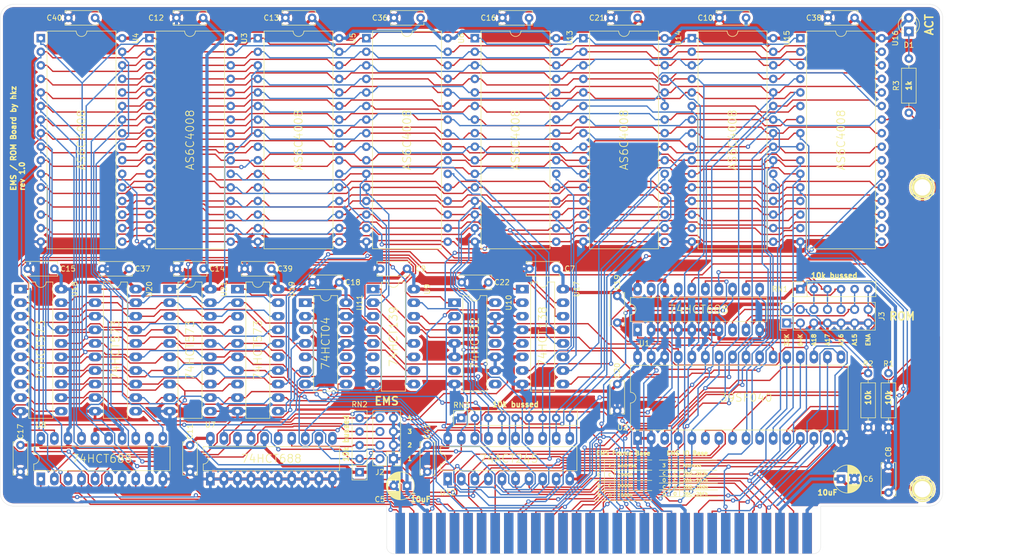
<source format=kicad_pcb>
(kicad_pcb (version 20171130) (host pcbnew "(5.1.9)-1")
  (layers (0 F.Cu signal) (31 B.Cu signal) (34 B.Paste user) (35 F.Paste user) (36 B.SilkS user) (37 F.SilkS user) (38 B.Mask user) (39 F.Mask user) (44 Edge.Cuts user))
  (net 0 "")
  (net 1 GND)
  (net 2 VCC)
  (net 3 /A0)
  (net 4 /A1)
  (net 5 /A2)
  (net 6 /A3)
  (net 7 /A4)
  (net 8 /A5)
  (net 9 /A6)
  (net 10 /A7)
  (net 11 /A8)
  (net 12 /A9)
  (net 13 /AEN)
  (net 14 /D0)
  (net 15 /D1)
  (net 16 /D2)
  (net 17 /D3)
  (net 18 /D4)
  (net 19 /D5)
  (net 20 /D6)
  (net 21 /D7)
  (net 22 /~IOW)
  (net 23 "Net-(U11-Pad1)")
  (net 24 /A10)
  (net 25 /A11)
  (net 26 /A12)
  (net 27 /A13)
  (net 28 /A14)
  (net 29 /A15)
  (net 30 /A16)
  (net 31 /A17)
  (net 32 /A18)
  (net 33 /A19)
  (net 34 /~MEMR)
  (net 35 /~MEMW)
  (net 36 /SW_ROM_EN)
  (net 37 /SW_A15)
  (net 38 /SW_A16)
  (net 39 /SW_A17)
  (net 40 /SW_A18)
  (net 41 /FLASH_A15)
  (net 42 /COMPARATOR_A15)
  (net 43 /~ROM-CS)
  (net 44 /JP4)
  (net 45 /JP3)
  (net 46 /JP2)
  (net 47 /JP1)
  (net 48 /DB7)
  (net 49 /DB6)
  (net 50 /DB5)
  (net 51 /DB4)
  (net 52 /DB3)
  (net 53 /DB2)
  (net 54 /DB1)
  (net 55 /DB0)
  (net 56 /RAM-A15)
  (net 57 /RAM-A17)
  (net 58 /~RAM-CS0)
  (net 59 /RAM-A14)
  (net 60 /RAM-A16)
  (net 61 /RAM-A18)
  (net 62 /~RAM-CS1)
  (net 63 /~RAM-CS2)
  (net 64 /~RAM-CS3)
  (net 65 /~RAM-SELECT)
  (net 66 "Net-(U10-Pad1)")
  (net 67 "Net-(U11-Pad9)")
  (net 68 "Net-(U11-Pad5)")
  (net 69 "Net-(U11-Pad3)")
  (net 70 /~REG0-OE)
  (net 71 /~REG1-OE)
  (net 72 /~REG2-OE)
  (net 73 /~REG3-OE)
  (net 74 "Net-(U10-Pad3)")
  (net 75 /REG2-LOAD)
  (net 76 /REG1-LOAD)
  (net 77 /REG0-LOAD)
  (net 78 /REG3-LOAD)
  (net 79 /~RAM-CS4)
  (net 80 /~RAM-CS5)
  (net 81 /~RAM-CS6)
  (net 82 /~RAM-CS7)
  (net 83 /RAM-A21)
  (net 84 /RAM-A20)
  (net 85 /RAM-A19)
  (net 86 "Net-(D1-Pad1)")
  (module Capacitor_THT:C_Disc_D6.0mm_W2.5mm_P5.00mm (layer F.Cu) (at 229.87 152.4 180)
    (fp_text reference C22 (at -2.54 0) (layer F.SilkS))
    (fp_text value 100nF)
    (pad 2 thru_hole circle (at 5 0 180) (size 1.6 1.6) (drill 0.8) (layers *.Cu *.Mask) (net 1 GND))
    (pad 1 thru_hole circle (at 0 0 180) (size 1.6 1.6) (drill 0.8) (layers *.Cu *.Mask) (net 2 VCC))
  )
  (module skiselev_footprints:Hole_3mm (layer F.Cu) (at 311.15 134.62)
    (fp_text reference H2 hide)
    (fp_text value MountingHole_Pad hide)
    (pad 1 thru_hole circle (at 0 0) (size 4.064 4.064) (drill 3.048) (layers *.Cu *.Mask F.SilkS) (net 1 GND))
  )
  (module skiselev_footprints:Hole_3mm (layer F.Cu) (at 311.15 191.135)
    (fp_text reference H1 hide)
    (fp_text value MountingHole_Pad hide)
    (pad 1 thru_hole circle (at 0 0) (size 4.064 4.064) (drill 3.048) (layers *.Cu *.Mask F.SilkS) (net 1 GND))
  )
  (module Resistor_THT:R_Axial_DIN0207_L6.3mm_D2.5mm_P10.16mm_Horizontal (layer F.Cu) (at 308.61 120.65 90)
    (fp_text reference R3 (at 5.08 -2.37 90) (layer F.SilkS))
    (fp_text value 1k)
    (pad 2 thru_hole oval (at 10.16 0 90) (size 1.6 1.6) (drill 0.8) (layers *.Cu *.Mask) (net 86 "Net-(D1-Pad1)"))
    (pad 1 thru_hole circle (at 0 0 90) (size 1.6 1.6) (drill 0.8) (layers *.Cu *.Mask) (net 65 /~RAM-SELECT))
  )
  (module LED_THT:LED_D3.0mm_Clear (layer F.Cu) (at 308.61 105.41 90)
    (fp_text reference D1 (at -2.54 0) (layer F.SilkS))
    (fp_text value "EMS in use")
    (pad 2 thru_hole circle (at 2.54 0 90) (size 1.8 1.8) (drill 0.9) (layers *.Cu *.Mask) (net 2 VCC))
    (pad 1 thru_hole rect (at 0 0 90) (size 1.8 1.8) (drill 0.9) (layers *.Cu *.Mask) (net 86 "Net-(D1-Pad1)"))
  )
  (module Package_DIP:DIP-20_W7.62mm_LongPads (layer F.Cu) (at 170.18 153.67)
    (fp_text reference U21 (at 10.16 0 -90) (layer F.SilkS))
    (fp_text value 74LS573)
    (pad 20 thru_hole oval (at 7.62 0) (size 2.4 1.6) (drill 0.8) (layers *.Cu *.Mask) (net 2 VCC))
    (pad 10 thru_hole oval (at 0 22.86) (size 2.4 1.6) (drill 0.8) (layers *.Cu *.Mask) (net 1 GND))
    (pad 19 thru_hole oval (at 7.62 2.54) (size 2.4 1.6) (drill 0.8) (layers *.Cu *.Mask) (net 59 /RAM-A14))
    (pad 9 thru_hole oval (at 0 20.32) (size 2.4 1.6) (drill 0.8) (layers *.Cu *.Mask) (net 21 /D7))
    (pad 18 thru_hole oval (at 7.62 5.08) (size 2.4 1.6) (drill 0.8) (layers *.Cu *.Mask) (net 56 /RAM-A15))
    (pad 8 thru_hole oval (at 0 17.78) (size 2.4 1.6) (drill 0.8) (layers *.Cu *.Mask) (net 20 /D6))
    (pad 17 thru_hole oval (at 7.62 7.62) (size 2.4 1.6) (drill 0.8) (layers *.Cu *.Mask) (net 60 /RAM-A16))
    (pad 7 thru_hole oval (at 0 15.24) (size 2.4 1.6) (drill 0.8) (layers *.Cu *.Mask) (net 19 /D5))
    (pad 16 thru_hole oval (at 7.62 10.16) (size 2.4 1.6) (drill 0.8) (layers *.Cu *.Mask) (net 57 /RAM-A17))
    (pad 6 thru_hole oval (at 0 12.7) (size 2.4 1.6) (drill 0.8) (layers *.Cu *.Mask) (net 18 /D4))
    (pad 15 thru_hole oval (at 7.62 12.7) (size 2.4 1.6) (drill 0.8) (layers *.Cu *.Mask) (net 61 /RAM-A18))
    (pad 5 thru_hole oval (at 0 10.16) (size 2.4 1.6) (drill 0.8) (layers *.Cu *.Mask) (net 17 /D3))
    (pad 14 thru_hole oval (at 7.62 15.24) (size 2.4 1.6) (drill 0.8) (layers *.Cu *.Mask) (net 85 /RAM-A19))
    (pad 4 thru_hole oval (at 0 7.62) (size 2.4 1.6) (drill 0.8) (layers *.Cu *.Mask) (net 16 /D2))
    (pad 13 thru_hole oval (at 7.62 17.78) (size 2.4 1.6) (drill 0.8) (layers *.Cu *.Mask) (net 84 /RAM-A20))
    (pad 3 thru_hole oval (at 0 5.08) (size 2.4 1.6) (drill 0.8) (layers *.Cu *.Mask) (net 15 /D1))
    (pad 12 thru_hole oval (at 7.62 20.32) (size 2.4 1.6) (drill 0.8) (layers *.Cu *.Mask) (net 83 /RAM-A21))
    (pad 2 thru_hole oval (at 0 2.54) (size 2.4 1.6) (drill 0.8) (layers *.Cu *.Mask) (net 14 /D0))
    (pad 11 thru_hole oval (at 7.62 22.86) (size 2.4 1.6) (drill 0.8) (layers *.Cu *.Mask) (net 78 /REG3-LOAD))
    (pad 1 thru_hole rect (at 0 0) (size 2.4 1.6) (drill 0.8) (layers *.Cu *.Mask) (net 73 /~REG3-OE))
  )
  (module Package_DIP:DIP-20_W7.62mm_LongPads (layer F.Cu) (at 156.21 153.67)
    (fp_text reference U20 (at 10.16 0 -90) (layer F.SilkS))
    (fp_text value 74LS573)
    (pad 20 thru_hole oval (at 7.62 0) (size 2.4 1.6) (drill 0.8) (layers *.Cu *.Mask) (net 2 VCC))
    (pad 10 thru_hole oval (at 0 22.86) (size 2.4 1.6) (drill 0.8) (layers *.Cu *.Mask) (net 1 GND))
    (pad 19 thru_hole oval (at 7.62 2.54) (size 2.4 1.6) (drill 0.8) (layers *.Cu *.Mask) (net 59 /RAM-A14))
    (pad 9 thru_hole oval (at 0 20.32) (size 2.4 1.6) (drill 0.8) (layers *.Cu *.Mask) (net 21 /D7))
    (pad 18 thru_hole oval (at 7.62 5.08) (size 2.4 1.6) (drill 0.8) (layers *.Cu *.Mask) (net 56 /RAM-A15))
    (pad 8 thru_hole oval (at 0 17.78) (size 2.4 1.6) (drill 0.8) (layers *.Cu *.Mask) (net 20 /D6))
    (pad 17 thru_hole oval (at 7.62 7.62) (size 2.4 1.6) (drill 0.8) (layers *.Cu *.Mask) (net 60 /RAM-A16))
    (pad 7 thru_hole oval (at 0 15.24) (size 2.4 1.6) (drill 0.8) (layers *.Cu *.Mask) (net 19 /D5))
    (pad 16 thru_hole oval (at 7.62 10.16) (size 2.4 1.6) (drill 0.8) (layers *.Cu *.Mask) (net 57 /RAM-A17))
    (pad 6 thru_hole oval (at 0 12.7) (size 2.4 1.6) (drill 0.8) (layers *.Cu *.Mask) (net 18 /D4))
    (pad 15 thru_hole oval (at 7.62 12.7) (size 2.4 1.6) (drill 0.8) (layers *.Cu *.Mask) (net 61 /RAM-A18))
    (pad 5 thru_hole oval (at 0 10.16) (size 2.4 1.6) (drill 0.8) (layers *.Cu *.Mask) (net 17 /D3))
    (pad 14 thru_hole oval (at 7.62 15.24) (size 2.4 1.6) (drill 0.8) (layers *.Cu *.Mask) (net 85 /RAM-A19))
    (pad 4 thru_hole oval (at 0 7.62) (size 2.4 1.6) (drill 0.8) (layers *.Cu *.Mask) (net 16 /D2))
    (pad 13 thru_hole oval (at 7.62 17.78) (size 2.4 1.6) (drill 0.8) (layers *.Cu *.Mask) (net 84 /RAM-A20))
    (pad 3 thru_hole oval (at 0 5.08) (size 2.4 1.6) (drill 0.8) (layers *.Cu *.Mask) (net 15 /D1))
    (pad 12 thru_hole oval (at 7.62 20.32) (size 2.4 1.6) (drill 0.8) (layers *.Cu *.Mask) (net 83 /RAM-A21))
    (pad 2 thru_hole oval (at 0 2.54) (size 2.4 1.6) (drill 0.8) (layers *.Cu *.Mask) (net 14 /D0))
    (pad 11 thru_hole oval (at 7.62 22.86) (size 2.4 1.6) (drill 0.8) (layers *.Cu *.Mask) (net 75 /REG2-LOAD))
    (pad 1 thru_hole rect (at 0 0) (size 2.4 1.6) (drill 0.8) (layers *.Cu *.Mask) (net 72 /~REG2-OE))
  )
  (module Package_DIP:DIP-20_W7.62mm_LongPads (layer F.Cu) (at 182.88 153.67)
    (fp_text reference U19 (at 10.16 0 -90) (layer F.SilkS))
    (fp_text value 74LS573)
    (pad 20 thru_hole oval (at 7.62 0) (size 2.4 1.6) (drill 0.8) (layers *.Cu *.Mask) (net 2 VCC))
    (pad 10 thru_hole oval (at 0 22.86) (size 2.4 1.6) (drill 0.8) (layers *.Cu *.Mask) (net 1 GND))
    (pad 19 thru_hole oval (at 7.62 2.54) (size 2.4 1.6) (drill 0.8) (layers *.Cu *.Mask) (net 59 /RAM-A14))
    (pad 9 thru_hole oval (at 0 20.32) (size 2.4 1.6) (drill 0.8) (layers *.Cu *.Mask) (net 21 /D7))
    (pad 18 thru_hole oval (at 7.62 5.08) (size 2.4 1.6) (drill 0.8) (layers *.Cu *.Mask) (net 56 /RAM-A15))
    (pad 8 thru_hole oval (at 0 17.78) (size 2.4 1.6) (drill 0.8) (layers *.Cu *.Mask) (net 20 /D6))
    (pad 17 thru_hole oval (at 7.62 7.62) (size 2.4 1.6) (drill 0.8) (layers *.Cu *.Mask) (net 60 /RAM-A16))
    (pad 7 thru_hole oval (at 0 15.24) (size 2.4 1.6) (drill 0.8) (layers *.Cu *.Mask) (net 19 /D5))
    (pad 16 thru_hole oval (at 7.62 10.16) (size 2.4 1.6) (drill 0.8) (layers *.Cu *.Mask) (net 57 /RAM-A17))
    (pad 6 thru_hole oval (at 0 12.7) (size 2.4 1.6) (drill 0.8) (layers *.Cu *.Mask) (net 18 /D4))
    (pad 15 thru_hole oval (at 7.62 12.7) (size 2.4 1.6) (drill 0.8) (layers *.Cu *.Mask) (net 61 /RAM-A18))
    (pad 5 thru_hole oval (at 0 10.16) (size 2.4 1.6) (drill 0.8) (layers *.Cu *.Mask) (net 17 /D3))
    (pad 14 thru_hole oval (at 7.62 15.24) (size 2.4 1.6) (drill 0.8) (layers *.Cu *.Mask) (net 85 /RAM-A19))
    (pad 4 thru_hole oval (at 0 7.62) (size 2.4 1.6) (drill 0.8) (layers *.Cu *.Mask) (net 16 /D2))
    (pad 13 thru_hole oval (at 7.62 17.78) (size 2.4 1.6) (drill 0.8) (layers *.Cu *.Mask) (net 84 /RAM-A20))
    (pad 3 thru_hole oval (at 0 5.08) (size 2.4 1.6) (drill 0.8) (layers *.Cu *.Mask) (net 15 /D1))
    (pad 12 thru_hole oval (at 7.62 20.32) (size 2.4 1.6) (drill 0.8) (layers *.Cu *.Mask) (net 83 /RAM-A21))
    (pad 2 thru_hole oval (at 0 2.54) (size 2.4 1.6) (drill 0.8) (layers *.Cu *.Mask) (net 14 /D0))
    (pad 11 thru_hole oval (at 7.62 22.86) (size 2.4 1.6) (drill 0.8) (layers *.Cu *.Mask) (net 76 /REG1-LOAD))
    (pad 1 thru_hole rect (at 0 0) (size 2.4 1.6) (drill 0.8) (layers *.Cu *.Mask) (net 71 /~REG1-OE))
  )
  (module Package_DIP:DIP-20_W7.62mm_LongPads (layer F.Cu) (at 142.24 153.67)
    (fp_text reference U18 (at 10.16 0 -90) (layer F.SilkS))
    (fp_text value 74LS573)
    (pad 20 thru_hole oval (at 7.62 0) (size 2.4 1.6) (drill 0.8) (layers *.Cu *.Mask) (net 2 VCC))
    (pad 10 thru_hole oval (at 0 22.86) (size 2.4 1.6) (drill 0.8) (layers *.Cu *.Mask) (net 1 GND))
    (pad 19 thru_hole oval (at 7.62 2.54) (size 2.4 1.6) (drill 0.8) (layers *.Cu *.Mask) (net 59 /RAM-A14))
    (pad 9 thru_hole oval (at 0 20.32) (size 2.4 1.6) (drill 0.8) (layers *.Cu *.Mask) (net 21 /D7))
    (pad 18 thru_hole oval (at 7.62 5.08) (size 2.4 1.6) (drill 0.8) (layers *.Cu *.Mask) (net 56 /RAM-A15))
    (pad 8 thru_hole oval (at 0 17.78) (size 2.4 1.6) (drill 0.8) (layers *.Cu *.Mask) (net 20 /D6))
    (pad 17 thru_hole oval (at 7.62 7.62) (size 2.4 1.6) (drill 0.8) (layers *.Cu *.Mask) (net 60 /RAM-A16))
    (pad 7 thru_hole oval (at 0 15.24) (size 2.4 1.6) (drill 0.8) (layers *.Cu *.Mask) (net 19 /D5))
    (pad 16 thru_hole oval (at 7.62 10.16) (size 2.4 1.6) (drill 0.8) (layers *.Cu *.Mask) (net 57 /RAM-A17))
    (pad 6 thru_hole oval (at 0 12.7) (size 2.4 1.6) (drill 0.8) (layers *.Cu *.Mask) (net 18 /D4))
    (pad 15 thru_hole oval (at 7.62 12.7) (size 2.4 1.6) (drill 0.8) (layers *.Cu *.Mask) (net 61 /RAM-A18))
    (pad 5 thru_hole oval (at 0 10.16) (size 2.4 1.6) (drill 0.8) (layers *.Cu *.Mask) (net 17 /D3))
    (pad 14 thru_hole oval (at 7.62 15.24) (size 2.4 1.6) (drill 0.8) (layers *.Cu *.Mask) (net 85 /RAM-A19))
    (pad 4 thru_hole oval (at 0 7.62) (size 2.4 1.6) (drill 0.8) (layers *.Cu *.Mask) (net 16 /D2))
    (pad 13 thru_hole oval (at 7.62 17.78) (size 2.4 1.6) (drill 0.8) (layers *.Cu *.Mask) (net 84 /RAM-A20))
    (pad 3 thru_hole oval (at 0 5.08) (size 2.4 1.6) (drill 0.8) (layers *.Cu *.Mask) (net 15 /D1))
    (pad 12 thru_hole oval (at 7.62 20.32) (size 2.4 1.6) (drill 0.8) (layers *.Cu *.Mask) (net 83 /RAM-A21))
    (pad 2 thru_hole oval (at 0 2.54) (size 2.4 1.6) (drill 0.8) (layers *.Cu *.Mask) (net 14 /D0))
    (pad 11 thru_hole oval (at 7.62 22.86) (size 2.4 1.6) (drill 0.8) (layers *.Cu *.Mask) (net 77 /REG0-LOAD))
    (pad 1 thru_hole rect (at 0 0) (size 2.4 1.6) (drill 0.8) (layers *.Cu *.Mask) (net 70 /~REG0-OE))
  )
  (module Package_DIP:DIP-16_W7.62mm_LongPads (layer F.Cu) (at 236.22 153.67)
    (fp_text reference U17 (at 10.16 0 -90) (layer F.SilkS))
    (fp_text value 74HCT138)
    (pad 16 thru_hole oval (at 7.62 0) (size 2.4 1.6) (drill 0.8) (layers *.Cu *.Mask) (net 2 VCC))
    (pad 8 thru_hole oval (at 0 17.78) (size 2.4 1.6) (drill 0.8) (layers *.Cu *.Mask) (net 1 GND))
    (pad 15 thru_hole oval (at 7.62 2.54) (size 2.4 1.6) (drill 0.8) (layers *.Cu *.Mask) (net 58 /~RAM-CS0))
    (pad 7 thru_hole oval (at 0 15.24) (size 2.4 1.6) (drill 0.8) (layers *.Cu *.Mask) (net 82 /~RAM-CS7))
    (pad 14 thru_hole oval (at 7.62 5.08) (size 2.4 1.6) (drill 0.8) (layers *.Cu *.Mask) (net 62 /~RAM-CS1))
    (pad 6 thru_hole oval (at 0 12.7) (size 2.4 1.6) (drill 0.8) (layers *.Cu *.Mask) (net 2 VCC))
    (pad 13 thru_hole oval (at 7.62 7.62) (size 2.4 1.6) (drill 0.8) (layers *.Cu *.Mask) (net 63 /~RAM-CS2))
    (pad 5 thru_hole oval (at 0 10.16) (size 2.4 1.6) (drill 0.8) (layers *.Cu *.Mask) (net 65 /~RAM-SELECT))
    (pad 12 thru_hole oval (at 7.62 10.16) (size 2.4 1.6) (drill 0.8) (layers *.Cu *.Mask) (net 64 /~RAM-CS3))
    (pad 4 thru_hole oval (at 0 7.62) (size 2.4 1.6) (drill 0.8) (layers *.Cu *.Mask) (net 1 GND))
    (pad 11 thru_hole oval (at 7.62 12.7) (size 2.4 1.6) (drill 0.8) (layers *.Cu *.Mask) (net 79 /~RAM-CS4))
    (pad 3 thru_hole oval (at 0 5.08) (size 2.4 1.6) (drill 0.8) (layers *.Cu *.Mask) (net 83 /RAM-A21))
    (pad 10 thru_hole oval (at 7.62 15.24) (size 2.4 1.6) (drill 0.8) (layers *.Cu *.Mask) (net 80 /~RAM-CS5))
    (pad 2 thru_hole oval (at 0 2.54) (size 2.4 1.6) (drill 0.8) (layers *.Cu *.Mask) (net 84 /RAM-A20))
    (pad 9 thru_hole oval (at 7.62 17.78) (size 2.4 1.6) (drill 0.8) (layers *.Cu *.Mask) (net 81 /~RAM-CS6))
    (pad 1 thru_hole rect (at 0 0) (size 2.4 1.6) (drill 0.8) (layers *.Cu *.Mask) (net 85 /RAM-A19))
  )
  (module Package_DIP:DIP-32_W15.24mm (layer F.Cu) (at 288.29 106.68)
    (fp_text reference U16 (at 17.78 0 -90) (layer F.SilkS))
    (fp_text value AS6C4008-55PCN)
    (pad 32 thru_hole oval (at 15.24 0) (size 1.6 1.6) (drill 0.8) (layers *.Cu *.Mask) (net 2 VCC))
    (pad 16 thru_hole oval (at 0 38.1) (size 1.6 1.6) (drill 0.8) (layers *.Cu *.Mask) (net 1 GND))
    (pad 31 thru_hole oval (at 15.24 2.54) (size 1.6 1.6) (drill 0.8) (layers *.Cu *.Mask) (net 56 /RAM-A15))
    (pad 15 thru_hole oval (at 0 35.56) (size 1.6 1.6) (drill 0.8) (layers *.Cu *.Mask) (net 53 /DB2))
    (pad 30 thru_hole oval (at 15.24 5.08) (size 1.6 1.6) (drill 0.8) (layers *.Cu *.Mask) (net 57 /RAM-A17))
    (pad 14 thru_hole oval (at 0 33.02) (size 1.6 1.6) (drill 0.8) (layers *.Cu *.Mask) (net 54 /DB1))
    (pad 29 thru_hole oval (at 15.24 7.62) (size 1.6 1.6) (drill 0.8) (layers *.Cu *.Mask) (net 35 /~MEMW))
    (pad 13 thru_hole oval (at 0 30.48) (size 1.6 1.6) (drill 0.8) (layers *.Cu *.Mask) (net 55 /DB0))
    (pad 28 thru_hole oval (at 15.24 10.16) (size 1.6 1.6) (drill 0.8) (layers *.Cu *.Mask) (net 27 /A13))
    (pad 12 thru_hole oval (at 0 27.94) (size 1.6 1.6) (drill 0.8) (layers *.Cu *.Mask) (net 3 /A0))
    (pad 27 thru_hole oval (at 15.24 12.7) (size 1.6 1.6) (drill 0.8) (layers *.Cu *.Mask) (net 11 /A8))
    (pad 11 thru_hole oval (at 0 25.4) (size 1.6 1.6) (drill 0.8) (layers *.Cu *.Mask) (net 4 /A1))
    (pad 26 thru_hole oval (at 15.24 15.24) (size 1.6 1.6) (drill 0.8) (layers *.Cu *.Mask) (net 12 /A9))
    (pad 10 thru_hole oval (at 0 22.86) (size 1.6 1.6) (drill 0.8) (layers *.Cu *.Mask) (net 5 /A2))
    (pad 25 thru_hole oval (at 15.24 17.78) (size 1.6 1.6) (drill 0.8) (layers *.Cu *.Mask) (net 25 /A11))
    (pad 9 thru_hole oval (at 0 20.32) (size 1.6 1.6) (drill 0.8) (layers *.Cu *.Mask) (net 6 /A3))
    (pad 24 thru_hole oval (at 15.24 20.32) (size 1.6 1.6) (drill 0.8) (layers *.Cu *.Mask) (net 34 /~MEMR))
    (pad 8 thru_hole oval (at 0 17.78) (size 1.6 1.6) (drill 0.8) (layers *.Cu *.Mask) (net 7 /A4))
    (pad 23 thru_hole oval (at 15.24 22.86) (size 1.6 1.6) (drill 0.8) (layers *.Cu *.Mask) (net 24 /A10))
    (pad 7 thru_hole oval (at 0 15.24) (size 1.6 1.6) (drill 0.8) (layers *.Cu *.Mask) (net 8 /A5))
    (pad 22 thru_hole oval (at 15.24 25.4) (size 1.6 1.6) (drill 0.8) (layers *.Cu *.Mask) (net 82 /~RAM-CS7))
    (pad 6 thru_hole oval (at 0 12.7) (size 1.6 1.6) (drill 0.8) (layers *.Cu *.Mask) (net 9 /A6))
    (pad 21 thru_hole oval (at 15.24 27.94) (size 1.6 1.6) (drill 0.8) (layers *.Cu *.Mask) (net 48 /DB7))
    (pad 5 thru_hole oval (at 0 10.16) (size 1.6 1.6) (drill 0.8) (layers *.Cu *.Mask) (net 10 /A7))
    (pad 20 thru_hole oval (at 15.24 30.48) (size 1.6 1.6) (drill 0.8) (layers *.Cu *.Mask) (net 49 /DB6))
    (pad 4 thru_hole oval (at 0 7.62) (size 1.6 1.6) (drill 0.8) (layers *.Cu *.Mask) (net 26 /A12))
    (pad 19 thru_hole oval (at 15.24 33.02) (size 1.6 1.6) (drill 0.8) (layers *.Cu *.Mask) (net 50 /DB5))
    (pad 3 thru_hole oval (at 0 5.08) (size 1.6 1.6) (drill 0.8) (layers *.Cu *.Mask) (net 59 /RAM-A14))
    (pad 18 thru_hole oval (at 15.24 35.56) (size 1.6 1.6) (drill 0.8) (layers *.Cu *.Mask) (net 51 /DB4))
    (pad 2 thru_hole oval (at 0 2.54) (size 1.6 1.6) (drill 0.8) (layers *.Cu *.Mask) (net 60 /RAM-A16))
    (pad 17 thru_hole oval (at 15.24 38.1) (size 1.6 1.6) (drill 0.8) (layers *.Cu *.Mask) (net 52 /DB3))
    (pad 1 thru_hole rect (at 0 0) (size 1.6 1.6) (drill 0.8) (layers *.Cu *.Mask) (net 61 /RAM-A18))
  )
  (module Package_DIP:DIP-32_W15.24mm (layer F.Cu) (at 267.97 106.68)
    (fp_text reference U15 (at 17.78 0 -90) (layer F.SilkS))
    (fp_text value AS6C4008-55PCN)
    (pad 32 thru_hole oval (at 15.24 0) (size 1.6 1.6) (drill 0.8) (layers *.Cu *.Mask) (net 2 VCC))
    (pad 16 thru_hole oval (at 0 38.1) (size 1.6 1.6) (drill 0.8) (layers *.Cu *.Mask) (net 1 GND))
    (pad 31 thru_hole oval (at 15.24 2.54) (size 1.6 1.6) (drill 0.8) (layers *.Cu *.Mask) (net 56 /RAM-A15))
    (pad 15 thru_hole oval (at 0 35.56) (size 1.6 1.6) (drill 0.8) (layers *.Cu *.Mask) (net 53 /DB2))
    (pad 30 thru_hole oval (at 15.24 5.08) (size 1.6 1.6) (drill 0.8) (layers *.Cu *.Mask) (net 57 /RAM-A17))
    (pad 14 thru_hole oval (at 0 33.02) (size 1.6 1.6) (drill 0.8) (layers *.Cu *.Mask) (net 54 /DB1))
    (pad 29 thru_hole oval (at 15.24 7.62) (size 1.6 1.6) (drill 0.8) (layers *.Cu *.Mask) (net 35 /~MEMW))
    (pad 13 thru_hole oval (at 0 30.48) (size 1.6 1.6) (drill 0.8) (layers *.Cu *.Mask) (net 55 /DB0))
    (pad 28 thru_hole oval (at 15.24 10.16) (size 1.6 1.6) (drill 0.8) (layers *.Cu *.Mask) (net 27 /A13))
    (pad 12 thru_hole oval (at 0 27.94) (size 1.6 1.6) (drill 0.8) (layers *.Cu *.Mask) (net 3 /A0))
    (pad 27 thru_hole oval (at 15.24 12.7) (size 1.6 1.6) (drill 0.8) (layers *.Cu *.Mask) (net 11 /A8))
    (pad 11 thru_hole oval (at 0 25.4) (size 1.6 1.6) (drill 0.8) (layers *.Cu *.Mask) (net 4 /A1))
    (pad 26 thru_hole oval (at 15.24 15.24) (size 1.6 1.6) (drill 0.8) (layers *.Cu *.Mask) (net 12 /A9))
    (pad 10 thru_hole oval (at 0 22.86) (size 1.6 1.6) (drill 0.8) (layers *.Cu *.Mask) (net 5 /A2))
    (pad 25 thru_hole oval (at 15.24 17.78) (size 1.6 1.6) (drill 0.8) (layers *.Cu *.Mask) (net 25 /A11))
    (pad 9 thru_hole oval (at 0 20.32) (size 1.6 1.6) (drill 0.8) (layers *.Cu *.Mask) (net 6 /A3))
    (pad 24 thru_hole oval (at 15.24 20.32) (size 1.6 1.6) (drill 0.8) (layers *.Cu *.Mask) (net 34 /~MEMR))
    (pad 8 thru_hole oval (at 0 17.78) (size 1.6 1.6) (drill 0.8) (layers *.Cu *.Mask) (net 7 /A4))
    (pad 23 thru_hole oval (at 15.24 22.86) (size 1.6 1.6) (drill 0.8) (layers *.Cu *.Mask) (net 24 /A10))
    (pad 7 thru_hole oval (at 0 15.24) (size 1.6 1.6) (drill 0.8) (layers *.Cu *.Mask) (net 8 /A5))
    (pad 22 thru_hole oval (at 15.24 25.4) (size 1.6 1.6) (drill 0.8) (layers *.Cu *.Mask) (net 81 /~RAM-CS6))
    (pad 6 thru_hole oval (at 0 12.7) (size 1.6 1.6) (drill 0.8) (layers *.Cu *.Mask) (net 9 /A6))
    (pad 21 thru_hole oval (at 15.24 27.94) (size 1.6 1.6) (drill 0.8) (layers *.Cu *.Mask) (net 48 /DB7))
    (pad 5 thru_hole oval (at 0 10.16) (size 1.6 1.6) (drill 0.8) (layers *.Cu *.Mask) (net 10 /A7))
    (pad 20 thru_hole oval (at 15.24 30.48) (size 1.6 1.6) (drill 0.8) (layers *.Cu *.Mask) (net 49 /DB6))
    (pad 4 thru_hole oval (at 0 7.62) (size 1.6 1.6) (drill 0.8) (layers *.Cu *.Mask) (net 26 /A12))
    (pad 19 thru_hole oval (at 15.24 33.02) (size 1.6 1.6) (drill 0.8) (layers *.Cu *.Mask) (net 50 /DB5))
    (pad 3 thru_hole oval (at 0 5.08) (size 1.6 1.6) (drill 0.8) (layers *.Cu *.Mask) (net 59 /RAM-A14))
    (pad 18 thru_hole oval (at 15.24 35.56) (size 1.6 1.6) (drill 0.8) (layers *.Cu *.Mask) (net 51 /DB4))
    (pad 2 thru_hole oval (at 0 2.54) (size 1.6 1.6) (drill 0.8) (layers *.Cu *.Mask) (net 60 /RAM-A16))
    (pad 17 thru_hole oval (at 15.24 38.1) (size 1.6 1.6) (drill 0.8) (layers *.Cu *.Mask) (net 52 /DB3))
    (pad 1 thru_hole rect (at 0 0) (size 1.6 1.6) (drill 0.8) (layers *.Cu *.Mask) (net 61 /RAM-A18))
  )
  (module Package_DIP:DIP-32_W15.24mm (layer F.Cu) (at 247.65 106.68)
    (fp_text reference U14 (at 17.78 0 -90) (layer F.SilkS))
    (fp_text value AS6C4008-55PCN)
    (pad 32 thru_hole oval (at 15.24 0) (size 1.6 1.6) (drill 0.8) (layers *.Cu *.Mask) (net 2 VCC))
    (pad 16 thru_hole oval (at 0 38.1) (size 1.6 1.6) (drill 0.8) (layers *.Cu *.Mask) (net 1 GND))
    (pad 31 thru_hole oval (at 15.24 2.54) (size 1.6 1.6) (drill 0.8) (layers *.Cu *.Mask) (net 56 /RAM-A15))
    (pad 15 thru_hole oval (at 0 35.56) (size 1.6 1.6) (drill 0.8) (layers *.Cu *.Mask) (net 53 /DB2))
    (pad 30 thru_hole oval (at 15.24 5.08) (size 1.6 1.6) (drill 0.8) (layers *.Cu *.Mask) (net 57 /RAM-A17))
    (pad 14 thru_hole oval (at 0 33.02) (size 1.6 1.6) (drill 0.8) (layers *.Cu *.Mask) (net 54 /DB1))
    (pad 29 thru_hole oval (at 15.24 7.62) (size 1.6 1.6) (drill 0.8) (layers *.Cu *.Mask) (net 35 /~MEMW))
    (pad 13 thru_hole oval (at 0 30.48) (size 1.6 1.6) (drill 0.8) (layers *.Cu *.Mask) (net 55 /DB0))
    (pad 28 thru_hole oval (at 15.24 10.16) (size 1.6 1.6) (drill 0.8) (layers *.Cu *.Mask) (net 27 /A13))
    (pad 12 thru_hole oval (at 0 27.94) (size 1.6 1.6) (drill 0.8) (layers *.Cu *.Mask) (net 3 /A0))
    (pad 27 thru_hole oval (at 15.24 12.7) (size 1.6 1.6) (drill 0.8) (layers *.Cu *.Mask) (net 11 /A8))
    (pad 11 thru_hole oval (at 0 25.4) (size 1.6 1.6) (drill 0.8) (layers *.Cu *.Mask) (net 4 /A1))
    (pad 26 thru_hole oval (at 15.24 15.24) (size 1.6 1.6) (drill 0.8) (layers *.Cu *.Mask) (net 12 /A9))
    (pad 10 thru_hole oval (at 0 22.86) (size 1.6 1.6) (drill 0.8) (layers *.Cu *.Mask) (net 5 /A2))
    (pad 25 thru_hole oval (at 15.24 17.78) (size 1.6 1.6) (drill 0.8) (layers *.Cu *.Mask) (net 25 /A11))
    (pad 9 thru_hole oval (at 0 20.32) (size 1.6 1.6) (drill 0.8) (layers *.Cu *.Mask) (net 6 /A3))
    (pad 24 thru_hole oval (at 15.24 20.32) (size 1.6 1.6) (drill 0.8) (layers *.Cu *.Mask) (net 34 /~MEMR))
    (pad 8 thru_hole oval (at 0 17.78) (size 1.6 1.6) (drill 0.8) (layers *.Cu *.Mask) (net 7 /A4))
    (pad 23 thru_hole oval (at 15.24 22.86) (size 1.6 1.6) (drill 0.8) (layers *.Cu *.Mask) (net 24 /A10))
    (pad 7 thru_hole oval (at 0 15.24) (size 1.6 1.6) (drill 0.8) (layers *.Cu *.Mask) (net 8 /A5))
    (pad 22 thru_hole oval (at 15.24 25.4) (size 1.6 1.6) (drill 0.8) (layers *.Cu *.Mask) (net 80 /~RAM-CS5))
    (pad 6 thru_hole oval (at 0 12.7) (size 1.6 1.6) (drill 0.8) (layers *.Cu *.Mask) (net 9 /A6))
    (pad 21 thru_hole oval (at 15.24 27.94) (size 1.6 1.6) (drill 0.8) (layers *.Cu *.Mask) (net 48 /DB7))
    (pad 5 thru_hole oval (at 0 10.16) (size 1.6 1.6) (drill 0.8) (layers *.Cu *.Mask) (net 10 /A7))
    (pad 20 thru_hole oval (at 15.24 30.48) (size 1.6 1.6) (drill 0.8) (layers *.Cu *.Mask) (net 49 /DB6))
    (pad 4 thru_hole oval (at 0 7.62) (size 1.6 1.6) (drill 0.8) (layers *.Cu *.Mask) (net 26 /A12))
    (pad 19 thru_hole oval (at 15.24 33.02) (size 1.6 1.6) (drill 0.8) (layers *.Cu *.Mask) (net 50 /DB5))
    (pad 3 thru_hole oval (at 0 5.08) (size 1.6 1.6) (drill 0.8) (layers *.Cu *.Mask) (net 59 /RAM-A14))
    (pad 18 thru_hole oval (at 15.24 35.56) (size 1.6 1.6) (drill 0.8) (layers *.Cu *.Mask) (net 51 /DB4))
    (pad 2 thru_hole oval (at 0 2.54) (size 1.6 1.6) (drill 0.8) (layers *.Cu *.Mask) (net 60 /RAM-A16))
    (pad 17 thru_hole oval (at 15.24 38.1) (size 1.6 1.6) (drill 0.8) (layers *.Cu *.Mask) (net 52 /DB3))
    (pad 1 thru_hole rect (at 0 0) (size 1.6 1.6) (drill 0.8) (layers *.Cu *.Mask) (net 61 /RAM-A18))
  )
  (module Package_DIP:DIP-32_W15.24mm (layer F.Cu) (at 227.33 106.68)
    (fp_text reference U13 (at 17.78 0 90) (layer F.SilkS))
    (fp_text value AS6C4008-55PCN)
    (pad 32 thru_hole oval (at 15.24 0) (size 1.6 1.6) (drill 0.8) (layers *.Cu *.Mask) (net 2 VCC))
    (pad 16 thru_hole oval (at 0 38.1) (size 1.6 1.6) (drill 0.8) (layers *.Cu *.Mask) (net 1 GND))
    (pad 31 thru_hole oval (at 15.24 2.54) (size 1.6 1.6) (drill 0.8) (layers *.Cu *.Mask) (net 56 /RAM-A15))
    (pad 15 thru_hole oval (at 0 35.56) (size 1.6 1.6) (drill 0.8) (layers *.Cu *.Mask) (net 53 /DB2))
    (pad 30 thru_hole oval (at 15.24 5.08) (size 1.6 1.6) (drill 0.8) (layers *.Cu *.Mask) (net 57 /RAM-A17))
    (pad 14 thru_hole oval (at 0 33.02) (size 1.6 1.6) (drill 0.8) (layers *.Cu *.Mask) (net 54 /DB1))
    (pad 29 thru_hole oval (at 15.24 7.62) (size 1.6 1.6) (drill 0.8) (layers *.Cu *.Mask) (net 35 /~MEMW))
    (pad 13 thru_hole oval (at 0 30.48) (size 1.6 1.6) (drill 0.8) (layers *.Cu *.Mask) (net 55 /DB0))
    (pad 28 thru_hole oval (at 15.24 10.16) (size 1.6 1.6) (drill 0.8) (layers *.Cu *.Mask) (net 27 /A13))
    (pad 12 thru_hole oval (at 0 27.94) (size 1.6 1.6) (drill 0.8) (layers *.Cu *.Mask) (net 3 /A0))
    (pad 27 thru_hole oval (at 15.24 12.7) (size 1.6 1.6) (drill 0.8) (layers *.Cu *.Mask) (net 11 /A8))
    (pad 11 thru_hole oval (at 0 25.4) (size 1.6 1.6) (drill 0.8) (layers *.Cu *.Mask) (net 4 /A1))
    (pad 26 thru_hole oval (at 15.24 15.24) (size 1.6 1.6) (drill 0.8) (layers *.Cu *.Mask) (net 12 /A9))
    (pad 10 thru_hole oval (at 0 22.86) (size 1.6 1.6) (drill 0.8) (layers *.Cu *.Mask) (net 5 /A2))
    (pad 25 thru_hole oval (at 15.24 17.78) (size 1.6 1.6) (drill 0.8) (layers *.Cu *.Mask) (net 25 /A11))
    (pad 9 thru_hole oval (at 0 20.32) (size 1.6 1.6) (drill 0.8) (layers *.Cu *.Mask) (net 6 /A3))
    (pad 24 thru_hole oval (at 15.24 20.32) (size 1.6 1.6) (drill 0.8) (layers *.Cu *.Mask) (net 34 /~MEMR))
    (pad 8 thru_hole oval (at 0 17.78) (size 1.6 1.6) (drill 0.8) (layers *.Cu *.Mask) (net 7 /A4))
    (pad 23 thru_hole oval (at 15.24 22.86) (size 1.6 1.6) (drill 0.8) (layers *.Cu *.Mask) (net 24 /A10))
    (pad 7 thru_hole oval (at 0 15.24) (size 1.6 1.6) (drill 0.8) (layers *.Cu *.Mask) (net 8 /A5))
    (pad 22 thru_hole oval (at 15.24 25.4) (size 1.6 1.6) (drill 0.8) (layers *.Cu *.Mask) (net 79 /~RAM-CS4))
    (pad 6 thru_hole oval (at 0 12.7) (size 1.6 1.6) (drill 0.8) (layers *.Cu *.Mask) (net 9 /A6))
    (pad 21 thru_hole oval (at 15.24 27.94) (size 1.6 1.6) (drill 0.8) (layers *.Cu *.Mask) (net 48 /DB7))
    (pad 5 thru_hole oval (at 0 10.16) (size 1.6 1.6) (drill 0.8) (layers *.Cu *.Mask) (net 10 /A7))
    (pad 20 thru_hole oval (at 15.24 30.48) (size 1.6 1.6) (drill 0.8) (layers *.Cu *.Mask) (net 49 /DB6))
    (pad 4 thru_hole oval (at 0 7.62) (size 1.6 1.6) (drill 0.8) (layers *.Cu *.Mask) (net 26 /A12))
    (pad 19 thru_hole oval (at 15.24 33.02) (size 1.6 1.6) (drill 0.8) (layers *.Cu *.Mask) (net 50 /DB5))
    (pad 3 thru_hole oval (at 0 5.08) (size 1.6 1.6) (drill 0.8) (layers *.Cu *.Mask) (net 59 /RAM-A14))
    (pad 18 thru_hole oval (at 15.24 35.56) (size 1.6 1.6) (drill 0.8) (layers *.Cu *.Mask) (net 51 /DB4))
    (pad 2 thru_hole oval (at 0 2.54) (size 1.6 1.6) (drill 0.8) (layers *.Cu *.Mask) (net 60 /RAM-A16))
    (pad 17 thru_hole oval (at 15.24 38.1) (size 1.6 1.6) (drill 0.8) (layers *.Cu *.Mask) (net 52 /DB3))
    (pad 1 thru_hole rect (at 0 0) (size 1.6 1.6) (drill 0.8) (layers *.Cu *.Mask) (net 61 /RAM-A18))
  )
  (module Package_DIP:DIP-20_W7.62mm_LongPads (layer F.Cu) (at 222.25 189.23 90)
    (fp_text reference U12 (at -2.54 0) (layer F.SilkS))
    (fp_text value 74ACT245)
    (pad 20 thru_hole oval (at 7.62 0 90) (size 2.4 1.6) (drill 0.8) (layers *.Cu *.Mask) (net 2 VCC))
    (pad 10 thru_hole oval (at 0 22.86 90) (size 2.4 1.6) (drill 0.8) (layers *.Cu *.Mask) (net 1 GND))
    (pad 19 thru_hole oval (at 7.62 2.54 90) (size 2.4 1.6) (drill 0.8) (layers *.Cu *.Mask) (net 65 /~RAM-SELECT))
    (pad 9 thru_hole oval (at 0 20.32 90) (size 2.4 1.6) (drill 0.8) (layers *.Cu *.Mask) (net 21 /D7))
    (pad 18 thru_hole oval (at 7.62 5.08 90) (size 2.4 1.6) (drill 0.8) (layers *.Cu *.Mask) (net 55 /DB0))
    (pad 8 thru_hole oval (at 0 17.78 90) (size 2.4 1.6) (drill 0.8) (layers *.Cu *.Mask) (net 20 /D6))
    (pad 17 thru_hole oval (at 7.62 7.62 90) (size 2.4 1.6) (drill 0.8) (layers *.Cu *.Mask) (net 54 /DB1))
    (pad 7 thru_hole oval (at 0 15.24 90) (size 2.4 1.6) (drill 0.8) (layers *.Cu *.Mask) (net 19 /D5))
    (pad 16 thru_hole oval (at 7.62 10.16 90) (size 2.4 1.6) (drill 0.8) (layers *.Cu *.Mask) (net 53 /DB2))
    (pad 6 thru_hole oval (at 0 12.7 90) (size 2.4 1.6) (drill 0.8) (layers *.Cu *.Mask) (net 18 /D4))
    (pad 15 thru_hole oval (at 7.62 12.7 90) (size 2.4 1.6) (drill 0.8) (layers *.Cu *.Mask) (net 52 /DB3))
    (pad 5 thru_hole oval (at 0 10.16 90) (size 2.4 1.6) (drill 0.8) (layers *.Cu *.Mask) (net 17 /D3))
    (pad 14 thru_hole oval (at 7.62 15.24 90) (size 2.4 1.6) (drill 0.8) (layers *.Cu *.Mask) (net 51 /DB4))
    (pad 4 thru_hole oval (at 0 7.62 90) (size 2.4 1.6) (drill 0.8) (layers *.Cu *.Mask) (net 16 /D2))
    (pad 13 thru_hole oval (at 7.62 17.78 90) (size 2.4 1.6) (drill 0.8) (layers *.Cu *.Mask) (net 50 /DB5))
    (pad 3 thru_hole oval (at 0 5.08 90) (size 2.4 1.6) (drill 0.8) (layers *.Cu *.Mask) (net 15 /D1))
    (pad 12 thru_hole oval (at 7.62 20.32 90) (size 2.4 1.6) (drill 0.8) (layers *.Cu *.Mask) (net 49 /DB6))
    (pad 2 thru_hole oval (at 0 2.54 90) (size 2.4 1.6) (drill 0.8) (layers *.Cu *.Mask) (net 14 /D0))
    (pad 11 thru_hole oval (at 7.62 22.86 90) (size 2.4 1.6) (drill 0.8) (layers *.Cu *.Mask) (net 48 /DB7))
    (pad 1 thru_hole rect (at 0 0 90) (size 2.4 1.6) (drill 0.8) (layers *.Cu *.Mask) (net 34 /~MEMR))
  )
  (module Package_DIP:DIP-14_W7.62mm_LongPads (layer F.Cu) (at 195.58 156.21)
    (fp_text reference U11 (at 10.16 0 90) (layer F.SilkS))
    (fp_text value 74HCT04)
    (pad 14 thru_hole oval (at 7.62 0) (size 2.4 1.6) (drill 0.8) (layers *.Cu *.Mask) (net 2 VCC))
    (pad 7 thru_hole oval (at 0 15.24) (size 2.4 1.6) (drill 0.8) (layers *.Cu *.Mask) (net 1 GND))
    (pad 13 thru_hole oval (at 7.62 2.54) (size 2.4 1.6) (drill 0.8) (layers *.Cu *.Mask) (net 1 GND))
    (pad 6 thru_hole oval (at 0 12.7) (size 2.4 1.6) (drill 0.8) (layers *.Cu *.Mask) (net 75 /REG2-LOAD))
    (pad 12 thru_hole oval (at 7.62 5.08) (size 2.4 1.6) (drill 0.8) (layers *.Cu *.Mask))
    (pad 5 thru_hole oval (at 0 10.16) (size 2.4 1.6) (drill 0.8) (layers *.Cu *.Mask) (net 68 "Net-(U11-Pad5)"))
    (pad 11 thru_hole oval (at 7.62 7.62) (size 2.4 1.6) (drill 0.8) (layers *.Cu *.Mask) (net 1 GND))
    (pad 4 thru_hole oval (at 0 7.62) (size 2.4 1.6) (drill 0.8) (layers *.Cu *.Mask) (net 76 /REG1-LOAD))
    (pad 10 thru_hole oval (at 7.62 10.16) (size 2.4 1.6) (drill 0.8) (layers *.Cu *.Mask))
    (pad 3 thru_hole oval (at 0 5.08) (size 2.4 1.6) (drill 0.8) (layers *.Cu *.Mask) (net 69 "Net-(U11-Pad3)"))
    (pad 9 thru_hole oval (at 7.62 12.7) (size 2.4 1.6) (drill 0.8) (layers *.Cu *.Mask) (net 67 "Net-(U11-Pad9)"))
    (pad 2 thru_hole oval (at 0 2.54) (size 2.4 1.6) (drill 0.8) (layers *.Cu *.Mask) (net 77 /REG0-LOAD))
    (pad 8 thru_hole oval (at 7.62 15.24) (size 2.4 1.6) (drill 0.8) (layers *.Cu *.Mask) (net 78 /REG3-LOAD))
    (pad 1 thru_hole rect (at 0 0) (size 2.4 1.6) (drill 0.8) (layers *.Cu *.Mask) (net 23 "Net-(U11-Pad1)"))
  )
  (module Package_DIP:DIP-14_W7.62mm_LongPads (layer F.Cu) (at 223.52 156.21)
    (fp_text reference U10 (at 10.16 0 -90) (layer F.SilkS))
    (fp_text value 74HCT32)
    (pad 14 thru_hole oval (at 7.62 0) (size 2.4 1.6) (drill 0.8) (layers *.Cu *.Mask) (net 2 VCC))
    (pad 7 thru_hole oval (at 0 15.24) (size 2.4 1.6) (drill 0.8) (layers *.Cu *.Mask) (net 1 GND))
    (pad 13 thru_hole oval (at 7.62 2.54) (size 2.4 1.6) (drill 0.8) (layers *.Cu *.Mask) (net 1 GND))
    (pad 6 thru_hole oval (at 0 12.7) (size 2.4 1.6) (drill 0.8) (layers *.Cu *.Mask))
    (pad 12 thru_hole oval (at 7.62 5.08) (size 2.4 1.6) (drill 0.8) (layers *.Cu *.Mask) (net 1 GND))
    (pad 5 thru_hole oval (at 0 10.16) (size 2.4 1.6) (drill 0.8) (layers *.Cu *.Mask) (net 1 GND))
    (pad 11 thru_hole oval (at 7.62 7.62) (size 2.4 1.6) (drill 0.8) (layers *.Cu *.Mask))
    (pad 4 thru_hole oval (at 0 7.62) (size 2.4 1.6) (drill 0.8) (layers *.Cu *.Mask) (net 1 GND))
    (pad 10 thru_hole oval (at 7.62 10.16) (size 2.4 1.6) (drill 0.8) (layers *.Cu *.Mask) (net 1 GND))
    (pad 3 thru_hole oval (at 0 5.08) (size 2.4 1.6) (drill 0.8) (layers *.Cu *.Mask) (net 74 "Net-(U10-Pad3)"))
    (pad 9 thru_hole oval (at 7.62 12.7) (size 2.4 1.6) (drill 0.8) (layers *.Cu *.Mask) (net 1 GND))
    (pad 2 thru_hole oval (at 0 2.54) (size 2.4 1.6) (drill 0.8) (layers *.Cu *.Mask) (net 22 /~IOW))
    (pad 8 thru_hole oval (at 7.62 15.24) (size 2.4 1.6) (drill 0.8) (layers *.Cu *.Mask))
    (pad 1 thru_hole rect (at 0 0) (size 2.4 1.6) (drill 0.8) (layers *.Cu *.Mask) (net 66 "Net-(U10-Pad1)"))
  )
  (module Package_DIP:DIP-16_W7.62mm_LongPads (layer F.Cu) (at 208.28 153.67)
    (fp_text reference U9 (at 10.16 0 270) (layer F.SilkS))
    (fp_text value 74HCT139)
    (pad 16 thru_hole oval (at 7.62 0) (size 2.4 1.6) (drill 0.8) (layers *.Cu *.Mask) (net 2 VCC))
    (pad 8 thru_hole oval (at 0 17.78) (size 2.4 1.6) (drill 0.8) (layers *.Cu *.Mask) (net 1 GND))
    (pad 15 thru_hole oval (at 7.62 2.54) (size 2.4 1.6) (drill 0.8) (layers *.Cu *.Mask) (net 65 /~RAM-SELECT))
    (pad 7 thru_hole oval (at 0 15.24) (size 2.4 1.6) (drill 0.8) (layers *.Cu *.Mask) (net 67 "Net-(U11-Pad9)"))
    (pad 14 thru_hole oval (at 7.62 5.08) (size 2.4 1.6) (drill 0.8) (layers *.Cu *.Mask) (net 28 /A14))
    (pad 6 thru_hole oval (at 0 12.7) (size 2.4 1.6) (drill 0.8) (layers *.Cu *.Mask) (net 68 "Net-(U11-Pad5)"))
    (pad 13 thru_hole oval (at 7.62 7.62) (size 2.4 1.6) (drill 0.8) (layers *.Cu *.Mask) (net 29 /A15))
    (pad 5 thru_hole oval (at 0 10.16) (size 2.4 1.6) (drill 0.8) (layers *.Cu *.Mask) (net 69 "Net-(U11-Pad3)"))
    (pad 12 thru_hole oval (at 7.62 10.16) (size 2.4 1.6) (drill 0.8) (layers *.Cu *.Mask) (net 70 /~REG0-OE))
    (pad 4 thru_hole oval (at 0 7.62) (size 2.4 1.6) (drill 0.8) (layers *.Cu *.Mask) (net 23 "Net-(U11-Pad1)"))
    (pad 11 thru_hole oval (at 7.62 12.7) (size 2.4 1.6) (drill 0.8) (layers *.Cu *.Mask) (net 71 /~REG1-OE))
    (pad 3 thru_hole oval (at 0 5.08) (size 2.4 1.6) (drill 0.8) (layers *.Cu *.Mask) (net 4 /A1))
    (pad 10 thru_hole oval (at 7.62 15.24) (size 2.4 1.6) (drill 0.8) (layers *.Cu *.Mask) (net 72 /~REG2-OE))
    (pad 2 thru_hole oval (at 0 2.54) (size 2.4 1.6) (drill 0.8) (layers *.Cu *.Mask) (net 3 /A0))
    (pad 9 thru_hole oval (at 7.62 17.78) (size 2.4 1.6) (drill 0.8) (layers *.Cu *.Mask) (net 73 /~REG3-OE))
    (pad 1 thru_hole rect (at 0 0) (size 2.4 1.6) (drill 0.8) (layers *.Cu *.Mask) (net 74 "Net-(U10-Pad3)"))
  )
  (module Package_DIP:DIP-20_W7.62mm_LongPads (layer F.Cu) (at 146.05 189.23 90)
    (fp_text reference U8 (at 10.16 0) (layer F.SilkS))
    (fp_text value 74HCT688)
    (pad 20 thru_hole oval (at 7.62 0 90) (size 2.4 1.6) (drill 0.8) (layers *.Cu *.Mask) (net 2 VCC))
    (pad 10 thru_hole oval (at 0 22.86 90) (size 2.4 1.6) (drill 0.8) (layers *.Cu *.Mask) (net 1 GND))
    (pad 19 thru_hole oval (at 7.62 2.54 90) (size 2.4 1.6) (drill 0.8) (layers *.Cu *.Mask) (net 66 "Net-(U10-Pad1)"))
    (pad 9 thru_hole oval (at 0 20.32 90) (size 2.4 1.6) (drill 0.8) (layers *.Cu *.Mask) (net 2 VCC))
    (pad 18 thru_hole oval (at 7.62 5.08 90) (size 2.4 1.6) (drill 0.8) (layers *.Cu *.Mask) (net 2 VCC))
    (pad 8 thru_hole oval (at 0 17.78 90) (size 2.4 1.6) (drill 0.8) (layers *.Cu *.Mask) (net 8 /A5))
    (pad 17 thru_hole oval (at 7.62 7.62 90) (size 2.4 1.6) (drill 0.8) (layers *.Cu *.Mask) (net 9 /A6))
    (pad 7 thru_hole oval (at 0 15.24 90) (size 2.4 1.6) (drill 0.8) (layers *.Cu *.Mask) (net 1 GND))
    (pad 16 thru_hole oval (at 7.62 10.16 90) (size 2.4 1.6) (drill 0.8) (layers *.Cu *.Mask) (net 1 GND))
    (pad 6 thru_hole oval (at 0 12.7 90) (size 2.4 1.6) (drill 0.8) (layers *.Cu *.Mask) (net 7 /A4))
    (pad 15 thru_hole oval (at 7.62 12.7 90) (size 2.4 1.6) (drill 0.8) (layers *.Cu *.Mask) (net 10 /A7))
    (pad 5 thru_hole oval (at 0 10.16 90) (size 2.4 1.6) (drill 0.8) (layers *.Cu *.Mask) (net 44 /JP4))
    (pad 14 thru_hole oval (at 7.62 15.24 90) (size 2.4 1.6) (drill 0.8) (layers *.Cu *.Mask) (net 1 GND))
    (pad 4 thru_hole oval (at 0 7.62 90) (size 2.4 1.6) (drill 0.8) (layers *.Cu *.Mask) (net 6 /A3))
    (pad 13 thru_hole oval (at 7.62 17.78 90) (size 2.4 1.6) (drill 0.8) (layers *.Cu *.Mask) (net 11 /A8))
    (pad 3 thru_hole oval (at 0 5.08 90) (size 2.4 1.6) (drill 0.8) (layers *.Cu *.Mask) (net 45 /JP3))
    (pad 12 thru_hole oval (at 7.62 20.32 90) (size 2.4 1.6) (drill 0.8) (layers *.Cu *.Mask) (net 2 VCC))
    (pad 2 thru_hole oval (at 0 2.54 90) (size 2.4 1.6) (drill 0.8) (layers *.Cu *.Mask) (net 5 /A2))
    (pad 11 thru_hole oval (at 7.62 22.86 90) (size 2.4 1.6) (drill 0.8) (layers *.Cu *.Mask) (net 12 /A9))
    (pad 1 thru_hole rect (at 0 0 90) (size 2.4 1.6) (drill 0.8) (layers *.Cu *.Mask) (net 13 /AEN))
  )
  (module Package_DIP:DIP-20_W7.62mm_LongPads (layer F.Cu) (at 177.8 189.23 90)
    (fp_text reference U7 (at 10.16 0) (layer F.SilkS))
    (fp_text value 74HCT688)
    (pad 20 thru_hole oval (at 7.62 0 90) (size 2.4 1.6) (drill 0.8) (layers *.Cu *.Mask) (net 2 VCC))
    (pad 10 thru_hole oval (at 0 22.86 90) (size 2.4 1.6) (drill 0.8) (layers *.Cu *.Mask) (net 1 GND))
    (pad 19 thru_hole oval (at 7.62 2.54 90) (size 2.4 1.6) (drill 0.8) (layers *.Cu *.Mask) (net 65 /~RAM-SELECT))
    (pad 9 thru_hole oval (at 0 20.32 90) (size 2.4 1.6) (drill 0.8) (layers *.Cu *.Mask) (net 1 GND))
    (pad 18 thru_hole oval (at 7.62 5.08 90) (size 2.4 1.6) (drill 0.8) (layers *.Cu *.Mask) (net 2 VCC))
    (pad 8 thru_hole oval (at 0 17.78 90) (size 2.4 1.6) (drill 0.8) (layers *.Cu *.Mask) (net 1 GND))
    (pad 17 thru_hole oval (at 7.62 7.62 90) (size 2.4 1.6) (drill 0.8) (layers *.Cu *.Mask) (net 33 /A19))
    (pad 7 thru_hole oval (at 0 15.24 90) (size 2.4 1.6) (drill 0.8) (layers *.Cu *.Mask) (net 1 GND))
    (pad 16 thru_hole oval (at 7.62 10.16 90) (size 2.4 1.6) (drill 0.8) (layers *.Cu *.Mask) (net 2 VCC))
    (pad 6 thru_hole oval (at 0 12.7 90) (size 2.4 1.6) (drill 0.8) (layers *.Cu *.Mask) (net 1 GND))
    (pad 15 thru_hole oval (at 7.62 12.7 90) (size 2.4 1.6) (drill 0.8) (layers *.Cu *.Mask) (net 32 /A18))
    (pad 5 thru_hole oval (at 0 10.16 90) (size 2.4 1.6) (drill 0.8) (layers *.Cu *.Mask) (net 1 GND))
    (pad 14 thru_hole oval (at 7.62 15.24 90) (size 2.4 1.6) (drill 0.8) (layers *.Cu *.Mask) (net 46 /JP2))
    (pad 4 thru_hole oval (at 0 7.62 90) (size 2.4 1.6) (drill 0.8) (layers *.Cu *.Mask) (net 1 GND))
    (pad 13 thru_hole oval (at 7.62 17.78 90) (size 2.4 1.6) (drill 0.8) (layers *.Cu *.Mask) (net 31 /A17))
    (pad 3 thru_hole oval (at 0 5.08 90) (size 2.4 1.6) (drill 0.8) (layers *.Cu *.Mask) (net 1 GND))
    (pad 12 thru_hole oval (at 7.62 20.32 90) (size 2.4 1.6) (drill 0.8) (layers *.Cu *.Mask) (net 47 /JP1))
    (pad 2 thru_hole oval (at 0 2.54 90) (size 2.4 1.6) (drill 0.8) (layers *.Cu *.Mask) (net 1 GND))
    (pad 11 thru_hole oval (at 7.62 22.86 90) (size 2.4 1.6) (drill 0.8) (layers *.Cu *.Mask) (net 30 /A16))
    (pad 1 thru_hole rect (at 0 0 90) (size 2.4 1.6) (drill 0.8) (layers *.Cu *.Mask) (net 1 GND))
  )
  (module Package_DIP:DIP-32_W15.24mm (layer F.Cu) (at 207.01 106.68)
    (fp_text reference U6 (at 17.78 0 -90) (layer F.SilkS))
    (fp_text value AS6C4008-55PCN)
    (pad 32 thru_hole oval (at 15.24 0) (size 1.6 1.6) (drill 0.8) (layers *.Cu *.Mask) (net 2 VCC))
    (pad 16 thru_hole oval (at 0 38.1) (size 1.6 1.6) (drill 0.8) (layers *.Cu *.Mask) (net 1 GND))
    (pad 31 thru_hole oval (at 15.24 2.54) (size 1.6 1.6) (drill 0.8) (layers *.Cu *.Mask) (net 56 /RAM-A15))
    (pad 15 thru_hole oval (at 0 35.56) (size 1.6 1.6) (drill 0.8) (layers *.Cu *.Mask) (net 53 /DB2))
    (pad 30 thru_hole oval (at 15.24 5.08) (size 1.6 1.6) (drill 0.8) (layers *.Cu *.Mask) (net 57 /RAM-A17))
    (pad 14 thru_hole oval (at 0 33.02) (size 1.6 1.6) (drill 0.8) (layers *.Cu *.Mask) (net 54 /DB1))
    (pad 29 thru_hole oval (at 15.24 7.62) (size 1.6 1.6) (drill 0.8) (layers *.Cu *.Mask) (net 35 /~MEMW))
    (pad 13 thru_hole oval (at 0 30.48) (size 1.6 1.6) (drill 0.8) (layers *.Cu *.Mask) (net 55 /DB0))
    (pad 28 thru_hole oval (at 15.24 10.16) (size 1.6 1.6) (drill 0.8) (layers *.Cu *.Mask) (net 27 /A13))
    (pad 12 thru_hole oval (at 0 27.94) (size 1.6 1.6) (drill 0.8) (layers *.Cu *.Mask) (net 3 /A0))
    (pad 27 thru_hole oval (at 15.24 12.7) (size 1.6 1.6) (drill 0.8) (layers *.Cu *.Mask) (net 11 /A8))
    (pad 11 thru_hole oval (at 0 25.4) (size 1.6 1.6) (drill 0.8) (layers *.Cu *.Mask) (net 4 /A1))
    (pad 26 thru_hole oval (at 15.24 15.24) (size 1.6 1.6) (drill 0.8) (layers *.Cu *.Mask) (net 12 /A9))
    (pad 10 thru_hole oval (at 0 22.86) (size 1.6 1.6) (drill 0.8) (layers *.Cu *.Mask) (net 5 /A2))
    (pad 25 thru_hole oval (at 15.24 17.78) (size 1.6 1.6) (drill 0.8) (layers *.Cu *.Mask) (net 25 /A11))
    (pad 9 thru_hole oval (at 0 20.32) (size 1.6 1.6) (drill 0.8) (layers *.Cu *.Mask) (net 6 /A3))
    (pad 24 thru_hole oval (at 15.24 20.32) (size 1.6 1.6) (drill 0.8) (layers *.Cu *.Mask) (net 34 /~MEMR))
    (pad 8 thru_hole oval (at 0 17.78) (size 1.6 1.6) (drill 0.8) (layers *.Cu *.Mask) (net 7 /A4))
    (pad 23 thru_hole oval (at 15.24 22.86) (size 1.6 1.6) (drill 0.8) (layers *.Cu *.Mask) (net 24 /A10))
    (pad 7 thru_hole oval (at 0 15.24) (size 1.6 1.6) (drill 0.8) (layers *.Cu *.Mask) (net 8 /A5))
    (pad 22 thru_hole oval (at 15.24 25.4) (size 1.6 1.6) (drill 0.8) (layers *.Cu *.Mask) (net 64 /~RAM-CS3))
    (pad 6 thru_hole oval (at 0 12.7) (size 1.6 1.6) (drill 0.8) (layers *.Cu *.Mask) (net 9 /A6))
    (pad 21 thru_hole oval (at 15.24 27.94) (size 1.6 1.6) (drill 0.8) (layers *.Cu *.Mask) (net 48 /DB7))
    (pad 5 thru_hole oval (at 0 10.16) (size 1.6 1.6) (drill 0.8) (layers *.Cu *.Mask) (net 10 /A7))
    (pad 20 thru_hole oval (at 15.24 30.48) (size 1.6 1.6) (drill 0.8) (layers *.Cu *.Mask) (net 49 /DB6))
    (pad 4 thru_hole oval (at 0 7.62) (size 1.6 1.6) (drill 0.8) (layers *.Cu *.Mask) (net 26 /A12))
    (pad 19 thru_hole oval (at 15.24 33.02) (size 1.6 1.6) (drill 0.8) (layers *.Cu *.Mask) (net 50 /DB5))
    (pad 3 thru_hole oval (at 0 5.08) (size 1.6 1.6) (drill 0.8) (layers *.Cu *.Mask) (net 59 /RAM-A14))
    (pad 18 thru_hole oval (at 15.24 35.56) (size 1.6 1.6) (drill 0.8) (layers *.Cu *.Mask) (net 51 /DB4))
    (pad 2 thru_hole oval (at 0 2.54) (size 1.6 1.6) (drill 0.8) (layers *.Cu *.Mask) (net 60 /RAM-A16))
    (pad 17 thru_hole oval (at 15.24 38.1) (size 1.6 1.6) (drill 0.8) (layers *.Cu *.Mask) (net 52 /DB3))
    (pad 1 thru_hole rect (at 0 0) (size 1.6 1.6) (drill 0.8) (layers *.Cu *.Mask) (net 61 /RAM-A18))
  )
  (module Package_DIP:DIP-32_W15.24mm (layer F.Cu) (at 186.69 106.68)
    (fp_text reference U5 (at 17.78 0 -90) (layer F.SilkS))
    (fp_text value AS6C4008-55PCN)
    (pad 32 thru_hole oval (at 15.24 0) (size 1.6 1.6) (drill 0.8) (layers *.Cu *.Mask) (net 2 VCC))
    (pad 16 thru_hole oval (at 0 38.1) (size 1.6 1.6) (drill 0.8) (layers *.Cu *.Mask) (net 1 GND))
    (pad 31 thru_hole oval (at 15.24 2.54) (size 1.6 1.6) (drill 0.8) (layers *.Cu *.Mask) (net 56 /RAM-A15))
    (pad 15 thru_hole oval (at 0 35.56) (size 1.6 1.6) (drill 0.8) (layers *.Cu *.Mask) (net 53 /DB2))
    (pad 30 thru_hole oval (at 15.24 5.08) (size 1.6 1.6) (drill 0.8) (layers *.Cu *.Mask) (net 57 /RAM-A17))
    (pad 14 thru_hole oval (at 0 33.02) (size 1.6 1.6) (drill 0.8) (layers *.Cu *.Mask) (net 54 /DB1))
    (pad 29 thru_hole oval (at 15.24 7.62) (size 1.6 1.6) (drill 0.8) (layers *.Cu *.Mask) (net 35 /~MEMW))
    (pad 13 thru_hole oval (at 0 30.48) (size 1.6 1.6) (drill 0.8) (layers *.Cu *.Mask) (net 55 /DB0))
    (pad 28 thru_hole oval (at 15.24 10.16) (size 1.6 1.6) (drill 0.8) (layers *.Cu *.Mask) (net 27 /A13))
    (pad 12 thru_hole oval (at 0 27.94) (size 1.6 1.6) (drill 0.8) (layers *.Cu *.Mask) (net 3 /A0))
    (pad 27 thru_hole oval (at 15.24 12.7) (size 1.6 1.6) (drill 0.8) (layers *.Cu *.Mask) (net 11 /A8))
    (pad 11 thru_hole oval (at 0 25.4) (size 1.6 1.6) (drill 0.8) (layers *.Cu *.Mask) (net 4 /A1))
    (pad 26 thru_hole oval (at 15.24 15.24) (size 1.6 1.6) (drill 0.8) (layers *.Cu *.Mask) (net 12 /A9))
    (pad 10 thru_hole oval (at 0 22.86) (size 1.6 1.6) (drill 0.8) (layers *.Cu *.Mask) (net 5 /A2))
    (pad 25 thru_hole oval (at 15.24 17.78) (size 1.6 1.6) (drill 0.8) (layers *.Cu *.Mask) (net 25 /A11))
    (pad 9 thru_hole oval (at 0 20.32) (size 1.6 1.6) (drill 0.8) (layers *.Cu *.Mask) (net 6 /A3))
    (pad 24 thru_hole oval (at 15.24 20.32) (size 1.6 1.6) (drill 0.8) (layers *.Cu *.Mask) (net 34 /~MEMR))
    (pad 8 thru_hole oval (at 0 17.78) (size 1.6 1.6) (drill 0.8) (layers *.Cu *.Mask) (net 7 /A4))
    (pad 23 thru_hole oval (at 15.24 22.86) (size 1.6 1.6) (drill 0.8) (layers *.Cu *.Mask) (net 24 /A10))
    (pad 7 thru_hole oval (at 0 15.24) (size 1.6 1.6) (drill 0.8) (layers *.Cu *.Mask) (net 8 /A5))
    (pad 22 thru_hole oval (at 15.24 25.4) (size 1.6 1.6) (drill 0.8) (layers *.Cu *.Mask) (net 63 /~RAM-CS2))
    (pad 6 thru_hole oval (at 0 12.7) (size 1.6 1.6) (drill 0.8) (layers *.Cu *.Mask) (net 9 /A6))
    (pad 21 thru_hole oval (at 15.24 27.94) (size 1.6 1.6) (drill 0.8) (layers *.Cu *.Mask) (net 48 /DB7))
    (pad 5 thru_hole oval (at 0 10.16) (size 1.6 1.6) (drill 0.8) (layers *.Cu *.Mask) (net 10 /A7))
    (pad 20 thru_hole oval (at 15.24 30.48) (size 1.6 1.6) (drill 0.8) (layers *.Cu *.Mask) (net 49 /DB6))
    (pad 4 thru_hole oval (at 0 7.62) (size 1.6 1.6) (drill 0.8) (layers *.Cu *.Mask) (net 26 /A12))
    (pad 19 thru_hole oval (at 15.24 33.02) (size 1.6 1.6) (drill 0.8) (layers *.Cu *.Mask) (net 50 /DB5))
    (pad 3 thru_hole oval (at 0 5.08) (size 1.6 1.6) (drill 0.8) (layers *.Cu *.Mask) (net 59 /RAM-A14))
    (pad 18 thru_hole oval (at 15.24 35.56) (size 1.6 1.6) (drill 0.8) (layers *.Cu *.Mask) (net 51 /DB4))
    (pad 2 thru_hole oval (at 0 2.54) (size 1.6 1.6) (drill 0.8) (layers *.Cu *.Mask) (net 60 /RAM-A16))
    (pad 17 thru_hole oval (at 15.24 38.1) (size 1.6 1.6) (drill 0.8) (layers *.Cu *.Mask) (net 52 /DB3))
    (pad 1 thru_hole rect (at 0 0) (size 1.6 1.6) (drill 0.8) (layers *.Cu *.Mask) (net 61 /RAM-A18))
  )
  (module Package_DIP:DIP-32_W15.24mm (layer F.Cu) (at 146.05 106.68)
    (fp_text reference U4 (at 17.78 0 90) (layer F.SilkS))
    (fp_text value AS6C4008-55PCN)
    (pad 32 thru_hole oval (at 15.24 0) (size 1.6 1.6) (drill 0.8) (layers *.Cu *.Mask) (net 2 VCC))
    (pad 16 thru_hole oval (at 0 38.1) (size 1.6 1.6) (drill 0.8) (layers *.Cu *.Mask) (net 1 GND))
    (pad 31 thru_hole oval (at 15.24 2.54) (size 1.6 1.6) (drill 0.8) (layers *.Cu *.Mask) (net 56 /RAM-A15))
    (pad 15 thru_hole oval (at 0 35.56) (size 1.6 1.6) (drill 0.8) (layers *.Cu *.Mask) (net 53 /DB2))
    (pad 30 thru_hole oval (at 15.24 5.08) (size 1.6 1.6) (drill 0.8) (layers *.Cu *.Mask) (net 57 /RAM-A17))
    (pad 14 thru_hole oval (at 0 33.02) (size 1.6 1.6) (drill 0.8) (layers *.Cu *.Mask) (net 54 /DB1))
    (pad 29 thru_hole oval (at 15.24 7.62) (size 1.6 1.6) (drill 0.8) (layers *.Cu *.Mask) (net 35 /~MEMW))
    (pad 13 thru_hole oval (at 0 30.48) (size 1.6 1.6) (drill 0.8) (layers *.Cu *.Mask) (net 55 /DB0))
    (pad 28 thru_hole oval (at 15.24 10.16) (size 1.6 1.6) (drill 0.8) (layers *.Cu *.Mask) (net 27 /A13))
    (pad 12 thru_hole oval (at 0 27.94) (size 1.6 1.6) (drill 0.8) (layers *.Cu *.Mask) (net 3 /A0))
    (pad 27 thru_hole oval (at 15.24 12.7) (size 1.6 1.6) (drill 0.8) (layers *.Cu *.Mask) (net 11 /A8))
    (pad 11 thru_hole oval (at 0 25.4) (size 1.6 1.6) (drill 0.8) (layers *.Cu *.Mask) (net 4 /A1))
    (pad 26 thru_hole oval (at 15.24 15.24) (size 1.6 1.6) (drill 0.8) (layers *.Cu *.Mask) (net 12 /A9))
    (pad 10 thru_hole oval (at 0 22.86) (size 1.6 1.6) (drill 0.8) (layers *.Cu *.Mask) (net 5 /A2))
    (pad 25 thru_hole oval (at 15.24 17.78) (size 1.6 1.6) (drill 0.8) (layers *.Cu *.Mask) (net 25 /A11))
    (pad 9 thru_hole oval (at 0 20.32) (size 1.6 1.6) (drill 0.8) (layers *.Cu *.Mask) (net 6 /A3))
    (pad 24 thru_hole oval (at 15.24 20.32) (size 1.6 1.6) (drill 0.8) (layers *.Cu *.Mask) (net 34 /~MEMR))
    (pad 8 thru_hole oval (at 0 17.78) (size 1.6 1.6) (drill 0.8) (layers *.Cu *.Mask) (net 7 /A4))
    (pad 23 thru_hole oval (at 15.24 22.86) (size 1.6 1.6) (drill 0.8) (layers *.Cu *.Mask) (net 24 /A10))
    (pad 7 thru_hole oval (at 0 15.24) (size 1.6 1.6) (drill 0.8) (layers *.Cu *.Mask) (net 8 /A5))
    (pad 22 thru_hole oval (at 15.24 25.4) (size 1.6 1.6) (drill 0.8) (layers *.Cu *.Mask) (net 62 /~RAM-CS1))
    (pad 6 thru_hole oval (at 0 12.7) (size 1.6 1.6) (drill 0.8) (layers *.Cu *.Mask) (net 9 /A6))
    (pad 21 thru_hole oval (at 15.24 27.94) (size 1.6 1.6) (drill 0.8) (layers *.Cu *.Mask) (net 48 /DB7))
    (pad 5 thru_hole oval (at 0 10.16) (size 1.6 1.6) (drill 0.8) (layers *.Cu *.Mask) (net 10 /A7))
    (pad 20 thru_hole oval (at 15.24 30.48) (size 1.6 1.6) (drill 0.8) (layers *.Cu *.Mask) (net 49 /DB6))
    (pad 4 thru_hole oval (at 0 7.62) (size 1.6 1.6) (drill 0.8) (layers *.Cu *.Mask) (net 26 /A12))
    (pad 19 thru_hole oval (at 15.24 33.02) (size 1.6 1.6) (drill 0.8) (layers *.Cu *.Mask) (net 50 /DB5))
    (pad 3 thru_hole oval (at 0 5.08) (size 1.6 1.6) (drill 0.8) (layers *.Cu *.Mask) (net 59 /RAM-A14))
    (pad 18 thru_hole oval (at 15.24 35.56) (size 1.6 1.6) (drill 0.8) (layers *.Cu *.Mask) (net 51 /DB4))
    (pad 2 thru_hole oval (at 0 2.54) (size 1.6 1.6) (drill 0.8) (layers *.Cu *.Mask) (net 60 /RAM-A16))
    (pad 17 thru_hole oval (at 15.24 38.1) (size 1.6 1.6) (drill 0.8) (layers *.Cu *.Mask) (net 52 /DB3))
    (pad 1 thru_hole rect (at 0 0) (size 1.6 1.6) (drill 0.8) (layers *.Cu *.Mask) (net 61 /RAM-A18))
  )
  (module Package_DIP:DIP-32_W15.24mm (layer F.Cu) (at 166.37 106.68)
    (fp_text reference U3 (at 17.78 0 90) (layer F.SilkS))
    (fp_text value AS6C4008-55PCN)
    (pad 32 thru_hole oval (at 15.24 0) (size 1.6 1.6) (drill 0.8) (layers *.Cu *.Mask) (net 2 VCC))
    (pad 16 thru_hole oval (at 0 38.1) (size 1.6 1.6) (drill 0.8) (layers *.Cu *.Mask) (net 1 GND))
    (pad 31 thru_hole oval (at 15.24 2.54) (size 1.6 1.6) (drill 0.8) (layers *.Cu *.Mask) (net 56 /RAM-A15))
    (pad 15 thru_hole oval (at 0 35.56) (size 1.6 1.6) (drill 0.8) (layers *.Cu *.Mask) (net 53 /DB2))
    (pad 30 thru_hole oval (at 15.24 5.08) (size 1.6 1.6) (drill 0.8) (layers *.Cu *.Mask) (net 57 /RAM-A17))
    (pad 14 thru_hole oval (at 0 33.02) (size 1.6 1.6) (drill 0.8) (layers *.Cu *.Mask) (net 54 /DB1))
    (pad 29 thru_hole oval (at 15.24 7.62) (size 1.6 1.6) (drill 0.8) (layers *.Cu *.Mask) (net 35 /~MEMW))
    (pad 13 thru_hole oval (at 0 30.48) (size 1.6 1.6) (drill 0.8) (layers *.Cu *.Mask) (net 55 /DB0))
    (pad 28 thru_hole oval (at 15.24 10.16) (size 1.6 1.6) (drill 0.8) (layers *.Cu *.Mask) (net 27 /A13))
    (pad 12 thru_hole oval (at 0 27.94) (size 1.6 1.6) (drill 0.8) (layers *.Cu *.Mask) (net 3 /A0))
    (pad 27 thru_hole oval (at 15.24 12.7) (size 1.6 1.6) (drill 0.8) (layers *.Cu *.Mask) (net 11 /A8))
    (pad 11 thru_hole oval (at 0 25.4) (size 1.6 1.6) (drill 0.8) (layers *.Cu *.Mask) (net 4 /A1))
    (pad 26 thru_hole oval (at 15.24 15.24) (size 1.6 1.6) (drill 0.8) (layers *.Cu *.Mask) (net 12 /A9))
    (pad 10 thru_hole oval (at 0 22.86) (size 1.6 1.6) (drill 0.8) (layers *.Cu *.Mask) (net 5 /A2))
    (pad 25 thru_hole oval (at 15.24 17.78) (size 1.6 1.6) (drill 0.8) (layers *.Cu *.Mask) (net 25 /A11))
    (pad 9 thru_hole oval (at 0 20.32) (size 1.6 1.6) (drill 0.8) (layers *.Cu *.Mask) (net 6 /A3))
    (pad 24 thru_hole oval (at 15.24 20.32) (size 1.6 1.6) (drill 0.8) (layers *.Cu *.Mask) (net 34 /~MEMR))
    (pad 8 thru_hole oval (at 0 17.78) (size 1.6 1.6) (drill 0.8) (layers *.Cu *.Mask) (net 7 /A4))
    (pad 23 thru_hole oval (at 15.24 22.86) (size 1.6 1.6) (drill 0.8) (layers *.Cu *.Mask) (net 24 /A10))
    (pad 7 thru_hole oval (at 0 15.24) (size 1.6 1.6) (drill 0.8) (layers *.Cu *.Mask) (net 8 /A5))
    (pad 22 thru_hole oval (at 15.24 25.4) (size 1.6 1.6) (drill 0.8) (layers *.Cu *.Mask) (net 58 /~RAM-CS0))
    (pad 6 thru_hole oval (at 0 12.7) (size 1.6 1.6) (drill 0.8) (layers *.Cu *.Mask) (net 9 /A6))
    (pad 21 thru_hole oval (at 15.24 27.94) (size 1.6 1.6) (drill 0.8) (layers *.Cu *.Mask) (net 48 /DB7))
    (pad 5 thru_hole oval (at 0 10.16) (size 1.6 1.6) (drill 0.8) (layers *.Cu *.Mask) (net 10 /A7))
    (pad 20 thru_hole oval (at 15.24 30.48) (size 1.6 1.6) (drill 0.8) (layers *.Cu *.Mask) (net 49 /DB6))
    (pad 4 thru_hole oval (at 0 7.62) (size 1.6 1.6) (drill 0.8) (layers *.Cu *.Mask) (net 26 /A12))
    (pad 19 thru_hole oval (at 15.24 33.02) (size 1.6 1.6) (drill 0.8) (layers *.Cu *.Mask) (net 50 /DB5))
    (pad 3 thru_hole oval (at 0 5.08) (size 1.6 1.6) (drill 0.8) (layers *.Cu *.Mask) (net 59 /RAM-A14))
    (pad 18 thru_hole oval (at 15.24 35.56) (size 1.6 1.6) (drill 0.8) (layers *.Cu *.Mask) (net 51 /DB4))
    (pad 2 thru_hole oval (at 0 2.54) (size 1.6 1.6) (drill 0.8) (layers *.Cu *.Mask) (net 60 /RAM-A16))
    (pad 17 thru_hole oval (at 15.24 38.1) (size 1.6 1.6) (drill 0.8) (layers *.Cu *.Mask) (net 52 /DB3))
    (pad 1 thru_hole rect (at 0 0) (size 1.6 1.6) (drill 0.8) (layers *.Cu *.Mask) (net 61 /RAM-A18))
  )
  (module Resistor_THT:R_Array_SIP9 (layer F.Cu) (at 224.79 177.8)
    (fp_text reference RN3 (at 0 -2.4) (layer F.SilkS))
    (fp_text value 10k)
    (pad 9 thru_hole oval (at 20.32 0) (size 1.6 1.6) (drill 0.8) (layers *.Cu *.Mask) (net 48 /DB7))
    (pad 8 thru_hole oval (at 17.78 0) (size 1.6 1.6) (drill 0.8) (layers *.Cu *.Mask) (net 49 /DB6))
    (pad 7 thru_hole oval (at 15.24 0) (size 1.6 1.6) (drill 0.8) (layers *.Cu *.Mask) (net 50 /DB5))
    (pad 6 thru_hole oval (at 12.7 0) (size 1.6 1.6) (drill 0.8) (layers *.Cu *.Mask) (net 51 /DB4))
    (pad 5 thru_hole oval (at 10.16 0) (size 1.6 1.6) (drill 0.8) (layers *.Cu *.Mask) (net 52 /DB3))
    (pad 4 thru_hole oval (at 7.62 0) (size 1.6 1.6) (drill 0.8) (layers *.Cu *.Mask) (net 53 /DB2))
    (pad 3 thru_hole oval (at 5.08 0) (size 1.6 1.6) (drill 0.8) (layers *.Cu *.Mask) (net 54 /DB1))
    (pad 2 thru_hole oval (at 2.54 0) (size 1.6 1.6) (drill 0.8) (layers *.Cu *.Mask) (net 55 /DB0))
    (pad 1 thru_hole rect (at 0 0) (size 1.6 1.6) (drill 0.8) (layers *.Cu *.Mask) (net 2 VCC))
  )
  (module Resistor_THT:R_Array_SIP5 (layer F.Cu) (at 205.74 187.96 90)
    (fp_text reference RN2 (at 12.7 0) (layer F.SilkS))
    (fp_text value 10k)
    (pad 5 thru_hole oval (at 10.16 0 90) (size 1.6 1.6) (drill 0.8) (layers *.Cu *.Mask) (net 44 /JP4))
    (pad 4 thru_hole oval (at 7.62 0 90) (size 1.6 1.6) (drill 0.8) (layers *.Cu *.Mask) (net 45 /JP3))
    (pad 3 thru_hole oval (at 5.08 0 90) (size 1.6 1.6) (drill 0.8) (layers *.Cu *.Mask) (net 46 /JP2))
    (pad 2 thru_hole oval (at 2.54 0 90) (size 1.6 1.6) (drill 0.8) (layers *.Cu *.Mask) (net 47 /JP1))
    (pad 1 thru_hole rect (at 0 0 90) (size 1.6 1.6) (drill 0.8) (layers *.Cu *.Mask) (net 2 VCC))
  )
  (module Connector_PinHeader_2.54mm:PinHeader_2x04_P2.54mm_Vertical (layer F.Cu) (at 212.09 185.42 180)
    (fp_text reference J2 (at 2.54 -2.54) (layer F.SilkS))
    (fp_text value "EMS Address")
    (pad 8 thru_hole oval (at 2.54 7.62 180) (size 1.7 1.7) (drill 1) (layers *.Cu *.Mask) (net 44 /JP4))
    (pad 7 thru_hole oval (at 0 7.62 180) (size 1.7 1.7) (drill 1) (layers *.Cu *.Mask) (net 1 GND))
    (pad 6 thru_hole oval (at 2.54 5.08 180) (size 1.7 1.7) (drill 1) (layers *.Cu *.Mask) (net 45 /JP3))
    (pad 5 thru_hole oval (at 0 5.08 180) (size 1.7 1.7) (drill 1) (layers *.Cu *.Mask) (net 1 GND))
    (pad 4 thru_hole oval (at 2.54 2.54 180) (size 1.7 1.7) (drill 1) (layers *.Cu *.Mask) (net 46 /JP2))
    (pad 3 thru_hole oval (at 0 2.54 180) (size 1.7 1.7) (drill 1) (layers *.Cu *.Mask) (net 1 GND))
    (pad 2 thru_hole oval (at 2.54 0 180) (size 1.7 1.7) (drill 1) (layers *.Cu *.Mask) (net 47 /JP1))
    (pad 1 thru_hole rect (at 0 0 180) (size 1.7 1.7) (drill 1) (layers *.Cu *.Mask) (net 1 GND))
  )
  (module Capacitor_THT:C_Disc_D6.0mm_W2.5mm_P5.00mm (layer F.Cu) (at 257.81 102.87 180)
    (fp_text reference C21 (at 7.62 0) (layer F.SilkS))
    (fp_text value 100nF)
    (pad 2 thru_hole circle (at 5 0 180) (size 1.6 1.6) (drill 0.8) (layers *.Cu *.Mask) (net 1 GND))
    (pad 1 thru_hole circle (at 0 0 180) (size 1.6 1.6) (drill 0.8) (layers *.Cu *.Mask) (net 2 VCC))
  )
  (module Package_DIP:DIP-20_W7.62mm_LongPads (layer F.Cu) (at 257.81 161.29 90)
    (fp_text reference U1 (at -2.54 1.27) (layer F.SilkS))
    (fp_text value 74HCT688)
    (pad 1 thru_hole rect (at 0 0 90) (size 2.4 1.6) (drill 0.8) (layers *.Cu *.Mask) (net 36 /SW_ROM_EN))
    (pad 11 thru_hole oval (at 7.62 22.86 90) (size 2.4 1.6) (drill 0.8) (layers *.Cu *.Mask) (net 30 /A16))
    (pad 2 thru_hole oval (at 0 2.54 90) (size 2.4 1.6) (drill 0.8) (layers *.Cu *.Mask) (net 1 GND))
    (pad 12 thru_hole oval (at 7.62 20.32 90) (size 2.4 1.6) (drill 0.8) (layers *.Cu *.Mask) (net 38 /SW_A16))
    (pad 3 thru_hole oval (at 0 5.08 90) (size 2.4 1.6) (drill 0.8) (layers *.Cu *.Mask) (net 1 GND))
    (pad 13 thru_hole oval (at 7.62 17.78 90) (size 2.4 1.6) (drill 0.8) (layers *.Cu *.Mask) (net 31 /A17))
    (pad 4 thru_hole oval (at 0 7.62 90) (size 2.4 1.6) (drill 0.8) (layers *.Cu *.Mask) (net 1 GND))
    (pad 14 thru_hole oval (at 7.62 15.24 90) (size 2.4 1.6) (drill 0.8) (layers *.Cu *.Mask) (net 39 /SW_A17))
    (pad 5 thru_hole oval (at 0 10.16 90) (size 2.4 1.6) (drill 0.8) (layers *.Cu *.Mask) (net 1 GND))
    (pad 15 thru_hole oval (at 7.62 12.7 90) (size 2.4 1.6) (drill 0.8) (layers *.Cu *.Mask) (net 32 /A18))
    (pad 6 thru_hole oval (at 0 12.7 90) (size 2.4 1.6) (drill 0.8) (layers *.Cu *.Mask) (net 1 GND))
    (pad 16 thru_hole oval (at 7.62 10.16 90) (size 2.4 1.6) (drill 0.8) (layers *.Cu *.Mask) (net 40 /SW_A18))
    (pad 7 thru_hole oval (at 0 15.24 90) (size 2.4 1.6) (drill 0.8) (layers *.Cu *.Mask) (net 1 GND))
    (pad 17 thru_hole oval (at 7.62 7.62 90) (size 2.4 1.6) (drill 0.8) (layers *.Cu *.Mask) (net 33 /A19))
    (pad 8 thru_hole oval (at 0 17.78 90) (size 2.4 1.6) (drill 0.8) (layers *.Cu *.Mask) (net 42 /COMPARATOR_A15))
    (pad 18 thru_hole oval (at 7.62 5.08 90) (size 2.4 1.6) (drill 0.8) (layers *.Cu *.Mask) (net 2 VCC))
    (pad 9 thru_hole oval (at 0 20.32 90) (size 2.4 1.6) (drill 0.8) (layers *.Cu *.Mask) (net 37 /SW_A15))
    (pad 19 thru_hole oval (at 7.62 2.54 90) (size 2.4 1.6) (drill 0.8) (layers *.Cu *.Mask) (net 43 /~ROM-CS))
    (pad 10 thru_hole oval (at 0 22.86 90) (size 2.4 1.6) (drill 0.8) (layers *.Cu *.Mask) (net 1 GND))
    (pad 20 thru_hole oval (at 7.62 0 90) (size 2.4 1.6) (drill 0.8) (layers *.Cu *.Mask) (net 2 VCC))
  )
  (module Package_DIP:DIP-32_W15.24mm_LongPads (layer F.Cu) (at 257.81 181.61 90)
    (fp_text reference U2 (at 2.032 -2.794) (layer F.SilkS))
    (fp_text value SST39SF040)
    (pad 1 thru_hole rect (at 0 0 90) (size 2.4 1.6) (drill 0.8) (layers *.Cu *.Mask) (net 1 GND))
    (pad 17 thru_hole oval (at 15.24 38.1 90) (size 2.4 1.6) (drill 0.8) (layers *.Cu *.Mask) (net 17 /D3))
    (pad 2 thru_hole oval (at 0 2.54 90) (size 2.4 1.6) (drill 0.8) (layers *.Cu *.Mask) (net 1 GND))
    (pad 18 thru_hole oval (at 15.24 35.56 90) (size 2.4 1.6) (drill 0.8) (layers *.Cu *.Mask) (net 18 /D4))
    (pad 3 thru_hole oval (at 0 5.08 90) (size 2.4 1.6) (drill 0.8) (layers *.Cu *.Mask) (net 41 /FLASH_A15))
    (pad 19 thru_hole oval (at 15.24 33.02 90) (size 2.4 1.6) (drill 0.8) (layers *.Cu *.Mask) (net 19 /D5))
    (pad 4 thru_hole oval (at 0 7.62 90) (size 2.4 1.6) (drill 0.8) (layers *.Cu *.Mask) (net 26 /A12))
    (pad 20 thru_hole oval (at 15.24 30.48 90) (size 2.4 1.6) (drill 0.8) (layers *.Cu *.Mask) (net 20 /D6))
    (pad 5 thru_hole oval (at 0 10.16 90) (size 2.4 1.6) (drill 0.8) (layers *.Cu *.Mask) (net 10 /A7))
    (pad 21 thru_hole oval (at 15.24 27.94 90) (size 2.4 1.6) (drill 0.8) (layers *.Cu *.Mask) (net 21 /D7))
    (pad 6 thru_hole oval (at 0 12.7 90) (size 2.4 1.6) (drill 0.8) (layers *.Cu *.Mask) (net 9 /A6))
    (pad 22 thru_hole oval (at 15.24 25.4 90) (size 2.4 1.6) (drill 0.8) (layers *.Cu *.Mask) (net 43 /~ROM-CS))
    (pad 7 thru_hole oval (at 0 15.24 90) (size 2.4 1.6) (drill 0.8) (layers *.Cu *.Mask) (net 8 /A5))
    (pad 23 thru_hole oval (at 15.24 22.86 90) (size 2.4 1.6) (drill 0.8) (layers *.Cu *.Mask) (net 24 /A10))
    (pad 8 thru_hole oval (at 0 17.78 90) (size 2.4 1.6) (drill 0.8) (layers *.Cu *.Mask) (net 7 /A4))
    (pad 24 thru_hole oval (at 15.24 20.32 90) (size 2.4 1.6) (drill 0.8) (layers *.Cu *.Mask) (net 34 /~MEMR))
    (pad 9 thru_hole oval (at 0 20.32 90) (size 2.4 1.6) (drill 0.8) (layers *.Cu *.Mask) (net 6 /A3))
    (pad 25 thru_hole oval (at 15.24 17.78 90) (size 2.4 1.6) (drill 0.8) (layers *.Cu *.Mask) (net 25 /A11))
    (pad 10 thru_hole oval (at 0 22.86 90) (size 2.4 1.6) (drill 0.8) (layers *.Cu *.Mask) (net 5 /A2))
    (pad 26 thru_hole oval (at 15.24 15.24 90) (size 2.4 1.6) (drill 0.8) (layers *.Cu *.Mask) (net 12 /A9))
    (pad 11 thru_hole oval (at 0 25.4 90) (size 2.4 1.6) (drill 0.8) (layers *.Cu *.Mask) (net 4 /A1))
    (pad 27 thru_hole oval (at 15.24 12.7 90) (size 2.4 1.6) (drill 0.8) (layers *.Cu *.Mask) (net 11 /A8))
    (pad 12 thru_hole oval (at 0 27.94 90) (size 2.4 1.6) (drill 0.8) (layers *.Cu *.Mask) (net 3 /A0))
    (pad 28 thru_hole oval (at 15.24 10.16 90) (size 2.4 1.6) (drill 0.8) (layers *.Cu *.Mask) (net 27 /A13))
    (pad 13 thru_hole oval (at 0 30.48 90) (size 2.4 1.6) (drill 0.8) (layers *.Cu *.Mask) (net 14 /D0))
    (pad 29 thru_hole oval (at 15.24 7.62 90) (size 2.4 1.6) (drill 0.8) (layers *.Cu *.Mask) (net 28 /A14))
    (pad 14 thru_hole oval (at 0 33.02 90) (size 2.4 1.6) (drill 0.8) (layers *.Cu *.Mask) (net 15 /D1))
    (pad 30 thru_hole oval (at 15.24 5.08 90) (size 2.4 1.6) (drill 0.8) (layers *.Cu *.Mask) (net 1 GND))
    (pad 15 thru_hole oval (at 0 35.56 90) (size 2.4 1.6) (drill 0.8) (layers *.Cu *.Mask) (net 16 /D2))
    (pad 31 thru_hole oval (at 15.24 2.54 90) (size 2.4 1.6) (drill 0.8) (layers *.Cu *.Mask) (net 35 /~MEMW))
    (pad 16 thru_hole oval (at 0 38.1 90) (size 2.4 1.6) (drill 0.8) (layers *.Cu *.Mask) (net 1 GND))
    (pad 32 thru_hole oval (at 15.24 0 90) (size 2.4 1.6) (drill 0.8) (layers *.Cu *.Mask) (net 2 VCC))
  )
  (module Resistor_THT:R_Array_SIP6 (layer F.Cu) (at 288.29 153.67)
    (fp_text reference RN1 (at -3.81 0) (layer F.SilkS))
    (fp_text value 10k)
    (pad 6 thru_hole oval (at 12.7 0) (size 1.6 1.6) (drill 0.8) (layers *.Cu *.Mask) (net 36 /SW_ROM_EN))
    (pad 5 thru_hole oval (at 10.16 0) (size 1.6 1.6) (drill 0.8) (layers *.Cu *.Mask) (net 37 /SW_A15))
    (pad 4 thru_hole oval (at 7.62 0) (size 1.6 1.6) (drill 0.8) (layers *.Cu *.Mask) (net 38 /SW_A16))
    (pad 3 thru_hole oval (at 5.08 0) (size 1.6 1.6) (drill 0.8) (layers *.Cu *.Mask) (net 39 /SW_A17))
    (pad 2 thru_hole oval (at 2.54 0) (size 1.6 1.6) (drill 0.8) (layers *.Cu *.Mask) (net 40 /SW_A18))
    (pad 1 thru_hole rect (at 0 0) (size 1.6 1.6) (drill 0.8) (layers *.Cu *.Mask) (net 2 VCC))
  )
  (module Resistor_THT:R_Axial_DIN0207_L6.3mm_D2.5mm_P10.16mm_Horizontal (layer F.Cu) (at 300.99 179.57 90)
    (fp_text reference R2 (at 11.93 0) (layer F.SilkS))
    (fp_text value 10k)
    (pad 2 thru_hole oval (at 10.16 0 90) (size 1.6 1.6) (drill 0.8) (layers *.Cu *.Mask) (net 41 /FLASH_A15))
    (pad 1 thru_hole circle (at 0 0 90) (size 1.6 1.6) (drill 0.8) (layers *.Cu *.Mask) (net 1 GND))
  )
  (module Resistor_THT:R_Axial_DIN0207_L6.3mm_D2.5mm_P10.16mm_Horizontal (layer F.Cu) (at 304.8 179.57 90)
    (fp_text reference R1 (at 11.93 0) (layer F.SilkS))
    (fp_text value 10k)
    (pad 2 thru_hole oval (at 10.16 0 90) (size 1.6 1.6) (drill 0.8) (layers *.Cu *.Mask) (net 42 /COMPARATOR_A15))
    (pad 1 thru_hole circle (at 0 0 90) (size 1.6 1.6) (drill 0.8) (layers *.Cu *.Mask) (net 1 GND))
  )
  (module Connector_PinHeader_2.54mm:PinHeader_2x07_P2.54mm_Vertical (layer F.Cu) (at 285.75 160.02 90)
    (fp_text reference J3 (at 1.27 17.78 90) (layer F.SilkS))
    (fp_text value "ROM Config")
    (pad 14 thru_hole oval (at 2.54 15.24 90) (size 1.7 1.7) (drill 1) (layers *.Cu *.Mask) (net 36 /SW_ROM_EN))
    (pad 13 thru_hole oval (at 0 15.24 90) (size 1.7 1.7) (drill 1) (layers *.Cu *.Mask) (net 1 GND))
    (pad 12 thru_hole oval (at 2.54 12.7 90) (size 1.7 1.7) (drill 1) (layers *.Cu *.Mask) (net 37 /SW_A15))
    (pad 11 thru_hole oval (at 0 12.7 90) (size 1.7 1.7) (drill 1) (layers *.Cu *.Mask) (net 1 GND))
    (pad 10 thru_hole oval (at 2.54 10.16 90) (size 1.7 1.7) (drill 1) (layers *.Cu *.Mask) (net 38 /SW_A16))
    (pad 9 thru_hole oval (at 0 10.16 90) (size 1.7 1.7) (drill 1) (layers *.Cu *.Mask) (net 1 GND))
    (pad 8 thru_hole oval (at 2.54 7.62 90) (size 1.7 1.7) (drill 1) (layers *.Cu *.Mask) (net 39 /SW_A17))
    (pad 7 thru_hole oval (at 0 7.62 90) (size 1.7 1.7) (drill 1) (layers *.Cu *.Mask) (net 1 GND))
    (pad 6 thru_hole oval (at 2.54 5.08 90) (size 1.7 1.7) (drill 1) (layers *.Cu *.Mask) (net 40 /SW_A18))
    (pad 5 thru_hole oval (at 0 5.08 90) (size 1.7 1.7) (drill 1) (layers *.Cu *.Mask) (net 1 GND))
    (pad 4 thru_hole oval (at 2.54 2.54 90) (size 1.7 1.7) (drill 1) (layers *.Cu *.Mask) (net 41 /FLASH_A15))
    (pad 3 thru_hole oval (at 0 2.54 90) (size 1.7 1.7) (drill 1) (layers *.Cu *.Mask) (net 29 /A15))
    (pad 2 thru_hole oval (at 2.54 0 90) (size 1.7 1.7) (drill 1) (layers *.Cu *.Mask) (net 42 /COMPARATOR_A15))
    (pad 1 thru_hole rect (at 0 0 90) (size 1.7 1.7) (drill 1) (layers *.Cu *.Mask) (net 29 /A15))
  )
  (module Capacitor_THT:C_Disc_D6.0mm_W2.5mm_P5.00mm (layer F.Cu) (at 254 171.45 270)
    (fp_text reference C20 (at -2.54 0 90) (layer F.SilkS))
    (fp_text value 100nF)
    (pad 1 thru_hole circle (at 0 0 270) (size 1.6 1.6) (drill 0.8) (layers *.Cu *.Mask) (net 2 VCC))
    (pad 2 thru_hole circle (at 5 0 270) (size 1.6 1.6) (drill 0.8) (layers *.Cu *.Mask) (net 1 GND))
  )
  (module Capacitor_THT:C_Disc_D6.0mm_W2.5mm_P5.00mm (layer F.Cu) (at 254 154.94 270)
    (fp_text reference C19 (at -2.54 0 90) (layer F.SilkS))
    (fp_text value 100nF)
    (pad 1 thru_hole circle (at 0 0 270) (size 1.6 1.6) (drill 0.8) (layers *.Cu *.Mask) (net 2 VCC))
    (pad 2 thru_hole circle (at 5 0 270) (size 1.6 1.6) (drill 0.8) (layers *.Cu *.Mask) (net 1 GND))
  )
  (module Capacitor_THT:C_Disc_D6.0mm_W2.5mm_P5.00mm (layer F.Cu) (at 201.93 152.4 180)
    (fp_text reference C18 (at -2.54 0) (layer F.SilkS))
    (fp_text value 100nF)
    (pad 2 thru_hole circle (at 5 0 180) (size 1.6 1.6) (drill 0.8) (layers *.Cu *.Mask) (net 1 GND))
    (pad 1 thru_hole circle (at 0 0 180) (size 1.6 1.6) (drill 0.8) (layers *.Cu *.Mask) (net 2 VCC))
  )
  (module Capacitor_THT:C_Disc_D6.0mm_W2.5mm_P5.00mm (layer F.Cu) (at 142.24 182.88 270)
    (fp_text reference C17 (at -2.54 0 90) (layer F.SilkS))
    (fp_text value 100nF)
    (pad 2 thru_hole circle (at 5 0 270) (size 1.6 1.6) (drill 0.8) (layers *.Cu *.Mask) (net 1 GND))
    (pad 1 thru_hole circle (at 0 0 270) (size 1.6 1.6) (drill 0.8) (layers *.Cu *.Mask) (net 2 VCC))
  )
  (module Capacitor_THT:C_Disc_D6.0mm_W2.5mm_P5.00mm (layer F.Cu) (at 237.49 102.87 180)
    (fp_text reference C16 (at 7.62 0) (layer F.SilkS))
    (fp_text value 100nF)
    (pad 2 thru_hole circle (at 5 0 180) (size 1.6 1.6) (drill 0.8) (layers *.Cu *.Mask) (net 1 GND))
    (pad 1 thru_hole circle (at 0 0 180) (size 1.6 1.6) (drill 0.8) (layers *.Cu *.Mask) (net 2 VCC))
  )
  (module Capacitor_THT:C_Disc_D6.0mm_W2.5mm_P5.00mm (layer F.Cu) (at 148.59 149.86 180)
    (fp_text reference C15 (at -2.54 0) (layer F.SilkS))
    (fp_text value 100nF)
    (pad 2 thru_hole circle (at 5 0 180) (size 1.6 1.6) (drill 0.8) (layers *.Cu *.Mask) (net 1 GND))
    (pad 1 thru_hole circle (at 0 0 180) (size 1.6 1.6) (drill 0.8) (layers *.Cu *.Mask) (net 2 VCC))
  )
  (module Capacitor_THT:C_Disc_D6.0mm_W2.5mm_P5.00mm (layer F.Cu) (at 176.53 149.86 180)
    (fp_text reference C14 (at -2.54 0) (layer F.SilkS))
    (fp_text value 100nF)
    (pad 2 thru_hole circle (at 5 0 180) (size 1.6 1.6) (drill 0.8) (layers *.Cu *.Mask) (net 1 GND))
    (pad 1 thru_hole circle (at 0 0 180) (size 1.6 1.6) (drill 0.8) (layers *.Cu *.Mask) (net 2 VCC))
  )
  (module Capacitor_THT:C_Disc_D6.0mm_W2.5mm_P5.00mm (layer F.Cu) (at 196.85 102.87 180)
    (fp_text reference C13 (at 7.62 0) (layer F.SilkS))
    (fp_text value 100nF)
    (pad 2 thru_hole circle (at 5 0 180) (size 1.6 1.6) (drill 0.8) (layers *.Cu *.Mask) (net 1 GND))
    (pad 1 thru_hole circle (at 0 0 180) (size 1.6 1.6) (drill 0.8) (layers *.Cu *.Mask) (net 2 VCC))
  )
  (module Capacitor_THT:C_Disc_D6.0mm_W2.5mm_P5.00mm (layer F.Cu) (at 218.44 182.88 270)
    (fp_text reference C41 (at -2.54 0 90) (layer F.SilkS))
    (fp_text value 100nF)
    (pad 2 thru_hole circle (at 5 0 270) (size 1.6 1.6) (drill 0.8) (layers *.Cu *.Mask) (net 1 GND))
    (pad 1 thru_hole circle (at 0 0 270) (size 1.6 1.6) (drill 0.8) (layers *.Cu *.Mask) (net 2 VCC))
  )
  (module Capacitor_THT:C_Disc_D6.0mm_W2.5mm_P5.00mm (layer F.Cu) (at 156.21 102.87 180)
    (fp_text reference C40 (at 7.62 0) (layer F.SilkS))
    (fp_text value 100nF)
    (pad 2 thru_hole circle (at 5 0 180) (size 1.6 1.6) (drill 0.8) (layers *.Cu *.Mask) (net 1 GND))
    (pad 1 thru_hole circle (at 0 0 180) (size 1.6 1.6) (drill 0.8) (layers *.Cu *.Mask) (net 2 VCC))
  )
  (module Capacitor_THT:C_Disc_D6.0mm_W2.5mm_P5.00mm (layer F.Cu) (at 189.23 149.86 180)
    (fp_text reference C39 (at -2.54 0) (layer F.SilkS))
    (fp_text value 100nF)
    (pad 2 thru_hole circle (at 5 0 180) (size 1.6 1.6) (drill 0.8) (layers *.Cu *.Mask) (net 1 GND))
    (pad 1 thru_hole circle (at 0 0 180) (size 1.6 1.6) (drill 0.8) (layers *.Cu *.Mask) (net 2 VCC))
  )
  (module Capacitor_THT:C_Disc_D6.0mm_W2.5mm_P5.00mm (layer F.Cu) (at 298.45 102.87 180)
    (fp_text reference C38 (at 7.62 0) (layer F.SilkS))
    (fp_text value 100nF)
    (pad 2 thru_hole circle (at 5 0 180) (size 1.6 1.6) (drill 0.8) (layers *.Cu *.Mask) (net 1 GND))
    (pad 1 thru_hole circle (at 0 0 180) (size 1.6 1.6) (drill 0.8) (layers *.Cu *.Mask) (net 2 VCC))
  )
  (module Capacitor_THT:C_Disc_D6.0mm_W2.5mm_P5.00mm (layer F.Cu) (at 162.56 149.86 180)
    (fp_text reference C37 (at -2.54 0) (layer F.SilkS))
    (fp_text value 100nF)
    (pad 2 thru_hole circle (at 5 0 180) (size 1.6 1.6) (drill 0.8) (layers *.Cu *.Mask) (net 1 GND))
    (pad 1 thru_hole circle (at 0 0 180) (size 1.6 1.6) (drill 0.8) (layers *.Cu *.Mask) (net 2 VCC))
  )
  (module Capacitor_THT:C_Disc_D6.0mm_W2.5mm_P5.00mm (layer F.Cu) (at 217.17 102.87 180)
    (fp_text reference C36 (at 7.62 0) (layer F.SilkS))
    (fp_text value 100nF)
    (pad 2 thru_hole circle (at 5 0 180) (size 1.6 1.6) (drill 0.8) (layers *.Cu *.Mask) (net 1 GND))
    (pad 1 thru_hole circle (at 0 0 180) (size 1.6 1.6) (drill 0.8) (layers *.Cu *.Mask) (net 2 VCC))
  )
  (module Capacitor_THT:C_Disc_D6.0mm_W2.5mm_P5.00mm (layer F.Cu) (at 171.45 102.87)
    (fp_text reference C12 (at -3.81 0) (layer F.SilkS))
    (fp_text value 100nF)
    (pad 2 thru_hole circle (at 5 0) (size 1.6 1.6) (drill 0.8) (layers *.Cu *.Mask) (net 2 VCC))
    (pad 1 thru_hole circle (at 0 0) (size 1.6 1.6) (drill 0.8) (layers *.Cu *.Mask) (net 1 GND))
  )
  (module skiselev_footprints:Conn_Edge_PCB_ISA8 (layer F.Cu) (at 251.46 199.39)
    (fp_text reference J1 hide)
    (fp_text value "ISA BUS" hide)
    (pad 62 connect rect (at -38.1 0) (size 1.778 7.62) (layers F.Cu F.Mask) (net 3 /A0))
    (pad 61 connect rect (at -35.56 0) (size 1.778 7.62) (layers F.Cu F.Mask) (net 4 /A1))
    (pad 60 connect rect (at -33.02 0) (size 1.778 7.62) (layers F.Cu F.Mask) (net 5 /A2))
    (pad 59 connect rect (at -30.48 0) (size 1.778 7.62) (layers F.Cu F.Mask) (net 6 /A3))
    (pad 58 connect rect (at -27.94 0) (size 1.778 7.62) (layers F.Cu F.Mask) (net 7 /A4))
    (pad 57 connect rect (at -25.4 0) (size 1.778 7.62) (layers F.Cu F.Mask) (net 8 /A5))
    (pad 56 connect rect (at -22.86 0) (size 1.778 7.62) (layers F.Cu F.Mask) (net 9 /A6))
    (pad 55 connect rect (at -20.32 0) (size 1.778 7.62) (layers F.Cu F.Mask) (net 10 /A7))
    (pad 54 connect rect (at -17.78 0) (size 1.778 7.62) (layers F.Cu F.Mask) (net 11 /A8))
    (pad 53 connect rect (at -15.24 0) (size 1.778 7.62) (layers F.Cu F.Mask) (net 12 /A9))
    (pad 52 connect rect (at -12.7 0) (size 1.778 7.62) (layers F.Cu F.Mask) (net 24 /A10))
    (pad 51 connect rect (at -10.16 0) (size 1.778 7.62) (layers F.Cu F.Mask) (net 25 /A11))
    (pad 50 connect rect (at -7.62 0) (size 1.778 7.62) (layers F.Cu F.Mask) (net 26 /A12))
    (pad 49 connect rect (at -5.08 0) (size 1.778 7.62) (layers F.Cu F.Mask) (net 27 /A13))
    (pad 48 connect rect (at -2.54 0) (size 1.778 7.62) (layers F.Cu F.Mask) (net 28 /A14))
    (pad 47 connect rect (at 0 0) (size 1.778 7.62) (layers F.Cu F.Mask) (net 29 /A15))
    (pad 46 connect rect (at 2.54 0) (size 1.778 7.62) (layers F.Cu F.Mask) (net 30 /A16))
    (pad 45 connect rect (at 5.08 0) (size 1.778 7.62) (layers F.Cu F.Mask) (net 31 /A17))
    (pad 44 connect rect (at 7.62 0) (size 1.778 7.62) (layers F.Cu F.Mask) (net 32 /A18))
    (pad 43 connect rect (at 10.16 0) (size 1.778 7.62) (layers F.Cu F.Mask) (net 33 /A19))
    (pad 42 connect rect (at 12.7 0) (size 1.778 7.62) (layers F.Cu F.Mask) (net 13 /AEN))
    (pad 41 connect rect (at 15.24 0) (size 1.778 7.62) (layers F.Cu F.Mask))
    (pad 40 connect rect (at 17.78 0) (size 1.778 7.62) (layers F.Cu F.Mask) (net 14 /D0))
    (pad 39 connect rect (at 20.32 0) (size 1.778 7.62) (layers F.Cu F.Mask) (net 15 /D1))
    (pad 38 connect rect (at 22.86 0) (size 1.778 7.62) (layers F.Cu F.Mask) (net 16 /D2))
    (pad 37 connect rect (at 25.4 0) (size 1.778 7.62) (layers F.Cu F.Mask) (net 17 /D3))
    (pad 36 connect rect (at 27.94 0) (size 1.778 7.62) (layers F.Cu F.Mask) (net 18 /D4))
    (pad 35 connect rect (at 30.48 0) (size 1.778 7.62) (layers F.Cu F.Mask) (net 19 /D5))
    (pad 34 connect rect (at 33.02 0) (size 1.778 7.62) (layers F.Cu F.Mask) (net 20 /D6))
    (pad 33 connect rect (at 35.56 0) (size 1.778 7.62) (layers F.Cu F.Mask) (net 21 /D7))
    (pad 32 connect rect (at 38.1 0) (size 1.778 7.62) (layers F.Cu F.Mask))
    (pad 31 connect rect (at -38.1 0) (size 1.778 7.62) (layers B.Cu B.Mask) (net 1 GND))
    (pad 30 connect rect (at -35.56 0) (size 1.778 7.62) (layers B.Cu B.Mask))
    (pad 29 connect rect (at -33.02 0) (size 1.778 7.62) (layers B.Cu B.Mask) (net 2 VCC))
    (pad 28 connect rect (at -30.48 0) (size 1.778 7.62) (layers B.Cu B.Mask))
    (pad 27 connect rect (at -27.94 0) (size 1.778 7.62) (layers B.Cu B.Mask))
    (pad 26 connect rect (at -25.4 0) (size 1.778 7.62) (layers B.Cu B.Mask))
    (pad 25 connect rect (at -22.86 0) (size 1.778 7.62) (layers B.Cu B.Mask))
    (pad 24 connect rect (at -20.32 0) (size 1.778 7.62) (layers B.Cu B.Mask))
    (pad 23 connect rect (at -17.78 0) (size 1.778 7.62) (layers B.Cu B.Mask))
    (pad 22 connect rect (at -15.24 0) (size 1.778 7.62) (layers B.Cu B.Mask))
    (pad 21 connect rect (at -12.7 0) (size 1.778 7.62) (layers B.Cu B.Mask))
    (pad 20 connect rect (at -10.16 0) (size 1.778 7.62) (layers B.Cu B.Mask))
    (pad 19 connect rect (at -7.62 0) (size 1.778 7.62) (layers B.Cu B.Mask))
    (pad 18 connect rect (at -5.08 0) (size 1.778 7.62) (layers B.Cu B.Mask))
    (pad 17 connect rect (at -2.54 0) (size 1.778 7.62) (layers B.Cu B.Mask))
    (pad 16 connect rect (at 0 0) (size 1.778 7.62) (layers B.Cu B.Mask))
    (pad 15 connect rect (at 2.54 0) (size 1.778 7.62) (layers B.Cu B.Mask))
    (pad 14 connect rect (at 5.08 0) (size 1.778 7.62) (layers B.Cu B.Mask))
    (pad 13 connect rect (at 7.62 0) (size 1.778 7.62) (layers B.Cu B.Mask) (net 22 /~IOW))
    (pad 12 connect rect (at 10.16 0) (size 1.778 7.62) (layers B.Cu B.Mask) (net 34 /~MEMR))
    (pad 11 connect rect (at 12.7 0) (size 1.778 7.62) (layers B.Cu B.Mask) (net 35 /~MEMW))
    (pad 10 connect rect (at 15.24 0) (size 1.778 7.62) (layers B.Cu B.Mask) (net 1 GND))
    (pad 9 connect rect (at 17.78 0) (size 1.778 7.62) (layers B.Cu B.Mask))
    (pad 8 connect rect (at 20.32 0) (size 1.778 7.62) (layers B.Cu B.Mask))
    (pad 7 connect rect (at 22.86 0) (size 1.778 7.62) (layers B.Cu B.Mask))
    (pad 6 connect rect (at 25.4 0) (size 1.778 7.62) (layers B.Cu B.Mask))
    (pad 5 connect rect (at 27.94 0) (size 1.778 7.62) (layers B.Cu B.Mask))
    (pad 4 connect rect (at 30.48 0) (size 1.778 7.62) (layers B.Cu B.Mask))
    (pad 3 connect rect (at 33.02 0) (size 1.778 7.62) (layers B.Cu B.Mask) (net 2 VCC))
    (pad 2 connect rect (at 35.56 0) (size 1.778 7.62) (layers B.Cu B.Mask))
    (pad 1 connect rect (at 38.1 0) (size 1.778 7.62) (layers B.Cu B.Mask) (net 1 GND))
  )
  (module Capacitor_THT:C_Disc_D6.0mm_W2.5mm_P5.00mm (layer F.Cu) (at 173.99 182.88 270)
    (fp_text reference C11 (at -2.54 0 90) (layer F.SilkS))
    (fp_text value 100nF)
    (pad 2 thru_hole circle (at 5 0 270) (size 1.6 1.6) (drill 0.8) (layers *.Cu *.Mask) (net 1 GND))
    (pad 1 thru_hole circle (at 0 0 270) (size 1.6 1.6) (drill 0.8) (layers *.Cu *.Mask) (net 2 VCC))
  )
  (module Capacitor_THT:C_Disc_D6.0mm_W2.5mm_P5.00mm (layer F.Cu) (at 278.13 102.87 180)
    (fp_text reference C10 (at 7.62 0) (layer F.SilkS))
    (fp_text value 100nF)
    (pad 2 thru_hole circle (at 5 0 180) (size 1.6 1.6) (drill 0.8) (layers *.Cu *.Mask) (net 1 GND))
    (pad 1 thru_hole circle (at 0 0 180) (size 1.6 1.6) (drill 0.8) (layers *.Cu *.Mask) (net 2 VCC))
  )
  (module Capacitor_THT:C_Disc_D6.0mm_W2.5mm_P5.00mm (layer F.Cu) (at 214.63 149.86 180)
    (fp_text reference C9 (at -2.54 0) (layer F.SilkS))
    (fp_text value 100nF)
    (pad 2 thru_hole circle (at 5 0 180) (size 1.6 1.6) (drill 0.8) (layers *.Cu *.Mask) (net 1 GND))
    (pad 1 thru_hole circle (at 0 0 180) (size 1.6 1.6) (drill 0.8) (layers *.Cu *.Mask) (net 2 VCC))
  )
  (module Capacitor_THT:C_Disc_D6.0mm_W2.5mm_P5.00mm (layer F.Cu) (at 304.8 191.77 90)
    (fp_text reference C8 (at 7.62 0 90) (layer F.SilkS))
    (fp_text value 100nF)
    (pad 2 thru_hole circle (at 5 0 90) (size 1.6 1.6) (drill 0.8) (layers *.Cu *.Mask) (net 1 GND))
    (pad 1 thru_hole circle (at 0 0 90) (size 1.6 1.6) (drill 0.8) (layers *.Cu *.Mask) (net 2 VCC))
  )
  (module Capacitor_THT:C_Disc_D6.0mm_W2.5mm_P5.00mm (layer F.Cu) (at 242.57 149.86 180)
    (fp_text reference C7 (at -2.54 0) (layer F.SilkS))
    (fp_text value 100nF)
    (pad 1 thru_hole circle (at 0 0 180) (size 1.6 1.6) (drill 0.8) (layers *.Cu *.Mask) (net 2 VCC))
    (pad 2 thru_hole circle (at 5 0 180) (size 1.6 1.6) (drill 0.8) (layers *.Cu *.Mask) (net 1 GND))
  )
  (module Capacitor_THT:CP_Radial_D5.0mm_P2.50mm (layer F.Cu) (at 295.91 189.23)
    (fp_text reference C6 (at 5.08 0) (layer F.SilkS))
    (fp_text value 10uF)
    (pad 2 thru_hole circle (at 2.5 0) (size 1.6 1.6) (drill 0.8) (layers *.Cu *.Mask) (net 1 GND))
    (pad 1 thru_hole rect (at 0 0) (size 1.6 1.6) (drill 0.8) (layers *.Cu *.Mask) (net 2 VCC))
  )
  (module Capacitor_THT:CP_Radial_D5.0mm_P2.50mm (layer F.Cu) (at 214.63 190.5 180)
    (fp_text reference C5 (at 5.08 -2.54) (layer F.SilkS))
    (fp_text value 10uF)
    (pad 2 thru_hole circle (at 2.5 0 180) (size 1.6 1.6) (drill 0.8) (layers *.Cu *.Mask) (net 1 GND))
    (pad 1 thru_hole rect (at 0 0 180) (size 1.6 1.6) (drill 0.8) (layers *.Cu *.Mask) (net 2 VCC))
  )
  (gr_text ACT (at 312.42 104.14 90) (layer F.SilkS) (effects (font (size 1.5 1.5) (thickness 0.3))))
  (gr_text 10uF (at 293.37 191.77) (layer F.SilkS) (effects (font (size 1 1) (thickness 0.25))))
  (gr_text 10uF (at 217.17 193.04) (layer F.SilkS) (effects (font (size 1 1) (thickness 0.25))))
  (gr_text "10k bussed" (at 203.2 181.61 90) (layer F.SilkS) (effects (font (size 1 1) (thickness 0.25))))
  (gr_text "10k bussed" (at 234.95 175.26) (layer F.SilkS) (effects (font (size 1 1) (thickness 0.25))))
  (gr_text "10k bussed" (at 294.64 151.13) (layer F.SilkS) (effects (font (size 1 1) (thickness 0.25))))
  (gr_text 10k (at 304.8 173.99 90) (layer F.SilkS) (effects (font (size 1 1) (thickness 0.25))))
  (gr_text 10k (at 300.99 173.99 90) (layer F.SilkS) (effects (font (size 1 1) (thickness 0.25))))
  (gr_text 1k (at 308.61 115.57 90) (layer F.SilkS) (effects (font (size 1 1) (thickness 0.25))))
  (gr_text AS6C4008 (at 295.91 125.73 90) (layer F.SilkS) (effects (font (size 1.5 1.5))))
  (gr_text AS6C4008 (at 275.59 125.73 90) (layer F.SilkS) (effects (font (size 1.5 1.5))))
  (gr_text AS6C4008 (at 255.27 125.73 90) (layer F.SilkS) (effects (font (size 1.5 1.5))))
  (gr_text AS6C4008 (at 234.95 125.73 90) (layer F.SilkS) (effects (font (size 1.5 1.5))))
  (gr_text AS6C4008 (at 214.63 125.73 90) (layer F.SilkS) (effects (font (size 1.5 1.5))))
  (gr_text AS6C4008 (at 194.31 125.73 90) (layer F.SilkS) (effects (font (size 1.5 1.5))))
  (gr_text AS6C4008 (at 173.99 125.73 90) (layer F.SilkS) (effects (font (size 1.5 1.5))))
  (gr_text AS6C4008 (at 153.67 125.73 90) (layer F.SilkS) (effects (font (size 1.5 1.5))))
  (gr_text 74HCT138 (at 240.03 162.56 90) (layer F.SilkS) (effects (font (size 1.5 1.5))))
  (gr_text 74HCT32 (at 227.33 163.83 90) (layer F.SilkS) (effects (font (size 1.5 1.5))))
  (gr_text 74HCT139 (at 212.09 162.56 90) (layer F.SilkS) (effects (font (size 1.5 1.5))))
  (gr_text 74HCT04 (at 199.39 163.83 90) (layer F.SilkS) (effects (font (size 1.5 1.5))))
  (gr_text 74HCT573 (at 186.69 165.1 90) (layer F.SilkS) (effects (font (size 1.5 1.5))))
  (gr_text 74HCT573 (at 173.99 165.1 90) (layer F.SilkS) (effects (font (size 1.5 1.5))))
  (gr_text 74HCT573 (at 160.02 165.1 90) (layer F.SilkS) (effects (font (size 1.5 1.5))))
  (gr_text 74HCT573 (at 146.05 165.1 90) (layer F.SilkS) (effects (font (size 1.5 1.5))))
  (gr_text 74HCT688 (at 157.48 185.42) (layer F.SilkS) (effects (font (size 1.5 1.5))))
  (gr_text 74HCT688 (at 189.23 185.42) (layer F.SilkS) (effects (font (size 1.5 1.5))))
  (gr_text 74ACT245 (at 233.68 185.42) (layer F.SilkS) (effects (font (size 1.5 1.5))))
  (gr_text 74HCT688 (at 269.24 157.48) (layer F.SilkS) (effects (font (size 1.5 1.5))))
  (gr_text 39SF040 (at 278.13 173.99) (layer F.SilkS) (effects (font (size 1.5 1.5))))
  (gr_text O (at 264.414 192.024) (layer F.SilkS) (effects (font (size 0.6 0.6)) (justify left)))
  (gr_text O (at 262.382 192.024) (layer F.SilkS) (effects (font (size 0.6 0.6)) (justify left)))
  (gr_text O (at 264.414 190.754) (layer F.SilkS) (effects (font (size 0.6 0.6)) (justify left)))
  (gr_text C (at 262.382 190.754) (layer F.SilkS) (effects (font (size 0.6 0.6)) (justify left)))
  (gr_text C (at 264.414 189.484) (layer F.SilkS) (effects (font (size 0.6 0.6)) (justify left)))
  (gr_text O (at 262.382 189.484) (layer F.SilkS) (effects (font (size 0.6 0.6)) (justify left)))
  (gr_text 26C-26Fh (at 266.192 192.024) (layer F.SilkS) (effects (font (size 0.6 0.6)) (justify left)))
  (gr_text 268-26Bh (at 266.192 190.754) (layer F.SilkS) (effects (font (size 0.6 0.6)) (justify left)))
  (gr_text 264-267h (at 266.192 189.484) (layer F.SilkS) (effects (font (size 0.6 0.6)) (justify left)))
  (gr_line (start 261.874 192.532) (end 272.796 192.532) (layer F.SilkS) (width 0.12))
  (gr_line (start 261.874 191.262) (end 272.796 191.262) (layer F.SilkS) (width 0.12))
  (gr_line (start 261.874 189.992) (end 272.796 189.992) (layer F.SilkS) (width 0.12))
  (gr_line (start 261.874 188.722) (end 272.796 188.722) (layer F.SilkS) (width 0.12))
  (gr_text 260-263h (at 266.192 188.214) (layer F.SilkS) (effects (font (size 0.6 0.6)) (justify left)))
  (gr_text C (at 264.414 188.214) (layer F.SilkS) (effects (font (size 0.6 0.6)) (justify left)))
  (gr_text "EMS IO Base" (at 263.144 184.404) (layer F.SilkS) (effects (font (size 0.8 0.8) (thickness 0.2)) (justify left)))
  (gr_text Address (at 266.192 186.69) (layer F.SilkS) (effects (font (size 0.6 0.6)) (justify left)))
  (gr_text 4 (at 264.414 186.69) (layer F.SilkS) (effects (font (size 0.6 0.6)) (justify left)))
  (gr_text C (at 262.382 188.214) (layer F.SilkS) (effects (font (size 0.6 0.6)) (justify left)))
  (gr_text 3 (at 262.382 186.69) (layer F.SilkS) (effects (font (size 0.6 0.6)) (justify left)))
  (gr_line (start 262.509 187.579) (end 272.669 187.579) (layer F.SilkS) (width 0.12))
  (gr_line (start 265.684 187.579) (end 265.684 192.532) (layer F.SilkS) (width 0.12))
  (gr_line (start 262.509 185.674) (end 261.874 185.674) (layer F.SilkS) (width 0.12))
  (gr_line (start 263.779 185.674) (end 263.779 187.579) (layer F.SilkS) (width 0.12))
  (gr_line (start 262.509 187.579) (end 261.874 187.579) (layer F.SilkS) (width 0.12))
  (gr_line (start 265.684 185.674) (end 265.684 187.579) (layer F.SilkS) (width 0.12))
  (gr_line (start 262.509 185.674) (end 272.669 185.674) (layer F.SilkS) (width 0.12))
  (gr_line (start 263.779 187.579) (end 263.779 192.532) (layer F.SilkS) (width 0.12))
  (gr_text E000h (at 254 192.278) (layer F.SilkS) (effects (font (size 0.6 0.6)) (justify left)))
  (gr_text D000h (at 254 190.5) (layer F.SilkS) (effects (font (size 0.6 0.6)) (justify left)))
  (gr_text C000h (at 254 188.468) (layer F.SilkS) (effects (font (size 0.6 0.6)) (justify left)))
  (gr_text O (at 252.222 192.278) (layer F.SilkS) (effects (font (size 0.6 0.6)) (justify left)))
  (gr_text O (at 250.19 192.278) (layer F.SilkS) (effects (font (size 0.6 0.6)) (justify left)))
  (gr_text O (at 250.19 190.5) (layer F.SilkS) (effects (font (size 0.6 0.6)) (justify left)))
  (gr_text C (at 252.222 190.5) (layer F.SilkS) (effects (font (size 0.6 0.6)) (justify left)))
  (gr_text C (at 252.222 188.468) (layer F.SilkS) (effects (font (size 0.6 0.6)) (justify left)))
  (gr_text C (at 250.19 188.468) (layer F.SilkS) (effects (font (size 0.6 0.6)) (justify left)))
  (gr_text 2 (at 252.222 186.69) (layer F.SilkS) (effects (font (size 0.6 0.6)) (justify left)))
  (gr_text 1 (at 250.19 186.69) (layer F.SilkS) (effects (font (size 0.6 0.6)) (justify left)))
  (gr_text Address (at 254 186.69) (layer F.SilkS) (effects (font (size 0.6 0.6)) (justify left)))
  (gr_line (start 251.587 187.579) (end 251.587 193.294) (layer F.SilkS) (width 0.12))
  (gr_line (start 253.492 187.579) (end 253.492 193.294) (layer F.SilkS) (width 0.12))
  (gr_line (start 249.682 193.294) (end 260.477 193.294) (layer F.SilkS) (width 0.12))
  (gr_line (start 249.682 191.389) (end 260.477 191.389) (layer F.SilkS) (width 0.12))
  (gr_line (start 249.682 189.484) (end 260.477 189.484) (layer F.SilkS) (width 0.12))
  (gr_line (start 253.492 185.674) (end 253.492 187.579) (layer F.SilkS) (width 0.12))
  (gr_line (start 250.317 187.579) (end 249.682 187.579) (layer F.SilkS) (width 0.12))
  (gr_line (start 250.317 185.674) (end 249.682 185.674) (layer F.SilkS) (width 0.12))
  (gr_line (start 251.587 185.674) (end 251.587 187.579) (layer F.SilkS) (width 0.12))
  (gr_line (start 250.317 187.579) (end 260.477 187.579) (layer F.SilkS) (width 0.12))
  (gr_line (start 250.317 185.674) (end 260.477 185.674) (layer F.SilkS) (width 0.12))
  (gr_text "EMS Frame Base" (at 249.936 184.404) (layer F.SilkS) (effects (font (size 0.8 0.8) (thickness 0.2)) (justify left)))
  (gr_text 4 (at 214.63 177.8) (layer F.SilkS) (effects (font (size 0.8 0.8) (thickness 0.2)) (justify left)))
  (gr_text 3 (at 214.63 180.34) (layer F.SilkS) (effects (font (size 0.8 0.8) (thickness 0.2)) (justify left)))
  (gr_text 2 (at 214.63 182.88) (layer F.SilkS) (effects (font (size 0.8 0.8) (thickness 0.2)) (justify left)))
  (gr_text 1 (at 214.63 185.42) (layer F.SilkS) (effects (font (size 0.8 0.8) (thickness 0.2)) (justify left)))
  (gr_text EMS (at 210.82 174.625) (layer F.SilkS) (effects (font (size 1.5 1.5) (thickness 0.3))))
  (gr_text ROM (at 307.34 158.75) (layer F.SilkS) (effects (font (size 1.5 1.5) (thickness 0.3))))
  (gr_text ENA (at 300.99 161.925 90) (layer F.SilkS) (effects (font (size 0.8 0.8) (thickness 0.2)) (justify right)))
  (gr_text A15 (at 298.45 161.925 90) (layer F.SilkS) (effects (font (size 0.8 0.8) (thickness 0.2)) (justify right)))
  (gr_text A16 (at 295.91 161.925 90) (layer F.SilkS) (effects (font (size 0.8 0.8) (thickness 0.2)) (justify right)))
  (gr_text A17 (at 293.37 161.925 90) (layer F.SilkS) (effects (font (size 0.8 0.8) (thickness 0.2)) (justify right)))
  (gr_text A18 (at 290.83 161.925 90) (layer F.SilkS) (effects (font (size 0.8 0.8) (thickness 0.2)) (justify right)))
  (gr_text 64K (at 288.29 161.925 90) (layer F.SilkS) (effects (font (size 0.8 0.8) (thickness 0.2)) (justify right)))
  (gr_text 32K (at 285.75 161.925 90) (layer F.SilkS) (effects (font (size 0.8 0.8) (thickness 0.2)) (justify right)))
  (gr_text "EMS / ROM Board by hkz\nrev 1.0" (at 141.732 135.382 90) (layer F.SilkS) (effects (font (size 1 1) (thickness 0.25)) (justify left)))
  (gr_line (start 140.97 100.33) (end 312.42 100.33) (layer Edge.Cuts) (width 0.05))
  (gr_arc (start 140.97 102.87) (end 140.97 100.33) (angle -90) (layer Edge.Cuts) (width 0.05))
  (gr_line (start 138.43 102.87) (end 138.43 191.77) (layer Edge.Cuts) (width 0.05))
  (gr_arc (start 140.97 191.77) (end 138.43 191.77) (angle -90) (layer Edge.Cuts) (width 0.05))
  (gr_line (start 210.82 194.31) (end 140.97 194.31) (layer Edge.Cuts) (width 0.05))
  (gr_line (start 210.82 201.93) (end 210.82 194.31) (layer Edge.Cuts) (width 0.05))
  (gr_line (start 212.09 203.2) (end 290.83 203.2) (layer Edge.Cuts) (width 0.05))
  (gr_arc (start 212.09 201.93) (end 210.82 201.93) (angle -90) (layer Edge.Cuts) (width 0.05))
  (gr_arc (start 312.42 102.87) (end 314.96 102.87) (angle -90) (layer Edge.Cuts) (width 0.05))
  (gr_line (start 314.96 191.77) (end 314.96 102.87) (layer Edge.Cuts) (width 0.05))
  (gr_line (start 292.1 194.31) (end 312.42 194.31) (layer Edge.Cuts) (width 0.05))
  (gr_line (start 292.1 201.93) (end 292.1 194.31) (layer Edge.Cuts) (width 0.05))
  (gr_arc (start 290.83 201.93) (end 290.83 203.2) (angle -90) (layer Edge.Cuts) (width 0.05))
  (gr_arc (start 312.42 191.77) (end 312.42 194.31) (angle -90) (layer Edge.Cuts) (width 0.05))
  (segment (start 227.7611 144.78) (end 227.7611 149.5089) (width 0.6) (layer B.Cu) (net 1))
  (segment (start 227.7611 149.5089) (end 224.87 152.4) (width 0.6) (layer B.Cu) (net 1))
  (segment (start 227.7611 144.78) (end 227.33 144.78) (width 0.6) (layer B.Cu) (net 1))
  (segment (start 233.71 149.86) (end 233.71 149.361) (width 0.6) (layer B.Cu) (net 1))
  (segment (start 233.71 149.361) (end 229.129 144.78) (width 0.6) (layer B.Cu) (net 1))
  (segment (start 229.129 144.78) (end 227.7611 144.78) (width 0.6) (layer B.Cu) (net 1))
  (segment (start 170.248 187.53) (end 170.248 176.598) (width 0.6) (layer B.Cu) (net 1))
  (segment (start 170.248 176.598) (end 170.18 176.53) (width 0.6) (layer B.Cu) (net 1))
  (segment (start 173.99 187.88) (end 173.64 187.53) (width 0.6) (layer B.Cu) (net 1))
  (segment (start 173.64 187.53) (end 170.248 187.53) (width 0.6) (layer B.Cu) (net 1))
  (segment (start 233.267 158.75) (end 231.14 158.75) (width 0.6) (layer B.Cu) (net 1))
  (segment (start 233.71 149.86) (end 233.71 158.307) (width 0.6) (layer B.Cu) (net 1))
  (segment (start 233.71 158.307) (end 233.267 158.75) (width 0.6) (layer B.Cu) (net 1))
  (segment (start 212.525 173.994) (end 209.98 171.45) (width 0.6) (layer F.Cu) (net 1))
  (segment (start 209.98 171.45) (end 208.28 171.45) (width 0.6) (layer F.Cu) (net 1))
  (segment (start 223.52 171.45) (end 221.82 171.45) (width 0.6) (layer F.Cu) (net 1))
  (segment (start 221.82 171.45) (end 219.275 173.994) (width 0.6) (layer F.Cu) (net 1))
  (segment (start 219.275 173.994) (end 212.525 173.994) (width 0.6) (layer F.Cu) (net 1))
  (segment (start 302.3 178.26) (end 303.49 178.26) (width 0.6) (layer B.Cu) (net 1))
  (segment (start 303.49 178.26) (end 304.8 179.57) (width 0.6) (layer B.Cu) (net 1))
  (segment (start 300.99 160.02) (end 300.99 161.37) (width 0.6) (layer B.Cu) (net 1))
  (segment (start 300.99 161.37) (end 302.3 162.68) (width 0.6) (layer B.Cu) (net 1))
  (segment (start 302.3 162.68) (end 302.3 178.26) (width 0.6) (layer B.Cu) (net 1))
  (segment (start 289.56 199.39) (end 289.56 195.08) (width 0.6) (layer B.Cu) (net 1))
  (segment (start 289.56 195.08) (end 293.343 191.297) (width 0.6) (layer B.Cu) (net 1))
  (segment (start 293.343 191.297) (end 296.343 191.297) (width 0.6) (layer B.Cu) (net 1))
  (segment (start 296.343 191.297) (end 298.41 189.23) (width 0.6) (layer B.Cu) (net 1))
  (segment (start 213.36 199.39) (end 213.36 191.73) (width 0.6) (layer B.Cu) (net 1))
  (segment (start 213.36 191.73) (end 212.13 190.5) (width 0.6) (layer B.Cu) (net 1))
  (segment (start 171.53 149.86) (end 167.67 146) (width 0.6) (layer B.Cu) (net 1))
  (segment (start 167.67 146) (end 167.67 144.78) (width 0.6) (layer B.Cu) (net 1))
  (segment (start 166.37 144.78) (end 167.67 144.78) (width 0.6) (layer B.Cu) (net 1))
  (segment (start 254 159.94) (end 254.35 159.59) (width 0.6) (layer F.Cu) (net 1))
  (segment (start 254.35 159.59) (end 260.35 159.59) (width 0.6) (layer F.Cu) (net 1))
  (segment (start 260.35 159.59) (end 260.35 161.29) (width 0.6) (layer F.Cu) (net 1))
  (segment (start 293.37 160.02) (end 295.91 160.02) (width 0.6) (layer F.Cu) (net 1))
  (segment (start 295.91 160.02) (end 298.45 160.02) (width 0.6) (layer F.Cu) (net 1))
  (segment (start 298.45 160.02) (end 300.99 160.02) (width 0.6) (layer F.Cu) (net 1))
  (segment (start 304.8 179.57) (end 304.8 186.77) (width 0.6) (layer B.Cu) (net 1))
  (segment (start 280.67 161.37) (end 280.67 162.99) (width 0.6) (layer F.Cu) (net 1))
  (segment (start 280.67 162.99) (end 273.05 162.99) (width 0.6) (layer F.Cu) (net 1))
  (segment (start 273.05 162.99) (end 273.05 162.14) (width 0.6) (layer F.Cu) (net 1))
  (segment (start 273.05 161.29) (end 273.05 162.14) (width 0.6) (layer F.Cu) (net 1))
  (segment (start 273.05 162.14) (end 271.36 162.14) (width 0.6) (layer F.Cu) (net 1))
  (segment (start 271.36 162.14) (end 270.51 161.29) (width 0.6) (layer F.Cu) (net 1))
  (segment (start 270.51 161.29) (end 267.97 161.29) (width 0.6) (layer F.Cu) (net 1))
  (segment (start 262.89 161.29) (end 260.35 161.29) (width 0.6) (layer F.Cu) (net 1))
  (segment (start 280.67 161.29) (end 280.67 161.37) (width 0.6) (layer F.Cu) (net 1))
  (segment (start 290.83 160.02) (end 293.37 160.02) (width 0.6) (layer F.Cu) (net 1))
  (segment (start 290.83 160.02) (end 289.48 161.37) (width 0.6) (layer F.Cu) (net 1))
  (segment (start 289.48 161.37) (end 280.67 161.37) (width 0.6) (layer F.Cu) (net 1))
  (segment (start 166.37 144.78) (end 165.07 144.78) (width 0.6) (layer B.Cu) (net 1))
  (segment (start 165.07 144.78) (end 165.07 144.911) (width 0.6) (layer B.Cu) (net 1))
  (segment (start 165.07 144.911) (end 160.121 149.86) (width 0.6) (layer B.Cu) (net 1))
  (segment (start 160.121 149.86) (end 157.56 149.86) (width 0.6) (layer B.Cu) (net 1))
  (segment (start 171.45 102.87) (end 171.45 141) (width 0.6) (layer B.Cu) (net 1))
  (segment (start 171.45 141) (end 167.67 144.78) (width 0.6) (layer B.Cu) (net 1))
  (segment (start 212.13 190.5) (end 212.09 190.46) (width 0.6) (layer B.Cu) (net 1))
  (segment (start 212.09 190.46) (end 212.09 185.42) (width 0.6) (layer B.Cu) (net 1))
  (segment (start 212.09 185.42) (end 212.09 182.88) (width 0.6) (layer B.Cu) (net 1))
  (segment (start 212.09 182.88) (end 212.09 180.34) (width 0.6) (layer B.Cu) (net 1))
  (segment (start 212.09 180.34) (end 212.09 177.8) (width 0.6) (layer B.Cu) (net 1))
  (segment (start 212.13 190.5) (end 211.7 190.93) (width 0.6) (layer F.Cu) (net 1))
  (segment (start 211.7 190.93) (end 200.66 190.93) (width 0.6) (layer F.Cu) (net 1))
  (segment (start 200.66 190.93) (end 200.66 189.23) (width 0.6) (layer F.Cu) (net 1))
  (segment (start 223.52 163.83) (end 223.52 166.37) (width 0.6) (layer B.Cu) (net 1))
  (segment (start 231.14 161.29) (end 231.14 158.75) (width 0.6) (layer B.Cu) (net 1))
  (segment (start 236.22 171.45) (end 234.52 171.45) (width 0.6) (layer B.Cu) (net 1))
  (segment (start 234.52 171.45) (end 232.84 169.771) (width 0.6) (layer B.Cu) (net 1))
  (segment (start 232.84 169.771) (end 232.84 168.91) (width 0.6) (layer B.Cu) (net 1))
  (segment (start 232.84 168.91) (end 231.14 168.91) (width 0.6) (layer B.Cu) (net 1))
  (segment (start 143.59 149.86) (end 144.923 151.193) (width 0.6) (layer F.Cu) (net 1))
  (segment (start 144.923 151.193) (end 156.227 151.193) (width 0.6) (layer F.Cu) (net 1))
  (segment (start 156.227 151.193) (end 157.56 149.86) (width 0.6) (layer F.Cu) (net 1))
  (segment (start 247 144.78) (end 246.35 144.78) (width 0.6) (layer F.Cu) (net 1))
  (segment (start 246.35 144.78) (end 245.049 146.08) (width 0.6) (layer F.Cu) (net 1))
  (segment (start 245.049 146.08) (end 241.35 146.08) (width 0.6) (layer F.Cu) (net 1))
  (segment (start 241.35 146.08) (end 237.57 149.86) (width 0.6) (layer F.Cu) (net 1))
  (segment (start 231.14 168.91) (end 229.44 168.91) (width 0.6) (layer F.Cu) (net 1))
  (segment (start 229.44 168.91) (end 229.44 169.813) (width 0.6) (layer F.Cu) (net 1))
  (segment (start 229.44 169.813) (end 227.803 171.45) (width 0.6) (layer F.Cu) (net 1))
  (segment (start 227.803 171.45) (end 223.52 171.45) (width 0.6) (layer F.Cu) (net 1))
  (segment (start 182.88 189.23) (end 185.42 189.23) (width 0.6) (layer F.Cu) (net 1))
  (segment (start 185.42 189.23) (end 187.96 189.23) (width 0.6) (layer F.Cu) (net 1))
  (segment (start 187.96 189.23) (end 190.5 189.23) (width 0.6) (layer F.Cu) (net 1))
  (segment (start 190.5 189.23) (end 193.04 189.23) (width 0.6) (layer F.Cu) (net 1))
  (segment (start 193.04 189.23) (end 195.58 189.23) (width 0.6) (layer F.Cu) (net 1))
  (segment (start 195.58 189.23) (end 198.12 189.23) (width 0.6) (layer F.Cu) (net 1))
  (segment (start 198.12 189.23) (end 200.66 189.23) (width 0.6) (layer F.Cu) (net 1))
  (segment (start 161.29 181.61) (end 161.29 179.91) (width 0.6) (layer B.Cu) (net 1))
  (segment (start 161.29 179.91) (end 157.91 176.53) (width 0.6) (layer B.Cu) (net 1))
  (segment (start 157.91 176.53) (end 156.21 176.53) (width 0.6) (layer B.Cu) (net 1))
  (segment (start 168.91 189.23) (end 168.91 190.93) (width 0.6) (layer B.Cu) (net 1))
  (segment (start 168.91 190.93) (end 161.29 190.93) (width 0.6) (layer B.Cu) (net 1))
  (segment (start 161.29 189.23) (end 161.29 190.93) (width 0.6) (layer B.Cu) (net 1))
  (segment (start 182.88 176.53) (end 181.18 176.53) (width 0.6) (layer F.Cu) (net 1))
  (segment (start 181.18 176.53) (end 179.832 177.878) (width 0.6) (layer F.Cu) (net 1))
  (segment (start 179.832 177.878) (end 173.62 177.878) (width 0.6) (layer F.Cu) (net 1))
  (segment (start 173.62 177.878) (end 172.272 176.53) (width 0.6) (layer F.Cu) (net 1))
  (segment (start 172.272 176.53) (end 170.18 176.53) (width 0.6) (layer F.Cu) (net 1))
  (segment (start 156.21 176.53) (end 154.51 176.53) (width 0.6) (layer F.Cu) (net 1))
  (segment (start 154.51 176.53) (end 153.209 177.83) (width 0.6) (layer F.Cu) (net 1))
  (segment (start 153.209 177.83) (end 145.241 177.83) (width 0.6) (layer F.Cu) (net 1))
  (segment (start 145.241 177.83) (end 143.94 176.53) (width 0.6) (layer F.Cu) (net 1))
  (segment (start 143.94 176.53) (end 142.24 176.53) (width 0.6) (layer F.Cu) (net 1))
  (segment (start 267.97 144.78) (end 266.67 144.78) (width 0.6) (layer B.Cu) (net 1))
  (segment (start 266.67 144.78) (end 265.369 146.08) (width 0.6) (layer B.Cu) (net 1))
  (segment (start 265.369 146.08) (end 263.131 146.08) (width 0.6) (layer B.Cu) (net 1))
  (segment (start 263.131 146.08) (end 256.505 152.706) (width 0.6) (layer B.Cu) (net 1))
  (segment (start 256.505 152.706) (end 256.505 155.745) (width 0.6) (layer B.Cu) (net 1))
  (segment (start 256.505 155.745) (end 260.35 159.59) (width 0.6) (layer B.Cu) (net 1))
  (segment (start 260.35 159.59) (end 260.35 161.29) (width 0.6) (layer B.Cu) (net 1))
  (segment (start 266.7 199.39) (end 266.7 195.08) (width 0.6) (layer B.Cu) (net 1))
  (segment (start 266.7 195.08) (end 265.852 194.232) (width 0.6) (layer B.Cu) (net 1))
  (segment (start 265.852 194.232) (end 262.159 194.232) (width 0.6) (layer B.Cu) (net 1))
  (segment (start 262.159 194.232) (end 260.35 192.423) (width 0.6) (layer B.Cu) (net 1))
  (segment (start 260.35 192.423) (end 260.35 181.61) (width 0.6) (layer B.Cu) (net 1))
  (segment (start 231.14 166.37) (end 223.52 166.37) (width 0.6) (layer F.Cu) (net 1))
  (segment (start 182.88 189.23) (end 180.34 189.23) (width 0.6) (layer F.Cu) (net 1))
  (segment (start 180.34 189.23) (end 177.8 189.23) (width 0.6) (layer F.Cu) (net 1))
  (segment (start 171.53 149.86) (end 172.83 151.16) (width 0.6) (layer F.Cu) (net 1))
  (segment (start 172.83 151.16) (end 182.93 151.16) (width 0.6) (layer F.Cu) (net 1))
  (segment (start 182.93 151.16) (end 184.23 149.86) (width 0.6) (layer F.Cu) (net 1))
  (segment (start 196.93 152.4) (end 196.099 151.569) (width 0.6) (layer F.Cu) (net 1))
  (segment (start 196.099 151.569) (end 185.939 151.569) (width 0.6) (layer F.Cu) (net 1))
  (segment (start 185.939 151.569) (end 184.23 149.86) (width 0.6) (layer F.Cu) (net 1))
  (segment (start 212.525 173.994) (end 212.09 174.429) (width 0.6) (layer F.Cu) (net 1))
  (segment (start 212.09 174.429) (end 212.09 177.8) (width 0.6) (layer F.Cu) (net 1))
  (segment (start 207.01 144.78) (end 207.01 146.08) (width 0.6) (layer B.Cu) (net 1))
  (segment (start 207.01 146.08) (end 207.446 146.516) (width 0.6) (layer B.Cu) (net 1))
  (segment (start 207.446 146.516) (end 207.601 146.516) (width 0.6) (layer B.Cu) (net 1))
  (segment (start 207.601 146.516) (end 208.66 147.575) (width 0.6) (layer B.Cu) (net 1))
  (segment (start 208.66 147.575) (end 208.66 147.786) (width 0.6) (layer B.Cu) (net 1))
  (segment (start 208.66 147.786) (end 208.82 147.946) (width 0.6) (layer B.Cu) (net 1))
  (segment (start 208.82 147.946) (end 208.82 149.05) (width 0.6) (layer B.Cu) (net 1))
  (segment (start 208.82 149.05) (end 209.47 149.7) (width 0.6) (layer B.Cu) (net 1))
  (segment (start 209.63 149.86) (end 209.47 149.7) (width 0.6) (layer B.Cu) (net 1))
  (segment (start 208.28 171.45) (end 206.58 171.45) (width 0.6) (layer B.Cu) (net 1))
  (segment (start 206.58 171.45) (end 206.58 165.509) (width 0.6) (layer B.Cu) (net 1))
  (segment (start 206.58 165.509) (end 204.9 163.83) (width 0.6) (layer B.Cu) (net 1))
  (segment (start 209.47 149.7) (end 204.9 154.269) (width 0.6) (layer B.Cu) (net 1))
  (segment (start 204.9 154.269) (end 204.9 158.75) (width 0.6) (layer B.Cu) (net 1))
  (segment (start 204.9 158.75) (end 204.9 163.83) (width 0.6) (layer B.Cu) (net 1))
  (segment (start 204.9 163.83) (end 203.376 163.83) (width 0.6) (layer B.Cu) (net 1))
  (segment (start 203.2 163.83) (end 203.376 163.83) (width 0.6) (layer B.Cu) (net 1))
  (segment (start 203.376 163.83) (end 199.161 168.045) (width 0.6) (layer B.Cu) (net 1))
  (segment (start 199.161 168.045) (end 199.161 169.569) (width 0.6) (layer B.Cu) (net 1))
  (segment (start 199.161 169.569) (end 197.28 171.45) (width 0.6) (layer B.Cu) (net 1))
  (segment (start 197.28 171.45) (end 195.58 171.45) (width 0.6) (layer B.Cu) (net 1))
  (segment (start 212.09 185.42) (end 215.98 185.42) (width 0.6) (layer F.Cu) (net 1))
  (segment (start 215.98 185.42) (end 218.44 187.88) (width 0.6) (layer F.Cu) (net 1))
  (segment (start 232.49 102.87) (end 231.178 101.558) (width 0.6) (layer F.Cu) (net 1))
  (segment (start 231.178 101.558) (end 213.482 101.558) (width 0.6) (layer F.Cu) (net 1))
  (segment (start 213.482 101.558) (end 212.17 102.87) (width 0.6) (layer F.Cu) (net 1))
  (segment (start 231.14 161.29) (end 229.44 161.29) (width 0.6) (layer B.Cu) (net 1))
  (segment (start 229.44 161.29) (end 229.44 166.37) (width 0.6) (layer B.Cu) (net 1))
  (segment (start 229.44 166.37) (end 231.14 166.37) (width 0.6) (layer B.Cu) (net 1))
  (segment (start 231.14 168.91) (end 231.14 166.37) (width 0.6) (layer B.Cu) (net 1))
  (segment (start 237.57 149.86) (end 233.71 149.86) (width 0.6) (layer B.Cu) (net 1))
  (segment (start 262.89 161.29) (end 265.43 161.29) (width 0.6) (layer F.Cu) (net 1))
  (segment (start 265.43 161.29) (end 267.97 161.29) (width 0.6) (layer F.Cu) (net 1))
  (segment (start 247.65 144.78) (end 247 144.78) (width 0.6) (layer F.Cu) (net 1))
  (segment (start 247 144.78) (end 248.3 146.08) (width 0.6) (layer F.Cu) (net 1))
  (segment (start 248.3 146.08) (end 265.369 146.08) (width 0.6) (layer F.Cu) (net 1))
  (segment (start 265.369 146.08) (end 266.67 144.78) (width 0.6) (layer F.Cu) (net 1))
  (segment (start 266.67 144.78) (end 267.97 144.78) (width 0.6) (layer F.Cu) (net 1))
  (segment (start 288.29 144.78) (end 286.99 144.78) (width 0.6) (layer F.Cu) (net 1))
  (segment (start 286.99 144.78) (end 285.689 146.08) (width 0.6) (layer F.Cu) (net 1))
  (segment (start 285.689 146.08) (end 270.571 146.08) (width 0.6) (layer F.Cu) (net 1))
  (segment (start 270.571 146.08) (end 269.27 144.78) (width 0.6) (layer F.Cu) (net 1))
  (segment (start 269.27 144.78) (end 267.97 144.78) (width 0.6) (layer F.Cu) (net 1))
  (segment (start 295.91 181.61) (end 295.91 183.31) (width 0.6) (layer B.Cu) (net 1))
  (segment (start 295.91 183.31) (end 296.58 183.98) (width 0.6) (layer B.Cu) (net 1))
  (segment (start 304.8 186.77) (end 309.165 191.135) (width 0.6) (layer F.Cu) (net 1))
  (segment (start 309.165 191.135) (end 311.15 191.135) (width 0.6) (layer F.Cu) (net 1))
  (segment (start 161.29 181.61) (end 161.29 179.91) (width 0.6) (layer F.Cu) (net 1))
  (segment (start 161.29 179.91) (end 156.21 179.91) (width 0.6) (layer F.Cu) (net 1))
  (segment (start 156.21 179.91) (end 156.21 181.61) (width 0.6) (layer F.Cu) (net 1))
  (segment (start 177.8 189.23) (end 177.8 187.53) (width 0.6) (layer B.Cu) (net 1))
  (segment (start 177.8 187.53) (end 174.34 187.53) (width 0.6) (layer B.Cu) (net 1))
  (segment (start 174.34 187.53) (end 173.99 187.88) (width 0.6) (layer B.Cu) (net 1))
  (segment (start 191.85 102.87) (end 193.15 101.57) (width 0.6) (layer F.Cu) (net 1))
  (segment (start 193.15 101.57) (end 210.87 101.57) (width 0.6) (layer F.Cu) (net 1))
  (segment (start 210.87 101.57) (end 212.17 102.87) (width 0.6) (layer F.Cu) (net 1))
  (segment (start 203.2 158.75) (end 204.9 158.75) (width 0.6) (layer B.Cu) (net 1))
  (segment (start 203.2 158.75) (end 201.5 158.75) (width 0.6) (layer B.Cu) (net 1))
  (segment (start 201.5 158.75) (end 201.5 156.97) (width 0.6) (layer B.Cu) (net 1))
  (segment (start 201.5 156.97) (end 196.93 152.4) (width 0.6) (layer B.Cu) (net 1))
  (segment (start 236.22 161.29) (end 234.52 161.29) (width 0.6) (layer B.Cu) (net 1))
  (segment (start 234.52 161.29) (end 233.267 160.037) (width 0.6) (layer B.Cu) (net 1))
  (segment (start 233.267 160.037) (end 233.267 158.75) (width 0.6) (layer B.Cu) (net 1))
  (segment (start 232.49 102.87) (end 233.79 101.57) (width 0.6) (layer F.Cu) (net 1))
  (segment (start 233.79 101.57) (end 251.51 101.57) (width 0.6) (layer F.Cu) (net 1))
  (segment (start 251.51 101.57) (end 252.81 102.87) (width 0.6) (layer F.Cu) (net 1))
  (segment (start 293.45 102.87) (end 292.15 101.57) (width 0.6) (layer F.Cu) (net 1))
  (segment (start 292.15 101.57) (end 274.43 101.57) (width 0.6) (layer F.Cu) (net 1))
  (segment (start 274.43 101.57) (end 273.13 102.87) (width 0.6) (layer F.Cu) (net 1))
  (segment (start 273.13 102.87) (end 271.818 101.558) (width 0.6) (layer F.Cu) (net 1))
  (segment (start 271.818 101.558) (end 254.122 101.558) (width 0.6) (layer F.Cu) (net 1))
  (segment (start 254.122 101.558) (end 252.81 102.87) (width 0.6) (layer F.Cu) (net 1))
  (segment (start 143.59 149.86) (end 143.59 148.54) (width 0.6) (layer B.Cu) (net 1))
  (segment (start 143.59 148.54) (end 146.05 146.08) (width 0.6) (layer B.Cu) (net 1))
  (segment (start 146.05 146.08) (end 146.05 144.78) (width 0.6) (layer B.Cu) (net 1))
  (segment (start 168.91 189.23) (end 168.91 187.53) (width 0.6) (layer B.Cu) (net 1))
  (segment (start 168.91 187.53) (end 170.248 187.53) (width 0.6) (layer B.Cu) (net 1))
  (segment (start 184.23 149.86) (end 184.23 148.54) (width 0.6) (layer B.Cu) (net 1))
  (segment (start 184.23 148.54) (end 186.69 146.08) (width 0.6) (layer B.Cu) (net 1))
  (segment (start 186.69 146.08) (end 186.69 144.78) (width 0.6) (layer B.Cu) (net 1))
  (segment (start 171.45 102.87) (end 170.133 101.553) (width 0.6) (layer F.Cu) (net 1))
  (segment (start 170.133 101.553) (end 152.527 101.553) (width 0.6) (layer F.Cu) (net 1))
  (segment (start 152.527 101.553) (end 151.21 102.87) (width 0.6) (layer F.Cu) (net 1))
  (segment (start 171.45 102.87) (end 172.75 101.57) (width 0.6) (layer F.Cu) (net 1))
  (segment (start 172.75 101.57) (end 190.55 101.57) (width 0.6) (layer F.Cu) (net 1))
  (segment (start 190.55 101.57) (end 191.85 102.87) (width 0.6) (layer F.Cu) (net 1))
  (segment (start 262.89 161.29) (end 262.89 165.936) (width 0.6) (layer B.Cu) (net 1))
  (segment (start 262.89 165.936) (end 262.89 166.37) (width 0.6) (layer B.Cu) (net 1))
  (segment (start 262.89 165.936) (end 262.89 166.084) (width 0.6) (layer B.Cu) (net 1))
  (segment (start 262.89 166.084) (end 254 174.974) (width 0.6) (layer B.Cu) (net 1))
  (segment (start 254 174.974) (end 254 176.45) (width 0.6) (layer B.Cu) (net 1))
  (segment (start 257.81 181.61) (end 257.81 179.875) (width 0.6) (layer B.Cu) (net 1))
  (segment (start 257.81 179.875) (end 255.186 177.251) (width 0.6) (layer B.Cu) (net 1))
  (segment (start 255.186 177.251) (end 254 177.251) (width 0.6) (layer B.Cu) (net 1))
  (segment (start 254 176.45) (end 254 177.251) (width 0.6) (layer B.Cu) (net 1))
  (segment (start 254 177.251) (end 251.263 179.988) (width 0.6) (layer B.Cu) (net 1))
  (segment (start 251.263 179.988) (end 249.963 179.988) (width 0.6) (layer B.Cu) (net 1))
  (segment (start 249.963 179.988) (end 245.11 184.842) (width 0.6) (layer B.Cu) (net 1))
  (segment (start 245.11 184.842) (end 245.11 189.23) (width 0.6) (layer B.Cu) (net 1))
  (segment (start 257.81 181.61) (end 257.81 179.91) (width 0.6) (layer F.Cu) (net 1))
  (segment (start 257.81 179.91) (end 260.35 179.91) (width 0.6) (layer F.Cu) (net 1))
  (segment (start 260.35 179.91) (end 260.35 181.61) (width 0.6) (layer F.Cu) (net 1))
  (segment (start 296.58 183.98) (end 298.41 185.81) (width 0.6) (layer B.Cu) (net 1))
  (segment (start 298.41 185.81) (end 298.41 189.23) (width 0.6) (layer B.Cu) (net 1))
  (segment (start 302.3 178.26) (end 300.99 179.57) (width 0.6) (layer B.Cu) (net 1))
  (segment (start 300.99 179.57) (end 296.58 183.98) (width 0.6) (layer B.Cu) (net 1))
  (segment (start 311.15 134.62) (end 311.15 139.038) (width 0.6) (layer F.Cu) (net 1))
  (segment (start 311.15 139.038) (end 304.108 146.08) (width 0.6) (layer F.Cu) (net 1))
  (segment (start 304.108 146.08) (end 291.502 146.08) (width 0.6) (layer F.Cu) (net 1))
  (segment (start 291.502 146.08) (end 290.202 144.78) (width 0.6) (layer F.Cu) (net 1))
  (segment (start 290.202 144.78) (end 288.29 144.78) (width 0.6) (layer F.Cu) (net 1))
  (segment (start 142.24 176.53) (end 143.94 176.53) (width 0.6) (layer B.Cu) (net 1))
  (segment (start 143.94 176.53) (end 143.94 186.235) (width 0.6) (layer B.Cu) (net 1))
  (segment (start 143.94 186.235) (end 142.295 187.88) (width 0.6) (layer B.Cu) (net 1))
  (segment (start 142.295 187.88) (end 142.24 187.88) (width 0.6) (layer B.Cu) (net 1))
  (segment (start 161.29 190.93) (end 144.986 190.93) (width 0.6) (layer B.Cu) (net 1))
  (segment (start 144.986 190.93) (end 142.24 188.185) (width 0.6) (layer B.Cu) (net 1))
  (segment (start 142.24 188.185) (end 142.24 187.88) (width 0.6) (layer B.Cu) (net 1))
  (segment (start 228.5206 153.7494) (end 229.87 152.4) (width 0.6) (layer F.Cu) (net 2))
  (segment (start 217.6003 153.67) (end 217.6797 153.7494) (width 0.6) (layer F.Cu) (net 2))
  (segment (start 217.6797 153.7494) (end 228.5206 153.7494) (width 0.6) (layer F.Cu) (net 2))
  (segment (start 228.5206 153.7494) (end 229.4397 154.6685) (width 0.6) (layer F.Cu) (net 2))
  (segment (start 229.4397 154.6685) (end 229.4397 156.21) (width 0.6) (layer F.Cu) (net 2))
  (segment (start 231.14 156.21) (end 229.4397 156.21) (width 0.6) (layer F.Cu) (net 2))
  (segment (start 215.9 153.67) (end 217.6003 153.67) (width 0.6) (layer F.Cu) (net 2))
  (segment (start 215.9 153.67) (end 215.9 151.13) (width 0.6) (layer B.Cu) (net 2))
  (segment (start 215.9 151.13) (end 214.63 149.86) (width 0.6) (layer B.Cu) (net 2))
  (segment (start 161.29 151.13) (end 163.83 153.67) (width 0.6) (layer F.Cu) (net 2))
  (segment (start 149.86 153.67) (end 151.56 153.67) (width 0.6) (layer F.Cu) (net 2))
  (segment (start 151.56 153.67) (end 152.861 152.37) (width 0.6) (layer F.Cu) (net 2))
  (segment (start 152.861 152.37) (end 160.05 152.37) (width 0.6) (layer F.Cu) (net 2))
  (segment (start 160.05 152.37) (end 161.29 151.13) (width 0.6) (layer F.Cu) (net 2))
  (segment (start 257.81 103.389) (end 257.81 102.87) (width 0.6) (layer F.Cu) (net 2))
  (segment (start 242.57 106.68) (end 243.87 106.68) (width 0.6) (layer F.Cu) (net 2))
  (segment (start 243.87 106.68) (end 245.171 105.38) (width 0.6) (layer F.Cu) (net 2))
  (segment (start 245.171 105.38) (end 255.82 105.38) (width 0.6) (layer F.Cu) (net 2))
  (segment (start 255.82 105.38) (end 257.81 103.389) (width 0.6) (layer F.Cu) (net 2))
  (segment (start 214.63 190.5) (end 214.63 186.69) (width 0.6) (layer B.Cu) (net 2))
  (segment (start 214.63 186.69) (end 218.44 182.88) (width 0.6) (layer B.Cu) (net 2))
  (segment (start 295.91 189.23) (end 298.45 191.77) (width 0.6) (layer F.Cu) (net 2))
  (segment (start 298.45 191.77) (end 304.8 191.77) (width 0.6) (layer F.Cu) (net 2))
  (segment (start 242.57 149.86) (end 243.84 151.13) (width 0.6) (layer B.Cu) (net 2))
  (segment (start 243.84 151.13) (end 243.84 153.67) (width 0.6) (layer B.Cu) (net 2))
  (segment (start 214.63 190.5) (end 214.63 191.8) (width 0.6) (layer B.Cu) (net 2))
  (segment (start 214.63 191.8) (end 217.909 195.08) (width 0.6) (layer B.Cu) (net 2))
  (segment (start 217.909 195.08) (end 218.44 195.08) (width 0.6) (layer B.Cu) (net 2))
  (segment (start 218.44 195.08) (end 218.44 199.39) (width 0.6) (layer B.Cu) (net 2))
  (segment (start 176.45 102.87) (end 176.5 102.87) (width 0.6) (layer B.Cu) (net 2))
  (segment (start 176.5 102.87) (end 180.31 106.68) (width 0.6) (layer B.Cu) (net 2))
  (segment (start 181.61 106.68) (end 180.31 106.68) (width 0.6) (layer B.Cu) (net 2))
  (segment (start 148.59 149.86) (end 149.86 151.13) (width 0.6) (layer B.Cu) (net 2))
  (segment (start 149.86 151.13) (end 149.86 153.67) (width 0.6) (layer B.Cu) (net 2))
  (segment (start 242.57 106.68) (end 241.27 106.68) (width 0.6) (layer B.Cu) (net 2))
  (segment (start 241.27 106.68) (end 239.969 105.38) (width 0.6) (layer B.Cu) (net 2))
  (segment (start 239.969 105.38) (end 237.49 105.38) (width 0.6) (layer B.Cu) (net 2))
  (segment (start 288.29 153.67) (end 286.99 153.67) (width 0.6) (layer F.Cu) (net 2))
  (segment (start 286.99 153.67) (end 285.289 155.37) (width 0.6) (layer F.Cu) (net 2))
  (segment (start 285.289 155.37) (end 262.89 155.37) (width 0.6) (layer F.Cu) (net 2))
  (segment (start 262.89 155.37) (end 262.89 153.67) (width 0.6) (layer F.Cu) (net 2))
  (segment (start 283.21 106.68) (end 281.91 106.68) (width 0.6) (layer B.Cu) (net 2))
  (segment (start 281.91 106.68) (end 280.005 104.775) (width 0.6) (layer B.Cu) (net 2))
  (segment (start 280.005 104.775) (end 278.13 104.775) (width 0.6) (layer B.Cu) (net 2))
  (segment (start 189.23 149.86) (end 190.5 151.13) (width 0.6) (layer B.Cu) (net 2))
  (segment (start 190.5 151.13) (end 190.5 153.67) (width 0.6) (layer B.Cu) (net 2))
  (segment (start 222.25 181.61) (end 222.25 183.31) (width 0.6) (layer F.Cu) (net 2))
  (segment (start 222.25 183.31) (end 218.87 183.31) (width 0.6) (layer F.Cu) (net 2))
  (segment (start 218.87 183.31) (end 218.44 182.88) (width 0.6) (layer F.Cu) (net 2))
  (segment (start 201.93 152.4) (end 203.2 153.67) (width 0.6) (layer B.Cu) (net 2))
  (segment (start 203.2 153.67) (end 203.2 156.21) (width 0.6) (layer B.Cu) (net 2))
  (segment (start 181.61 106.68) (end 182.91 106.68) (width 0.6) (layer F.Cu) (net 2))
  (segment (start 182.91 106.68) (end 184.211 105.38) (width 0.6) (layer F.Cu) (net 2))
  (segment (start 184.211 105.38) (end 194.34 105.38) (width 0.6) (layer F.Cu) (net 2))
  (segment (start 194.34 105.38) (end 196.85 102.87) (width 0.6) (layer F.Cu) (net 2))
  (segment (start 161.29 106.68) (end 162.59 106.68) (width 0.6) (layer F.Cu) (net 2))
  (segment (start 162.59 106.68) (end 163.891 105.38) (width 0.6) (layer F.Cu) (net 2))
  (segment (start 163.891 105.38) (end 173.94 105.38) (width 0.6) (layer F.Cu) (net 2))
  (segment (start 173.94 105.38) (end 176.45 102.87) (width 0.6) (layer F.Cu) (net 2))
  (segment (start 187.96 181.61) (end 187.96 183.31) (width 0.6) (layer F.Cu) (net 2))
  (segment (start 187.96 183.31) (end 191.42 186.77) (width 0.6) (layer F.Cu) (net 2))
  (segment (start 191.42 186.77) (end 203.25 186.77) (width 0.6) (layer F.Cu) (net 2))
  (segment (start 203.25 186.77) (end 204.44 187.96) (width 0.6) (layer F.Cu) (net 2))
  (segment (start 204.44 187.96) (end 205.74 187.96) (width 0.6) (layer F.Cu) (net 2))
  (segment (start 201.93 152.4) (end 200.582 153.748) (width 0.6) (layer F.Cu) (net 2))
  (segment (start 200.582 153.748) (end 192.278 153.748) (width 0.6) (layer F.Cu) (net 2))
  (segment (start 192.278 153.748) (end 192.2 153.67) (width 0.6) (layer F.Cu) (net 2))
  (segment (start 192.2 153.67) (end 190.825 153.67) (width 0.6) (layer F.Cu) (net 2))
  (segment (start 190.5 153.67) (end 190.825 153.67) (width 0.6) (layer F.Cu) (net 2))
  (segment (start 177.8 153.67) (end 179.5 153.67) (width 0.6) (layer F.Cu) (net 2))
  (segment (start 179.5 153.67) (end 180.801 152.37) (width 0.6) (layer F.Cu) (net 2))
  (segment (start 180.801 152.37) (end 189.525 152.37) (width 0.6) (layer F.Cu) (net 2))
  (segment (start 189.525 152.37) (end 190.825 153.67) (width 0.6) (layer F.Cu) (net 2))
  (segment (start 163.83 153.67) (end 165.53 153.67) (width 0.6) (layer F.Cu) (net 2))
  (segment (start 165.53 153.67) (end 166.842 152.359) (width 0.6) (layer F.Cu) (net 2))
  (segment (start 166.842 152.359) (end 174.788 152.359) (width 0.6) (layer F.Cu) (net 2))
  (segment (start 174.788 152.359) (end 176.1 153.67) (width 0.6) (layer F.Cu) (net 2))
  (segment (start 176.1 153.67) (end 177.8 153.67) (width 0.6) (layer F.Cu) (net 2))
  (segment (start 176.53 149.86) (end 177.165 149.86) (width 0.6) (layer B.Cu) (net 2))
  (segment (start 177.8 153.67) (end 177.8 150.495) (width 0.6) (layer B.Cu) (net 2))
  (segment (start 177.8 150.495) (end 177.165 149.86) (width 0.6) (layer B.Cu) (net 2))
  (segment (start 177.165 149.86) (end 177.165 109.825) (width 0.6) (layer B.Cu) (net 2))
  (segment (start 177.165 109.825) (end 180.31 106.68) (width 0.6) (layer B.Cu) (net 2))
  (segment (start 166.37 189.23) (end 166.37 181.61) (width 0.6) (layer B.Cu) (net 2))
  (segment (start 205.74 187.96) (end 212.09 187.96) (width 0.6) (layer F.Cu) (net 2))
  (segment (start 212.09 187.96) (end 214.63 190.5) (width 0.6) (layer F.Cu) (net 2))
  (segment (start 166.37 181.61) (end 166.37 183.31) (width 0.6) (layer F.Cu) (net 2))
  (segment (start 173.99 182.88) (end 173.56 183.31) (width 0.6) (layer F.Cu) (net 2))
  (segment (start 173.56 183.31) (end 166.37 183.31) (width 0.6) (layer F.Cu) (net 2))
  (segment (start 177.8 181.61) (end 175.26 181.61) (width 0.6) (layer F.Cu) (net 2))
  (segment (start 175.26 181.61) (end 173.99 182.88) (width 0.6) (layer F.Cu) (net 2))
  (segment (start 288.29 153.67) (end 289.638 152.322) (width 0.6) (layer B.Cu) (net 2))
  (segment (start 289.638 152.322) (end 301.493 152.322) (width 0.6) (layer B.Cu) (net 2))
  (segment (start 301.493 152.322) (end 306.102 156.932) (width 0.6) (layer B.Cu) (net 2))
  (segment (start 306.102 156.932) (end 306.102 170.512) (width 0.6) (layer B.Cu) (net 2))
  (segment (start 306.102 170.512) (end 305.886 170.727) (width 0.6) (layer B.Cu) (net 2))
  (segment (start 305.886 170.727) (end 305.886 173.894) (width 0.6) (layer B.Cu) (net 2))
  (segment (start 305.886 173.894) (end 306.102 174.11) (width 0.6) (layer B.Cu) (net 2))
  (segment (start 306.102 174.11) (end 306.102 190.468) (width 0.6) (layer B.Cu) (net 2))
  (segment (start 306.102 190.468) (end 304.8 191.77) (width 0.6) (layer B.Cu) (net 2))
  (segment (start 187.96 181.61) (end 187.96 183.31) (width 0.6) (layer B.Cu) (net 2))
  (segment (start 187.96 183.31) (end 182.88 183.31) (width 0.6) (layer B.Cu) (net 2))
  (segment (start 182.88 181.61) (end 182.88 183.31) (width 0.6) (layer B.Cu) (net 2))
  (segment (start 177.8 181.61) (end 177.8 183.31) (width 0.6) (layer B.Cu) (net 2))
  (segment (start 177.8 183.31) (end 182.88 183.31) (width 0.6) (layer B.Cu) (net 2))
  (segment (start 222.25 181.61) (end 222.25 179.91) (width 0.6) (layer B.Cu) (net 2))
  (segment (start 222.25 179.91) (end 223.49 178.67) (width 0.6) (layer B.Cu) (net 2))
  (segment (start 223.49 178.67) (end 223.49 177.8) (width 0.6) (layer B.Cu) (net 2))
  (segment (start 223.49 177.8) (end 224.79 177.8) (width 0.6) (layer B.Cu) (net 2))
  (segment (start 236.22 166.37) (end 234.52 166.37) (width 0.6) (layer F.Cu) (net 2))
  (segment (start 234.52 166.37) (end 234.52 172.786) (width 0.6) (layer F.Cu) (net 2))
  (segment (start 224.79 177.8) (end 226.559 176.031) (width 0.6) (layer F.Cu) (net 2))
  (segment (start 226.559 176.031) (end 231.275 176.031) (width 0.6) (layer F.Cu) (net 2))
  (segment (start 231.275 176.031) (end 234.52 172.786) (width 0.6) (layer F.Cu) (net 2))
  (segment (start 234.52 172.786) (end 252.664 172.786) (width 0.6) (layer F.Cu) (net 2))
  (segment (start 252.664 172.786) (end 254 171.45) (width 0.6) (layer F.Cu) (net 2))
  (segment (start 254 154.94) (end 256.51 157.45) (width 0.6) (layer B.Cu) (net 2))
  (segment (start 256.51 157.45) (end 256.51 163.369) (width 0.6) (layer B.Cu) (net 2))
  (segment (start 256.51 163.369) (end 257.81 164.67) (width 0.6) (layer B.Cu) (net 2))
  (segment (start 257.81 164.67) (end 257.81 166.37) (width 0.6) (layer B.Cu) (net 2))
  (segment (start 243.84 153.67) (end 245.54 153.67) (width 0.6) (layer F.Cu) (net 2))
  (segment (start 245.54 153.67) (end 246.175 154.305) (width 0.6) (layer F.Cu) (net 2))
  (segment (start 246.175 154.305) (end 254 154.305) (width 0.6) (layer F.Cu) (net 2))
  (segment (start 254 154.94) (end 254 154.305) (width 0.6) (layer F.Cu) (net 2))
  (segment (start 303.53 106.68) (end 304.83 106.68) (width 0.6) (layer B.Cu) (net 2))
  (segment (start 304.83 106.68) (end 304.83 106.65) (width 0.6) (layer B.Cu) (net 2))
  (segment (start 304.83 106.65) (end 308.61 102.87) (width 0.6) (layer B.Cu) (net 2))
  (segment (start 142.24 182.88) (end 146.05 182.88) (width 0.6) (layer F.Cu) (net 2))
  (segment (start 146.05 181.61) (end 146.05 182.88) (width 0.6) (layer F.Cu) (net 2))
  (segment (start 146.05 182.88) (end 146.05 183.31) (width 0.6) (layer F.Cu) (net 2))
  (segment (start 146.05 183.31) (end 150.777 183.31) (width 0.6) (layer F.Cu) (net 2))
  (segment (start 150.777 183.31) (end 150.894 183.193) (width 0.6) (layer F.Cu) (net 2))
  (segment (start 150.894 183.193) (end 151.13 183.193) (width 0.6) (layer F.Cu) (net 2))
  (segment (start 151.13 181.61) (end 151.13 183.193) (width 0.6) (layer F.Cu) (net 2))
  (segment (start 166.37 183.31) (end 151.757 183.31) (width 0.6) (layer F.Cu) (net 2))
  (segment (start 151.757 183.31) (end 151.64 183.193) (width 0.6) (layer F.Cu) (net 2))
  (segment (start 151.64 183.193) (end 151.13 183.193) (width 0.6) (layer F.Cu) (net 2))
  (segment (start 161.29 151.13) (end 162.56 149.86) (width 0.6) (layer F.Cu) (net 2))
  (segment (start 201.93 152.4) (end 202.745 151.585) (width 0.6) (layer F.Cu) (net 2))
  (segment (start 202.745 151.585) (end 212.905 151.585) (width 0.6) (layer F.Cu) (net 2))
  (segment (start 212.905 151.585) (end 214.63 149.86) (width 0.6) (layer F.Cu) (net 2))
  (segment (start 196.85 102.87) (end 200.63 106.65) (width 0.6) (layer B.Cu) (net 2))
  (segment (start 200.63 106.65) (end 200.63 106.68) (width 0.6) (layer B.Cu) (net 2))
  (segment (start 200.63 106.68) (end 201.93 106.68) (width 0.6) (layer B.Cu) (net 2))
  (segment (start 201.93 106.68) (end 203.23 106.68) (width 0.6) (layer B.Cu) (net 2))
  (segment (start 203.23 106.68) (end 204.531 105.38) (width 0.6) (layer B.Cu) (net 2))
  (segment (start 204.531 105.38) (end 215.699 105.38) (width 0.6) (layer B.Cu) (net 2))
  (segment (start 215.699 105.38) (end 217.17 103.908) (width 0.6) (layer B.Cu) (net 2))
  (segment (start 217.17 102.87) (end 217.17 103.908) (width 0.6) (layer B.Cu) (net 2))
  (segment (start 217.17 103.908) (end 218.178 103.908) (width 0.6) (layer B.Cu) (net 2))
  (segment (start 218.178 103.908) (end 220.95 106.68) (width 0.6) (layer B.Cu) (net 2))
  (segment (start 220.95 106.68) (end 222.25 106.68) (width 0.6) (layer B.Cu) (net 2))
  (segment (start 222.25 106.68) (end 223.55 106.68) (width 0.6) (layer B.Cu) (net 2))
  (segment (start 223.55 106.68) (end 224.851 105.38) (width 0.6) (layer B.Cu) (net 2))
  (segment (start 224.851 105.38) (end 237.49 105.38) (width 0.6) (layer B.Cu) (net 2))
  (segment (start 237.49 102.87) (end 237.49 105.38) (width 0.6) (layer B.Cu) (net 2))
  (segment (start 262.89 153.67) (end 262.89 151.97) (width 0.6) (layer F.Cu) (net 2))
  (segment (start 262.89 151.97) (end 257.81 151.97) (width 0.6) (layer F.Cu) (net 2))
  (segment (start 257.81 151.97) (end 257.81 153.67) (width 0.6) (layer F.Cu) (net 2))
  (segment (start 257.81 153.67) (end 254.635 153.67) (width 0.6) (layer F.Cu) (net 2))
  (segment (start 254.635 153.67) (end 254 154.305) (width 0.6) (layer F.Cu) (net 2))
  (segment (start 262.89 106.68) (end 261.59 106.68) (width 0.6) (layer F.Cu) (net 2))
  (segment (start 261.59 106.68) (end 258.299 103.389) (width 0.6) (layer F.Cu) (net 2))
  (segment (start 258.299 103.389) (end 257.81 103.389) (width 0.6) (layer F.Cu) (net 2))
  (segment (start 262.89 106.68) (end 264.19 106.68) (width 0.6) (layer B.Cu) (net 2))
  (segment (start 264.19 106.68) (end 266.095 104.775) (width 0.6) (layer B.Cu) (net 2))
  (segment (start 266.095 104.775) (end 278.13 104.775) (width 0.6) (layer B.Cu) (net 2))
  (segment (start 278.13 102.87) (end 278.13 104.775) (width 0.6) (layer B.Cu) (net 2))
  (segment (start 295.91 189.23) (end 290.33 189.23) (width 0.6) (layer B.Cu) (net 2))
  (segment (start 290.33 189.23) (end 284.48 195.08) (width 0.6) (layer B.Cu) (net 2))
  (segment (start 284.48 195.08) (end 284.48 199.39) (width 0.6) (layer B.Cu) (net 2))
  (segment (start 283.21 106.68) (end 284.51 106.68) (width 0.6) (layer F.Cu) (net 2))
  (segment (start 284.51 106.68) (end 285.811 105.38) (width 0.6) (layer F.Cu) (net 2))
  (segment (start 285.811 105.38) (end 295.94 105.38) (width 0.6) (layer F.Cu) (net 2))
  (segment (start 295.94 105.38) (end 298.45 102.87) (width 0.6) (layer F.Cu) (net 2))
  (segment (start 298.45 102.87) (end 302.23 106.65) (width 0.6) (layer B.Cu) (net 2))
  (segment (start 302.23 106.65) (end 302.23 106.68) (width 0.6) (layer B.Cu) (net 2))
  (segment (start 302.23 106.68) (end 303.53 106.68) (width 0.6) (layer B.Cu) (net 2))
  (segment (start 151.13 181.61) (end 151.13 179.91) (width 0.6) (layer B.Cu) (net 2))
  (segment (start 151.13 179.91) (end 151.56 179.479) (width 0.6) (layer B.Cu) (net 2))
  (segment (start 151.56 179.479) (end 151.56 153.67) (width 0.6) (layer B.Cu) (net 2))
  (segment (start 151.56 153.67) (end 149.86 153.67) (width 0.6) (layer B.Cu) (net 2))
  (segment (start 161.29 106.68) (end 159.99 106.68) (width 0.6) (layer B.Cu) (net 2))
  (segment (start 159.99 106.68) (end 159.99 106.65) (width 0.6) (layer B.Cu) (net 2))
  (segment (start 159.99 106.65) (end 156.21 102.87) (width 0.6) (layer B.Cu) (net 2))
  (segment (start 254 171.45) (end 257.38 168.07) (width 0.6) (layer B.Cu) (net 2))
  (segment (start 257.38 168.07) (end 257.81 168.07) (width 0.6) (layer B.Cu) (net 2))
  (segment (start 257.81 168.07) (end 257.81 166.37) (width 0.6) (layer B.Cu) (net 2))
  (segment (start 247.65 134.62) (end 244.332 134.62) (width 0.25) (layer F.Cu) (net 3))
  (segment (start 244.332 134.62) (end 243.199 135.753) (width 0.25) (layer F.Cu) (net 3))
  (segment (start 243.199 135.753) (end 230.226 135.753) (width 0.25) (layer F.Cu) (net 3))
  (segment (start 230.226 135.753) (end 229.092 134.62) (width 0.25) (layer F.Cu) (net 3))
  (segment (start 229.092 134.62) (end 227.33 134.62) (width 0.25) (layer F.Cu) (net 3))
  (segment (start 267.97 134.62) (end 266.845 134.62) (width 0.25) (layer F.Cu) (net 3))
  (segment (start 266.845 134.62) (end 265.719 135.745) (width 0.25) (layer F.Cu) (net 3))
  (segment (start 265.719 135.745) (end 262.186 135.745) (width 0.25) (layer F.Cu) (net 3))
  (segment (start 262.186 135.745) (end 261.061 134.62) (width 0.25) (layer F.Cu) (net 3))
  (segment (start 261.061 134.62) (end 247.65 134.62) (width 0.25) (layer F.Cu) (net 3))
  (segment (start 146.05 134.62) (end 147.175 134.62) (width 0.25) (layer F.Cu) (net 3))
  (segment (start 147.175 134.62) (end 148.305 135.749) (width 0.25) (layer F.Cu) (net 3))
  (segment (start 148.305 135.749) (end 161.923 135.749) (width 0.25) (layer F.Cu) (net 3))
  (segment (start 161.923 135.749) (end 163.052 134.62) (width 0.25) (layer F.Cu) (net 3))
  (segment (start 163.052 134.62) (end 166.37 134.62) (width 0.25) (layer F.Cu) (net 3))
  (segment (start 213.36 196.414) (end 213.36 195.707) (width 0.25) (layer F.Cu) (net 3))
  (segment (start 213.36 195.707) (end 212.647 194.994) (width 0.25) (layer F.Cu) (net 3))
  (segment (start 212.647 194.994) (end 211.554 194.994) (width 0.25) (layer F.Cu) (net 3))
  (segment (start 213.36 199.39) (end 213.36 196.414) (width 0.25) (layer F.Cu) (net 3))
  (segment (start 211.554 194.994) (end 211.554 193.774) (width 0.25) (layer B.Cu) (net 3))
  (segment (start 211.554 193.774) (end 210.915 193.135) (width 0.25) (layer B.Cu) (net 3))
  (segment (start 210.915 193.135) (end 210.915 185.084) (width 0.25) (layer B.Cu) (net 3))
  (segment (start 210.915 185.084) (end 209.963 184.132) (width 0.25) (layer B.Cu) (net 3))
  (segment (start 209.963 184.132) (end 208.842 184.132) (width 0.25) (layer B.Cu) (net 3))
  (segment (start 208.842 184.132) (end 208.358 183.649) (width 0.25) (layer B.Cu) (net 3))
  (segment (start 208.358 183.649) (end 207.155 183.649) (width 0.25) (layer B.Cu) (net 3))
  (segment (start 207.155 183.649) (end 206.779 184.025) (width 0.25) (layer B.Cu) (net 3))
  (segment (start 206.779 184.025) (end 201.076 184.025) (width 0.25) (layer B.Cu) (net 3))
  (segment (start 201.076 184.025) (end 199.39 182.339) (width 0.25) (layer B.Cu) (net 3))
  (segment (start 199.39 182.339) (end 199.39 180.856) (width 0.25) (layer B.Cu) (net 3))
  (segment (start 199.39 180.856) (end 198.619 180.085) (width 0.25) (layer B.Cu) (net 3))
  (segment (start 198.619 180.085) (end 197.592 180.085) (width 0.25) (layer B.Cu) (net 3))
  (segment (start 197.592 180.085) (end 196.924 180.753) (width 0.25) (layer B.Cu) (net 3))
  (segment (start 196.924 180.753) (end 196.924 182.298) (width 0.25) (layer B.Cu) (net 3))
  (segment (start 196.924 182.298) (end 196.063 183.16) (width 0.25) (layer B.Cu) (net 3))
  (segment (start 196.063 183.16) (end 195.119 183.16) (width 0.25) (layer B.Cu) (net 3))
  (segment (start 195.119 183.16) (end 194.429 182.469) (width 0.25) (layer B.Cu) (net 3))
  (segment (start 194.429 182.469) (end 194.429 174.791) (width 0.25) (layer B.Cu) (net 3))
  (segment (start 194.429 174.791) (end 194.505 174.715) (width 0.25) (layer B.Cu) (net 3))
  (segment (start 194.505 174.715) (end 194.505 173.646) (width 0.25) (layer B.Cu) (net 3))
  (segment (start 194.505 173.646) (end 195.528 172.623) (width 0.25) (layer B.Cu) (net 3))
  (segment (start 195.528 172.623) (end 197.687 172.623) (width 0.25) (layer B.Cu) (net 3))
  (segment (start 197.687 172.623) (end 198.3 172.009) (width 0.25) (layer B.Cu) (net 3))
  (segment (start 198.3 172.009) (end 201.043 172.009) (width 0.25) (layer B.Cu) (net 3))
  (segment (start 201.043 172.009) (end 201.609 172.575) (width 0.25) (layer B.Cu) (net 3))
  (segment (start 201.609 172.575) (end 209.165 172.575) (width 0.25) (layer B.Cu) (net 3))
  (segment (start 209.165 172.575) (end 209.805 171.935) (width 0.25) (layer B.Cu) (net 3))
  (segment (start 209.805 171.935) (end 209.805 156.21) (width 0.25) (layer B.Cu) (net 3))
  (segment (start 213.36 199.39) (end 213.36 196.414) (width 0.25) (layer F.Cu) (net 3))
  (segment (start 166.37 134.62) (end 167.495 134.62) (width 0.25) (layer F.Cu) (net 3))
  (segment (start 167.495 134.62) (end 168.621 135.745) (width 0.25) (layer F.Cu) (net 3))
  (segment (start 168.621 135.745) (end 184.439 135.745) (width 0.25) (layer F.Cu) (net 3))
  (segment (start 184.439 135.745) (end 185.565 134.62) (width 0.25) (layer F.Cu) (net 3))
  (segment (start 185.565 134.62) (end 186.69 134.62) (width 0.25) (layer F.Cu) (net 3))
  (segment (start 227.33 134.62) (end 226.205 134.62) (width 0.25) (layer F.Cu) (net 3))
  (segment (start 226.205 134.62) (end 225.079 135.745) (width 0.25) (layer F.Cu) (net 3))
  (segment (start 225.079 135.745) (end 221.546 135.745) (width 0.25) (layer F.Cu) (net 3))
  (segment (start 221.546 135.745) (end 220.421 134.62) (width 0.25) (layer F.Cu) (net 3))
  (segment (start 220.421 134.62) (end 207.01 134.62) (width 0.25) (layer F.Cu) (net 3))
  (segment (start 207.01 134.62) (end 204.465 134.62) (width 0.25) (layer F.Cu) (net 3))
  (segment (start 204.465 134.62) (end 203.34 135.745) (width 0.25) (layer F.Cu) (net 3))
  (segment (start 203.34 135.745) (end 188.941 135.745) (width 0.25) (layer F.Cu) (net 3))
  (segment (start 188.941 135.745) (end 187.815 134.62) (width 0.25) (layer F.Cu) (net 3))
  (segment (start 187.815 134.62) (end 186.69 134.62) (width 0.25) (layer F.Cu) (net 3))
  (segment (start 208.28 156.21) (end 209.805 156.21) (width 0.25) (layer B.Cu) (net 3))
  (segment (start 207.01 134.62) (end 207.01 135.745) (width 0.25) (layer B.Cu) (net 3))
  (segment (start 207.01 135.745) (end 207.291 135.745) (width 0.25) (layer B.Cu) (net 3))
  (segment (start 207.291 135.745) (end 211.215 139.669) (width 0.25) (layer B.Cu) (net 3))
  (segment (start 211.215 139.669) (end 211.215 154.8) (width 0.25) (layer B.Cu) (net 3))
  (segment (start 211.215 154.8) (end 209.805 156.21) (width 0.25) (layer B.Cu) (net 3))
  (segment (start 267.97 134.62) (end 279.786 134.62) (width 0.25) (layer F.Cu) (net 3))
  (segment (start 279.786 134.62) (end 280.912 135.745) (width 0.25) (layer F.Cu) (net 3))
  (segment (start 280.912 135.745) (end 284.62 135.745) (width 0.25) (layer F.Cu) (net 3))
  (segment (start 284.62 135.745) (end 285.745 134.62) (width 0.25) (layer F.Cu) (net 3))
  (segment (start 285.745 134.62) (end 288.29 134.62) (width 0.25) (layer F.Cu) (net 3))
  (segment (start 288.29 134.62) (end 288.29 135.745) (width 0.25) (layer B.Cu) (net 3))
  (segment (start 288.29 135.745) (end 288.571 135.745) (width 0.25) (layer B.Cu) (net 3))
  (segment (start 288.571 135.745) (end 289.415 136.589) (width 0.25) (layer B.Cu) (net 3))
  (segment (start 289.415 136.589) (end 289.415 145.246) (width 0.25) (layer B.Cu) (net 3))
  (segment (start 289.415 145.246) (end 289.216 145.446) (width 0.25) (layer B.Cu) (net 3))
  (segment (start 289.216 145.446) (end 289.216 146.76) (width 0.25) (layer B.Cu) (net 3))
  (segment (start 289.216 146.76) (end 290.337 147.881) (width 0.25) (layer B.Cu) (net 3))
  (segment (start 290.337 147.881) (end 297.984 147.881) (width 0.25) (layer B.Cu) (net 3))
  (segment (start 297.984 147.881) (end 307.588 157.486) (width 0.25) (layer B.Cu) (net 3))
  (segment (start 307.588 157.486) (end 307.588 172.324) (width 0.25) (layer B.Cu) (net 3))
  (segment (start 307.588 172.324) (end 307.588 173.858) (width 0.25) (layer F.Cu) (net 3))
  (segment (start 307.588 173.858) (end 305.777 175.669) (width 0.25) (layer F.Cu) (net 3))
  (segment (start 305.777 175.669) (end 290.165 175.669) (width 0.25) (layer F.Cu) (net 3))
  (segment (start 290.165 175.669) (end 285.75 180.085) (width 0.25) (layer F.Cu) (net 3))
  (segment (start 285.75 180.085) (end 285.75 181.61) (width 0.25) (layer F.Cu) (net 3))
  (via (at 211.554 194.994) (size 0.8) (layers F.Cu B.Cu) (net 3))
  (via (at 307.588 172.324) (size 0.8) (layers F.Cu B.Cu) (net 3))
  (segment (start 149.732 187.948) (end 149.732 189.826) (width 0.25) (layer F.Cu) (net 4))
  (segment (start 149.732 189.826) (end 151.776 191.87) (width 0.25) (layer F.Cu) (net 4))
  (segment (start 151.776 191.87) (end 153.22 191.87) (width 0.25) (layer F.Cu) (net 4))
  (segment (start 153.22 191.87) (end 155.324 193.975) (width 0.25) (layer F.Cu) (net 4))
  (segment (start 155.324 193.975) (end 211.557 193.975) (width 0.25) (layer F.Cu) (net 4))
  (segment (start 211.557 193.975) (end 212.032 194.45) (width 0.25) (layer F.Cu) (net 4))
  (segment (start 212.032 194.45) (end 215.095 194.45) (width 0.25) (layer F.Cu) (net 4))
  (segment (start 215.095 194.45) (end 215.9 195.255) (width 0.25) (layer F.Cu) (net 4))
  (segment (start 215.9 195.255) (end 215.9 199.39) (width 0.25) (layer F.Cu) (net 4))
  (segment (start 146.05 132.08) (end 147.175 132.08) (width 0.25) (layer F.Cu) (net 4))
  (segment (start 147.175 132.08) (end 148.301 133.205) (width 0.25) (layer F.Cu) (net 4))
  (segment (start 148.301 133.205) (end 162.854 133.205) (width 0.25) (layer F.Cu) (net 4))
  (segment (start 162.854 133.205) (end 163.979 132.08) (width 0.25) (layer F.Cu) (net 4))
  (segment (start 163.979 132.08) (end 166.37 132.08) (width 0.25) (layer F.Cu) (net 4))
  (segment (start 247.65 132.08) (end 260.091 132.08) (width 0.25) (layer F.Cu) (net 4))
  (segment (start 260.091 132.08) (end 261.227 130.944) (width 0.25) (layer F.Cu) (net 4))
  (segment (start 261.227 130.944) (end 263.843 130.944) (width 0.25) (layer F.Cu) (net 4))
  (segment (start 263.843 130.944) (end 264.98 132.08) (width 0.25) (layer F.Cu) (net 4))
  (segment (start 264.98 132.08) (end 267.97 132.08) (width 0.25) (layer F.Cu) (net 4))
  (segment (start 267.97 132.08) (end 269.095 132.08) (width 0.25) (layer F.Cu) (net 4))
  (segment (start 269.095 132.08) (end 269.943 131.233) (width 0.25) (layer F.Cu) (net 4))
  (segment (start 269.943 131.233) (end 281.522 131.233) (width 0.25) (layer F.Cu) (net 4))
  (segment (start 281.522 131.233) (end 281.811 130.944) (width 0.25) (layer F.Cu) (net 4))
  (segment (start 281.811 130.944) (end 284.163 130.944) (width 0.25) (layer F.Cu) (net 4))
  (segment (start 284.163 130.944) (end 285.3 132.08) (width 0.25) (layer F.Cu) (net 4))
  (segment (start 285.3 132.08) (end 288.29 132.08) (width 0.25) (layer F.Cu) (net 4))
  (segment (start 186.69 132.08) (end 187.815 132.08) (width 0.25) (layer F.Cu) (net 4))
  (segment (start 187.815 132.08) (end 188.952 133.216) (width 0.25) (layer F.Cu) (net 4))
  (segment (start 188.952 133.216) (end 202.883 133.216) (width 0.25) (layer F.Cu) (net 4))
  (segment (start 202.883 133.216) (end 204.02 132.08) (width 0.25) (layer F.Cu) (net 4))
  (segment (start 204.02 132.08) (end 207.01 132.08) (width 0.25) (layer F.Cu) (net 4))
  (segment (start 207.01 132.08) (end 219.451 132.08) (width 0.25) (layer F.Cu) (net 4))
  (segment (start 219.451 132.08) (end 220.576 130.955) (width 0.25) (layer F.Cu) (net 4))
  (segment (start 220.576 130.955) (end 225.079 130.955) (width 0.25) (layer F.Cu) (net 4))
  (segment (start 225.079 130.955) (end 226.205 132.08) (width 0.25) (layer F.Cu) (net 4))
  (segment (start 226.205 132.08) (end 227.33 132.08) (width 0.25) (layer F.Cu) (net 4))
  (segment (start 166.37 132.08) (end 177.868 132.08) (width 0.25) (layer F.Cu) (net 4))
  (segment (start 177.868 132.08) (end 178.993 133.205) (width 0.25) (layer F.Cu) (net 4))
  (segment (start 178.993 133.205) (end 184.439 133.205) (width 0.25) (layer F.Cu) (net 4))
  (segment (start 184.439 133.205) (end 185.565 132.08) (width 0.25) (layer F.Cu) (net 4))
  (segment (start 185.565 132.08) (end 186.69 132.08) (width 0.25) (layer F.Cu) (net 4))
  (segment (start 207.01 132.08) (end 207.01 133.205) (width 0.25) (layer B.Cu) (net 4))
  (segment (start 207.01 133.205) (end 206.729 133.205) (width 0.25) (layer B.Cu) (net 4))
  (segment (start 206.729 133.205) (end 205.885 134.049) (width 0.25) (layer B.Cu) (net 4))
  (segment (start 205.885 134.049) (end 205.885 137.632) (width 0.25) (layer B.Cu) (net 4))
  (segment (start 205.885 137.632) (end 206.682 138.43) (width 0.25) (layer B.Cu) (net 4))
  (segment (start 206.682 138.43) (end 207.409 138.43) (width 0.25) (layer B.Cu) (net 4))
  (segment (start 207.409 138.43) (end 210.765 141.786) (width 0.25) (layer B.Cu) (net 4))
  (segment (start 210.765 141.786) (end 210.765 153.653) (width 0.25) (layer B.Cu) (net 4))
  (segment (start 210.765 153.653) (end 209.622 154.795) (width 0.25) (layer B.Cu) (net 4))
  (segment (start 209.622 154.795) (end 207.692 154.795) (width 0.25) (layer B.Cu) (net 4))
  (segment (start 207.692 154.795) (end 206.755 155.733) (width 0.25) (layer B.Cu) (net 4))
  (segment (start 206.755 155.733) (end 206.755 158.75) (width 0.25) (layer B.Cu) (net 4))
  (segment (start 206.755 158.75) (end 208.28 158.75) (width 0.25) (layer B.Cu) (net 4))
  (segment (start 227.33 132.08) (end 228.455 132.08) (width 0.25) (layer B.Cu) (net 4))
  (segment (start 228.455 132.08) (end 229.581 130.955) (width 0.25) (layer B.Cu) (net 4))
  (segment (start 229.581 130.955) (end 245.399 130.955) (width 0.25) (layer B.Cu) (net 4))
  (segment (start 245.399 130.955) (end 246.525 132.08) (width 0.25) (layer B.Cu) (net 4))
  (segment (start 246.525 132.08) (end 247.65 132.08) (width 0.25) (layer B.Cu) (net 4))
  (segment (start 146.05 132.08) (end 146.05 133.205) (width 0.25) (layer B.Cu) (net 4))
  (segment (start 146.05 133.205) (end 146.227 133.205) (width 0.25) (layer B.Cu) (net 4))
  (segment (start 146.227 133.205) (end 147.24 134.219) (width 0.25) (layer B.Cu) (net 4))
  (segment (start 147.24 134.219) (end 147.24 146.732) (width 0.25) (layer B.Cu) (net 4))
  (segment (start 147.24 146.732) (end 146.504 147.469) (width 0.25) (layer B.Cu) (net 4))
  (segment (start 146.504 147.469) (end 146.504 180.062) (width 0.25) (layer B.Cu) (net 4))
  (segment (start 146.504 180.062) (end 147.32 180.879) (width 0.25) (layer B.Cu) (net 4))
  (segment (start 147.32 180.879) (end 147.32 185.535) (width 0.25) (layer B.Cu) (net 4))
  (segment (start 147.32 185.535) (end 149.732 187.948) (width 0.25) (layer B.Cu) (net 4))
  (segment (start 288.29 132.08) (end 288.29 133.205) (width 0.25) (layer B.Cu) (net 4))
  (segment (start 288.29 133.205) (end 288.009 133.205) (width 0.25) (layer B.Cu) (net 4))
  (segment (start 288.009 133.205) (end 286.933 134.281) (width 0.25) (layer B.Cu) (net 4))
  (segment (start 286.933 134.281) (end 286.933 175.874) (width 0.25) (layer B.Cu) (net 4))
  (segment (start 286.933 175.874) (end 283.21 179.598) (width 0.25) (layer B.Cu) (net 4))
  (segment (start 283.21 179.598) (end 283.21 181.61) (width 0.25) (layer B.Cu) (net 4))
  (via (at 149.732 187.948) (size 0.8) (layers F.Cu B.Cu) (net 4))
  (segment (start 247.65 129.54) (end 260.355 129.54) (width 0.25) (layer F.Cu) (net 5))
  (segment (start 260.355 129.54) (end 261.488 128.407) (width 0.25) (layer F.Cu) (net 5))
  (segment (start 261.488 128.407) (end 263.519 128.407) (width 0.25) (layer F.Cu) (net 5))
  (segment (start 263.519 128.407) (end 264.652 129.54) (width 0.25) (layer F.Cu) (net 5))
  (segment (start 264.652 129.54) (end 267.97 129.54) (width 0.25) (layer F.Cu) (net 5))
  (segment (start 267.97 129.54) (end 280.675 129.54) (width 0.25) (layer F.Cu) (net 5))
  (segment (start 280.675 129.54) (end 281.808 128.407) (width 0.25) (layer F.Cu) (net 5))
  (segment (start 281.808 128.407) (end 283.839 128.407) (width 0.25) (layer F.Cu) (net 5))
  (segment (start 283.839 128.407) (end 284.972 129.54) (width 0.25) (layer F.Cu) (net 5))
  (segment (start 284.972 129.54) (end 288.29 129.54) (width 0.25) (layer F.Cu) (net 5))
  (segment (start 280.67 181.61) (end 280.67 180.085) (width 0.25) (layer B.Cu) (net 5))
  (segment (start 280.67 180.085) (end 284.573 176.182) (width 0.25) (layer B.Cu) (net 5))
  (segment (start 284.573 176.182) (end 284.573 146.317) (width 0.25) (layer B.Cu) (net 5))
  (segment (start 284.573 146.317) (end 285.023 145.867) (width 0.25) (layer B.Cu) (net 5))
  (segment (start 285.023 145.867) (end 285.023 133.651) (width 0.25) (layer B.Cu) (net 5))
  (segment (start 285.023 133.651) (end 288.009 130.665) (width 0.25) (layer B.Cu) (net 5))
  (segment (start 288.009 130.665) (end 288.29 130.665) (width 0.25) (layer B.Cu) (net 5))
  (segment (start 288.29 130.665) (end 288.29 129.54) (width 0.25) (layer B.Cu) (net 5))
  (segment (start 186.69 129.54) (end 187.815 129.54) (width 0.25) (layer F.Cu) (net 5))
  (segment (start 187.815 129.54) (end 188.941 128.415) (width 0.25) (layer F.Cu) (net 5))
  (segment (start 188.941 128.415) (end 204.759 128.415) (width 0.25) (layer F.Cu) (net 5))
  (segment (start 204.759 128.415) (end 205.885 129.54) (width 0.25) (layer F.Cu) (net 5))
  (segment (start 205.885 129.54) (end 207.01 129.54) (width 0.25) (layer F.Cu) (net 5))
  (segment (start 207.01 129.54) (end 208.135 129.54) (width 0.25) (layer F.Cu) (net 5))
  (segment (start 208.135 129.54) (end 209.261 128.415) (width 0.25) (layer F.Cu) (net 5))
  (segment (start 209.261 128.415) (end 225.079 128.415) (width 0.25) (layer F.Cu) (net 5))
  (segment (start 225.079 128.415) (end 226.205 129.54) (width 0.25) (layer F.Cu) (net 5))
  (segment (start 226.205 129.54) (end 227.33 129.54) (width 0.25) (layer F.Cu) (net 5))
  (segment (start 227.33 129.54) (end 228.455 129.54) (width 0.25) (layer F.Cu) (net 5))
  (segment (start 228.455 129.54) (end 229.588 128.407) (width 0.25) (layer F.Cu) (net 5))
  (segment (start 229.588 128.407) (end 243.199 128.407) (width 0.25) (layer F.Cu) (net 5))
  (segment (start 243.199 128.407) (end 244.332 129.54) (width 0.25) (layer F.Cu) (net 5))
  (segment (start 244.332 129.54) (end 247.65 129.54) (width 0.25) (layer F.Cu) (net 5))
  (segment (start 148.59 189.23) (end 148.59 187.705) (width 0.25) (layer F.Cu) (net 5))
  (segment (start 148.59 187.705) (end 148.914 187.705) (width 0.25) (layer F.Cu) (net 5))
  (segment (start 148.914 187.705) (end 152.456 184.163) (width 0.25) (layer F.Cu) (net 5))
  (segment (start 152.456 184.163) (end 177.275 184.163) (width 0.25) (layer F.Cu) (net 5))
  (segment (start 177.275 184.163) (end 179.07 182.368) (width 0.25) (layer F.Cu) (net 5))
  (segment (start 179.07 182.368) (end 179.07 180.888) (width 0.25) (layer F.Cu) (net 5))
  (segment (start 179.07 180.888) (end 181.853 178.106) (width 0.25) (layer F.Cu) (net 5))
  (segment (start 181.853 178.106) (end 192.686 178.106) (width 0.25) (layer F.Cu) (net 5))
  (segment (start 192.686 178.106) (end 193.725 177.067) (width 0.25) (layer F.Cu) (net 5))
  (segment (start 193.725 177.067) (end 204.427 177.067) (width 0.25) (layer F.Cu) (net 5))
  (segment (start 218.44 199.39) (end 218.44 195.255) (width 0.25) (layer F.Cu) (net 5))
  (segment (start 218.44 195.255) (end 218.853 195.255) (width 0.25) (layer F.Cu) (net 5))
  (segment (start 218.853 195.255) (end 219.356 194.752) (width 0.25) (layer F.Cu) (net 5))
  (segment (start 166.37 129.54) (end 167.495 129.54) (width 0.25) (layer F.Cu) (net 5))
  (segment (start 167.495 129.54) (end 168.759 130.804) (width 0.25) (layer F.Cu) (net 5))
  (segment (start 168.759 130.804) (end 183.606 130.804) (width 0.25) (layer F.Cu) (net 5))
  (segment (start 183.606 130.804) (end 184.301 130.804) (width 0.25) (layer B.Cu) (net 5))
  (segment (start 184.301 130.804) (end 185.565 129.54) (width 0.25) (layer B.Cu) (net 5))
  (segment (start 185.565 129.54) (end 186.69 129.54) (width 0.25) (layer B.Cu) (net 5))
  (segment (start 148.59 189.23) (end 148.59 187.705) (width 0.25) (layer B.Cu) (net 5))
  (segment (start 148.59 187.705) (end 144.925 184.039) (width 0.25) (layer B.Cu) (net 5))
  (segment (start 144.925 184.039) (end 144.925 153.315) (width 0.25) (layer B.Cu) (net 5))
  (segment (start 144.925 153.315) (end 142.436 150.827) (width 0.25) (layer B.Cu) (net 5))
  (segment (start 142.436 150.827) (end 142.436 133.998) (width 0.25) (layer B.Cu) (net 5))
  (segment (start 142.436 133.998) (end 145.769 130.665) (width 0.25) (layer B.Cu) (net 5))
  (segment (start 145.769 130.665) (end 146.05 130.665) (width 0.25) (layer B.Cu) (net 5))
  (segment (start 146.05 130.665) (end 146.05 129.54) (width 0.25) (layer B.Cu) (net 5))
  (segment (start 146.05 129.54) (end 147.175 129.54) (width 0.25) (layer F.Cu) (net 5))
  (segment (start 147.175 129.54) (end 148.301 130.665) (width 0.25) (layer F.Cu) (net 5))
  (segment (start 148.301 130.665) (end 164.119 130.665) (width 0.25) (layer F.Cu) (net 5))
  (segment (start 164.119 130.665) (end 165.245 129.54) (width 0.25) (layer F.Cu) (net 5))
  (segment (start 165.245 129.54) (end 166.37 129.54) (width 0.25) (layer F.Cu) (net 5))
  (segment (start 219.356 194.752) (end 219.577 194.53) (width 0.25) (layer B.Cu) (net 5))
  (segment (start 219.577 194.53) (end 219.577 182.41) (width 0.25) (layer B.Cu) (net 5))
  (segment (start 219.577 182.41) (end 213.791 176.625) (width 0.25) (layer B.Cu) (net 5))
  (segment (start 213.791 176.625) (end 213.728 176.625) (width 0.25) (layer B.Cu) (net 5))
  (segment (start 213.728 176.625) (end 213.278 176.174) (width 0.25) (layer B.Cu) (net 5))
  (segment (start 213.278 176.174) (end 208.413 176.174) (width 0.25) (layer B.Cu) (net 5))
  (segment (start 208.413 176.174) (end 207.963 176.625) (width 0.25) (layer B.Cu) (net 5))
  (segment (start 207.963 176.625) (end 204.869 176.625) (width 0.25) (layer B.Cu) (net 5))
  (segment (start 204.869 176.625) (end 204.427 177.067) (width 0.25) (layer B.Cu) (net 5))
  (via (at 219.356 194.752) (size 0.8) (layers F.Cu B.Cu) (net 5))
  (via (at 204.427 177.067) (size 0.8) (layers F.Cu B.Cu) (net 5))
  (via (at 183.606 130.804) (size 0.8) (layers F.Cu B.Cu) (net 5))
  (segment (start 278.13 181.61) (end 278.13 180.085) (width 0.25) (layer B.Cu) (net 6))
  (segment (start 278.13 180.085) (end 278.258 179.957) (width 0.25) (layer B.Cu) (net 6))
  (segment (start 278.258 179.957) (end 278.258 168.86) (width 0.25) (layer B.Cu) (net 6))
  (segment (start 278.258 168.86) (end 279.255 167.862) (width 0.25) (layer B.Cu) (net 6))
  (segment (start 279.255 167.862) (end 279.255 165.784) (width 0.25) (layer B.Cu) (net 6))
  (segment (start 279.255 165.784) (end 281.298 163.741) (width 0.25) (layer B.Cu) (net 6))
  (segment (start 281.298 163.741) (end 281.55 163.741) (width 0.25) (layer B.Cu) (net 6))
  (segment (start 281.55 163.741) (end 282.704 162.588) (width 0.25) (layer B.Cu) (net 6))
  (segment (start 282.704 162.588) (end 282.704 147.624) (width 0.25) (layer B.Cu) (net 6))
  (segment (start 282.704 147.624) (end 281.6 146.52) (width 0.25) (layer B.Cu) (net 6))
  (segment (start 281.6 146.52) (end 281.6 129.474) (width 0.25) (layer B.Cu) (net 6))
  (segment (start 281.6 129.474) (end 282.948 128.125) (width 0.25) (layer B.Cu) (net 6))
  (segment (start 282.948 128.125) (end 283.784 128.125) (width 0.25) (layer B.Cu) (net 6))
  (segment (start 283.784 128.125) (end 284.347 127.563) (width 0.25) (layer B.Cu) (net 6))
  (segment (start 284.347 127.563) (end 284.347 127) (width 0.25) (layer B.Cu) (net 6))
  (segment (start 227.33 127) (end 228.455 127) (width 0.25) (layer B.Cu) (net 6))
  (segment (start 228.455 127) (end 229.581 128.125) (width 0.25) (layer B.Cu) (net 6))
  (segment (start 229.581 128.125) (end 245.399 128.125) (width 0.25) (layer B.Cu) (net 6))
  (segment (start 245.399 128.125) (end 246.525 127) (width 0.25) (layer B.Cu) (net 6))
  (segment (start 246.525 127) (end 247.65 127) (width 0.25) (layer B.Cu) (net 6))
  (segment (start 220.98 199.39) (end 220.98 195.255) (width 0.25) (layer F.Cu) (net 6))
  (segment (start 220.98 195.255) (end 220.903 195.255) (width 0.25) (layer F.Cu) (net 6))
  (segment (start 220.903 195.255) (end 219.648 194) (width 0.25) (layer F.Cu) (net 6))
  (segment (start 219.648 194) (end 212.219 194) (width 0.25) (layer F.Cu) (net 6))
  (segment (start 212.219 194) (end 211.678 193.459) (width 0.25) (layer F.Cu) (net 6))
  (segment (start 211.678 193.459) (end 156.374 193.459) (width 0.25) (layer F.Cu) (net 6))
  (segment (start 156.374 193.459) (end 153.67 190.755) (width 0.25) (layer F.Cu) (net 6))
  (segment (start 153.67 190.755) (end 153.67 189.23) (width 0.25) (layer F.Cu) (net 6))
  (segment (start 267.97 127) (end 278.48 127) (width 0.25) (layer F.Cu) (net 6))
  (segment (start 288.29 127) (end 284.347 127) (width 0.25) (layer B.Cu) (net 6))
  (segment (start 284.347 127) (end 284.347 123.965) (width 0.25) (layer B.Cu) (net 6))
  (segment (start 284.347 123.965) (end 283.68 123.298) (width 0.25) (layer B.Cu) (net 6))
  (segment (start 283.68 123.298) (end 282.182 123.298) (width 0.25) (layer B.Cu) (net 6))
  (segment (start 282.182 123.298) (end 278.48 127) (width 0.25) (layer B.Cu) (net 6))
  (segment (start 153.67 189.23) (end 153.67 187.705) (width 0.25) (layer B.Cu) (net 6))
  (segment (start 153.67 187.705) (end 149.941 183.976) (width 0.25) (layer B.Cu) (net 6))
  (segment (start 149.941 183.976) (end 149.941 179.064) (width 0.25) (layer B.Cu) (net 6))
  (segment (start 149.941 179.064) (end 146.976 176.099) (width 0.25) (layer B.Cu) (net 6))
  (segment (start 146.976 176.099) (end 146.976 147.652) (width 0.25) (layer B.Cu) (net 6))
  (segment (start 146.976 147.652) (end 147.699 146.929) (width 0.25) (layer B.Cu) (net 6))
  (segment (start 147.699 146.929) (end 147.699 129.493) (width 0.25) (layer B.Cu) (net 6))
  (segment (start 147.699 129.493) (end 146.331 128.125) (width 0.25) (layer B.Cu) (net 6))
  (segment (start 146.331 128.125) (end 146.05 128.125) (width 0.25) (layer B.Cu) (net 6))
  (segment (start 146.05 128.125) (end 146.05 127) (width 0.25) (layer B.Cu) (net 6))
  (segment (start 186.69 127) (end 185.565 127) (width 0.25) (layer F.Cu) (net 6))
  (segment (start 185.565 127) (end 184.439 128.125) (width 0.25) (layer F.Cu) (net 6))
  (segment (start 184.439 128.125) (end 179.388 128.125) (width 0.25) (layer F.Cu) (net 6))
  (segment (start 179.388 128.125) (end 178.833 127.57) (width 0.25) (layer F.Cu) (net 6))
  (segment (start 178.833 127.57) (end 168.065 127.57) (width 0.25) (layer F.Cu) (net 6))
  (segment (start 168.065 127.57) (end 167.495 127) (width 0.25) (layer F.Cu) (net 6))
  (segment (start 167.495 127) (end 166.37 127) (width 0.25) (layer F.Cu) (net 6))
  (segment (start 207.01 127) (end 208.135 127) (width 0.25) (layer B.Cu) (net 6))
  (segment (start 208.135 127) (end 209.261 128.125) (width 0.25) (layer B.Cu) (net 6))
  (segment (start 209.261 128.125) (end 225.079 128.125) (width 0.25) (layer B.Cu) (net 6))
  (segment (start 225.079 128.125) (end 226.205 127) (width 0.25) (layer B.Cu) (net 6))
  (segment (start 226.205 127) (end 227.33 127) (width 0.25) (layer B.Cu) (net 6))
  (segment (start 146.05 127) (end 147.175 127) (width 0.25) (layer F.Cu) (net 6))
  (segment (start 147.175 127) (end 148.301 128.125) (width 0.25) (layer F.Cu) (net 6))
  (segment (start 148.301 128.125) (end 164.119 128.125) (width 0.25) (layer F.Cu) (net 6))
  (segment (start 164.119 128.125) (end 165.245 127) (width 0.25) (layer F.Cu) (net 6))
  (segment (start 165.245 127) (end 166.37 127) (width 0.25) (layer F.Cu) (net 6))
  (segment (start 186.69 127) (end 187.815 127) (width 0.25) (layer B.Cu) (net 6))
  (segment (start 187.815 127) (end 188.941 128.125) (width 0.25) (layer B.Cu) (net 6))
  (segment (start 188.941 128.125) (end 204.759 128.125) (width 0.25) (layer B.Cu) (net 6))
  (segment (start 204.759 128.125) (end 205.885 127) (width 0.25) (layer B.Cu) (net 6))
  (segment (start 205.885 127) (end 207.01 127) (width 0.25) (layer B.Cu) (net 6))
  (segment (start 247.65 127) (end 248.775 127) (width 0.25) (layer F.Cu) (net 6))
  (segment (start 248.775 127) (end 249.901 125.875) (width 0.25) (layer F.Cu) (net 6))
  (segment (start 249.901 125.875) (end 265.719 125.875) (width 0.25) (layer F.Cu) (net 6))
  (segment (start 265.719 125.875) (end 266.845 127) (width 0.25) (layer F.Cu) (net 6))
  (segment (start 266.845 127) (end 267.97 127) (width 0.25) (layer F.Cu) (net 6))
  (via (at 278.48 127) (size 0.8) (layers F.Cu B.Cu) (net 6))
  (segment (start 166.37 124.46) (end 167.495 124.46) (width 0.25) (layer F.Cu) (net 7))
  (segment (start 167.495 124.46) (end 168.621 125.585) (width 0.25) (layer F.Cu) (net 7))
  (segment (start 168.621 125.585) (end 184.439 125.585) (width 0.25) (layer F.Cu) (net 7))
  (segment (start 184.439 125.585) (end 185.565 124.46) (width 0.25) (layer F.Cu) (net 7))
  (segment (start 185.565 124.46) (end 186.69 124.46) (width 0.25) (layer F.Cu) (net 7))
  (segment (start 146.05 124.46) (end 147.175 124.46) (width 0.25) (layer F.Cu) (net 7))
  (segment (start 147.175 124.46) (end 148.301 125.585) (width 0.25) (layer F.Cu) (net 7))
  (segment (start 148.301 125.585) (end 164.119 125.585) (width 0.25) (layer F.Cu) (net 7))
  (segment (start 164.119 125.585) (end 165.245 124.46) (width 0.25) (layer F.Cu) (net 7))
  (segment (start 165.245 124.46) (end 166.37 124.46) (width 0.25) (layer F.Cu) (net 7))
  (segment (start 247.65 124.46) (end 246.525 124.46) (width 0.25) (layer F.Cu) (net 7))
  (segment (start 246.525 124.46) (end 245.399 125.585) (width 0.25) (layer F.Cu) (net 7))
  (segment (start 245.399 125.585) (end 229.581 125.585) (width 0.25) (layer F.Cu) (net 7))
  (segment (start 229.581 125.585) (end 228.455 124.46) (width 0.25) (layer F.Cu) (net 7))
  (segment (start 228.455 124.46) (end 227.33 124.46) (width 0.25) (layer F.Cu) (net 7))
  (segment (start 227.33 124.46) (end 226.205 124.46) (width 0.25) (layer F.Cu) (net 7))
  (segment (start 226.205 124.46) (end 225.079 125.585) (width 0.25) (layer F.Cu) (net 7))
  (segment (start 225.079 125.585) (end 220.91 125.585) (width 0.25) (layer F.Cu) (net 7))
  (segment (start 220.91 125.585) (end 219.784 124.46) (width 0.25) (layer F.Cu) (net 7))
  (segment (start 219.784 124.46) (end 207.01 124.46) (width 0.25) (layer F.Cu) (net 7))
  (segment (start 223.52 199.39) (end 223.52 195.255) (width 0.25) (layer F.Cu) (net 7))
  (segment (start 223.52 195.255) (end 222.228 193.962) (width 0.25) (layer F.Cu) (net 7))
  (segment (start 222.228 193.962) (end 220.247 193.962) (width 0.25) (layer F.Cu) (net 7))
  (segment (start 220.247 193.962) (end 219.834 193.549) (width 0.25) (layer F.Cu) (net 7))
  (segment (start 219.834 193.549) (end 212.405 193.549) (width 0.25) (layer F.Cu) (net 7))
  (segment (start 212.405 193.549) (end 211.865 193.008) (width 0.25) (layer F.Cu) (net 7))
  (segment (start 211.865 193.008) (end 161.003 193.008) (width 0.25) (layer F.Cu) (net 7))
  (segment (start 161.003 193.008) (end 158.75 190.755) (width 0.25) (layer F.Cu) (net 7))
  (segment (start 158.75 190.755) (end 158.75 189.23) (width 0.25) (layer F.Cu) (net 7))
  (segment (start 267.97 124.46) (end 269.095 124.46) (width 0.25) (layer F.Cu) (net 7))
  (segment (start 269.095 124.46) (end 270.221 125.585) (width 0.25) (layer F.Cu) (net 7))
  (segment (start 270.221 125.585) (end 286.039 125.585) (width 0.25) (layer F.Cu) (net 7))
  (segment (start 286.039 125.585) (end 287.165 124.46) (width 0.25) (layer F.Cu) (net 7))
  (segment (start 287.165 124.46) (end 288.29 124.46) (width 0.25) (layer F.Cu) (net 7))
  (segment (start 306.834 173.568) (end 282.107 173.568) (width 0.25) (layer F.Cu) (net 7))
  (segment (start 282.107 173.568) (end 275.59 180.085) (width 0.25) (layer F.Cu) (net 7))
  (segment (start 275.59 180.085) (end 275.59 181.61) (width 0.25) (layer F.Cu) (net 7))
  (segment (start 288.29 124.46) (end 288.29 125.585) (width 0.25) (layer B.Cu) (net 7))
  (segment (start 288.29 125.585) (end 288.571 125.585) (width 0.25) (layer B.Cu) (net 7))
  (segment (start 288.571 125.585) (end 289.866 126.88) (width 0.25) (layer B.Cu) (net 7))
  (segment (start 289.866 126.88) (end 289.866 145.518) (width 0.25) (layer B.Cu) (net 7))
  (segment (start 289.866 145.518) (end 289.674 145.71) (width 0.25) (layer B.Cu) (net 7))
  (segment (start 289.674 145.71) (end 289.674 146.554) (width 0.25) (layer B.Cu) (net 7))
  (segment (start 289.674 146.554) (end 290.1 146.981) (width 0.25) (layer B.Cu) (net 7))
  (segment (start 290.1 146.981) (end 297.72 146.981) (width 0.25) (layer B.Cu) (net 7))
  (segment (start 297.72 146.981) (end 308.314 157.574) (width 0.25) (layer B.Cu) (net 7))
  (segment (start 308.314 157.574) (end 308.314 172.625) (width 0.25) (layer B.Cu) (net 7))
  (segment (start 308.314 172.625) (end 307.371 173.568) (width 0.25) (layer B.Cu) (net 7))
  (segment (start 307.371 173.568) (end 306.834 173.568) (width 0.25) (layer B.Cu) (net 7))
  (segment (start 158.75 189.23) (end 158.75 187.705) (width 0.25) (layer B.Cu) (net 7))
  (segment (start 158.75 187.705) (end 154.878 187.705) (width 0.25) (layer B.Cu) (net 7))
  (segment (start 154.878 187.705) (end 151.267 184.094) (width 0.25) (layer B.Cu) (net 7))
  (segment (start 146.05 124.46) (end 146.05 125.585) (width 0.25) (layer F.Cu) (net 7))
  (segment (start 146.05 125.585) (end 145.769 125.585) (width 0.25) (layer F.Cu) (net 7))
  (segment (start 145.769 125.585) (end 139.784 131.57) (width 0.25) (layer F.Cu) (net 7))
  (segment (start 139.784 131.57) (end 139.784 182.016) (width 0.25) (layer F.Cu) (net 7))
  (segment (start 139.784 182.016) (end 141.862 184.094) (width 0.25) (layer F.Cu) (net 7))
  (segment (start 141.862 184.094) (end 151.267 184.094) (width 0.25) (layer F.Cu) (net 7))
  (segment (start 186.69 124.46) (end 187.815 124.46) (width 0.25) (layer B.Cu) (net 7))
  (segment (start 187.815 124.46) (end 188.941 125.585) (width 0.25) (layer B.Cu) (net 7))
  (segment (start 188.941 125.585) (end 204.759 125.585) (width 0.25) (layer B.Cu) (net 7))
  (segment (start 204.759 125.585) (end 205.885 124.46) (width 0.25) (layer B.Cu) (net 7))
  (segment (start 205.885 124.46) (end 207.01 124.46) (width 0.25) (layer B.Cu) (net 7))
  (segment (start 247.65 124.46) (end 248.775 124.46) (width 0.25) (layer B.Cu) (net 7))
  (segment (start 248.775 124.46) (end 249.901 125.585) (width 0.25) (layer B.Cu) (net 7))
  (segment (start 249.901 125.585) (end 265.719 125.585) (width 0.25) (layer B.Cu) (net 7))
  (segment (start 265.719 125.585) (end 266.845 124.46) (width 0.25) (layer B.Cu) (net 7))
  (segment (start 266.845 124.46) (end 267.97 124.46) (width 0.25) (layer B.Cu) (net 7))
  (via (at 306.834 173.568) (size 0.8) (layers F.Cu B.Cu) (net 7))
  (via (at 151.267 184.094) (size 0.8) (layers F.Cu B.Cu) (net 7))
  (segment (start 166.37 121.92) (end 167.495 121.92) (width 0.25) (layer F.Cu) (net 8))
  (segment (start 167.495 121.92) (end 168.621 123.045) (width 0.25) (layer F.Cu) (net 8))
  (segment (start 168.621 123.045) (end 184.439 123.045) (width 0.25) (layer F.Cu) (net 8))
  (segment (start 184.439 123.045) (end 185.565 121.92) (width 0.25) (layer F.Cu) (net 8))
  (segment (start 185.565 121.92) (end 186.69 121.92) (width 0.25) (layer F.Cu) (net 8))
  (segment (start 247.65 121.92) (end 246.525 121.92) (width 0.25) (layer F.Cu) (net 8))
  (segment (start 246.525 121.92) (end 245.399 123.045) (width 0.25) (layer F.Cu) (net 8))
  (segment (start 245.399 123.045) (end 229.581 123.045) (width 0.25) (layer F.Cu) (net 8))
  (segment (start 229.581 123.045) (end 228.455 121.92) (width 0.25) (layer F.Cu) (net 8))
  (segment (start 228.455 121.92) (end 227.33 121.92) (width 0.25) (layer F.Cu) (net 8))
  (segment (start 247.65 121.92) (end 248.775 121.92) (width 0.25) (layer B.Cu) (net 8))
  (segment (start 248.775 121.92) (end 249.901 123.045) (width 0.25) (layer B.Cu) (net 8))
  (segment (start 249.901 123.045) (end 265.719 123.045) (width 0.25) (layer B.Cu) (net 8))
  (segment (start 265.719 123.045) (end 266.845 121.92) (width 0.25) (layer B.Cu) (net 8))
  (segment (start 266.845 121.92) (end 267.97 121.92) (width 0.25) (layer B.Cu) (net 8))
  (segment (start 207.01 121.92) (end 208.135 121.92) (width 0.25) (layer B.Cu) (net 8))
  (segment (start 208.135 121.92) (end 209.261 120.795) (width 0.25) (layer B.Cu) (net 8))
  (segment (start 209.261 120.795) (end 225.079 120.795) (width 0.25) (layer B.Cu) (net 8))
  (segment (start 225.079 120.795) (end 226.205 121.92) (width 0.25) (layer B.Cu) (net 8))
  (segment (start 226.205 121.92) (end 227.33 121.92) (width 0.25) (layer B.Cu) (net 8))
  (segment (start 288.29 121.92) (end 285.745 121.92) (width 0.25) (layer F.Cu) (net 8))
  (segment (start 285.745 121.92) (end 284.612 123.053) (width 0.25) (layer F.Cu) (net 8))
  (segment (start 284.612 123.053) (end 281.633 123.053) (width 0.25) (layer F.Cu) (net 8))
  (segment (start 281.633 123.053) (end 280.5 121.92) (width 0.25) (layer F.Cu) (net 8))
  (segment (start 280.5 121.92) (end 267.97 121.92) (width 0.25) (layer F.Cu) (net 8))
  (segment (start 186.69 121.92) (end 187.815 121.92) (width 0.25) (layer B.Cu) (net 8))
  (segment (start 187.815 121.92) (end 188.941 123.045) (width 0.25) (layer B.Cu) (net 8))
  (segment (start 188.941 123.045) (end 204.759 123.045) (width 0.25) (layer B.Cu) (net 8))
  (segment (start 204.759 123.045) (end 205.885 121.92) (width 0.25) (layer B.Cu) (net 8))
  (segment (start 205.885 121.92) (end 207.01 121.92) (width 0.25) (layer B.Cu) (net 8))
  (segment (start 163.83 189.23) (end 163.83 187.705) (width 0.25) (layer B.Cu) (net 8))
  (segment (start 163.83 187.705) (end 159.459 183.334) (width 0.25) (layer B.Cu) (net 8))
  (segment (start 159.459 183.334) (end 153.335 183.334) (width 0.25) (layer B.Cu) (net 8))
  (segment (start 153.335 183.334) (end 152.269 182.267) (width 0.25) (layer B.Cu) (net 8))
  (segment (start 152.269 182.267) (end 152.269 128.983) (width 0.25) (layer B.Cu) (net 8))
  (segment (start 152.269 128.983) (end 146.331 123.045) (width 0.25) (layer B.Cu) (net 8))
  (segment (start 146.331 123.045) (end 146.05 123.045) (width 0.25) (layer B.Cu) (net 8))
  (segment (start 146.05 123.045) (end 146.05 121.92) (width 0.25) (layer B.Cu) (net 8))
  (segment (start 146.05 121.92) (end 147.175 121.92) (width 0.25) (layer F.Cu) (net 8))
  (segment (start 147.175 121.92) (end 148.301 123.045) (width 0.25) (layer F.Cu) (net 8))
  (segment (start 148.301 123.045) (end 164.119 123.045) (width 0.25) (layer F.Cu) (net 8))
  (segment (start 164.119 123.045) (end 165.245 121.92) (width 0.25) (layer F.Cu) (net 8))
  (segment (start 165.245 121.92) (end 166.37 121.92) (width 0.25) (layer F.Cu) (net 8))
  (segment (start 226.06 199.39) (end 226.06 195.255) (width 0.25) (layer F.Cu) (net 8))
  (segment (start 226.06 195.255) (end 223.526 192.72) (width 0.25) (layer F.Cu) (net 8))
  (segment (start 223.526 192.72) (end 223.526 192.444) (width 0.25) (layer F.Cu) (net 8))
  (segment (start 163.83 189.23) (end 163.83 190.755) (width 0.25) (layer F.Cu) (net 8))
  (segment (start 163.83 190.755) (end 174.637 190.755) (width 0.25) (layer F.Cu) (net 8))
  (segment (start 174.637 190.755) (end 175.989 192.108) (width 0.25) (layer F.Cu) (net 8))
  (segment (start 175.989 192.108) (end 212.331 192.108) (width 0.25) (layer F.Cu) (net 8))
  (segment (start 212.331 192.108) (end 212.749 192.526) (width 0.25) (layer F.Cu) (net 8))
  (segment (start 212.749 192.526) (end 218.857 192.526) (width 0.25) (layer F.Cu) (net 8))
  (segment (start 218.857 192.526) (end 218.94 192.444) (width 0.25) (layer F.Cu) (net 8))
  (segment (start 218.94 192.444) (end 223.526 192.444) (width 0.25) (layer F.Cu) (net 8))
  (segment (start 273.05 181.61) (end 273.05 183.135) (width 0.25) (layer F.Cu) (net 8))
  (segment (start 273.05 183.135) (end 271.364 184.822) (width 0.25) (layer F.Cu) (net 8))
  (segment (start 271.364 184.822) (end 255.644 184.822) (width 0.25) (layer F.Cu) (net 8))
  (segment (start 255.644 184.822) (end 255.407 184.585) (width 0.25) (layer F.Cu) (net 8))
  (segment (start 255.407 184.585) (end 227.444 184.585) (width 0.25) (layer F.Cu) (net 8))
  (segment (start 227.444 184.585) (end 223.637 188.391) (width 0.25) (layer F.Cu) (net 8))
  (segment (start 223.637 188.391) (end 223.637 191.105) (width 0.25) (layer F.Cu) (net 8))
  (segment (start 223.637 191.105) (end 223.95 191.418) (width 0.25) (layer F.Cu) (net 8))
  (segment (start 223.95 191.418) (end 223.95 192.019) (width 0.25) (layer F.Cu) (net 8))
  (segment (start 223.95 192.019) (end 223.526 192.444) (width 0.25) (layer F.Cu) (net 8))
  (segment (start 166.37 119.38) (end 167.495 119.38) (width 0.25) (layer F.Cu) (net 9))
  (segment (start 167.495 119.38) (end 168.621 120.505) (width 0.25) (layer F.Cu) (net 9))
  (segment (start 168.621 120.505) (end 184.439 120.505) (width 0.25) (layer F.Cu) (net 9))
  (segment (start 184.439 120.505) (end 185.565 119.38) (width 0.25) (layer F.Cu) (net 9))
  (segment (start 185.565 119.38) (end 186.69 119.38) (width 0.25) (layer F.Cu) (net 9))
  (segment (start 146.05 119.38) (end 147.175 119.38) (width 0.25) (layer F.Cu) (net 9))
  (segment (start 147.175 119.38) (end 148.301 120.505) (width 0.25) (layer F.Cu) (net 9))
  (segment (start 148.301 120.505) (end 164.119 120.505) (width 0.25) (layer F.Cu) (net 9))
  (segment (start 164.119 120.505) (end 165.245 119.38) (width 0.25) (layer F.Cu) (net 9))
  (segment (start 165.245 119.38) (end 166.37 119.38) (width 0.25) (layer F.Cu) (net 9))
  (segment (start 186.69 119.38) (end 187.815 119.38) (width 0.25) (layer B.Cu) (net 9))
  (segment (start 187.815 119.38) (end 188.941 120.505) (width 0.25) (layer B.Cu) (net 9))
  (segment (start 188.941 120.505) (end 204.759 120.505) (width 0.25) (layer B.Cu) (net 9))
  (segment (start 204.759 120.505) (end 205.885 119.38) (width 0.25) (layer B.Cu) (net 9))
  (segment (start 205.885 119.38) (end 207.01 119.38) (width 0.25) (layer B.Cu) (net 9))
  (segment (start 146.05 119.38) (end 146.05 120.505) (width 0.25) (layer B.Cu) (net 9))
  (segment (start 146.05 120.505) (end 146.246 120.505) (width 0.25) (layer B.Cu) (net 9))
  (segment (start 146.246 120.505) (end 152.719 126.979) (width 0.25) (layer B.Cu) (net 9))
  (segment (start 152.719 126.979) (end 152.719 179.134) (width 0.25) (layer B.Cu) (net 9))
  (segment (start 152.719 179.134) (end 153.67 180.085) (width 0.25) (layer B.Cu) (net 9))
  (segment (start 153.67 180.085) (end 153.67 181.61) (width 0.25) (layer B.Cu) (net 9))
  (segment (start 227.33 119.38) (end 226.205 119.38) (width 0.25) (layer F.Cu) (net 9))
  (segment (start 226.205 119.38) (end 225.079 120.505) (width 0.25) (layer F.Cu) (net 9))
  (segment (start 225.079 120.505) (end 220.984 120.505) (width 0.25) (layer F.Cu) (net 9))
  (segment (start 220.984 120.505) (end 220.428 119.95) (width 0.25) (layer F.Cu) (net 9))
  (segment (start 220.428 119.95) (end 208.705 119.95) (width 0.25) (layer F.Cu) (net 9))
  (segment (start 208.705 119.95) (end 208.135 119.38) (width 0.25) (layer F.Cu) (net 9))
  (segment (start 208.135 119.38) (end 207.01 119.38) (width 0.25) (layer F.Cu) (net 9))
  (segment (start 267.97 119.38) (end 267.97 120.505) (width 0.25) (layer B.Cu) (net 9))
  (segment (start 267.97 120.505) (end 260.668 120.505) (width 0.25) (layer B.Cu) (net 9))
  (segment (start 260.668 120.505) (end 259.543 119.38) (width 0.25) (layer B.Cu) (net 9))
  (segment (start 259.543 119.38) (end 247.65 119.38) (width 0.25) (layer B.Cu) (net 9))
  (segment (start 270.51 181.61) (end 270.51 180.085) (width 0.25) (layer F.Cu) (net 9))
  (segment (start 270.51 180.085) (end 273.557 180.085) (width 0.25) (layer F.Cu) (net 9))
  (segment (start 273.557 180.085) (end 274.224 180.752) (width 0.25) (layer F.Cu) (net 9))
  (segment (start 274.224 180.752) (end 274.224 182.646) (width 0.25) (layer F.Cu) (net 9))
  (segment (start 274.224 182.646) (end 271.598 185.272) (width 0.25) (layer F.Cu) (net 9))
  (segment (start 271.598 185.272) (end 243.508 185.272) (width 0.25) (layer F.Cu) (net 9))
  (segment (start 243.508 185.272) (end 243.271 185.035) (width 0.25) (layer F.Cu) (net 9))
  (segment (start 243.271 185.035) (end 241.701 185.035) (width 0.25) (layer F.Cu) (net 9))
  (segment (start 241.701 185.035) (end 241.335 185.401) (width 0.25) (layer F.Cu) (net 9))
  (segment (start 267.97 120.505) (end 268.181 120.505) (width 0.25) (layer B.Cu) (net 9))
  (segment (start 268.181 120.505) (end 269.104 121.428) (width 0.25) (layer B.Cu) (net 9))
  (segment (start 269.104 121.428) (end 269.104 127.467) (width 0.25) (layer B.Cu) (net 9))
  (segment (start 269.104 127.467) (end 268.3 128.27) (width 0.25) (layer B.Cu) (net 9))
  (segment (start 268.3 128.27) (end 266.551 128.27) (width 0.25) (layer B.Cu) (net 9))
  (segment (start 266.551 128.27) (end 263.866 130.955) (width 0.25) (layer B.Cu) (net 9))
  (segment (start 263.866 130.955) (end 262.344 130.955) (width 0.25) (layer B.Cu) (net 9))
  (segment (start 262.344 130.955) (end 260.286 133.013) (width 0.25) (layer B.Cu) (net 9))
  (segment (start 260.286 133.013) (end 260.286 134.892) (width 0.25) (layer B.Cu) (net 9))
  (segment (start 260.286 134.892) (end 246.278 148.899) (width 0.25) (layer B.Cu) (net 9))
  (segment (start 246.278 148.899) (end 246.278 166.008) (width 0.25) (layer B.Cu) (net 9))
  (segment (start 246.278 166.008) (end 244.646 167.64) (width 0.25) (layer B.Cu) (net 9))
  (segment (start 244.646 167.64) (end 243.064 167.64) (width 0.25) (layer B.Cu) (net 9))
  (segment (start 243.064 167.64) (end 241.335 169.368) (width 0.25) (layer B.Cu) (net 9))
  (segment (start 241.335 169.368) (end 241.335 185.401) (width 0.25) (layer B.Cu) (net 9))
  (segment (start 228.6 199.39) (end 228.6 195.05) (width 0.25) (layer F.Cu) (net 9))
  (segment (start 228.6 195.05) (end 226.187 192.637) (width 0.25) (layer F.Cu) (net 9))
  (segment (start 226.187 192.637) (end 226.187 188.339) (width 0.25) (layer F.Cu) (net 9))
  (segment (start 226.187 188.339) (end 229.125 185.401) (width 0.25) (layer F.Cu) (net 9))
  (segment (start 229.125 185.401) (end 241.335 185.401) (width 0.25) (layer F.Cu) (net 9))
  (segment (start 247.65 119.38) (end 246.525 119.38) (width 0.25) (layer F.Cu) (net 9))
  (segment (start 246.525 119.38) (end 245.399 120.505) (width 0.25) (layer F.Cu) (net 9))
  (segment (start 245.399 120.505) (end 229.581 120.505) (width 0.25) (layer F.Cu) (net 9))
  (segment (start 229.581 120.505) (end 228.455 119.38) (width 0.25) (layer F.Cu) (net 9))
  (segment (start 228.455 119.38) (end 227.33 119.38) (width 0.25) (layer F.Cu) (net 9))
  (segment (start 267.97 119.38) (end 279.863 119.38) (width 0.25) (layer F.Cu) (net 9))
  (segment (start 279.863 119.38) (end 280.988 120.505) (width 0.25) (layer F.Cu) (net 9))
  (segment (start 280.988 120.505) (end 286.039 120.505) (width 0.25) (layer F.Cu) (net 9))
  (segment (start 286.039 120.505) (end 287.165 119.38) (width 0.25) (layer F.Cu) (net 9))
  (segment (start 287.165 119.38) (end 288.29 119.38) (width 0.25) (layer F.Cu) (net 9))
  (via (at 241.335 185.401) (size 0.8) (layers F.Cu B.Cu) (net 9))
  (segment (start 166.37 116.84) (end 167.495 116.84) (width 0.25) (layer F.Cu) (net 10))
  (segment (start 167.495 116.84) (end 168.621 117.965) (width 0.25) (layer F.Cu) (net 10))
  (segment (start 168.621 117.965) (end 184.439 117.965) (width 0.25) (layer F.Cu) (net 10))
  (segment (start 184.439 117.965) (end 185.565 116.84) (width 0.25) (layer F.Cu) (net 10))
  (segment (start 185.565 116.84) (end 186.69 116.84) (width 0.25) (layer F.Cu) (net 10))
  (segment (start 146.05 116.84) (end 147.175 116.84) (width 0.25) (layer F.Cu) (net 10))
  (segment (start 147.175 116.84) (end 148.301 117.965) (width 0.25) (layer F.Cu) (net 10))
  (segment (start 148.301 117.965) (end 164.119 117.965) (width 0.25) (layer F.Cu) (net 10))
  (segment (start 164.119 117.965) (end 165.245 116.84) (width 0.25) (layer F.Cu) (net 10))
  (segment (start 165.245 116.84) (end 166.37 116.84) (width 0.25) (layer F.Cu) (net 10))
  (segment (start 186.69 116.84) (end 187.815 116.84) (width 0.25) (layer B.Cu) (net 10))
  (segment (start 187.815 116.84) (end 188.941 117.965) (width 0.25) (layer B.Cu) (net 10))
  (segment (start 188.941 117.965) (end 204.759 117.965) (width 0.25) (layer B.Cu) (net 10))
  (segment (start 204.759 117.965) (end 205.885 116.84) (width 0.25) (layer B.Cu) (net 10))
  (segment (start 205.885 116.84) (end 207.01 116.84) (width 0.25) (layer B.Cu) (net 10))
  (segment (start 247.65 116.84) (end 246.525 116.84) (width 0.25) (layer F.Cu) (net 10))
  (segment (start 246.525 116.84) (end 245.399 117.965) (width 0.25) (layer F.Cu) (net 10))
  (segment (start 245.399 117.965) (end 240.896 117.965) (width 0.25) (layer F.Cu) (net 10))
  (segment (start 240.896 117.965) (end 239.771 116.84) (width 0.25) (layer F.Cu) (net 10))
  (segment (start 239.771 116.84) (end 227.33 116.84) (width 0.25) (layer F.Cu) (net 10))
  (segment (start 288.29 116.84) (end 287.165 116.84) (width 0.25) (layer B.Cu) (net 10))
  (segment (start 287.165 116.84) (end 287.165 117.121) (width 0.25) (layer B.Cu) (net 10))
  (segment (start 287.165 117.121) (end 283.557 120.729) (width 0.25) (layer B.Cu) (net 10))
  (segment (start 283.557 120.729) (end 282.743 120.729) (width 0.25) (layer B.Cu) (net 10))
  (segment (start 282.743 120.729) (end 276.737 126.736) (width 0.25) (layer B.Cu) (net 10))
  (segment (start 276.737 126.736) (end 276.737 162.844) (width 0.25) (layer B.Cu) (net 10))
  (segment (start 276.737 162.844) (end 274.218 165.362) (width 0.25) (layer B.Cu) (net 10))
  (segment (start 274.218 165.362) (end 274.218 173.837) (width 0.25) (layer B.Cu) (net 10))
  (segment (start 274.218 173.837) (end 267.97 180.085) (width 0.25) (layer B.Cu) (net 10))
  (segment (start 267.97 180.085) (end 267.97 181.61) (width 0.25) (layer B.Cu) (net 10))
  (segment (start 227.33 116.84) (end 226.205 116.84) (width 0.25) (layer B.Cu) (net 10))
  (segment (start 226.205 116.84) (end 225.079 115.715) (width 0.25) (layer B.Cu) (net 10))
  (segment (start 225.079 115.715) (end 209.261 115.715) (width 0.25) (layer B.Cu) (net 10))
  (segment (start 209.261 115.715) (end 208.135 116.84) (width 0.25) (layer B.Cu) (net 10))
  (segment (start 208.135 116.84) (end 207.01 116.84) (width 0.25) (layer B.Cu) (net 10))
  (segment (start 288.29 116.84) (end 286.455 116.84) (width 0.25) (layer F.Cu) (net 10))
  (segment (start 286.455 116.84) (end 285.33 117.965) (width 0.25) (layer F.Cu) (net 10))
  (segment (start 285.33 117.965) (end 270.221 117.965) (width 0.25) (layer F.Cu) (net 10))
  (segment (start 270.221 117.965) (end 269.095 116.84) (width 0.25) (layer F.Cu) (net 10))
  (segment (start 269.095 116.84) (end 267.97 116.84) (width 0.25) (layer F.Cu) (net 10))
  (segment (start 247.65 116.84) (end 248.775 116.84) (width 0.25) (layer F.Cu) (net 10))
  (segment (start 248.775 116.84) (end 249.901 117.965) (width 0.25) (layer F.Cu) (net 10))
  (segment (start 249.901 117.965) (end 265.719 117.965) (width 0.25) (layer F.Cu) (net 10))
  (segment (start 265.719 117.965) (end 266.845 116.84) (width 0.25) (layer F.Cu) (net 10))
  (segment (start 266.845 116.84) (end 267.97 116.84) (width 0.25) (layer F.Cu) (net 10))
  (segment (start 146.05 116.84) (end 146.05 117.965) (width 0.25) (layer B.Cu) (net 10))
  (segment (start 146.05 117.965) (end 146.232 117.965) (width 0.25) (layer B.Cu) (net 10))
  (segment (start 146.232 117.965) (end 153.269 125.001) (width 0.25) (layer B.Cu) (net 10))
  (segment (start 153.269 125.001) (end 153.269 176.232) (width 0.25) (layer B.Cu) (net 10))
  (segment (start 153.269 176.232) (end 158.646 181.61) (width 0.25) (layer B.Cu) (net 10))
  (segment (start 158.646 181.61) (end 158.75 181.61) (width 0.25) (layer B.Cu) (net 10))
  (segment (start 267.97 181.61) (end 267.97 186.936) (width 0.25) (layer B.Cu) (net 10))
  (segment (start 267.97 186.936) (end 267.41 187.496) (width 0.25) (layer B.Cu) (net 10))
  (segment (start 231.14 199.39) (end 231.14 188.474) (width 0.25) (layer F.Cu) (net 10))
  (segment (start 231.14 188.474) (end 231.949 187.665) (width 0.25) (layer F.Cu) (net 10))
  (segment (start 231.949 187.665) (end 243.617 187.665) (width 0.25) (layer F.Cu) (net 10))
  (segment (start 243.617 187.665) (end 244.067 187.215) (width 0.25) (layer F.Cu) (net 10))
  (segment (start 244.067 187.215) (end 267.128 187.215) (width 0.25) (layer F.Cu) (net 10))
  (segment (start 267.128 187.215) (end 267.41 187.496) (width 0.25) (layer F.Cu) (net 10))
  (via (at 267.41 187.496) (size 0.8) (layers F.Cu B.Cu) (net 10))
  (segment (start 201.93 119.38) (end 200.805 119.38) (width 0.25) (layer F.Cu) (net 11))
  (segment (start 200.805 119.38) (end 199.679 118.255) (width 0.25) (layer F.Cu) (net 11))
  (segment (start 199.679 118.255) (end 185.28 118.255) (width 0.25) (layer F.Cu) (net 11))
  (segment (start 185.28 118.255) (end 184.155 119.38) (width 0.25) (layer F.Cu) (net 11))
  (segment (start 184.155 119.38) (end 181.61 119.38) (width 0.25) (layer F.Cu) (net 11))
  (segment (start 222.25 119.38) (end 223.375 119.38) (width 0.25) (layer F.Cu) (net 11))
  (segment (start 223.375 119.38) (end 224.501 118.255) (width 0.25) (layer F.Cu) (net 11))
  (segment (start 224.501 118.255) (end 240.319 118.255) (width 0.25) (layer F.Cu) (net 11))
  (segment (start 240.319 118.255) (end 241.445 119.38) (width 0.25) (layer F.Cu) (net 11))
  (segment (start 241.445 119.38) (end 242.57 119.38) (width 0.25) (layer F.Cu) (net 11))
  (segment (start 201.93 119.38) (end 203.055 119.38) (width 0.25) (layer F.Cu) (net 11))
  (segment (start 203.055 119.38) (end 204.181 118.255) (width 0.25) (layer F.Cu) (net 11))
  (segment (start 204.181 118.255) (end 219.362 118.255) (width 0.25) (layer F.Cu) (net 11))
  (segment (start 219.362 118.255) (end 220.488 119.38) (width 0.25) (layer F.Cu) (net 11))
  (segment (start 220.488 119.38) (end 222.25 119.38) (width 0.25) (layer F.Cu) (net 11))
  (segment (start 283.21 119.38) (end 285.755 119.38) (width 0.25) (layer F.Cu) (net 11))
  (segment (start 285.755 119.38) (end 286.88 118.255) (width 0.25) (layer F.Cu) (net 11))
  (segment (start 286.88 118.255) (end 301.279 118.255) (width 0.25) (layer F.Cu) (net 11))
  (segment (start 301.279 118.255) (end 302.405 119.38) (width 0.25) (layer F.Cu) (net 11))
  (segment (start 302.405 119.38) (end 303.53 119.38) (width 0.25) (layer F.Cu) (net 11))
  (segment (start 163.83 181.61) (end 163.83 180.085) (width 0.25) (layer B.Cu) (net 11))
  (segment (start 163.83 180.085) (end 159.173 175.428) (width 0.25) (layer B.Cu) (net 11))
  (segment (start 159.173 175.428) (end 159.173 154.173) (width 0.25) (layer B.Cu) (net 11))
  (segment (start 159.173 154.173) (end 157.545 152.545) (width 0.25) (layer B.Cu) (net 11))
  (segment (start 157.545 152.545) (end 157.278 152.545) (width 0.25) (layer B.Cu) (net 11))
  (segment (start 157.278 152.545) (end 155.513 150.78) (width 0.25) (layer B.Cu) (net 11))
  (segment (start 155.513 150.78) (end 155.513 126.001) (width 0.25) (layer B.Cu) (net 11))
  (segment (start 155.513 126.001) (end 161.009 120.505) (width 0.25) (layer B.Cu) (net 11))
  (segment (start 161.009 120.505) (end 161.29 120.505) (width 0.25) (layer B.Cu) (net 11))
  (segment (start 161.29 120.505) (end 161.29 119.38) (width 0.25) (layer B.Cu) (net 11))
  (segment (start 270.51 166.37) (end 270.51 164.845) (width 0.25) (layer B.Cu) (net 11))
  (segment (start 270.51 164.845) (end 271.699 163.656) (width 0.25) (layer B.Cu) (net 11))
  (segment (start 271.699 163.656) (end 271.699 130.891) (width 0.25) (layer B.Cu) (net 11))
  (segment (start 271.699 130.891) (end 283.21 119.38) (width 0.25) (layer B.Cu) (net 11))
  (segment (start 181.61 119.38) (end 169.296 119.38) (width 0.25) (layer F.Cu) (net 11))
  (segment (start 169.296 119.38) (end 168.162 118.247) (width 0.25) (layer F.Cu) (net 11))
  (segment (start 168.162 118.247) (end 165.741 118.247) (width 0.25) (layer F.Cu) (net 11))
  (segment (start 165.741 118.247) (end 164.608 119.38) (width 0.25) (layer F.Cu) (net 11))
  (segment (start 164.608 119.38) (end 161.29 119.38) (width 0.25) (layer F.Cu) (net 11))
  (segment (start 233.68 199.39) (end 233.68 195.255) (width 0.25) (layer F.Cu) (net 11))
  (segment (start 233.68 195.255) (end 235.557 195.255) (width 0.25) (layer F.Cu) (net 11))
  (segment (start 235.557 195.255) (end 237.37 193.442) (width 0.25) (layer F.Cu) (net 11))
  (segment (start 303.53 119.38) (end 302.405 119.38) (width 0.25) (layer B.Cu) (net 11))
  (segment (start 302.405 119.38) (end 296.192 113.167) (width 0.25) (layer B.Cu) (net 11))
  (segment (start 296.192 113.167) (end 262.411 113.167) (width 0.25) (layer B.Cu) (net 11))
  (segment (start 262.411 113.167) (end 261.765 113.813) (width 0.25) (layer B.Cu) (net 11))
  (segment (start 261.765 113.813) (end 261.765 117.411) (width 0.25) (layer B.Cu) (net 11))
  (segment (start 262.89 119.38) (end 262.89 118.255) (width 0.25) (layer B.Cu) (net 11))
  (segment (start 262.89 118.255) (end 262.609 118.255) (width 0.25) (layer B.Cu) (net 11))
  (segment (start 262.609 118.255) (end 261.765 117.411) (width 0.25) (layer B.Cu) (net 11))
  (segment (start 242.57 119.38) (end 243.695 119.38) (width 0.25) (layer B.Cu) (net 11))
  (segment (start 243.695 119.38) (end 244.821 118.255) (width 0.25) (layer B.Cu) (net 11))
  (segment (start 244.821 118.255) (end 260.921 118.255) (width 0.25) (layer B.Cu) (net 11))
  (segment (start 260.921 118.255) (end 261.765 117.411) (width 0.25) (layer B.Cu) (net 11))
  (segment (start 250.721 173.95) (end 246.391 178.28) (width 0.25) (layer B.Cu) (net 11))
  (segment (start 246.391 178.28) (end 246.391 182.529) (width 0.25) (layer B.Cu) (net 11))
  (segment (start 246.391 182.529) (end 243.872 185.048) (width 0.25) (layer B.Cu) (net 11))
  (segment (start 243.872 185.048) (end 243.872 190.158) (width 0.25) (layer B.Cu) (net 11))
  (segment (start 243.872 190.158) (end 240.588 193.442) (width 0.25) (layer B.Cu) (net 11))
  (segment (start 240.588 193.442) (end 237.37 193.442) (width 0.25) (layer B.Cu) (net 11))
  (segment (start 270.51 166.37) (end 270.51 169.103) (width 0.25) (layer B.Cu) (net 11))
  (segment (start 270.51 169.103) (end 268.019 171.594) (width 0.25) (layer B.Cu) (net 11))
  (segment (start 268.019 171.594) (end 265.663 173.95) (width 0.25) (layer F.Cu) (net 11))
  (segment (start 265.663 173.95) (end 250.721 173.95) (width 0.25) (layer F.Cu) (net 11))
  (via (at 237.37 193.442) (size 0.8) (layers F.Cu B.Cu) (net 11))
  (via (at 250.721 173.95) (size 0.8) (layers F.Cu B.Cu) (net 11))
  (via (at 268.019 171.594) (size 0.8) (layers F.Cu B.Cu) (net 11))
  (segment (start 181.61 121.92) (end 184.155 121.92) (width 0.25) (layer F.Cu) (net 12))
  (segment (start 184.155 121.92) (end 185.28 120.795) (width 0.25) (layer F.Cu) (net 12))
  (segment (start 185.28 120.795) (end 199.679 120.795) (width 0.25) (layer F.Cu) (net 12))
  (segment (start 199.679 120.795) (end 200.805 121.92) (width 0.25) (layer F.Cu) (net 12))
  (segment (start 200.805 121.92) (end 201.93 121.92) (width 0.25) (layer F.Cu) (net 12))
  (segment (start 242.57 121.92) (end 241.445 121.92) (width 0.25) (layer B.Cu) (net 12))
  (segment (start 241.445 121.92) (end 240.319 123.045) (width 0.25) (layer B.Cu) (net 12))
  (segment (start 240.319 123.045) (end 224.501 123.045) (width 0.25) (layer B.Cu) (net 12))
  (segment (start 224.501 123.045) (end 223.375 121.92) (width 0.25) (layer B.Cu) (net 12))
  (segment (start 223.375 121.92) (end 222.25 121.92) (width 0.25) (layer B.Cu) (net 12))
  (segment (start 161.29 121.92) (end 161.29 123.045) (width 0.25) (layer B.Cu) (net 12))
  (segment (start 161.29 123.045) (end 161.009 123.045) (width 0.25) (layer B.Cu) (net 12))
  (segment (start 161.009 123.045) (end 155.964 128.09) (width 0.25) (layer B.Cu) (net 12))
  (segment (start 155.964 128.09) (end 155.964 150.542) (width 0.25) (layer B.Cu) (net 12))
  (segment (start 155.964 150.542) (end 157.516 152.094) (width 0.25) (layer B.Cu) (net 12))
  (segment (start 157.516 152.094) (end 157.731 152.094) (width 0.25) (layer B.Cu) (net 12))
  (segment (start 157.731 152.094) (end 161.344 155.707) (width 0.25) (layer B.Cu) (net 12))
  (segment (start 161.344 155.707) (end 161.344 173.578) (width 0.25) (layer B.Cu) (net 12))
  (segment (start 161.344 173.578) (end 163.026 175.26) (width 0.25) (layer B.Cu) (net 12))
  (segment (start 163.026 175.26) (end 164.582 175.26) (width 0.25) (layer B.Cu) (net 12))
  (segment (start 164.582 175.26) (end 168.91 179.588) (width 0.25) (layer B.Cu) (net 12))
  (segment (start 168.91 179.588) (end 168.91 181.61) (width 0.25) (layer B.Cu) (net 12))
  (segment (start 181.61 121.92) (end 168.769 121.92) (width 0.25) (layer F.Cu) (net 12))
  (segment (start 168.769 121.92) (end 167.633 120.784) (width 0.25) (layer F.Cu) (net 12))
  (segment (start 167.633 120.784) (end 164.971 120.784) (width 0.25) (layer F.Cu) (net 12))
  (segment (start 164.971 120.784) (end 163.835 121.92) (width 0.25) (layer F.Cu) (net 12))
  (segment (start 163.835 121.92) (end 161.29 121.92) (width 0.25) (layer F.Cu) (net 12))
  (segment (start 270.511 172.202) (end 273.05 169.663) (width 0.25) (layer B.Cu) (net 12))
  (segment (start 273.05 169.663) (end 273.05 166.37) (width 0.25) (layer B.Cu) (net 12))
  (segment (start 236.22 199.39) (end 236.22 195.255) (width 0.25) (layer F.Cu) (net 12))
  (segment (start 236.22 195.255) (end 236.593 195.255) (width 0.25) (layer F.Cu) (net 12))
  (segment (start 236.593 195.255) (end 238.831 193.016) (width 0.25) (layer F.Cu) (net 12))
  (segment (start 238.831 193.016) (end 242.939 193.016) (width 0.25) (layer F.Cu) (net 12))
  (segment (start 222.25 121.92) (end 216.714 121.92) (width 0.25) (layer F.Cu) (net 12))
  (segment (start 216.714 121.92) (end 215.588 120.795) (width 0.25) (layer F.Cu) (net 12))
  (segment (start 215.588 120.795) (end 204.181 120.795) (width 0.25) (layer F.Cu) (net 12))
  (segment (start 204.181 120.795) (end 203.055 121.92) (width 0.25) (layer F.Cu) (net 12))
  (segment (start 203.055 121.92) (end 201.93 121.92) (width 0.25) (layer F.Cu) (net 12))
  (segment (start 242.57 121.92) (end 243.695 121.92) (width 0.25) (layer B.Cu) (net 12))
  (segment (start 243.695 121.92) (end 244.821 120.795) (width 0.25) (layer B.Cu) (net 12))
  (segment (start 244.821 120.795) (end 260.002 120.795) (width 0.25) (layer B.Cu) (net 12))
  (segment (start 260.002 120.795) (end 261.128 121.92) (width 0.25) (layer B.Cu) (net 12))
  (segment (start 261.128 121.92) (end 262.89 121.92) (width 0.25) (layer B.Cu) (net 12))
  (segment (start 303.53 121.92) (end 304.655 121.92) (width 0.25) (layer F.Cu) (net 12))
  (segment (start 304.655 121.92) (end 307.063 119.512) (width 0.25) (layer F.Cu) (net 12))
  (segment (start 307.063 119.512) (end 309.115 119.512) (width 0.25) (layer F.Cu) (net 12))
  (segment (start 309.115 119.512) (end 313.99 124.387) (width 0.25) (layer F.Cu) (net 12))
  (segment (start 313.99 124.387) (end 313.99 161.819) (width 0.25) (layer F.Cu) (net 12))
  (segment (start 313.99 161.819) (end 305.221 170.588) (width 0.25) (layer F.Cu) (net 12))
  (segment (start 305.221 170.588) (end 304.3 170.588) (width 0.25) (layer F.Cu) (net 12))
  (segment (start 304.3 170.588) (end 301.987 168.275) (width 0.25) (layer F.Cu) (net 12))
  (segment (start 301.987 168.275) (end 285.037 168.275) (width 0.25) (layer F.Cu) (net 12))
  (segment (start 285.037 168.275) (end 282.552 170.76) (width 0.25) (layer F.Cu) (net 12))
  (segment (start 282.552 170.76) (end 276.475 170.76) (width 0.25) (layer F.Cu) (net 12))
  (segment (start 276.475 170.76) (end 275.033 172.202) (width 0.25) (layer F.Cu) (net 12))
  (segment (start 275.033 172.202) (end 270.511 172.202) (width 0.25) (layer F.Cu) (net 12))
  (segment (start 303.53 121.92) (end 302.405 121.92) (width 0.25) (layer B.Cu) (net 12))
  (segment (start 302.405 121.92) (end 301.279 123.045) (width 0.25) (layer B.Cu) (net 12))
  (segment (start 301.279 123.045) (end 285.461 123.045) (width 0.25) (layer B.Cu) (net 12))
  (segment (start 285.461 123.045) (end 284.335 121.92) (width 0.25) (layer B.Cu) (net 12))
  (segment (start 284.335 121.92) (end 283.21 121.92) (width 0.25) (layer B.Cu) (net 12))
  (segment (start 247.887 183.337) (end 248.162 183.612) (width 0.25) (layer F.Cu) (net 12))
  (segment (start 248.162 183.612) (end 252.483 183.612) (width 0.25) (layer F.Cu) (net 12))
  (segment (start 252.483 183.612) (end 257.261 178.834) (width 0.25) (layer F.Cu) (net 12))
  (segment (start 257.261 178.834) (end 263.879 178.834) (width 0.25) (layer F.Cu) (net 12))
  (segment (start 263.879 178.834) (end 270.511 172.202) (width 0.25) (layer F.Cu) (net 12))
  (segment (start 242.939 193.016) (end 243.315 193.016) (width 0.25) (layer B.Cu) (net 12))
  (segment (start 243.315 193.016) (end 247.887 188.444) (width 0.25) (layer B.Cu) (net 12))
  (segment (start 247.887 188.444) (end 247.887 183.337) (width 0.25) (layer B.Cu) (net 12))
  (segment (start 262.89 121.92) (end 264.015 121.92) (width 0.25) (layer F.Cu) (net 12))
  (segment (start 264.015 121.92) (end 265.141 120.795) (width 0.25) (layer F.Cu) (net 12))
  (segment (start 265.141 120.795) (end 280.564 120.795) (width 0.25) (layer F.Cu) (net 12))
  (segment (start 280.564 120.795) (end 281.689 121.92) (width 0.25) (layer F.Cu) (net 12))
  (segment (start 281.689 121.92) (end 283.21 121.92) (width 0.25) (layer F.Cu) (net 12))
  (via (at 242.939 193.016) (size 0.8) (layers F.Cu B.Cu) (net 12))
  (via (at 247.887 183.337) (size 0.8) (layers F.Cu B.Cu) (net 12))
  (via (at 270.511 172.202) (size 0.8) (layers F.Cu B.Cu) (net 12))
  (segment (start 146.05 189.23) (end 146.05 190.755) (width 0.25) (layer F.Cu) (net 13))
  (segment (start 146.05 190.755) (end 147.89 192.596) (width 0.25) (layer F.Cu) (net 13))
  (segment (start 147.89 192.596) (end 152.857 192.596) (width 0.25) (layer F.Cu) (net 13))
  (segment (start 264.16 199.39) (end 264.16 195.255) (width 0.25) (layer F.Cu) (net 13))
  (segment (start 264.16 195.255) (end 262.667 195.255) (width 0.25) (layer F.Cu) (net 13))
  (segment (start 262.667 195.255) (end 260.589 193.176) (width 0.25) (layer F.Cu) (net 13))
  (segment (start 260.589 193.176) (end 252.888 193.176) (width 0.25) (layer F.Cu) (net 13))
  (segment (start 252.888 193.176) (end 252.144 193.92) (width 0.25) (layer F.Cu) (net 13))
  (segment (start 152.857 192.596) (end 174.777 192.596) (width 0.25) (layer B.Cu) (net 13))
  (segment (start 174.777 192.596) (end 175.094 192.279) (width 0.25) (layer B.Cu) (net 13))
  (segment (start 175.094 192.279) (end 175.373 192.558) (width 0.25) (layer F.Cu) (net 13))
  (segment (start 175.373 192.558) (end 212.051 192.558) (width 0.25) (layer F.Cu) (net 13))
  (segment (start 212.051 192.558) (end 212.548 193.055) (width 0.25) (layer F.Cu) (net 13))
  (segment (start 212.548 193.055) (end 220.365 193.055) (width 0.25) (layer F.Cu) (net 13))
  (segment (start 220.365 193.055) (end 220.502 193.191) (width 0.25) (layer F.Cu) (net 13))
  (segment (start 220.502 193.191) (end 222.497 195.186) (width 0.25) (layer B.Cu) (net 13))
  (segment (start 222.497 195.186) (end 250.878 195.186) (width 0.25) (layer B.Cu) (net 13))
  (segment (start 250.878 195.186) (end 252.144 193.92) (width 0.25) (layer B.Cu) (net 13))
  (via (at 252.144 193.92) (size 0.8) (layers F.Cu B.Cu) (net 13))
  (via (at 220.502 193.191) (size 0.8) (layers F.Cu B.Cu) (net 13))
  (via (at 175.094 192.279) (size 0.8) (layers F.Cu B.Cu) (net 13))
  (via (at 152.857 192.596) (size 0.8) (layers F.Cu B.Cu) (net 13))
  (segment (start 142.24 156.21) (end 143.765 156.21) (width 0.25) (layer F.Cu) (net 14))
  (segment (start 143.765 156.21) (end 144.965 157.41) (width 0.25) (layer F.Cu) (net 14))
  (segment (start 144.965 157.41) (end 153.485 157.41) (width 0.25) (layer F.Cu) (net 14))
  (segment (start 153.485 157.41) (end 154.685 156.21) (width 0.25) (layer F.Cu) (net 14))
  (segment (start 154.685 156.21) (end 156.21 156.21) (width 0.25) (layer F.Cu) (net 14))
  (segment (start 156.21 156.21) (end 160.402 156.21) (width 0.25) (layer F.Cu) (net 14))
  (segment (start 160.402 156.21) (end 161.528 157.336) (width 0.25) (layer F.Cu) (net 14))
  (segment (start 161.528 157.336) (end 167.529 157.336) (width 0.25) (layer F.Cu) (net 14))
  (segment (start 167.529 157.336) (end 168.655 156.21) (width 0.25) (layer F.Cu) (net 14))
  (segment (start 168.655 156.21) (end 170.18 156.21) (width 0.25) (layer F.Cu) (net 14))
  (segment (start 182.88 156.21) (end 184.405 156.21) (width 0.25) (layer F.Cu) (net 14))
  (segment (start 184.405 156.21) (end 188.215 160.02) (width 0.25) (layer F.Cu) (net 14))
  (segment (start 188.215 160.02) (end 203.926 160.02) (width 0.25) (layer F.Cu) (net 14))
  (segment (start 203.926 160.02) (end 206.321 162.415) (width 0.25) (layer F.Cu) (net 14))
  (segment (start 206.321 162.415) (end 208.926 162.415) (width 0.25) (layer F.Cu) (net 14))
  (segment (start 208.926 162.415) (end 214.201 167.69) (width 0.25) (layer F.Cu) (net 14))
  (segment (start 214.201 167.69) (end 229.329 167.69) (width 0.25) (layer F.Cu) (net 14))
  (segment (start 182.88 156.21) (end 181.355 156.21) (width 0.25) (layer B.Cu) (net 14))
  (segment (start 181.355 156.21) (end 180.205 157.359) (width 0.25) (layer B.Cu) (net 14))
  (segment (start 180.205 157.359) (end 172.855 157.359) (width 0.25) (layer B.Cu) (net 14))
  (segment (start 172.855 157.359) (end 171.705 156.21) (width 0.25) (layer B.Cu) (net 14))
  (segment (start 171.705 156.21) (end 170.18 156.21) (width 0.25) (layer B.Cu) (net 14))
  (segment (start 288.29 181.61) (end 288.29 183.135) (width 0.25) (layer F.Cu) (net 14))
  (segment (start 288.29 183.135) (end 285.703 185.722) (width 0.25) (layer F.Cu) (net 14))
  (segment (start 285.703 185.722) (end 243.009 185.722) (width 0.25) (layer F.Cu) (net 14))
  (segment (start 243.009 185.722) (end 242.971 185.76) (width 0.25) (layer F.Cu) (net 14))
  (segment (start 241.174 187.068) (end 240.938 187.068) (width 0.25) (layer B.Cu) (net 14))
  (segment (start 240.938 187.068) (end 236.22 182.35) (width 0.25) (layer B.Cu) (net 14))
  (segment (start 236.22 182.35) (end 236.22 174.46) (width 0.25) (layer B.Cu) (net 14))
  (segment (start 236.22 174.46) (end 231.94 170.18) (width 0.25) (layer B.Cu) (net 14))
  (segment (start 231.94 170.18) (end 230.35 170.18) (width 0.25) (layer B.Cu) (net 14))
  (segment (start 230.35 170.18) (end 229.329 169.159) (width 0.25) (layer B.Cu) (net 14))
  (segment (start 229.329 169.159) (end 229.329 167.69) (width 0.25) (layer B.Cu) (net 14))
  (segment (start 269.24 199.39) (end 269.24 195.255) (width 0.25) (layer F.Cu) (net 14))
  (segment (start 269.24 195.255) (end 271.249 193.246) (width 0.25) (layer F.Cu) (net 14))
  (segment (start 271.249 193.246) (end 275.694 193.246) (width 0.25) (layer F.Cu) (net 14))
  (segment (start 241.174 187.068) (end 241.174 190.086) (width 0.25) (layer B.Cu) (net 14))
  (segment (start 241.174 190.086) (end 239.101 192.159) (width 0.25) (layer B.Cu) (net 14))
  (segment (start 239.101 192.159) (end 232.194 192.159) (width 0.25) (layer B.Cu) (net 14))
  (segment (start 232.194 192.159) (end 230.792 190.758) (width 0.25) (layer B.Cu) (net 14))
  (segment (start 230.792 190.758) (end 226.318 190.758) (width 0.25) (layer B.Cu) (net 14))
  (segment (start 226.318 190.758) (end 224.79 189.23) (width 0.25) (layer B.Cu) (net 14))
  (segment (start 275.694 193.246) (end 276.824 193.246) (width 0.25) (layer B.Cu) (net 14))
  (segment (start 276.824 193.246) (end 288.29 181.78) (width 0.25) (layer B.Cu) (net 14))
  (segment (start 288.29 181.78) (end 288.29 181.61) (width 0.25) (layer B.Cu) (net 14))
  (segment (start 241.174 187.068) (end 241.663 187.068) (width 0.25) (layer B.Cu) (net 14))
  (segment (start 241.663 187.068) (end 242.971 185.76) (width 0.25) (layer B.Cu) (net 14))
  (via (at 229.329 167.69) (size 0.8) (layers F.Cu B.Cu) (net 14))
  (via (at 242.971 185.76) (size 0.8) (layers F.Cu B.Cu) (net 14))
  (via (at 275.694 193.246) (size 0.8) (layers F.Cu B.Cu) (net 14))
  (segment (start 142.24 158.75) (end 143.765 158.75) (width 0.25) (layer F.Cu) (net 15))
  (segment (start 143.765 158.75) (end 144.915 159.899) (width 0.25) (layer F.Cu) (net 15))
  (segment (start 144.915 159.899) (end 153.535 159.899) (width 0.25) (layer F.Cu) (net 15))
  (segment (start 153.535 159.899) (end 154.685 158.75) (width 0.25) (layer F.Cu) (net 15))
  (segment (start 154.685 158.75) (end 156.21 158.75) (width 0.25) (layer F.Cu) (net 15))
  (segment (start 271.78 199.39) (end 271.78 195.255) (width 0.25) (layer F.Cu) (net 15))
  (segment (start 271.78 195.255) (end 272.907 195.255) (width 0.25) (layer F.Cu) (net 15))
  (segment (start 272.907 195.255) (end 273.094 195.068) (width 0.25) (layer F.Cu) (net 15))
  (segment (start 290.83 181.61) (end 290.83 183.135) (width 0.25) (layer B.Cu) (net 15))
  (segment (start 290.83 183.135) (end 278.819 195.147) (width 0.25) (layer B.Cu) (net 15))
  (segment (start 278.819 195.147) (end 273.172 195.147) (width 0.25) (layer B.Cu) (net 15))
  (segment (start 273.172 195.147) (end 273.094 195.068) (width 0.25) (layer B.Cu) (net 15))
  (segment (start 156.21 158.75) (end 157.735 158.75) (width 0.25) (layer F.Cu) (net 15))
  (segment (start 157.735 158.75) (end 158.885 159.899) (width 0.25) (layer F.Cu) (net 15))
  (segment (start 158.885 159.899) (end 167.505 159.899) (width 0.25) (layer F.Cu) (net 15))
  (segment (start 167.505 159.899) (end 168.655 158.75) (width 0.25) (layer F.Cu) (net 15))
  (segment (start 168.655 158.75) (end 170.18 158.75) (width 0.25) (layer F.Cu) (net 15))
  (segment (start 170.18 158.75) (end 171.705 158.75) (width 0.25) (layer F.Cu) (net 15))
  (segment (start 171.705 158.75) (end 172.896 159.94) (width 0.25) (layer F.Cu) (net 15))
  (segment (start 172.896 159.94) (end 180.164 159.94) (width 0.25) (layer F.Cu) (net 15))
  (segment (start 180.164 159.94) (end 181.355 158.75) (width 0.25) (layer F.Cu) (net 15))
  (segment (start 181.355 158.75) (end 182.88 158.75) (width 0.25) (layer F.Cu) (net 15))
  (segment (start 227.33 189.23) (end 227.33 187.705) (width 0.25) (layer B.Cu) (net 15))
  (segment (start 227.33 187.705) (end 224.953 187.705) (width 0.25) (layer B.Cu) (net 15))
  (segment (start 224.953 187.705) (end 224.055 186.807) (width 0.25) (layer B.Cu) (net 15))
  (segment (start 224.055 186.807) (end 223.257 187.606) (width 0.25) (layer F.Cu) (net 15))
  (segment (start 223.257 187.606) (end 221.345 187.606) (width 0.25) (layer F.Cu) (net 15))
  (segment (start 221.345 187.606) (end 217.325 191.625) (width 0.25) (layer F.Cu) (net 15))
  (segment (start 217.325 191.625) (end 213.695 191.625) (width 0.25) (layer F.Cu) (net 15))
  (segment (start 213.695 191.625) (end 213.505 191.435) (width 0.25) (layer F.Cu) (net 15))
  (segment (start 213.505 191.435) (end 213.505 190.259) (width 0.25) (layer F.Cu) (net 15))
  (segment (start 213.505 190.259) (end 212.572 189.326) (width 0.25) (layer F.Cu) (net 15))
  (segment (start 212.572 189.326) (end 204.06 189.326) (width 0.25) (layer F.Cu) (net 15))
  (segment (start 204.06 189.326) (end 202.438 187.705) (width 0.25) (layer F.Cu) (net 15))
  (segment (start 202.438 187.705) (end 176.784 187.705) (width 0.25) (layer F.Cu) (net 15))
  (segment (start 176.784 187.705) (end 175.022 185.943) (width 0.25) (layer F.Cu) (net 15))
  (segment (start 175.022 185.943) (end 165.065 185.943) (width 0.25) (layer F.Cu) (net 15))
  (segment (start 165.065 185.943) (end 162.442 183.32) (width 0.25) (layer B.Cu) (net 15))
  (segment (start 162.442 183.32) (end 162.442 180.177) (width 0.25) (layer B.Cu) (net 15))
  (segment (start 162.442 180.177) (end 158.668 176.403) (width 0.25) (layer B.Cu) (net 15))
  (segment (start 158.668 176.403) (end 158.668 159.683) (width 0.25) (layer B.Cu) (net 15))
  (segment (start 158.668 159.683) (end 157.735 158.75) (width 0.25) (layer B.Cu) (net 15))
  (segment (start 157.735 158.75) (end 156.21 158.75) (width 0.25) (layer B.Cu) (net 15))
  (segment (start 290.83 181.61) (end 290.83 183.135) (width 0.25) (layer F.Cu) (net 15))
  (segment (start 290.83 183.135) (end 287.793 186.172) (width 0.25) (layer F.Cu) (net 15))
  (segment (start 287.793 186.172) (end 243.585 186.172) (width 0.25) (layer F.Cu) (net 15))
  (segment (start 243.585 186.172) (end 243.111 186.646) (width 0.25) (layer F.Cu) (net 15))
  (segment (start 243.111 186.646) (end 229.914 186.646) (width 0.25) (layer F.Cu) (net 15))
  (segment (start 229.914 186.646) (end 227.33 189.23) (width 0.25) (layer F.Cu) (net 15))
  (via (at 273.094 195.068) (size 0.8) (layers F.Cu B.Cu) (net 15))
  (via (at 224.055 186.807) (size 0.8) (layers F.Cu B.Cu) (net 15))
  (via (at 165.065 185.943) (size 0.8) (layers F.Cu B.Cu) (net 15))
  (segment (start 156.21 161.29) (end 155.74 161.76) (width 0.25) (layer F.Cu) (net 16))
  (segment (start 155.74 161.76) (end 151.624 161.76) (width 0.25) (layer F.Cu) (net 16))
  (segment (start 151.624 161.76) (end 150.944 162.44) (width 0.25) (layer F.Cu) (net 16))
  (segment (start 150.944 162.44) (end 144.915 162.44) (width 0.25) (layer F.Cu) (net 16))
  (segment (start 144.915 162.44) (end 143.765 161.29) (width 0.25) (layer F.Cu) (net 16))
  (segment (start 143.765 161.29) (end 142.24 161.29) (width 0.25) (layer F.Cu) (net 16))
  (segment (start 170.18 161.29) (end 166.765 161.29) (width 0.25) (layer F.Cu) (net 16))
  (segment (start 166.765 161.29) (end 165.64 162.416) (width 0.25) (layer F.Cu) (net 16))
  (segment (start 165.64 162.416) (end 162.49 162.416) (width 0.25) (layer F.Cu) (net 16))
  (segment (start 162.49 162.416) (end 161.364 161.29) (width 0.25) (layer F.Cu) (net 16))
  (segment (start 161.364 161.29) (end 156.21 161.29) (width 0.25) (layer F.Cu) (net 16))
  (segment (start 182.88 161.29) (end 181.355 161.29) (width 0.25) (layer F.Cu) (net 16))
  (segment (start 181.355 161.29) (end 180.205 162.439) (width 0.25) (layer F.Cu) (net 16))
  (segment (start 180.205 162.439) (end 172.855 162.439) (width 0.25) (layer F.Cu) (net 16))
  (segment (start 172.855 162.439) (end 171.705 161.29) (width 0.25) (layer F.Cu) (net 16))
  (segment (start 171.705 161.29) (end 170.18 161.29) (width 0.25) (layer F.Cu) (net 16))
  (segment (start 293.37 181.61) (end 293.37 183.135) (width 0.25) (layer F.Cu) (net 16))
  (segment (start 293.37 183.135) (end 289.583 186.922) (width 0.25) (layer F.Cu) (net 16))
  (segment (start 289.583 186.922) (end 274.853 186.922) (width 0.25) (layer F.Cu) (net 16))
  (segment (start 229.87 189.23) (end 229.87 188.796) (width 0.25) (layer F.Cu) (net 16))
  (segment (start 229.87 188.796) (end 229.87 187.705) (width 0.25) (layer F.Cu) (net 16))
  (segment (start 229.87 187.705) (end 230.427 187.148) (width 0.25) (layer F.Cu) (net 16))
  (segment (start 230.427 187.148) (end 243.497 187.148) (width 0.25) (layer F.Cu) (net 16))
  (segment (start 243.497 187.148) (end 243.88 186.765) (width 0.25) (layer F.Cu) (net 16))
  (segment (start 243.88 186.765) (end 274.695 186.765) (width 0.25) (layer F.Cu) (net 16))
  (segment (start 274.695 186.765) (end 274.853 186.922) (width 0.25) (layer F.Cu) (net 16))
  (segment (start 156.21 161.29) (end 157.735 161.29) (width 0.25) (layer B.Cu) (net 16))
  (segment (start 157.735 161.29) (end 157.735 174.461) (width 0.25) (layer B.Cu) (net 16))
  (segment (start 157.735 174.461) (end 156.936 175.26) (width 0.25) (layer B.Cu) (net 16))
  (segment (start 156.936 175.26) (end 155.41 175.26) (width 0.25) (layer B.Cu) (net 16))
  (segment (start 155.41 175.26) (end 154.631 176.038) (width 0.25) (layer B.Cu) (net 16))
  (segment (start 154.631 176.038) (end 154.631 176.953) (width 0.25) (layer B.Cu) (net 16))
  (segment (start 154.631 176.953) (end 155.911 178.233) (width 0.25) (layer B.Cu) (net 16))
  (segment (start 155.911 178.233) (end 157.382 178.233) (width 0.25) (layer B.Cu) (net 16))
  (segment (start 157.382 178.233) (end 159.875 180.726) (width 0.25) (layer B.Cu) (net 16))
  (segment (start 159.875 180.726) (end 159.875 182.592) (width 0.25) (layer B.Cu) (net 16))
  (segment (start 159.875 182.592) (end 164.098 186.815) (width 0.25) (layer B.Cu) (net 16))
  (segment (start 223.225 191.718) (end 218.71 191.718) (width 0.25) (layer F.Cu) (net 16))
  (segment (start 218.71 191.718) (end 218.352 192.076) (width 0.25) (layer F.Cu) (net 16))
  (segment (start 218.352 192.076) (end 213.314 192.076) (width 0.25) (layer F.Cu) (net 16))
  (segment (start 213.314 192.076) (end 212.896 191.657) (width 0.25) (layer F.Cu) (net 16))
  (segment (start 212.896 191.657) (end 176.176 191.657) (width 0.25) (layer F.Cu) (net 16))
  (segment (start 176.176 191.657) (end 171.333 186.815) (width 0.25) (layer F.Cu) (net 16))
  (segment (start 171.333 186.815) (end 164.098 186.815) (width 0.25) (layer F.Cu) (net 16))
  (segment (start 223.225 191.718) (end 223.89 192.383) (width 0.25) (layer B.Cu) (net 16))
  (segment (start 223.89 192.383) (end 227.003 192.383) (width 0.25) (layer B.Cu) (net 16))
  (segment (start 229.87 188.796) (end 227.003 191.663) (width 0.25) (layer F.Cu) (net 16))
  (segment (start 227.003 191.663) (end 227.003 192.383) (width 0.25) (layer F.Cu) (net 16))
  (segment (start 274.853 186.922) (end 274.065 187.71) (width 0.25) (layer B.Cu) (net 16))
  (segment (start 274.065 187.71) (end 274.065 194.217) (width 0.25) (layer B.Cu) (net 16))
  (segment (start 274.065 194.217) (end 274.269 194.421) (width 0.25) (layer B.Cu) (net 16))
  (segment (start 274.32 199.39) (end 274.32 194.472) (width 0.25) (layer F.Cu) (net 16))
  (segment (start 274.32 194.472) (end 274.269 194.421) (width 0.25) (layer F.Cu) (net 16))
  (via (at 227.003 192.383) (size 0.8) (layers F.Cu B.Cu) (net 16))
  (via (at 223.225 191.718) (size 0.8) (layers F.Cu B.Cu) (net 16))
  (via (at 164.098 186.815) (size 0.8) (layers F.Cu B.Cu) (net 16))
  (via (at 274.269 194.421) (size 0.8) (layers F.Cu B.Cu) (net 16))
  (via (at 274.853 186.922) (size 0.8) (layers F.Cu B.Cu) (net 16))
  (segment (start 142.24 163.83) (end 143.765 163.83) (width 0.25) (layer F.Cu) (net 17))
  (segment (start 143.765 163.83) (end 144.915 164.979) (width 0.25) (layer F.Cu) (net 17))
  (segment (start 144.915 164.979) (end 153.535 164.979) (width 0.25) (layer F.Cu) (net 17))
  (segment (start 153.535 164.979) (end 154.685 163.83) (width 0.25) (layer F.Cu) (net 17))
  (segment (start 154.685 163.83) (end 156.21 163.83) (width 0.25) (layer F.Cu) (net 17))
  (segment (start 182.88 163.83) (end 181.355 163.83) (width 0.25) (layer F.Cu) (net 17))
  (segment (start 181.355 163.83) (end 180.205 164.979) (width 0.25) (layer F.Cu) (net 17))
  (segment (start 180.205 164.979) (end 172.855 164.979) (width 0.25) (layer F.Cu) (net 17))
  (segment (start 172.855 164.979) (end 171.705 163.83) (width 0.25) (layer F.Cu) (net 17))
  (segment (start 171.705 163.83) (end 170.18 163.83) (width 0.25) (layer F.Cu) (net 17))
  (segment (start 156.21 163.83) (end 157.735 163.83) (width 0.25) (layer F.Cu) (net 17))
  (segment (start 157.735 163.83) (end 158.861 164.956) (width 0.25) (layer F.Cu) (net 17))
  (segment (start 158.861 164.956) (end 167.529 164.956) (width 0.25) (layer F.Cu) (net 17))
  (segment (start 167.529 164.956) (end 168.655 163.83) (width 0.25) (layer F.Cu) (net 17))
  (segment (start 168.655 163.83) (end 170.18 163.83) (width 0.25) (layer F.Cu) (net 17))
  (segment (start 232.41 189.23) (end 232.41 190.755) (width 0.25) (layer F.Cu) (net 17))
  (segment (start 232.41 190.755) (end 233.785 192.13) (width 0.25) (layer F.Cu) (net 17))
  (segment (start 233.785 192.13) (end 249.724 192.13) (width 0.25) (layer F.Cu) (net 17))
  (segment (start 249.724 192.13) (end 251.064 190.789) (width 0.25) (layer F.Cu) (net 17))
  (segment (start 251.064 190.789) (end 251.065 190.789) (width 0.25) (layer F.Cu) (net 17))
  (segment (start 251.065 190.789) (end 251.392 190.462) (width 0.25) (layer F.Cu) (net 17))
  (segment (start 251.392 190.462) (end 261.845 190.462) (width 0.25) (layer F.Cu) (net 17))
  (segment (start 261.845 190.462) (end 262.173 190.789) (width 0.25) (layer F.Cu) (net 17))
  (segment (start 262.173 190.789) (end 274.288 190.789) (width 0.25) (layer F.Cu) (net 17))
  (segment (start 274.288 190.789) (end 276.86 193.361) (width 0.25) (layer F.Cu) (net 17))
  (segment (start 276.86 193.361) (end 276.86 193.52) (width 0.25) (layer F.Cu) (net 17))
  (segment (start 232.41 189.23) (end 232.41 190.755) (width 0.25) (layer B.Cu) (net 17))
  (segment (start 232.41 190.755) (end 232.86 191.206) (width 0.25) (layer B.Cu) (net 17))
  (segment (start 232.86 191.206) (end 237.511 191.206) (width 0.25) (layer B.Cu) (net 17))
  (segment (start 237.511 191.206) (end 238.625 190.092) (width 0.25) (layer B.Cu) (net 17))
  (segment (start 238.625 190.092) (end 238.625 188.364) (width 0.25) (layer B.Cu) (net 17))
  (segment (start 238.625 188.364) (end 233.825 183.564) (width 0.25) (layer B.Cu) (net 17))
  (segment (start 233.825 183.564) (end 233.825 177.452) (width 0.25) (layer B.Cu) (net 17))
  (segment (start 233.825 177.452) (end 227.939 171.567) (width 0.25) (layer B.Cu) (net 17))
  (segment (start 227.939 171.567) (end 227.939 170.04) (width 0.25) (layer B.Cu) (net 17))
  (segment (start 227.939 170.04) (end 194.646 170.04) (width 0.25) (layer F.Cu) (net 17))
  (segment (start 194.646 170.04) (end 192.895 168.29) (width 0.25) (layer F.Cu) (net 17))
  (segment (start 192.895 168.29) (end 192.895 166.734) (width 0.25) (layer F.Cu) (net 17))
  (segment (start 192.895 166.734) (end 191.262 165.1) (width 0.25) (layer F.Cu) (net 17))
  (segment (start 191.262 165.1) (end 189.281 165.1) (width 0.25) (layer F.Cu) (net 17))
  (segment (start 189.281 165.1) (end 188.011 163.83) (width 0.25) (layer F.Cu) (net 17))
  (segment (start 188.011 163.83) (end 182.88 163.83) (width 0.25) (layer F.Cu) (net 17))
  (segment (start 276.86 199.39) (end 276.86 193.52) (width 0.25) (layer F.Cu) (net 17))
  (segment (start 295.91 166.37) (end 294.373 164.833) (width 0.25) (layer B.Cu) (net 17))
  (segment (start 294.373 164.833) (end 292.886 164.833) (width 0.25) (layer B.Cu) (net 17))
  (segment (start 292.886 164.833) (end 291.955 165.764) (width 0.25) (layer B.Cu) (net 17))
  (segment (start 291.955 165.764) (end 291.955 176.128) (width 0.25) (layer B.Cu) (net 17))
  (segment (start 291.955 176.128) (end 289.56 178.523) (width 0.25) (layer B.Cu) (net 17))
  (segment (start 289.56 178.523) (end 289.56 182.369) (width 0.25) (layer B.Cu) (net 17))
  (segment (start 289.56 182.369) (end 278.409 193.52) (width 0.25) (layer B.Cu) (net 17))
  (segment (start 276.86 193.52) (end 278.409 193.52) (width 0.25) (layer F.Cu) (net 17))
  (via (at 227.939 170.04) (size 0.8) (layers F.Cu B.Cu) (net 17))
  (via (at 278.409 193.52) (size 0.8) (layers F.Cu B.Cu) (net 17))
  (segment (start 156.21 166.37) (end 161.668 166.37) (width 0.25) (layer F.Cu) (net 18))
  (segment (start 161.668 166.37) (end 162.799 167.502) (width 0.25) (layer F.Cu) (net 18))
  (segment (start 162.799 167.502) (end 167.523 167.502) (width 0.25) (layer F.Cu) (net 18))
  (segment (start 167.523 167.502) (end 168.655 166.37) (width 0.25) (layer F.Cu) (net 18))
  (segment (start 168.655 166.37) (end 170.18 166.37) (width 0.25) (layer F.Cu) (net 18))
  (segment (start 142.24 166.37) (end 143.765 166.37) (width 0.25) (layer F.Cu) (net 18))
  (segment (start 143.765 166.37) (end 144.899 167.504) (width 0.25) (layer F.Cu) (net 18))
  (segment (start 144.899 167.504) (end 153.551 167.504) (width 0.25) (layer F.Cu) (net 18))
  (segment (start 153.551 167.504) (end 154.685 166.37) (width 0.25) (layer F.Cu) (net 18))
  (segment (start 154.685 166.37) (end 156.21 166.37) (width 0.25) (layer F.Cu) (net 18))
  (segment (start 182.88 166.37) (end 181.355 166.37) (width 0.25) (layer F.Cu) (net 18))
  (segment (start 181.355 166.37) (end 180.205 167.519) (width 0.25) (layer F.Cu) (net 18))
  (segment (start 180.205 167.519) (end 172.855 167.519) (width 0.25) (layer F.Cu) (net 18))
  (segment (start 172.855 167.519) (end 171.705 166.37) (width 0.25) (layer F.Cu) (net 18))
  (segment (start 171.705 166.37) (end 170.18 166.37) (width 0.25) (layer F.Cu) (net 18))
  (segment (start 234.95 189.23) (end 234.95 187.705) (width 0.25) (layer B.Cu) (net 18))
  (segment (start 234.95 187.705) (end 233.973 187.705) (width 0.25) (layer B.Cu) (net 18))
  (segment (start 233.973 187.705) (end 228.455 182.187) (width 0.25) (layer B.Cu) (net 18))
  (segment (start 228.455 182.187) (end 228.455 175.91) (width 0.25) (layer B.Cu) (net 18))
  (segment (start 228.455 175.91) (end 227.478 174.933) (width 0.25) (layer B.Cu) (net 18))
  (segment (start 199.167 172.765) (end 199.022 172.62) (width 0.25) (layer F.Cu) (net 18))
  (segment (start 199.022 172.62) (end 194.749 172.62) (width 0.25) (layer F.Cu) (net 18))
  (segment (start 194.749 172.62) (end 192.3 170.172) (width 0.25) (layer F.Cu) (net 18))
  (segment (start 192.3 170.172) (end 192.3 168.681) (width 0.25) (layer F.Cu) (net 18))
  (segment (start 192.3 168.681) (end 191.404 167.785) (width 0.25) (layer F.Cu) (net 18))
  (segment (start 191.404 167.785) (end 185.82 167.785) (width 0.25) (layer F.Cu) (net 18))
  (segment (start 185.82 167.785) (end 184.405 166.37) (width 0.25) (layer F.Cu) (net 18))
  (segment (start 184.405 166.37) (end 182.88 166.37) (width 0.25) (layer F.Cu) (net 18))
  (segment (start 199.167 172.765) (end 200.158 173.756) (width 0.25) (layer B.Cu) (net 18))
  (segment (start 200.158 173.756) (end 220.082 173.756) (width 0.25) (layer B.Cu) (net 18))
  (segment (start 220.082 173.756) (end 221.258 174.933) (width 0.25) (layer B.Cu) (net 18))
  (segment (start 227.478 174.933) (end 221.258 174.933) (width 0.25) (layer F.Cu) (net 18))
  (segment (start 279.4 199.39) (end 279.4 195.255) (width 0.25) (layer F.Cu) (net 18))
  (segment (start 279.4 195.255) (end 279.64 195.014) (width 0.25) (layer F.Cu) (net 18))
  (segment (start 279.64 195.014) (end 279.64 194.329) (width 0.25) (layer F.Cu) (net 18))
  (segment (start 234.95 189.23) (end 234.95 190.755) (width 0.25) (layer F.Cu) (net 18))
  (segment (start 234.95 190.755) (end 235.858 191.663) (width 0.25) (layer F.Cu) (net 18))
  (segment (start 235.858 191.663) (end 249.078 191.663) (width 0.25) (layer F.Cu) (net 18))
  (segment (start 249.078 191.663) (end 250.73 190.011) (width 0.25) (layer F.Cu) (net 18))
  (segment (start 250.73 190.011) (end 275.966 190.011) (width 0.25) (layer F.Cu) (net 18))
  (segment (start 275.966 190.011) (end 279.64 193.686) (width 0.25) (layer F.Cu) (net 18))
  (segment (start 279.64 193.686) (end 279.64 194.329) (width 0.25) (layer F.Cu) (net 18))
  (segment (start 293.37 166.37) (end 293.37 179.12) (width 0.25) (layer B.Cu) (net 18))
  (segment (start 293.37 179.12) (end 292.1 180.39) (width 0.25) (layer B.Cu) (net 18))
  (segment (start 292.1 180.39) (end 292.1 182.918) (width 0.25) (layer B.Cu) (net 18))
  (segment (start 292.1 182.918) (end 280.688 194.329) (width 0.25) (layer B.Cu) (net 18))
  (segment (start 279.64 194.329) (end 280.688 194.329) (width 0.25) (layer F.Cu) (net 18))
  (via (at 227.478 174.933) (size 0.8) (layers F.Cu B.Cu) (net 18))
  (via (at 221.258 174.933) (size 0.8) (layers F.Cu B.Cu) (net 18))
  (via (at 199.167 172.765) (size 0.8) (layers F.Cu B.Cu) (net 18))
  (via (at 280.688 194.329) (size 0.8) (layers F.Cu B.Cu) (net 18))
  (segment (start 237.49 189.23) (end 237.49 190.755) (width 0.25) (layer F.Cu) (net 19))
  (segment (start 237.49 190.755) (end 237.947 191.212) (width 0.25) (layer F.Cu) (net 19))
  (segment (start 237.947 191.212) (end 248.892 191.212) (width 0.25) (layer F.Cu) (net 19))
  (segment (start 248.892 191.212) (end 250.543 189.561) (width 0.25) (layer F.Cu) (net 19))
  (segment (start 250.543 189.561) (end 277.007 189.561) (width 0.25) (layer F.Cu) (net 19))
  (segment (start 277.007 189.561) (end 281.94 194.494) (width 0.25) (layer F.Cu) (net 19))
  (segment (start 281.94 194.494) (end 281.94 194.578) (width 0.25) (layer F.Cu) (net 19))
  (segment (start 142.24 168.91) (end 143.765 168.91) (width 0.25) (layer F.Cu) (net 19))
  (segment (start 143.765 168.91) (end 144.943 170.087) (width 0.25) (layer F.Cu) (net 19))
  (segment (start 144.943 170.087) (end 153.507 170.087) (width 0.25) (layer F.Cu) (net 19))
  (segment (start 153.507 170.087) (end 154.685 168.91) (width 0.25) (layer F.Cu) (net 19))
  (segment (start 154.685 168.91) (end 156.21 168.91) (width 0.25) (layer F.Cu) (net 19))
  (segment (start 197.695 173.348) (end 197.417 173.07) (width 0.25) (layer F.Cu) (net 19))
  (segment (start 197.417 173.07) (end 194.454 173.07) (width 0.25) (layer F.Cu) (net 19))
  (segment (start 194.454 173.07) (end 191.564 170.18) (width 0.25) (layer F.Cu) (net 19))
  (segment (start 191.564 170.18) (end 189.333 170.18) (width 0.25) (layer F.Cu) (net 19))
  (segment (start 189.333 170.18) (end 188.063 168.91) (width 0.25) (layer F.Cu) (net 19))
  (segment (start 188.063 168.91) (end 182.88 168.91) (width 0.25) (layer F.Cu) (net 19))
  (segment (start 170.18 168.91) (end 166.765 168.91) (width 0.25) (layer F.Cu) (net 19))
  (segment (start 166.765 168.91) (end 165.595 170.08) (width 0.25) (layer F.Cu) (net 19))
  (segment (start 165.595 170.08) (end 162.754 170.08) (width 0.25) (layer F.Cu) (net 19))
  (segment (start 162.754 170.08) (end 161.583 168.91) (width 0.25) (layer F.Cu) (net 19))
  (segment (start 161.583 168.91) (end 156.21 168.91) (width 0.25) (layer F.Cu) (net 19))
  (segment (start 182.88 168.91) (end 181.355 168.91) (width 0.25) (layer B.Cu) (net 19))
  (segment (start 181.355 168.91) (end 180.205 167.761) (width 0.25) (layer B.Cu) (net 19))
  (segment (start 180.205 167.761) (end 172.855 167.761) (width 0.25) (layer B.Cu) (net 19))
  (segment (start 172.855 167.761) (end 171.705 168.91) (width 0.25) (layer B.Cu) (net 19))
  (segment (start 171.705 168.91) (end 170.18 168.91) (width 0.25) (layer B.Cu) (net 19))
  (segment (start 237.49 189.23) (end 235.965 190.755) (width 0.25) (layer B.Cu) (net 19))
  (segment (start 235.965 190.755) (end 234.472 190.755) (width 0.25) (layer B.Cu) (net 19))
  (segment (start 234.472 190.755) (end 233.68 189.963) (width 0.25) (layer B.Cu) (net 19))
  (segment (start 233.68 189.963) (end 233.68 188.505) (width 0.25) (layer B.Cu) (net 19))
  (segment (start 233.68 188.505) (end 228.31 183.136) (width 0.25) (layer B.Cu) (net 19))
  (segment (start 228.31 183.136) (end 221.78 183.136) (width 0.25) (layer B.Cu) (net 19))
  (segment (start 221.78 183.136) (end 221.125 182.48) (width 0.25) (layer B.Cu) (net 19))
  (segment (start 221.125 182.48) (end 221.125 181.93) (width 0.25) (layer B.Cu) (net 19))
  (segment (start 221.125 181.93) (end 213.459 174.265) (width 0.25) (layer B.Cu) (net 19))
  (segment (start 213.459 174.265) (end 198.611 174.265) (width 0.25) (layer B.Cu) (net 19))
  (segment (start 198.611 174.265) (end 197.695 173.348) (width 0.25) (layer B.Cu) (net 19))
  (segment (start 281.94 199.39) (end 281.94 194.578) (width 0.25) (layer F.Cu) (net 19))
  (segment (start 290.83 166.37) (end 290.83 164.845) (width 0.25) (layer B.Cu) (net 19))
  (segment (start 290.83 164.845) (end 291.347 164.328) (width 0.25) (layer B.Cu) (net 19))
  (segment (start 291.347 164.328) (end 295.908 164.328) (width 0.25) (layer B.Cu) (net 19))
  (segment (start 295.908 164.328) (end 297.052 165.472) (width 0.25) (layer B.Cu) (net 19))
  (segment (start 297.052 165.472) (end 297.052 167.539) (width 0.25) (layer B.Cu) (net 19))
  (segment (start 297.052 167.539) (end 294.785 169.807) (width 0.25) (layer B.Cu) (net 19))
  (segment (start 294.785 169.807) (end 294.785 182.203) (width 0.25) (layer B.Cu) (net 19))
  (segment (start 294.785 182.203) (end 282.409 194.578) (width 0.25) (layer B.Cu) (net 19))
  (segment (start 281.94 194.578) (end 282.409 194.578) (width 0.25) (layer F.Cu) (net 19))
  (via (at 197.695 173.348) (size 0.8) (layers F.Cu B.Cu) (net 19))
  (via (at 282.409 194.578) (size 0.8) (layers F.Cu B.Cu) (net 19))
  (segment (start 156.21 171.45) (end 161.668 171.45) (width 0.25) (layer F.Cu) (net 20))
  (segment (start 161.668 171.45) (end 162.798 172.58) (width 0.25) (layer F.Cu) (net 20))
  (segment (start 162.798 172.58) (end 167.525 172.58) (width 0.25) (layer F.Cu) (net 20))
  (segment (start 167.525 172.58) (end 168.655 171.45) (width 0.25) (layer F.Cu) (net 20))
  (segment (start 168.655 171.45) (end 170.18 171.45) (width 0.25) (layer F.Cu) (net 20))
  (segment (start 142.24 171.45) (end 143.765 171.45) (width 0.25) (layer F.Cu) (net 20))
  (segment (start 143.765 171.45) (end 144.895 172.58) (width 0.25) (layer F.Cu) (net 20))
  (segment (start 144.895 172.58) (end 153.555 172.58) (width 0.25) (layer F.Cu) (net 20))
  (segment (start 153.555 172.58) (end 154.685 171.45) (width 0.25) (layer F.Cu) (net 20))
  (segment (start 154.685 171.45) (end 156.21 171.45) (width 0.25) (layer F.Cu) (net 20))
  (segment (start 182.88 171.45) (end 181.355 171.45) (width 0.25) (layer F.Cu) (net 20))
  (segment (start 181.355 171.45) (end 180.085 172.72) (width 0.25) (layer F.Cu) (net 20))
  (segment (start 180.085 172.72) (end 173.02 172.72) (width 0.25) (layer F.Cu) (net 20))
  (segment (start 170.18 171.45) (end 171.705 171.45) (width 0.25) (layer F.Cu) (net 20))
  (segment (start 171.705 171.45) (end 172.975 172.72) (width 0.25) (layer F.Cu) (net 20))
  (segment (start 172.975 172.72) (end 173.02 172.72) (width 0.25) (layer F.Cu) (net 20))
  (segment (start 284.48 199.39) (end 284.48 195.255) (width 0.25) (layer F.Cu) (net 20))
  (segment (start 284.48 195.255) (end 278.77 189.545) (width 0.25) (layer F.Cu) (net 20))
  (segment (start 240.03 189.23) (end 240.03 190.755) (width 0.25) (layer F.Cu) (net 20))
  (segment (start 240.03 190.755) (end 247.369 190.755) (width 0.25) (layer F.Cu) (net 20))
  (segment (start 247.369 190.755) (end 249.014 189.111) (width 0.25) (layer F.Cu) (net 20))
  (segment (start 249.014 189.111) (end 278.336 189.111) (width 0.25) (layer F.Cu) (net 20))
  (segment (start 278.336 189.111) (end 278.77 189.545) (width 0.25) (layer F.Cu) (net 20))
  (segment (start 173.02 174.492) (end 173.02 172.72) (width 0.25) (layer F.Cu) (net 20))
  (segment (start 173.02 174.492) (end 172.155 175.357) (width 0.25) (layer B.Cu) (net 20))
  (segment (start 172.155 175.357) (end 172.155 179.398) (width 0.25) (layer B.Cu) (net 20))
  (segment (start 172.155 179.398) (end 179.315 186.558) (width 0.25) (layer B.Cu) (net 20))
  (segment (start 179.315 186.558) (end 206.267 186.558) (width 0.25) (layer B.Cu) (net 20))
  (segment (start 206.267 186.558) (end 207.885 184.94) (width 0.25) (layer B.Cu) (net 20))
  (segment (start 207.885 184.94) (end 207.885 184.384) (width 0.25) (layer B.Cu) (net 20))
  (segment (start 240.03 189.23) (end 240.03 189.346) (width 0.25) (layer B.Cu) (net 20))
  (segment (start 240.03 189.346) (end 237.716 191.659) (width 0.25) (layer B.Cu) (net 20))
  (segment (start 237.716 191.659) (end 232.66 191.659) (width 0.25) (layer B.Cu) (net 20))
  (segment (start 232.66 191.659) (end 231.071 190.07) (width 0.25) (layer B.Cu) (net 20))
  (segment (start 231.071 190.07) (end 231.071 188.381) (width 0.25) (layer B.Cu) (net 20))
  (segment (start 231.071 188.381) (end 226.746 184.055) (width 0.25) (layer B.Cu) (net 20))
  (segment (start 226.746 184.055) (end 223.808 184.055) (width 0.25) (layer B.Cu) (net 20))
  (segment (start 223.808 184.055) (end 208.213 184.055) (width 0.25) (layer F.Cu) (net 20))
  (segment (start 208.213 184.055) (end 207.885 184.384) (width 0.25) (layer F.Cu) (net 20))
  (segment (start 288.29 166.37) (end 288.29 175.891) (width 0.25) (layer B.Cu) (net 20))
  (segment (start 288.29 175.891) (end 284.48 179.701) (width 0.25) (layer B.Cu) (net 20))
  (segment (start 284.48 179.701) (end 284.48 183.939) (width 0.25) (layer B.Cu) (net 20))
  (segment (start 284.48 183.939) (end 278.874 189.545) (width 0.25) (layer B.Cu) (net 20))
  (segment (start 278.874 189.545) (end 278.77 189.545) (width 0.25) (layer B.Cu) (net 20))
  (via (at 278.77 189.545) (size 0.8) (layers F.Cu B.Cu) (net 20))
  (via (at 223.808 184.055) (size 0.8) (layers F.Cu B.Cu) (net 20))
  (via (at 207.885 184.384) (size 0.8) (layers F.Cu B.Cu) (net 20))
  (via (at 173.02 174.492) (size 0.8) (layers F.Cu B.Cu) (net 20))
  (segment (start 279.086 188.294) (end 253.457 188.294) (width 0.25) (layer F.Cu) (net 21))
  (segment (start 253.457 188.294) (end 252.829 187.665) (width 0.25) (layer F.Cu) (net 21))
  (segment (start 252.829 187.665) (end 244.435 187.665) (width 0.25) (layer F.Cu) (net 21))
  (segment (start 244.435 187.665) (end 242.87 189.23) (width 0.25) (layer F.Cu) (net 21))
  (segment (start 242.87 189.23) (end 242.57 189.23) (width 0.25) (layer F.Cu) (net 21))
  (segment (start 287.02 199.39) (end 287.02 195.255) (width 0.25) (layer F.Cu) (net 21))
  (segment (start 287.02 195.255) (end 280.059 188.294) (width 0.25) (layer F.Cu) (net 21))
  (segment (start 280.059 188.294) (end 279.086 188.294) (width 0.25) (layer F.Cu) (net 21))
  (segment (start 142.24 173.99) (end 143.765 173.99) (width 0.25) (layer F.Cu) (net 21))
  (segment (start 143.765 173.99) (end 144.915 175.139) (width 0.25) (layer F.Cu) (net 21))
  (segment (start 144.915 175.139) (end 153.535 175.139) (width 0.25) (layer F.Cu) (net 21))
  (segment (start 153.535 175.139) (end 154.685 173.99) (width 0.25) (layer F.Cu) (net 21))
  (segment (start 154.685 173.99) (end 156.21 173.99) (width 0.25) (layer F.Cu) (net 21))
  (segment (start 170.18 173.99) (end 171.705 173.99) (width 0.25) (layer F.Cu) (net 21))
  (segment (start 171.705 173.99) (end 171.705 174.242) (width 0.25) (layer F.Cu) (net 21))
  (segment (start 171.705 174.242) (end 172.68 175.217) (width 0.25) (layer F.Cu) (net 21))
  (segment (start 172.68 175.217) (end 180.128 175.217) (width 0.25) (layer F.Cu) (net 21))
  (segment (start 180.128 175.217) (end 181.355 173.99) (width 0.25) (layer F.Cu) (net 21))
  (segment (start 181.355 173.99) (end 182.88 173.99) (width 0.25) (layer F.Cu) (net 21))
  (segment (start 170.18 173.99) (end 168.655 173.99) (width 0.25) (layer F.Cu) (net 21))
  (segment (start 168.655 173.99) (end 167.529 175.115) (width 0.25) (layer F.Cu) (net 21))
  (segment (start 167.529 175.115) (end 158.861 175.115) (width 0.25) (layer F.Cu) (net 21))
  (segment (start 158.861 175.115) (end 157.735 173.99) (width 0.25) (layer F.Cu) (net 21))
  (segment (start 157.735 173.99) (end 156.21 173.99) (width 0.25) (layer F.Cu) (net 21))
  (segment (start 182.88 173.99) (end 184.405 173.99) (width 0.25) (layer F.Cu) (net 21))
  (segment (start 184.405 173.99) (end 185.533 172.862) (width 0.25) (layer F.Cu) (net 21))
  (segment (start 185.533 172.862) (end 193.375 172.862) (width 0.25) (layer F.Cu) (net 21))
  (segment (start 193.375 172.862) (end 194.324 173.812) (width 0.25) (layer F.Cu) (net 21))
  (segment (start 194.324 173.812) (end 195.431 173.812) (width 0.25) (layer F.Cu) (net 21))
  (segment (start 242.57 189.23) (end 242.57 190.755) (width 0.25) (layer B.Cu) (net 21))
  (segment (start 242.57 190.755) (end 240.677 192.649) (width 0.25) (layer B.Cu) (net 21))
  (segment (start 240.677 192.649) (end 229.887 192.649) (width 0.25) (layer B.Cu) (net 21))
  (segment (start 229.887 192.649) (end 228.446 191.208) (width 0.25) (layer B.Cu) (net 21))
  (segment (start 228.446 191.208) (end 224.756 191.208) (width 0.25) (layer B.Cu) (net 21))
  (segment (start 224.756 191.208) (end 223.407 189.858) (width 0.25) (layer B.Cu) (net 21))
  (segment (start 223.407 189.858) (end 223.407 187.184) (width 0.25) (layer B.Cu) (net 21))
  (segment (start 223.407 187.184) (end 220.532 184.309) (width 0.25) (layer B.Cu) (net 21))
  (segment (start 220.532 184.309) (end 220.532 181.978) (width 0.25) (layer B.Cu) (net 21))
  (segment (start 220.532 181.978) (end 213.269 174.715) (width 0.25) (layer B.Cu) (net 21))
  (segment (start 213.269 174.715) (end 196.334 174.715) (width 0.25) (layer B.Cu) (net 21))
  (segment (start 196.334 174.715) (end 195.431 173.812) (width 0.25) (layer B.Cu) (net 21))
  (segment (start 285.75 166.37) (end 285.75 176.058) (width 0.25) (layer B.Cu) (net 21))
  (segment (start 285.75 176.058) (end 281.849 179.959) (width 0.25) (layer B.Cu) (net 21))
  (segment (start 281.849 179.959) (end 281.849 185.531) (width 0.25) (layer B.Cu) (net 21))
  (segment (start 281.849 185.531) (end 279.086 188.294) (width 0.25) (layer B.Cu) (net 21))
  (via (at 195.431 173.812) (size 0.8) (layers F.Cu B.Cu) (net 21))
  (via (at 279.086 188.294) (size 0.8) (layers F.Cu B.Cu) (net 21))
  (segment (start 223.52 158.75) (end 221.985 160.285) (width 0.25) (layer B.Cu) (net 22))
  (segment (start 221.985 160.285) (end 221.985 178.852) (width 0.25) (layer B.Cu) (net 22))
  (segment (start 221.985 178.852) (end 221.493 179.344) (width 0.25) (layer B.Cu) (net 22))
  (segment (start 259.08 199.39) (end 259.08 195.255) (width 0.25) (layer B.Cu) (net 22))
  (segment (start 259.08 195.255) (end 254.525 195.255) (width 0.25) (layer B.Cu) (net 22))
  (segment (start 254.525 195.255) (end 250.806 191.536) (width 0.25) (layer B.Cu) (net 22))
  (segment (start 250.806 191.536) (end 250.806 182.198) (width 0.25) (layer B.Cu) (net 22))
  (segment (start 221.493 179.344) (end 221.784 179.634) (width 0.25) (layer F.Cu) (net 22))
  (segment (start 221.784 179.634) (end 248.242 179.634) (width 0.25) (layer F.Cu) (net 22))
  (segment (start 248.242 179.634) (end 250.806 182.198) (width 0.25) (layer F.Cu) (net 22))
  (via (at 250.806 182.198) (size 0.8) (layers F.Cu B.Cu) (net 22))
  (via (at 221.493 179.344) (size 0.8) (layers F.Cu B.Cu) (net 22))
  (segment (start 195.58 156.21) (end 197.105 156.21) (width 0.25) (layer F.Cu) (net 23))
  (segment (start 197.105 156.21) (end 198.231 157.335) (width 0.25) (layer F.Cu) (net 23))
  (segment (start 198.231 157.335) (end 203.8 157.335) (width 0.25) (layer F.Cu) (net 23))
  (segment (start 203.8 157.335) (end 206.755 160.29) (width 0.25) (layer F.Cu) (net 23))
  (segment (start 206.755 160.29) (end 206.755 161.29) (width 0.25) (layer F.Cu) (net 23))
  (segment (start 206.755 161.29) (end 208.28 161.29) (width 0.25) (layer F.Cu) (net 23))
  (segment (start 280.67 166.37) (end 280.67 167.895) (width 0.25) (layer B.Cu) (net 24))
  (segment (start 280.67 167.895) (end 280.332 167.895) (width 0.25) (layer B.Cu) (net 24))
  (segment (start 280.332 167.895) (end 279.255 168.972) (width 0.25) (layer B.Cu) (net 24))
  (segment (start 279.255 168.972) (end 279.255 182.535) (width 0.25) (layer B.Cu) (net 24))
  (segment (start 279.255 182.535) (end 277.239 184.552) (width 0.25) (layer B.Cu) (net 24))
  (segment (start 277.239 184.552) (end 274.816 184.552) (width 0.25) (layer B.Cu) (net 24))
  (segment (start 274.816 184.552) (end 267.833 191.535) (width 0.25) (layer B.Cu) (net 24))
  (segment (start 283.21 129.54) (end 283.21 130.665) (width 0.25) (layer B.Cu) (net 24))
  (segment (start 283.21 130.665) (end 282.929 130.665) (width 0.25) (layer B.Cu) (net 24))
  (segment (start 282.929 130.665) (end 282.062 131.532) (width 0.25) (layer B.Cu) (net 24))
  (segment (start 282.062 131.532) (end 282.062 146.345) (width 0.25) (layer B.Cu) (net 24))
  (segment (start 282.062 146.345) (end 283.167 147.45) (width 0.25) (layer B.Cu) (net 24))
  (segment (start 283.167 147.45) (end 283.167 163.236) (width 0.25) (layer B.Cu) (net 24))
  (segment (start 283.167 163.236) (end 280.67 165.733) (width 0.25) (layer B.Cu) (net 24))
  (segment (start 280.67 165.733) (end 280.67 166.37) (width 0.25) (layer B.Cu) (net 24))
  (segment (start 201.93 129.54) (end 203.055 129.54) (width 0.25) (layer F.Cu) (net 24))
  (segment (start 203.055 129.54) (end 204.181 130.665) (width 0.25) (layer F.Cu) (net 24))
  (segment (start 204.181 130.665) (end 219.999 130.665) (width 0.25) (layer F.Cu) (net 24))
  (segment (start 219.999 130.665) (end 221.125 129.54) (width 0.25) (layer F.Cu) (net 24))
  (segment (start 221.125 129.54) (end 222.25 129.54) (width 0.25) (layer F.Cu) (net 24))
  (segment (start 283.21 129.54) (end 282.085 129.54) (width 0.25) (layer F.Cu) (net 24))
  (segment (start 282.085 129.54) (end 280.959 130.665) (width 0.25) (layer F.Cu) (net 24))
  (segment (start 280.959 130.665) (end 265.141 130.665) (width 0.25) (layer F.Cu) (net 24))
  (segment (start 265.141 130.665) (end 264.015 129.54) (width 0.25) (layer F.Cu) (net 24))
  (segment (start 264.015 129.54) (end 262.89 129.54) (width 0.25) (layer F.Cu) (net 24))
  (segment (start 283.21 129.54) (end 284.335 129.54) (width 0.25) (layer F.Cu) (net 24))
  (segment (start 284.335 129.54) (end 285.461 130.665) (width 0.25) (layer F.Cu) (net 24))
  (segment (start 285.461 130.665) (end 301.279 130.665) (width 0.25) (layer F.Cu) (net 24))
  (segment (start 301.279 130.665) (end 302.405 129.54) (width 0.25) (layer F.Cu) (net 24))
  (segment (start 302.405 129.54) (end 303.53 129.54) (width 0.25) (layer F.Cu) (net 24))
  (segment (start 201.93 129.54) (end 200.805 129.54) (width 0.25) (layer F.Cu) (net 24))
  (segment (start 200.805 129.54) (end 199.672 130.673) (width 0.25) (layer F.Cu) (net 24))
  (segment (start 199.672 130.673) (end 186.061 130.673) (width 0.25) (layer F.Cu) (net 24))
  (segment (start 186.061 130.673) (end 184.928 129.54) (width 0.25) (layer F.Cu) (net 24))
  (segment (start 184.928 129.54) (end 181.61 129.54) (width 0.25) (layer F.Cu) (net 24))
  (segment (start 161.29 129.54) (end 164.608 129.54) (width 0.25) (layer F.Cu) (net 24))
  (segment (start 164.608 129.54) (end 165.741 128.407) (width 0.25) (layer F.Cu) (net 24))
  (segment (start 165.741 128.407) (end 178.715 128.407) (width 0.25) (layer F.Cu) (net 24))
  (segment (start 178.715 128.407) (end 179.848 129.54) (width 0.25) (layer F.Cu) (net 24))
  (segment (start 179.848 129.54) (end 181.61 129.54) (width 0.25) (layer F.Cu) (net 24))
  (segment (start 242.57 129.54) (end 241.445 129.54) (width 0.25) (layer F.Cu) (net 24))
  (segment (start 241.445 129.54) (end 240.318 130.666) (width 0.25) (layer F.Cu) (net 24))
  (segment (start 240.318 130.666) (end 226.694 130.666) (width 0.25) (layer F.Cu) (net 24))
  (segment (start 226.694 130.666) (end 225.568 129.54) (width 0.25) (layer F.Cu) (net 24))
  (segment (start 225.568 129.54) (end 222.25 129.54) (width 0.25) (layer F.Cu) (net 24))
  (segment (start 262.89 129.54) (end 261.765 129.54) (width 0.25) (layer F.Cu) (net 24))
  (segment (start 261.765 129.54) (end 260.639 130.665) (width 0.25) (layer F.Cu) (net 24))
  (segment (start 260.639 130.665) (end 244.821 130.665) (width 0.25) (layer F.Cu) (net 24))
  (segment (start 244.821 130.665) (end 243.695 129.54) (width 0.25) (layer F.Cu) (net 24))
  (segment (start 243.695 129.54) (end 242.57 129.54) (width 0.25) (layer F.Cu) (net 24))
  (segment (start 238.76 199.39) (end 238.76 195.255) (width 0.25) (layer F.Cu) (net 24))
  (segment (start 238.76 195.255) (end 241.756 195.255) (width 0.25) (layer F.Cu) (net 24))
  (segment (start 241.756 195.255) (end 244.085 192.925) (width 0.25) (layer F.Cu) (net 24))
  (segment (start 244.085 192.925) (end 249.565 192.925) (width 0.25) (layer F.Cu) (net 24))
  (segment (start 249.565 192.925) (end 251.251 191.24) (width 0.25) (layer F.Cu) (net 24))
  (segment (start 251.251 191.24) (end 251.579 190.912) (width 0.25) (layer F.Cu) (net 24))
  (segment (start 251.579 190.912) (end 261.659 190.912) (width 0.25) (layer F.Cu) (net 24))
  (segment (start 261.659 190.912) (end 261.986 191.24) (width 0.25) (layer F.Cu) (net 24))
  (segment (start 261.986 191.24) (end 267.537 191.24) (width 0.25) (layer F.Cu) (net 24))
  (segment (start 267.537 191.24) (end 267.833 191.535) (width 0.25) (layer F.Cu) (net 24))
  (via (at 267.833 191.535) (size 0.8) (layers F.Cu B.Cu) (net 24))
  (segment (start 222.25 124.46) (end 221.125 124.46) (width 0.25) (layer F.Cu) (net 25))
  (segment (start 221.125 124.46) (end 219.999 123.335) (width 0.25) (layer F.Cu) (net 25))
  (segment (start 219.999 123.335) (end 204.181 123.335) (width 0.25) (layer F.Cu) (net 25))
  (segment (start 204.181 123.335) (end 203.055 124.46) (width 0.25) (layer F.Cu) (net 25))
  (segment (start 203.055 124.46) (end 201.93 124.46) (width 0.25) (layer F.Cu) (net 25))
  (segment (start 161.29 124.46) (end 164.608 124.46) (width 0.25) (layer F.Cu) (net 25))
  (segment (start 164.608 124.46) (end 165.741 123.327) (width 0.25) (layer F.Cu) (net 25))
  (segment (start 165.741 123.327) (end 168.162 123.327) (width 0.25) (layer F.Cu) (net 25))
  (segment (start 168.162 123.327) (end 169.296 124.46) (width 0.25) (layer F.Cu) (net 25))
  (segment (start 169.296 124.46) (end 181.61 124.46) (width 0.25) (layer F.Cu) (net 25))
  (segment (start 181.61 124.46) (end 184.155 124.46) (width 0.25) (layer F.Cu) (net 25))
  (segment (start 184.155 124.46) (end 185.28 123.335) (width 0.25) (layer F.Cu) (net 25))
  (segment (start 185.28 123.335) (end 199.679 123.335) (width 0.25) (layer F.Cu) (net 25))
  (segment (start 199.679 123.335) (end 200.805 124.46) (width 0.25) (layer F.Cu) (net 25))
  (segment (start 200.805 124.46) (end 201.93 124.46) (width 0.25) (layer F.Cu) (net 25))
  (segment (start 262.89 124.46) (end 264.015 124.46) (width 0.25) (layer F.Cu) (net 25))
  (segment (start 264.015 124.46) (end 265.141 123.335) (width 0.25) (layer F.Cu) (net 25))
  (segment (start 265.141 123.335) (end 280.959 123.335) (width 0.25) (layer F.Cu) (net 25))
  (segment (start 280.959 123.335) (end 282.085 124.46) (width 0.25) (layer F.Cu) (net 25))
  (segment (start 282.085 124.46) (end 283.21 124.46) (width 0.25) (layer F.Cu) (net 25))
  (segment (start 242.57 124.46) (end 245.115 124.46) (width 0.25) (layer F.Cu) (net 25))
  (segment (start 245.115 124.46) (end 246.24 123.335) (width 0.25) (layer F.Cu) (net 25))
  (segment (start 246.24 123.335) (end 260.639 123.335) (width 0.25) (layer F.Cu) (net 25))
  (segment (start 260.639 123.335) (end 261.765 124.46) (width 0.25) (layer F.Cu) (net 25))
  (segment (start 261.765 124.46) (end 262.89 124.46) (width 0.25) (layer F.Cu) (net 25))
  (segment (start 283.21 124.46) (end 285.045 124.46) (width 0.25) (layer F.Cu) (net 25))
  (segment (start 285.045 124.46) (end 286.17 123.335) (width 0.25) (layer F.Cu) (net 25))
  (segment (start 286.17 123.335) (end 301.279 123.335) (width 0.25) (layer F.Cu) (net 25))
  (segment (start 301.279 123.335) (end 302.405 124.46) (width 0.25) (layer F.Cu) (net 25))
  (segment (start 302.405 124.46) (end 303.53 124.46) (width 0.25) (layer F.Cu) (net 25))
  (segment (start 241.3 199.39) (end 241.3 196.758) (width 0.25) (layer F.Cu) (net 25))
  (segment (start 241.3 196.758) (end 243.61 194.448) (width 0.25) (layer F.Cu) (net 25))
  (segment (start 243.61 194.448) (end 244.199 194.448) (width 0.25) (layer F.Cu) (net 25))
  (segment (start 275.59 166.37) (end 275.59 165.607) (width 0.25) (layer B.Cu) (net 25))
  (segment (start 274.943 170.126) (end 274.943 166.254) (width 0.25) (layer B.Cu) (net 25))
  (segment (start 274.943 166.254) (end 275.59 165.607) (width 0.25) (layer B.Cu) (net 25))
  (segment (start 275.59 165.607) (end 275.812 165.607) (width 0.25) (layer B.Cu) (net 25))
  (segment (start 275.812 165.607) (end 279.257 162.163) (width 0.25) (layer B.Cu) (net 25))
  (segment (start 279.257 162.163) (end 279.257 129.257) (width 0.25) (layer B.Cu) (net 25))
  (segment (start 279.257 129.257) (end 282.929 125.585) (width 0.25) (layer B.Cu) (net 25))
  (segment (start 282.929 125.585) (end 283.21 125.585) (width 0.25) (layer B.Cu) (net 25))
  (segment (start 283.21 125.585) (end 283.21 124.46) (width 0.25) (layer B.Cu) (net 25))
  (segment (start 244.199 194.448) (end 250.08 188.566) (width 0.25) (layer B.Cu) (net 25))
  (segment (start 250.08 188.566) (end 250.08 182.887) (width 0.25) (layer B.Cu) (net 25))
  (segment (start 242.57 124.46) (end 241.445 124.46) (width 0.25) (layer B.Cu) (net 25))
  (segment (start 241.445 124.46) (end 240.319 125.585) (width 0.25) (layer B.Cu) (net 25))
  (segment (start 240.319 125.585) (end 224.501 125.585) (width 0.25) (layer B.Cu) (net 25))
  (segment (start 224.501 125.585) (end 223.375 124.46) (width 0.25) (layer B.Cu) (net 25))
  (segment (start 223.375 124.46) (end 222.25 124.46) (width 0.25) (layer B.Cu) (net 25))
  (segment (start 274.943 170.126) (end 270.512 170.126) (width 0.25) (layer F.Cu) (net 25))
  (segment (start 270.512 170.126) (end 263.155 177.483) (width 0.25) (layer F.Cu) (net 25))
  (segment (start 263.155 177.483) (end 257.02 177.483) (width 0.25) (layer F.Cu) (net 25))
  (segment (start 257.02 177.483) (end 251.547 182.956) (width 0.25) (layer F.Cu) (net 25))
  (segment (start 251.547 182.956) (end 250.149 182.956) (width 0.25) (layer F.Cu) (net 25))
  (segment (start 250.149 182.956) (end 250.08 182.887) (width 0.25) (layer F.Cu) (net 25))
  (via (at 244.199 194.448) (size 0.8) (layers F.Cu B.Cu) (net 25))
  (via (at 250.08 182.887) (size 0.8) (layers F.Cu B.Cu) (net 25))
  (via (at 274.943 170.126) (size 0.8) (layers F.Cu B.Cu) (net 25))
  (segment (start 265.43 181.61) (end 265.43 179.169) (width 0.25) (layer B.Cu) (net 26))
  (segment (start 265.43 179.169) (end 266.62 177.979) (width 0.25) (layer B.Cu) (net 26))
  (segment (start 266.62 177.979) (end 266.62 150.701) (width 0.25) (layer B.Cu) (net 26))
  (segment (start 266.62 150.701) (end 270.221 147.1) (width 0.25) (layer B.Cu) (net 26))
  (segment (start 270.221 147.1) (end 270.221 115.425) (width 0.25) (layer B.Cu) (net 26))
  (segment (start 263.622 192.151) (end 265.43 190.343) (width 0.25) (layer B.Cu) (net 26))
  (segment (start 265.43 190.343) (end 265.43 181.61) (width 0.25) (layer B.Cu) (net 26))
  (segment (start 166.37 114.3) (end 167.495 114.3) (width 0.25) (layer F.Cu) (net 26))
  (segment (start 167.495 114.3) (end 168.621 115.425) (width 0.25) (layer F.Cu) (net 26))
  (segment (start 168.621 115.425) (end 184.439 115.425) (width 0.25) (layer F.Cu) (net 26))
  (segment (start 184.439 115.425) (end 185.565 114.3) (width 0.25) (layer F.Cu) (net 26))
  (segment (start 185.565 114.3) (end 186.69 114.3) (width 0.25) (layer F.Cu) (net 26))
  (segment (start 146.05 114.3) (end 147.175 114.3) (width 0.25) (layer F.Cu) (net 26))
  (segment (start 147.175 114.3) (end 148.301 115.425) (width 0.25) (layer F.Cu) (net 26))
  (segment (start 148.301 115.425) (end 164.119 115.425) (width 0.25) (layer F.Cu) (net 26))
  (segment (start 164.119 115.425) (end 165.245 114.3) (width 0.25) (layer F.Cu) (net 26))
  (segment (start 165.245 114.3) (end 166.37 114.3) (width 0.25) (layer F.Cu) (net 26))
  (segment (start 186.69 114.3) (end 187.815 114.3) (width 0.25) (layer B.Cu) (net 26))
  (segment (start 187.815 114.3) (end 188.941 115.425) (width 0.25) (layer B.Cu) (net 26))
  (segment (start 188.941 115.425) (end 204.759 115.425) (width 0.25) (layer B.Cu) (net 26))
  (segment (start 204.759 115.425) (end 205.885 114.3) (width 0.25) (layer B.Cu) (net 26))
  (segment (start 205.885 114.3) (end 207.01 114.3) (width 0.25) (layer B.Cu) (net 26))
  (segment (start 288.29 114.3) (end 287.165 114.3) (width 0.25) (layer B.Cu) (net 26))
  (segment (start 287.165 114.3) (end 286.039 115.425) (width 0.25) (layer B.Cu) (net 26))
  (segment (start 286.039 115.425) (end 270.221 115.425) (width 0.25) (layer B.Cu) (net 26))
  (segment (start 267.97 114.3) (end 269.095 114.3) (width 0.25) (layer B.Cu) (net 26))
  (segment (start 269.095 114.3) (end 270.221 115.425) (width 0.25) (layer B.Cu) (net 26))
  (segment (start 267.97 114.3) (end 264.788 114.3) (width 0.25) (layer F.Cu) (net 26))
  (segment (start 264.788 114.3) (end 263.655 115.433) (width 0.25) (layer F.Cu) (net 26))
  (segment (start 263.655 115.433) (end 262.261 115.433) (width 0.25) (layer F.Cu) (net 26))
  (segment (start 262.261 115.433) (end 261.128 114.3) (width 0.25) (layer F.Cu) (net 26))
  (segment (start 261.128 114.3) (end 247.65 114.3) (width 0.25) (layer F.Cu) (net 26))
  (segment (start 247.65 114.3) (end 245.815 114.3) (width 0.25) (layer F.Cu) (net 26))
  (segment (start 245.815 114.3) (end 244.69 115.425) (width 0.25) (layer F.Cu) (net 26))
  (segment (start 244.69 115.425) (end 229.581 115.425) (width 0.25) (layer F.Cu) (net 26))
  (segment (start 229.581 115.425) (end 228.455 114.3) (width 0.25) (layer F.Cu) (net 26))
  (segment (start 228.455 114.3) (end 227.33 114.3) (width 0.25) (layer F.Cu) (net 26))
  (segment (start 207.01 114.3) (end 218.585 114.3) (width 0.25) (layer F.Cu) (net 26))
  (segment (start 218.585 114.3) (end 219.71 115.425) (width 0.25) (layer F.Cu) (net 26))
  (segment (start 219.71 115.425) (end 225.079 115.425) (width 0.25) (layer F.Cu) (net 26))
  (segment (start 225.079 115.425) (end 226.205 114.3) (width 0.25) (layer F.Cu) (net 26))
  (segment (start 226.205 114.3) (end 227.33 114.3) (width 0.25) (layer F.Cu) (net 26))
  (segment (start 243.84 199.39) (end 243.84 195.255) (width 0.25) (layer F.Cu) (net 26))
  (segment (start 243.84 195.255) (end 245.351 195.255) (width 0.25) (layer F.Cu) (net 26))
  (segment (start 245.351 195.255) (end 247.23 193.376) (width 0.25) (layer F.Cu) (net 26))
  (segment (start 247.23 193.376) (end 249.752 193.376) (width 0.25) (layer F.Cu) (net 26))
  (segment (start 249.752 193.376) (end 251.766 191.362) (width 0.25) (layer F.Cu) (net 26))
  (segment (start 251.766 191.362) (end 261.472 191.362) (width 0.25) (layer F.Cu) (net 26))
  (segment (start 261.472 191.362) (end 261.8 191.69) (width 0.25) (layer F.Cu) (net 26))
  (segment (start 261.8 191.69) (end 263.162 191.69) (width 0.25) (layer F.Cu) (net 26))
  (segment (start 263.162 191.69) (end 263.622 192.151) (width 0.25) (layer F.Cu) (net 26))
  (via (at 263.622 192.151) (size 0.8) (layers F.Cu B.Cu) (net 26))
  (segment (start 181.61 116.84) (end 184.155 116.84) (width 0.25) (layer F.Cu) (net 27))
  (segment (start 184.155 116.84) (end 185.28 115.715) (width 0.25) (layer F.Cu) (net 27))
  (segment (start 185.28 115.715) (end 199.679 115.715) (width 0.25) (layer F.Cu) (net 27))
  (segment (start 199.679 115.715) (end 200.805 116.84) (width 0.25) (layer F.Cu) (net 27))
  (segment (start 200.805 116.84) (end 201.93 116.84) (width 0.25) (layer F.Cu) (net 27))
  (segment (start 201.93 116.84) (end 203.055 116.84) (width 0.25) (layer F.Cu) (net 27))
  (segment (start 203.055 116.84) (end 204.181 115.715) (width 0.25) (layer F.Cu) (net 27))
  (segment (start 204.181 115.715) (end 219.286 115.715) (width 0.25) (layer F.Cu) (net 27))
  (segment (start 219.286 115.715) (end 220.411 116.84) (width 0.25) (layer F.Cu) (net 27))
  (segment (start 220.411 116.84) (end 222.25 116.84) (width 0.25) (layer F.Cu) (net 27))
  (segment (start 262.89 116.84) (end 261.765 116.84) (width 0.25) (layer F.Cu) (net 27))
  (segment (start 261.765 116.84) (end 260.639 115.715) (width 0.25) (layer F.Cu) (net 27))
  (segment (start 260.639 115.715) (end 246.24 115.715) (width 0.25) (layer F.Cu) (net 27))
  (segment (start 246.24 115.715) (end 245.115 116.84) (width 0.25) (layer F.Cu) (net 27))
  (segment (start 245.115 116.84) (end 242.57 116.84) (width 0.25) (layer F.Cu) (net 27))
  (segment (start 242.57 116.84) (end 241.445 116.84) (width 0.25) (layer B.Cu) (net 27))
  (segment (start 241.445 116.84) (end 240.319 117.965) (width 0.25) (layer B.Cu) (net 27))
  (segment (start 240.319 117.965) (end 224.501 117.965) (width 0.25) (layer B.Cu) (net 27))
  (segment (start 224.501 117.965) (end 223.375 116.84) (width 0.25) (layer B.Cu) (net 27))
  (segment (start 223.375 116.84) (end 222.25 116.84) (width 0.25) (layer B.Cu) (net 27))
  (segment (start 246.38 199.39) (end 246.38 195.255) (width 0.25) (layer F.Cu) (net 27))
  (segment (start 246.38 195.255) (end 247.584 194.051) (width 0.25) (layer F.Cu) (net 27))
  (segment (start 247.584 194.051) (end 249.714 194.051) (width 0.25) (layer F.Cu) (net 27))
  (segment (start 249.714 194.051) (end 251.952 191.812) (width 0.25) (layer F.Cu) (net 27))
  (segment (start 251.952 191.812) (end 261.285 191.812) (width 0.25) (layer F.Cu) (net 27))
  (segment (start 261.285 191.812) (end 261.613 192.14) (width 0.25) (layer F.Cu) (net 27))
  (segment (start 261.613 192.14) (end 262.586 192.14) (width 0.25) (layer F.Cu) (net 27))
  (segment (start 262.586 192.14) (end 263.778 193.332) (width 0.25) (layer F.Cu) (net 27))
  (segment (start 263.778 193.332) (end 265.766 193.332) (width 0.25) (layer F.Cu) (net 27))
  (segment (start 181.61 116.84) (end 168.769 116.84) (width 0.25) (layer F.Cu) (net 27))
  (segment (start 168.769 116.84) (end 167.633 115.704) (width 0.25) (layer F.Cu) (net 27))
  (segment (start 167.633 115.704) (end 164.971 115.704) (width 0.25) (layer F.Cu) (net 27))
  (segment (start 164.971 115.704) (end 163.835 116.84) (width 0.25) (layer F.Cu) (net 27))
  (segment (start 163.835 116.84) (end 161.29 116.84) (width 0.25) (layer F.Cu) (net 27))
  (segment (start 267.97 166.37) (end 267.97 167.895) (width 0.25) (layer B.Cu) (net 27))
  (segment (start 267.97 167.895) (end 267.288 168.578) (width 0.25) (layer B.Cu) (net 27))
  (segment (start 267.288 168.578) (end 267.288 178.094) (width 0.25) (layer B.Cu) (net 27))
  (segment (start 267.288 178.094) (end 266.368 179.013) (width 0.25) (layer B.Cu) (net 27))
  (segment (start 266.368 179.013) (end 266.368 179.614) (width 0.25) (layer B.Cu) (net 27))
  (segment (start 266.368 179.614) (end 266.606 179.852) (width 0.25) (layer B.Cu) (net 27))
  (segment (start 266.606 179.852) (end 266.606 192.492) (width 0.25) (layer B.Cu) (net 27))
  (segment (start 266.606 192.492) (end 265.766 193.332) (width 0.25) (layer B.Cu) (net 27))
  (segment (start 267.97 166.37) (end 267.97 164.845) (width 0.25) (layer B.Cu) (net 27))
  (segment (start 267.97 164.845) (end 269.24 163.575) (width 0.25) (layer B.Cu) (net 27))
  (segment (start 269.24 163.575) (end 269.24 150.425) (width 0.25) (layer B.Cu) (net 27))
  (segment (start 269.24 150.425) (end 270.671 148.994) (width 0.25) (layer B.Cu) (net 27))
  (segment (start 270.671 148.994) (end 270.671 130.223) (width 0.25) (layer B.Cu) (net 27))
  (segment (start 270.671 130.223) (end 282.929 117.965) (width 0.25) (layer B.Cu) (net 27))
  (segment (start 282.929 117.965) (end 283.21 117.965) (width 0.25) (layer B.Cu) (net 27))
  (segment (start 283.21 117.965) (end 283.21 116.84) (width 0.25) (layer B.Cu) (net 27))
  (segment (start 283.21 116.84) (end 284.335 116.84) (width 0.25) (layer F.Cu) (net 27))
  (segment (start 284.335 116.84) (end 285.461 115.715) (width 0.25) (layer F.Cu) (net 27))
  (segment (start 285.461 115.715) (end 301.279 115.715) (width 0.25) (layer F.Cu) (net 27))
  (segment (start 301.279 115.715) (end 302.405 116.84) (width 0.25) (layer F.Cu) (net 27))
  (segment (start 302.405 116.84) (end 303.53 116.84) (width 0.25) (layer F.Cu) (net 27))
  (segment (start 262.89 116.84) (end 264.015 116.84) (width 0.25) (layer F.Cu) (net 27))
  (segment (start 264.015 116.84) (end 265.141 115.715) (width 0.25) (layer F.Cu) (net 27))
  (segment (start 265.141 115.715) (end 280.959 115.715) (width 0.25) (layer F.Cu) (net 27))
  (segment (start 280.959 115.715) (end 282.085 116.84) (width 0.25) (layer F.Cu) (net 27))
  (segment (start 282.085 116.84) (end 283.21 116.84) (width 0.25) (layer F.Cu) (net 27))
  (via (at 265.766 193.332) (size 0.8) (layers F.Cu B.Cu) (net 27))
  (segment (start 265.43 166.37) (end 265.43 164.845) (width 0.25) (layer F.Cu) (net 28))
  (segment (start 265.43 164.845) (end 264.498 164.845) (width 0.25) (layer F.Cu) (net 28))
  (segment (start 264.498 164.845) (end 263.597 163.944) (width 0.25) (layer F.Cu) (net 28))
  (segment (start 263.597 163.944) (end 252.336 163.944) (width 0.25) (layer F.Cu) (net 28))
  (segment (start 252.336 163.944) (end 248.537 160.145) (width 0.25) (layer F.Cu) (net 28))
  (segment (start 248.537 160.145) (end 218.82 160.145) (width 0.25) (layer F.Cu) (net 28))
  (segment (start 218.82 160.145) (end 217.425 158.75) (width 0.25) (layer F.Cu) (net 28))
  (segment (start 217.425 158.75) (end 215.9 158.75) (width 0.25) (layer F.Cu) (net 28))
  (segment (start 248.92 199.39) (end 248.92 195.255) (width 0.25) (layer F.Cu) (net 28))
  (segment (start 248.92 195.255) (end 249.147 195.255) (width 0.25) (layer F.Cu) (net 28))
  (segment (start 249.147 195.255) (end 252.139 192.263) (width 0.25) (layer F.Cu) (net 28))
  (segment (start 252.139 192.263) (end 261.099 192.263) (width 0.25) (layer F.Cu) (net 28))
  (segment (start 261.099 192.263) (end 261.707 192.871) (width 0.25) (layer F.Cu) (net 28))
  (segment (start 261.707 192.871) (end 262.106 192.871) (width 0.25) (layer F.Cu) (net 28))
  (segment (start 265.43 166.37) (end 265.43 178.049) (width 0.25) (layer B.Cu) (net 28))
  (segment (start 265.43 178.049) (end 264.16 179.319) (width 0.25) (layer B.Cu) (net 28))
  (segment (start 264.16 179.319) (end 264.16 190.587) (width 0.25) (layer B.Cu) (net 28))
  (segment (start 264.16 190.587) (end 262.106 192.641) (width 0.25) (layer B.Cu) (net 28))
  (segment (start 262.106 192.641) (end 262.106 192.871) (width 0.25) (layer B.Cu) (net 28))
  (via (at 262.106 192.871) (size 0.8) (layers F.Cu B.Cu) (net 28))
  (segment (start 285.75 160.02) (end 288.29 160.02) (width 0.25) (layer F.Cu) (net 29))
  (segment (start 251.46 199.39) (end 251.46 195.255) (width 0.25) (layer F.Cu) (net 29))
  (segment (start 251.46 195.255) (end 251.396 195.191) (width 0.25) (layer F.Cu) (net 29))
  (segment (start 251.396 195.191) (end 251.396 193.642) (width 0.25) (layer F.Cu) (net 29))
  (segment (start 251.396 193.642) (end 252.325 192.713) (width 0.25) (layer F.Cu) (net 29))
  (segment (start 252.325 192.713) (end 260.842 192.713) (width 0.25) (layer F.Cu) (net 29))
  (segment (start 260.842 192.713) (end 262.242 194.113) (width 0.25) (layer F.Cu) (net 29))
  (segment (start 262.242 194.113) (end 266.926 194.113) (width 0.25) (layer F.Cu) (net 29))
  (segment (start 266.926 194.113) (end 268.722 192.317) (width 0.25) (layer F.Cu) (net 29))
  (segment (start 268.722 192.317) (end 274.79 192.317) (width 0.25) (layer F.Cu) (net 29))
  (segment (start 288.29 160.02) (end 288.29 161.195) (width 0.25) (layer B.Cu) (net 29))
  (segment (start 288.29 161.195) (end 289.429 162.335) (width 0.25) (layer B.Cu) (net 29))
  (segment (start 289.429 162.335) (end 289.429 164.594) (width 0.25) (layer B.Cu) (net 29))
  (segment (start 215.9 161.29) (end 217.425 161.29) (width 0.25) (layer F.Cu) (net 29))
  (segment (start 217.425 161.29) (end 218.84 162.705) (width 0.25) (layer F.Cu) (net 29))
  (segment (start 218.84 162.705) (end 246.818 162.705) (width 0.25) (layer F.Cu) (net 29))
  (segment (start 246.818 162.705) (end 248.852 164.739) (width 0.25) (layer F.Cu) (net 29))
  (segment (start 248.852 164.739) (end 263.264 164.739) (width 0.25) (layer F.Cu) (net 29))
  (segment (start 263.264 164.739) (end 264.16 165.634) (width 0.25) (layer F.Cu) (net 29))
  (segment (start 264.16 165.634) (end 264.16 167.107) (width 0.25) (layer F.Cu) (net 29))
  (segment (start 264.16 167.107) (end 264.948 167.895) (width 0.25) (layer F.Cu) (net 29))
  (segment (start 264.948 167.895) (end 283.742 167.895) (width 0.25) (layer F.Cu) (net 29))
  (segment (start 283.742 167.895) (end 284.345 167.292) (width 0.25) (layer F.Cu) (net 29))
  (segment (start 284.345 167.292) (end 284.345 165.728) (width 0.25) (layer F.Cu) (net 29))
  (segment (start 284.345 165.728) (end 285.479 164.594) (width 0.25) (layer F.Cu) (net 29))
  (segment (start 285.479 164.594) (end 289.429 164.594) (width 0.25) (layer F.Cu) (net 29))
  (segment (start 289.429 164.594) (end 289.429 176.244) (width 0.25) (layer B.Cu) (net 29))
  (segment (start 289.429 176.244) (end 287.014 178.659) (width 0.25) (layer B.Cu) (net 29))
  (segment (start 287.014 178.659) (end 287.014 182.338) (width 0.25) (layer B.Cu) (net 29))
  (segment (start 287.014 182.338) (end 277.035 192.317) (width 0.25) (layer B.Cu) (net 29))
  (segment (start 277.035 192.317) (end 274.79 192.317) (width 0.25) (layer B.Cu) (net 29))
  (via (at 274.79 192.317) (size 0.8) (layers F.Cu B.Cu) (net 29))
  (via (at 289.429 164.594) (size 0.8) (layers F.Cu B.Cu) (net 29))
  (segment (start 254 199.39) (end 254 195.255) (width 0.25) (layer F.Cu) (net 30))
  (segment (start 254 195.255) (end 254.058 195.255) (width 0.25) (layer F.Cu) (net 30))
  (segment (start 254.058 195.255) (end 254.824 194.489) (width 0.25) (layer F.Cu) (net 30))
  (segment (start 280.67 153.67) (end 280.67 155.195) (width 0.25) (layer B.Cu) (net 30))
  (segment (start 280.67 155.195) (end 281.803 156.328) (width 0.25) (layer B.Cu) (net 30))
  (segment (start 281.803 156.328) (end 281.803 162.215) (width 0.25) (layer B.Cu) (net 30))
  (segment (start 281.803 162.215) (end 281.177 162.84) (width 0.25) (layer B.Cu) (net 30))
  (segment (start 281.177 162.84) (end 279.498 162.84) (width 0.25) (layer B.Cu) (net 30))
  (segment (start 279.498 162.84) (end 276.715 165.622) (width 0.25) (layer B.Cu) (net 30))
  (segment (start 276.715 165.622) (end 276.715 171.294) (width 0.25) (layer B.Cu) (net 30))
  (segment (start 276.715 171.294) (end 274.931 173.079) (width 0.25) (layer B.Cu) (net 30))
  (segment (start 274.931 173.079) (end 274.931 175.016) (width 0.25) (layer B.Cu) (net 30))
  (segment (start 254.824 194.489) (end 253.91 193.575) (width 0.25) (layer B.Cu) (net 30))
  (segment (start 253.91 193.575) (end 253.91 183.788) (width 0.25) (layer B.Cu) (net 30))
  (segment (start 200.66 181.61) (end 218.866 181.61) (width 0.25) (layer F.Cu) (net 30))
  (segment (start 218.866 181.61) (end 220.391 180.084) (width 0.25) (layer F.Cu) (net 30))
  (segment (start 220.391 180.084) (end 227.852 180.084) (width 0.25) (layer F.Cu) (net 30))
  (segment (start 227.852 180.084) (end 228.6 180.833) (width 0.25) (layer F.Cu) (net 30))
  (segment (start 228.6 180.833) (end 228.6 182.398) (width 0.25) (layer F.Cu) (net 30))
  (segment (start 228.6 182.398) (end 230.264 184.063) (width 0.25) (layer F.Cu) (net 30))
  (segment (start 230.264 184.063) (end 253.635 184.063) (width 0.25) (layer F.Cu) (net 30))
  (segment (start 253.635 184.063) (end 253.91 183.788) (width 0.25) (layer F.Cu) (net 30))
  (segment (start 274.931 175.016) (end 270.032 175.016) (width 0.25) (layer F.Cu) (net 30))
  (segment (start 270.032 175.016) (end 264.16 180.888) (width 0.25) (layer F.Cu) (net 30))
  (segment (start 264.16 180.888) (end 264.16 182.361) (width 0.25) (layer F.Cu) (net 30))
  (segment (start 264.16 182.361) (end 263.151 183.371) (width 0.25) (layer F.Cu) (net 30))
  (segment (start 263.151 183.371) (end 254.327 183.371) (width 0.25) (layer F.Cu) (net 30))
  (segment (start 254.327 183.371) (end 253.91 183.788) (width 0.25) (layer F.Cu) (net 30))
  (via (at 254.824 194.489) (size 0.8) (layers F.Cu B.Cu) (net 30))
  (via (at 253.91 183.788) (size 0.8) (layers F.Cu B.Cu) (net 30))
  (via (at 274.931 175.016) (size 0.8) (layers F.Cu B.Cu) (net 30))
  (segment (start 195.58 181.61) (end 195.58 180.085) (width 0.25) (layer B.Cu) (net 31))
  (segment (start 195.58 180.085) (end 199.941 175.724) (width 0.25) (layer B.Cu) (net 31))
  (segment (start 199.941 175.724) (end 213.606 175.724) (width 0.25) (layer B.Cu) (net 31))
  (segment (start 213.606 175.724) (end 220.081 182.199) (width 0.25) (layer B.Cu) (net 31))
  (segment (start 220.081 182.199) (end 220.081 189.687) (width 0.25) (layer B.Cu) (net 31))
  (segment (start 220.081 189.687) (end 225.037 194.642) (width 0.25) (layer B.Cu) (net 31))
  (segment (start 225.037 194.642) (end 242.978 194.642) (width 0.25) (layer B.Cu) (net 31))
  (segment (start 242.978 194.642) (end 249.339 188.282) (width 0.25) (layer B.Cu) (net 31))
  (segment (start 249.339 188.282) (end 249.339 182.602) (width 0.25) (layer B.Cu) (net 31))
  (segment (start 249.339 182.602) (end 250.603 181.339) (width 0.25) (layer B.Cu) (net 31))
  (segment (start 250.603 181.339) (end 251.436 181.339) (width 0.25) (layer B.Cu) (net 31))
  (segment (start 273.787 157.673) (end 275.59 155.87) (width 0.25) (layer B.Cu) (net 31))
  (segment (start 275.59 155.87) (end 275.59 153.67) (width 0.25) (layer B.Cu) (net 31))
  (segment (start 255.564 158.132) (end 256.024 157.673) (width 0.25) (layer F.Cu) (net 31))
  (segment (start 256.024 157.673) (end 273.787 157.673) (width 0.25) (layer F.Cu) (net 31))
  (segment (start 256.54 199.39) (end 256.54 195.255) (width 0.25) (layer F.Cu) (net 31))
  (segment (start 256.54 195.255) (end 255.702 194.416) (width 0.25) (layer F.Cu) (net 31))
  (segment (start 255.702 194.416) (end 255.702 193.909) (width 0.25) (layer F.Cu) (net 31))
  (segment (start 255.564 158.132) (end 255.564 167.483) (width 0.25) (layer B.Cu) (net 31))
  (segment (start 255.564 167.483) (end 251.446 171.601) (width 0.25) (layer B.Cu) (net 31))
  (segment (start 251.446 171.601) (end 251.446 178.486) (width 0.25) (layer B.Cu) (net 31))
  (segment (start 251.446 178.486) (end 251.055 178.877) (width 0.25) (layer B.Cu) (net 31))
  (segment (start 251.055 178.877) (end 251.055 180.958) (width 0.25) (layer F.Cu) (net 31))
  (segment (start 251.055 180.958) (end 251.436 181.339) (width 0.25) (layer F.Cu) (net 31))
  (segment (start 251.436 181.339) (end 252.535 181.339) (width 0.25) (layer B.Cu) (net 31))
  (segment (start 252.535 181.339) (end 254.636 183.439) (width 0.25) (layer B.Cu) (net 31))
  (segment (start 254.636 183.439) (end 254.636 192.843) (width 0.25) (layer B.Cu) (net 31))
  (segment (start 254.636 192.843) (end 255.702 193.909) (width 0.25) (layer B.Cu) (net 31))
  (via (at 251.436 181.339) (size 0.8) (layers F.Cu B.Cu) (net 31))
  (via (at 251.055 178.877) (size 0.8) (layers F.Cu B.Cu) (net 31))
  (via (at 255.564 158.132) (size 0.8) (layers F.Cu B.Cu) (net 31))
  (via (at 273.787 157.673) (size 0.8) (layers F.Cu B.Cu) (net 31))
  (via (at 255.702 193.909) (size 0.8) (layers F.Cu B.Cu) (net 31))
  (segment (start 270.51 153.67) (end 270.51 152.145) (width 0.25) (layer F.Cu) (net 32))
  (segment (start 270.51 152.145) (end 274.321 152.145) (width 0.25) (layer F.Cu) (net 32))
  (segment (start 274.321 152.145) (end 274.452 152.276) (width 0.25) (layer F.Cu) (net 32))
  (segment (start 190.5 181.61) (end 190.5 180.085) (width 0.25) (layer F.Cu) (net 32))
  (segment (start 190.5 180.085) (end 201.628 180.085) (width 0.25) (layer F.Cu) (net 32))
  (segment (start 214.149 178.09) (end 212.684 176.625) (width 0.25) (layer B.Cu) (net 32))
  (segment (start 212.684 176.625) (end 208.822 176.625) (width 0.25) (layer B.Cu) (net 32))
  (segment (start 208.822 176.625) (end 206.508 178.938) (width 0.25) (layer B.Cu) (net 32))
  (segment (start 206.508 178.938) (end 202.774 178.938) (width 0.25) (layer B.Cu) (net 32))
  (segment (start 202.774 178.938) (end 201.628 180.085) (width 0.25) (layer B.Cu) (net 32))
  (segment (start 259.08 199.39) (end 259.08 195.129) (width 0.25) (layer F.Cu) (net 32))
  (segment (start 259.08 195.129) (end 257.957 194.006) (width 0.25) (layer F.Cu) (net 32))
  (segment (start 267.094 179.314) (end 269.13 177.277) (width 0.25) (layer B.Cu) (net 32))
  (segment (start 269.13 177.277) (end 269.13 172.258) (width 0.25) (layer B.Cu) (net 32))
  (segment (start 269.13 172.258) (end 271.248 170.14) (width 0.25) (layer B.Cu) (net 32))
  (segment (start 271.248 170.14) (end 271.248 168.697) (width 0.25) (layer B.Cu) (net 32))
  (segment (start 271.248 168.697) (end 263.544 168.697) (width 0.25) (layer F.Cu) (net 32))
  (segment (start 263.544 168.697) (end 262.579 169.662) (width 0.25) (layer F.Cu) (net 32))
  (segment (start 262.579 169.662) (end 257.499 169.662) (width 0.25) (layer F.Cu) (net 32))
  (segment (start 257.499 169.662) (end 253.052 165.214) (width 0.25) (layer F.Cu) (net 32))
  (segment (start 253.052 165.214) (end 234.763 165.214) (width 0.25) (layer F.Cu) (net 32))
  (segment (start 234.763 165.214) (end 233.439 166.538) (width 0.25) (layer F.Cu) (net 32))
  (segment (start 233.439 166.538) (end 233.439 171.158) (width 0.25) (layer F.Cu) (net 32))
  (segment (start 233.439 171.158) (end 231.365 173.232) (width 0.25) (layer F.Cu) (net 32))
  (segment (start 231.365 173.232) (end 221.529 173.232) (width 0.25) (layer F.Cu) (net 32))
  (segment (start 221.529 173.232) (end 216.671 178.09) (width 0.25) (layer F.Cu) (net 32))
  (segment (start 216.671 178.09) (end 214.149 178.09) (width 0.25) (layer F.Cu) (net 32))
  (segment (start 257.957 194.006) (end 255.962 192.011) (width 0.25) (layer B.Cu) (net 32))
  (segment (start 255.962 192.011) (end 255.962 184.096) (width 0.25) (layer B.Cu) (net 32))
  (segment (start 267.094 179.314) (end 266.555 179.852) (width 0.25) (layer F.Cu) (net 32))
  (segment (start 266.555 179.852) (end 266.555 182.482) (width 0.25) (layer F.Cu) (net 32))
  (segment (start 266.555 182.482) (end 264.942 184.096) (width 0.25) (layer F.Cu) (net 32))
  (segment (start 264.942 184.096) (end 255.962 184.096) (width 0.25) (layer F.Cu) (net 32))
  (segment (start 271.248 168.697) (end 271.921 168.024) (width 0.25) (layer B.Cu) (net 32))
  (segment (start 271.921 168.024) (end 271.921 164.619) (width 0.25) (layer B.Cu) (net 32))
  (segment (start 271.921 164.619) (end 274.223 162.317) (width 0.25) (layer B.Cu) (net 32))
  (segment (start 274.223 162.317) (end 274.223 159.539) (width 0.25) (layer B.Cu) (net 32))
  (segment (start 274.223 159.539) (end 273.052 158.368) (width 0.25) (layer B.Cu) (net 32))
  (segment (start 273.052 158.368) (end 273.052 157.195) (width 0.25) (layer B.Cu) (net 32))
  (segment (start 273.052 157.195) (end 274.452 155.795) (width 0.25) (layer B.Cu) (net 32))
  (segment (start 274.452 155.795) (end 274.452 152.276) (width 0.25) (layer B.Cu) (net 32))
  (via (at 274.452 152.276) (size 0.8) (layers F.Cu B.Cu) (net 32))
  (via (at 271.248 168.697) (size 0.8) (layers F.Cu B.Cu) (net 32))
  (via (at 214.149 178.09) (size 0.8) (layers F.Cu B.Cu) (net 32))
  (via (at 201.628 180.085) (size 0.8) (layers F.Cu B.Cu) (net 32))
  (via (at 257.957 194.006) (size 0.8) (layers F.Cu B.Cu) (net 32))
  (via (at 255.962 184.096) (size 0.8) (layers F.Cu B.Cu) (net 32))
  (via (at 267.094 179.314) (size 0.8) (layers F.Cu B.Cu) (net 32))
  (segment (start 185.42 181.61) (end 185.42 180.085) (width 0.25) (layer F.Cu) (net 33))
  (segment (start 185.42 180.085) (end 186.498 179.006) (width 0.25) (layer F.Cu) (net 33))
  (segment (start 186.498 179.006) (end 193.06 179.006) (width 0.25) (layer F.Cu) (net 33))
  (segment (start 193.06 179.006) (end 193.194 178.872) (width 0.25) (layer F.Cu) (net 33))
  (segment (start 193.194 178.872) (end 202.358 178.872) (width 0.25) (layer F.Cu) (net 33))
  (segment (start 202.358 178.872) (end 202.505 179.019) (width 0.25) (layer F.Cu) (net 33))
  (segment (start 202.505 179.019) (end 217.45 179.019) (width 0.25) (layer F.Cu) (net 33))
  (segment (start 217.45 179.019) (end 217.864 178.605) (width 0.25) (layer F.Cu) (net 33))
  (segment (start 217.864 178.605) (end 221.78 178.605) (width 0.25) (layer F.Cu) (net 33))
  (segment (start 221.78 178.605) (end 222.137 178.962) (width 0.25) (layer F.Cu) (net 33))
  (segment (start 222.137 178.962) (end 227.812 178.962) (width 0.25) (layer F.Cu) (net 33))
  (segment (start 227.812 178.962) (end 228.6 178.174) (width 0.25) (layer F.Cu) (net 33))
  (segment (start 228.6 178.174) (end 228.6 177.409) (width 0.25) (layer F.Cu) (net 33))
  (segment (start 228.6 177.409) (end 229.353 176.656) (width 0.25) (layer F.Cu) (net 33))
  (segment (start 229.353 176.656) (end 251.511 176.656) (width 0.25) (layer F.Cu) (net 33))
  (segment (start 251.511 176.656) (end 252.61 177.756) (width 0.25) (layer F.Cu) (net 33))
  (segment (start 252.61 177.756) (end 254.966 177.756) (width 0.25) (layer F.Cu) (net 33))
  (segment (start 261.62 199.39) (end 261.62 195.255) (width 0.25) (layer F.Cu) (net 33))
  (segment (start 261.62 195.255) (end 261.004 195.255) (width 0.25) (layer F.Cu) (net 33))
  (segment (start 261.004 195.255) (end 259.762 194.013) (width 0.25) (layer F.Cu) (net 33))
  (segment (start 254.966 177.756) (end 254.966 178.315) (width 0.25) (layer F.Cu) (net 33))
  (segment (start 265.43 153.67) (end 265.43 155.195) (width 0.25) (layer B.Cu) (net 33))
  (segment (start 265.43 155.195) (end 264.253 156.373) (width 0.25) (layer B.Cu) (net 33))
  (segment (start 264.253 156.373) (end 264.253 172.2) (width 0.25) (layer B.Cu) (net 33))
  (segment (start 264.253 172.2) (end 259.695 176.758) (width 0.25) (layer B.Cu) (net 33))
  (segment (start 259.695 176.758) (end 255.965 176.758) (width 0.25) (layer F.Cu) (net 33))
  (segment (start 255.965 176.758) (end 254.966 177.756) (width 0.25) (layer F.Cu) (net 33))
  (segment (start 254.966 178.315) (end 256.666 180.015) (width 0.25) (layer B.Cu) (net 33))
  (segment (start 256.666 180.015) (end 256.666 183.552) (width 0.25) (layer B.Cu) (net 33))
  (segment (start 256.666 183.552) (end 257.072 183.958) (width 0.25) (layer B.Cu) (net 33))
  (segment (start 257.072 183.958) (end 257.072 191.322) (width 0.25) (layer B.Cu) (net 33))
  (segment (start 257.072 191.322) (end 259.762 194.013) (width 0.25) (layer B.Cu) (net 33))
  (via (at 259.762 194.013) (size 0.8) (layers F.Cu B.Cu) (net 33))
  (via (at 254.966 178.315) (size 0.8) (layers F.Cu B.Cu) (net 33))
  (via (at 259.695 176.758) (size 0.8) (layers F.Cu B.Cu) (net 33))
  (segment (start 201.93 127) (end 200.168 127) (width 0.25) (layer F.Cu) (net 34))
  (segment (start 200.168 127) (end 199.035 125.867) (width 0.25) (layer F.Cu) (net 34))
  (segment (start 199.035 125.867) (end 185.269 125.867) (width 0.25) (layer F.Cu) (net 34))
  (segment (start 185.269 125.867) (end 184.136 127) (width 0.25) (layer F.Cu) (net 34))
  (segment (start 184.136 127) (end 181.61 127) (width 0.25) (layer F.Cu) (net 34))
  (segment (start 222.25 127) (end 221.125 127) (width 0.25) (layer F.Cu) (net 34))
  (segment (start 221.125 127) (end 219.999 125.875) (width 0.25) (layer F.Cu) (net 34))
  (segment (start 219.999 125.875) (end 204.181 125.875) (width 0.25) (layer F.Cu) (net 34))
  (segment (start 204.181 125.875) (end 203.055 127) (width 0.25) (layer F.Cu) (net 34))
  (segment (start 203.055 127) (end 201.93 127) (width 0.25) (layer F.Cu) (net 34))
  (segment (start 181.61 127) (end 168.601 127) (width 0.25) (layer F.Cu) (net 34))
  (segment (start 168.601 127) (end 167.465 125.864) (width 0.25) (layer F.Cu) (net 34))
  (segment (start 167.465 125.864) (end 164.971 125.864) (width 0.25) (layer F.Cu) (net 34))
  (segment (start 164.971 125.864) (end 163.835 127) (width 0.25) (layer F.Cu) (net 34))
  (segment (start 163.835 127) (end 161.29 127) (width 0.25) (layer F.Cu) (net 34))
  (segment (start 242.57 127) (end 243.695 127) (width 0.25) (layer F.Cu) (net 34))
  (segment (start 243.695 127) (end 244.821 128.125) (width 0.25) (layer F.Cu) (net 34))
  (segment (start 244.821 128.125) (end 260.639 128.125) (width 0.25) (layer F.Cu) (net 34))
  (segment (start 260.639 128.125) (end 261.765 127) (width 0.25) (layer F.Cu) (net 34))
  (segment (start 261.765 127) (end 262.89 127) (width 0.25) (layer F.Cu) (net 34))
  (segment (start 262.89 127) (end 264.015 127) (width 0.25) (layer F.Cu) (net 34))
  (segment (start 264.015 127) (end 265.141 128.125) (width 0.25) (layer F.Cu) (net 34))
  (segment (start 265.141 128.125) (end 280.959 128.125) (width 0.25) (layer F.Cu) (net 34))
  (segment (start 280.959 128.125) (end 282.085 127) (width 0.25) (layer F.Cu) (net 34))
  (segment (start 282.085 127) (end 283.21 127) (width 0.25) (layer F.Cu) (net 34))
  (segment (start 283.21 127) (end 284.335 127) (width 0.25) (layer F.Cu) (net 34))
  (segment (start 284.335 127) (end 285.461 128.125) (width 0.25) (layer F.Cu) (net 34))
  (segment (start 285.461 128.125) (end 301.279 128.125) (width 0.25) (layer F.Cu) (net 34))
  (segment (start 301.279 128.125) (end 302.405 127) (width 0.25) (layer F.Cu) (net 34))
  (segment (start 302.405 127) (end 303.53 127) (width 0.25) (layer F.Cu) (net 34))
  (segment (start 261.62 199.39) (end 261.62 195.255) (width 0.25) (layer B.Cu) (net 34))
  (segment (start 261.62 195.255) (end 261.103 194.738) (width 0.25) (layer B.Cu) (net 34))
  (segment (start 261.103 194.738) (end 257.663 194.738) (width 0.25) (layer B.Cu) (net 34))
  (segment (start 257.663 194.738) (end 255.237 192.312) (width 0.25) (layer B.Cu) (net 34))
  (segment (start 255.237 192.312) (end 255.237 182.261) (width 0.25) (layer B.Cu) (net 34))
  (segment (start 255.237 182.261) (end 255.048 182.072) (width 0.25) (layer B.Cu) (net 34))
  (segment (start 242.57 127) (end 230.129 127) (width 0.25) (layer F.Cu) (net 34))
  (segment (start 230.129 127) (end 228.993 128.136) (width 0.25) (layer F.Cu) (net 34))
  (segment (start 228.993 128.136) (end 226.377 128.136) (width 0.25) (layer F.Cu) (net 34))
  (segment (start 226.377 128.136) (end 225.24 127) (width 0.25) (layer F.Cu) (net 34))
  (segment (start 225.24 127) (end 222.25 127) (width 0.25) (layer F.Cu) (net 34))
  (segment (start 278.13 166.37) (end 278.13 164.845) (width 0.25) (layer B.Cu) (net 34))
  (segment (start 278.13 164.845) (end 279.684 163.291) (width 0.25) (layer B.Cu) (net 34))
  (segment (start 279.684 163.291) (end 281.364 163.291) (width 0.25) (layer B.Cu) (net 34))
  (segment (start 281.364 163.291) (end 282.254 162.401) (width 0.25) (layer B.Cu) (net 34))
  (segment (start 282.254 162.401) (end 282.254 149.948) (width 0.25) (layer B.Cu) (net 34))
  (segment (start 282.254 149.948) (end 281.149 148.844) (width 0.25) (layer B.Cu) (net 34))
  (segment (start 281.149 148.844) (end 281.149 129.061) (width 0.25) (layer B.Cu) (net 34))
  (segment (start 281.149 129.061) (end 283.21 127) (width 0.25) (layer B.Cu) (net 34))
  (segment (start 222.25 189.23) (end 222.25 190.755) (width 0.25) (layer B.Cu) (net 34))
  (segment (start 222.25 190.755) (end 223.667 190.755) (width 0.25) (layer B.Cu) (net 34))
  (segment (start 223.667 190.755) (end 224.57 191.658) (width 0.25) (layer B.Cu) (net 34))
  (segment (start 224.57 191.658) (end 227.449 191.658) (width 0.25) (layer B.Cu) (net 34))
  (segment (start 227.449 191.658) (end 229.983 194.192) (width 0.25) (layer B.Cu) (net 34))
  (segment (start 229.983 194.192) (end 242.791 194.192) (width 0.25) (layer B.Cu) (net 34))
  (segment (start 242.791 194.192) (end 248.889 188.094) (width 0.25) (layer B.Cu) (net 34))
  (segment (start 248.889 188.094) (end 248.889 182.416) (width 0.25) (layer B.Cu) (net 34))
  (segment (start 248.889 182.416) (end 250.691 180.614) (width 0.25) (layer B.Cu) (net 34))
  (segment (start 250.691 180.614) (end 253.59 180.614) (width 0.25) (layer B.Cu) (net 34))
  (segment (start 253.59 180.614) (end 255.048 182.072) (width 0.25) (layer B.Cu) (net 34))
  (segment (start 278.13 166.37) (end 278.13 167.895) (width 0.25) (layer B.Cu) (net 34))
  (segment (start 278.13 167.895) (end 277.432 168.594) (width 0.25) (layer B.Cu) (net 34))
  (segment (start 277.432 168.594) (end 277.432 171.604) (width 0.25) (layer B.Cu) (net 34))
  (segment (start 255.49 181.63) (end 255.49 181.332) (width 0.25) (layer F.Cu) (net 34))
  (segment (start 255.49 181.332) (end 257.539 179.284) (width 0.25) (layer F.Cu) (net 34))
  (segment (start 257.539 179.284) (end 264.169 179.284) (width 0.25) (layer F.Cu) (net 34))
  (segment (start 264.169 179.284) (end 270.511 172.943) (width 0.25) (layer F.Cu) (net 34))
  (segment (start 270.511 172.943) (end 275.345 172.943) (width 0.25) (layer F.Cu) (net 34))
  (segment (start 275.345 172.943) (end 276.683 171.604) (width 0.25) (layer F.Cu) (net 34))
  (segment (start 276.683 171.604) (end 277.432 171.604) (width 0.25) (layer F.Cu) (net 34))
  (segment (start 255.048 182.072) (end 255.49 181.63) (width 0.25) (layer B.Cu) (net 34))
  (via (at 255.49 181.63) (size 0.8) (layers F.Cu B.Cu) (net 34))
  (via (at 277.432 171.604) (size 0.8) (layers F.Cu B.Cu) (net 34))
  (segment (start 201.93 114.3) (end 200.805 114.3) (width 0.25) (layer F.Cu) (net 35))
  (segment (start 200.805 114.3) (end 199.679 113.175) (width 0.25) (layer F.Cu) (net 35))
  (segment (start 199.679 113.175) (end 185.28 113.175) (width 0.25) (layer F.Cu) (net 35))
  (segment (start 185.28 113.175) (end 184.155 114.3) (width 0.25) (layer F.Cu) (net 35))
  (segment (start 184.155 114.3) (end 181.61 114.3) (width 0.25) (layer F.Cu) (net 35))
  (segment (start 222.25 114.3) (end 221.125 114.3) (width 0.25) (layer F.Cu) (net 35))
  (segment (start 221.125 114.3) (end 219.999 113.175) (width 0.25) (layer F.Cu) (net 35))
  (segment (start 219.999 113.175) (end 204.181 113.175) (width 0.25) (layer F.Cu) (net 35))
  (segment (start 204.181 113.175) (end 203.055 114.3) (width 0.25) (layer F.Cu) (net 35))
  (segment (start 203.055 114.3) (end 201.93 114.3) (width 0.25) (layer F.Cu) (net 35))
  (segment (start 262.89 114.3) (end 264.015 114.3) (width 0.25) (layer B.Cu) (net 35))
  (segment (start 264.015 114.3) (end 264.015 114.581) (width 0.25) (layer B.Cu) (net 35))
  (segment (start 264.015 114.581) (end 267.544 118.11) (width 0.25) (layer B.Cu) (net 35))
  (segment (start 267.544 118.11) (end 268.303 118.11) (width 0.25) (layer B.Cu) (net 35))
  (segment (start 268.303 118.11) (end 269.554 119.361) (width 0.25) (layer B.Cu) (net 35))
  (segment (start 269.554 119.361) (end 269.554 144.967) (width 0.25) (layer B.Cu) (net 35))
  (segment (start 269.554 144.967) (end 261.62 152.901) (width 0.25) (layer B.Cu) (net 35))
  (segment (start 261.62 152.901) (end 261.62 163.575) (width 0.25) (layer B.Cu) (net 35))
  (segment (start 261.62 163.575) (end 260.35 164.845) (width 0.25) (layer B.Cu) (net 35))
  (segment (start 260.35 164.845) (end 260.35 166.37) (width 0.25) (layer B.Cu) (net 35))
  (segment (start 260.35 166.37) (end 260.35 167.895) (width 0.25) (layer F.Cu) (net 35))
  (segment (start 260.35 167.895) (end 261.354 168.9) (width 0.25) (layer F.Cu) (net 35))
  (segment (start 264.16 199.39) (end 264.16 195.255) (width 0.25) (layer B.Cu) (net 35))
  (segment (start 264.16 195.255) (end 262.298 195.255) (width 0.25) (layer B.Cu) (net 35))
  (segment (start 262.298 195.255) (end 258.97 191.927) (width 0.25) (layer B.Cu) (net 35))
  (segment (start 258.97 191.927) (end 258.97 171.284) (width 0.25) (layer B.Cu) (net 35))
  (segment (start 258.97 171.284) (end 261.354 168.9) (width 0.25) (layer B.Cu) (net 35))
  (segment (start 181.61 114.3) (end 169.296 114.3) (width 0.25) (layer F.Cu) (net 35))
  (segment (start 169.296 114.3) (end 168.162 113.167) (width 0.25) (layer F.Cu) (net 35))
  (segment (start 168.162 113.167) (end 165.741 113.167) (width 0.25) (layer F.Cu) (net 35))
  (segment (start 165.741 113.167) (end 164.608 114.3) (width 0.25) (layer F.Cu) (net 35))
  (segment (start 164.608 114.3) (end 161.29 114.3) (width 0.25) (layer F.Cu) (net 35))
  (segment (start 262.89 114.3) (end 264.015 114.3) (width 0.25) (layer F.Cu) (net 35))
  (segment (start 264.015 114.3) (end 265.141 113.175) (width 0.25) (layer F.Cu) (net 35))
  (segment (start 265.141 113.175) (end 280.246 113.175) (width 0.25) (layer F.Cu) (net 35))
  (segment (start 280.246 113.175) (end 281.371 114.3) (width 0.25) (layer F.Cu) (net 35))
  (segment (start 281.371 114.3) (end 283.21 114.3) (width 0.25) (layer F.Cu) (net 35))
  (segment (start 222.25 114.3) (end 223.375 114.3) (width 0.25) (layer F.Cu) (net 35))
  (segment (start 223.375 114.3) (end 224.501 113.175) (width 0.25) (layer F.Cu) (net 35))
  (segment (start 224.501 113.175) (end 240.319 113.175) (width 0.25) (layer F.Cu) (net 35))
  (segment (start 240.319 113.175) (end 241.445 114.3) (width 0.25) (layer F.Cu) (net 35))
  (segment (start 241.445 114.3) (end 242.57 114.3) (width 0.25) (layer F.Cu) (net 35))
  (segment (start 262.89 114.3) (end 261.765 114.3) (width 0.25) (layer F.Cu) (net 35))
  (segment (start 261.765 114.3) (end 260.639 113.175) (width 0.25) (layer F.Cu) (net 35))
  (segment (start 260.639 113.175) (end 244.821 113.175) (width 0.25) (layer F.Cu) (net 35))
  (segment (start 244.821 113.175) (end 243.695 114.3) (width 0.25) (layer F.Cu) (net 35))
  (segment (start 243.695 114.3) (end 242.57 114.3) (width 0.25) (layer F.Cu) (net 35))
  (segment (start 283.21 114.3) (end 284.335 114.3) (width 0.25) (layer F.Cu) (net 35))
  (segment (start 284.335 114.3) (end 285.461 113.175) (width 0.25) (layer F.Cu) (net 35))
  (segment (start 285.461 113.175) (end 301.279 113.175) (width 0.25) (layer F.Cu) (net 35))
  (segment (start 301.279 113.175) (end 302.405 114.3) (width 0.25) (layer F.Cu) (net 35))
  (segment (start 302.405 114.3) (end 303.53 114.3) (width 0.25) (layer F.Cu) (net 35))
  (via (at 261.354 168.9) (size 0.8) (layers F.Cu B.Cu) (net 35))
  (segment (start 300.99 157.48) (end 300.99 153.67) (width 0.25) (layer B.Cu) (net 36))
  (segment (start 257.81 161.29) (end 257.81 162.815) (width 0.25) (layer F.Cu) (net 36))
  (segment (start 257.81 162.815) (end 271.12 162.815) (width 0.25) (layer F.Cu) (net 36))
  (segment (start 271.12 162.815) (end 271.964 163.659) (width 0.25) (layer F.Cu) (net 36))
  (segment (start 271.964 163.659) (end 299.033 163.659) (width 0.25) (layer F.Cu) (net 36))
  (segment (start 299.033 163.659) (end 302.165 160.527) (width 0.25) (layer F.Cu) (net 36))
  (segment (start 302.165 160.527) (end 302.165 159.463) (width 0.25) (layer F.Cu) (net 36))
  (segment (start 302.165 159.463) (end 301.357 158.655) (width 0.25) (layer F.Cu) (net 36))
  (segment (start 301.357 158.655) (end 300.99 158.655) (width 0.25) (layer F.Cu) (net 36))
  (segment (start 300.99 158.655) (end 300.99 157.48) (width 0.25) (layer F.Cu) (net 36))
  (segment (start 298.45 157.48) (end 298.45 153.67) (width 0.25) (layer B.Cu) (net 37))
  (segment (start 298.45 157.48) (end 297.275 157.48) (width 0.25) (layer F.Cu) (net 37))
  (segment (start 297.275 157.48) (end 297.275 157.847) (width 0.25) (layer F.Cu) (net 37))
  (segment (start 297.275 157.847) (end 296.467 158.655) (width 0.25) (layer F.Cu) (net 37))
  (segment (start 296.467 158.655) (end 279.239 158.655) (width 0.25) (layer F.Cu) (net 37))
  (segment (start 279.239 158.655) (end 278.13 159.765) (width 0.25) (layer F.Cu) (net 37))
  (segment (start 278.13 159.765) (end 278.13 161.29) (width 0.25) (layer F.Cu) (net 37))
  (segment (start 295.91 157.48) (end 295.91 153.67) (width 0.25) (layer B.Cu) (net 38))
  (segment (start 278.13 153.67) (end 278.13 152.145) (width 0.25) (layer F.Cu) (net 38))
  (segment (start 278.13 152.145) (end 288.848 152.145) (width 0.25) (layer F.Cu) (net 38))
  (segment (start 288.848 152.145) (end 289.415 152.712) (width 0.25) (layer F.Cu) (net 38))
  (segment (start 289.415 152.712) (end 289.415 153.884) (width 0.25) (layer F.Cu) (net 38))
  (segment (start 289.415 153.884) (end 290.327 154.795) (width 0.25) (layer F.Cu) (net 38))
  (segment (start 290.327 154.795) (end 293.941 154.795) (width 0.25) (layer F.Cu) (net 38))
  (segment (start 293.941 154.795) (end 294.785 153.951) (width 0.25) (layer F.Cu) (net 38))
  (segment (start 294.785 153.951) (end 294.785 153.67) (width 0.25) (layer F.Cu) (net 38))
  (segment (start 294.785 153.67) (end 295.91 153.67) (width 0.25) (layer F.Cu) (net 38))
  (segment (start 293.37 157.48) (end 293.37 153.67) (width 0.25) (layer B.Cu) (net 39))
  (segment (start 293.37 153.67) (end 292.245 153.67) (width 0.25) (layer F.Cu) (net 39))
  (segment (start 292.245 153.67) (end 292.245 153.248) (width 0.25) (layer F.Cu) (net 39))
  (segment (start 292.245 153.248) (end 289.514 150.517) (width 0.25) (layer F.Cu) (net 39))
  (segment (start 289.514 150.517) (end 272.973 150.517) (width 0.25) (layer F.Cu) (net 39))
  (segment (start 273.05 153.67) (end 273.05 152.145) (width 0.25) (layer B.Cu) (net 39))
  (segment (start 273.05 152.145) (end 272.973 152.068) (width 0.25) (layer B.Cu) (net 39))
  (segment (start 272.973 152.068) (end 272.973 150.517) (width 0.25) (layer B.Cu) (net 39))
  (via (at 272.973 150.517) (size 0.8) (layers F.Cu B.Cu) (net 39))
  (segment (start 290.83 157.48) (end 290.83 153.67) (width 0.25) (layer B.Cu) (net 40))
  (segment (start 290.83 153.67) (end 290.83 152.545) (width 0.25) (layer F.Cu) (net 40))
  (segment (start 290.83 152.545) (end 289.83 151.544) (width 0.25) (layer F.Cu) (net 40))
  (segment (start 289.83 151.544) (end 268.57 151.544) (width 0.25) (layer F.Cu) (net 40))
  (segment (start 268.57 151.544) (end 267.97 152.145) (width 0.25) (layer F.Cu) (net 40))
  (segment (start 267.97 152.145) (end 267.97 153.67) (width 0.25) (layer F.Cu) (net 40))
  (segment (start 262.89 181.61) (end 262.89 180.085) (width 0.25) (layer F.Cu) (net 41))
  (segment (start 262.89 180.085) (end 264.006 180.085) (width 0.25) (layer F.Cu) (net 41))
  (segment (start 264.006 180.085) (end 270.698 173.393) (width 0.25) (layer F.Cu) (net 41))
  (segment (start 270.698 173.393) (end 275.532 173.393) (width 0.25) (layer F.Cu) (net 41))
  (segment (start 275.532 173.393) (end 275.982 172.943) (width 0.25) (layer F.Cu) (net 41))
  (segment (start 275.982 172.943) (end 296.332 172.943) (width 0.25) (layer F.Cu) (net 41))
  (segment (start 296.332 172.943) (end 299.865 169.41) (width 0.25) (layer F.Cu) (net 41))
  (segment (start 299.865 169.41) (end 300.99 169.41) (width 0.25) (layer F.Cu) (net 41))
  (segment (start 288.29 157.48) (end 289.465 157.48) (width 0.25) (layer B.Cu) (net 41))
  (segment (start 289.465 157.48) (end 289.465 157.847) (width 0.25) (layer B.Cu) (net 41))
  (segment (start 289.465 157.847) (end 290.273 158.655) (width 0.25) (layer B.Cu) (net 41))
  (segment (start 290.273 158.655) (end 291.13 158.655) (width 0.25) (layer B.Cu) (net 41))
  (segment (start 291.13 158.655) (end 292.005 159.531) (width 0.25) (layer B.Cu) (net 41))
  (segment (start 292.005 159.531) (end 292.005 160.32) (width 0.25) (layer B.Cu) (net 41))
  (segment (start 292.005 160.32) (end 294.922 163.237) (width 0.25) (layer B.Cu) (net 41))
  (segment (start 294.922 163.237) (end 295.942 163.237) (width 0.25) (layer B.Cu) (net 41))
  (segment (start 295.942 163.237) (end 300.99 168.285) (width 0.25) (layer B.Cu) (net 41))
  (segment (start 300.99 168.285) (end 300.99 169.41) (width 0.25) (layer B.Cu) (net 41))
  (segment (start 275.59 161.29) (end 275.59 159.765) (width 0.25) (layer F.Cu) (net 42))
  (segment (start 275.59 159.765) (end 277.875 157.48) (width 0.25) (layer F.Cu) (net 42))
  (segment (start 277.875 157.48) (end 285.75 157.48) (width 0.25) (layer F.Cu) (net 42))
  (segment (start 285.75 157.48) (end 286.925 157.48) (width 0.25) (layer F.Cu) (net 42))
  (segment (start 286.925 157.48) (end 286.925 157.113) (width 0.25) (layer F.Cu) (net 42))
  (segment (start 286.925 157.113) (end 287.771 156.267) (width 0.25) (layer F.Cu) (net 42))
  (segment (start 287.771 156.267) (end 301.462 156.267) (width 0.25) (layer F.Cu) (net 42))
  (segment (start 301.462 156.267) (end 304.8 159.605) (width 0.25) (layer F.Cu) (net 42))
  (segment (start 304.8 159.605) (end 304.8 169.41) (width 0.25) (layer F.Cu) (net 42))
  (segment (start 283.21 166.37) (end 283.21 164.845) (width 0.25) (layer F.Cu) (net 43))
  (segment (start 283.21 164.845) (end 282.535 164.169) (width 0.25) (layer F.Cu) (net 43))
  (segment (start 282.535 164.169) (end 264.46 164.169) (width 0.25) (layer F.Cu) (net 43))
  (segment (start 264.46 164.169) (end 263.784 163.494) (width 0.25) (layer F.Cu) (net 43))
  (segment (start 263.784 163.494) (end 255.952 163.494) (width 0.25) (layer F.Cu) (net 43))
  (segment (start 255.952 163.494) (end 252.87 160.411) (width 0.25) (layer F.Cu) (net 43))
  (segment (start 252.87 160.411) (end 252.87 159.433) (width 0.25) (layer F.Cu) (net 43))
  (segment (start 252.87 159.433) (end 257.108 155.195) (width 0.25) (layer F.Cu) (net 43))
  (segment (start 257.108 155.195) (end 260.35 155.195) (width 0.25) (layer F.Cu) (net 43))
  (segment (start 260.35 155.195) (end 260.35 153.67) (width 0.25) (layer F.Cu) (net 43))
  (segment (start 156.21 189.23) (end 156.21 187.705) (width 0.25) (layer F.Cu) (net 44))
  (segment (start 156.21 187.705) (end 159.26 184.655) (width 0.25) (layer F.Cu) (net 44))
  (segment (start 159.26 184.655) (end 179.287 184.655) (width 0.25) (layer F.Cu) (net 44))
  (segment (start 179.287 184.655) (end 181.465 182.476) (width 0.25) (layer F.Cu) (net 44))
  (segment (start 181.465 182.476) (end 181.465 180.951) (width 0.25) (layer F.Cu) (net 44))
  (segment (start 181.465 180.951) (end 183.86 178.556) (width 0.25) (layer F.Cu) (net 44))
  (segment (start 183.86 178.556) (end 192.873 178.556) (width 0.25) (layer F.Cu) (net 44))
  (segment (start 192.873 178.556) (end 193.629 177.8) (width 0.25) (layer F.Cu) (net 44))
  (segment (start 193.629 177.8) (end 205.74 177.8) (width 0.25) (layer F.Cu) (net 44))
  (segment (start 205.74 177.8) (end 209.55 177.8) (width 0.25) (layer F.Cu) (net 44))
  (segment (start 209.55 180.34) (end 205.74 180.34) (width 0.25) (layer F.Cu) (net 45))
  (segment (start 151.13 189.23) (end 151.13 187.705) (width 0.25) (layer F.Cu) (net 45))
  (segment (start 151.13 187.705) (end 154.182 187.705) (width 0.25) (layer F.Cu) (net 45))
  (segment (start 154.182 187.705) (end 154.94 188.462) (width 0.25) (layer F.Cu) (net 45))
  (segment (start 154.94 188.462) (end 154.94 189.969) (width 0.25) (layer F.Cu) (net 45))
  (segment (start 154.94 189.969) (end 155.729 190.758) (width 0.25) (layer F.Cu) (net 45))
  (segment (start 155.729 190.758) (end 156.682 190.758) (width 0.25) (layer F.Cu) (net 45))
  (segment (start 156.682 190.758) (end 157.48 189.96) (width 0.25) (layer F.Cu) (net 45))
  (segment (start 157.48 189.96) (end 157.48 188.506) (width 0.25) (layer F.Cu) (net 45))
  (segment (start 157.48 188.506) (end 160.881 185.105) (width 0.25) (layer F.Cu) (net 45))
  (segment (start 160.881 185.105) (end 183.933 185.105) (width 0.25) (layer F.Cu) (net 45))
  (segment (start 183.933 185.105) (end 186.69 182.348) (width 0.25) (layer F.Cu) (net 45))
  (segment (start 186.69 182.348) (end 186.69 180.862) (width 0.25) (layer F.Cu) (net 45))
  (segment (start 186.69 180.862) (end 188.096 179.457) (width 0.25) (layer F.Cu) (net 45))
  (segment (start 188.096 179.457) (end 193.246 179.457) (width 0.25) (layer F.Cu) (net 45))
  (segment (start 193.246 179.457) (end 193.38 179.323) (width 0.25) (layer F.Cu) (net 45))
  (segment (start 193.38 179.323) (end 202.172 179.323) (width 0.25) (layer F.Cu) (net 45))
  (segment (start 202.172 179.323) (end 203.189 180.34) (width 0.25) (layer F.Cu) (net 45))
  (segment (start 203.189 180.34) (end 205.74 180.34) (width 0.25) (layer F.Cu) (net 45))
  (segment (start 209.55 182.88) (end 205.74 182.88) (width 0.25) (layer F.Cu) (net 46))
  (segment (start 205.74 182.88) (end 204.615 182.88) (width 0.25) (layer F.Cu) (net 46))
  (segment (start 204.615 182.88) (end 204.359 183.135) (width 0.25) (layer F.Cu) (net 46))
  (segment (start 204.359 183.135) (end 193.04 183.135) (width 0.25) (layer F.Cu) (net 46))
  (segment (start 193.04 183.135) (end 193.04 181.61) (width 0.25) (layer F.Cu) (net 46))
  (segment (start 205.74 185.42) (end 200.405 185.42) (width 0.25) (layer B.Cu) (net 47))
  (segment (start 200.405 185.42) (end 198.12 183.135) (width 0.25) (layer B.Cu) (net 47))
  (segment (start 198.12 183.135) (end 198.12 181.61) (width 0.25) (layer B.Cu) (net 47))
  (segment (start 205.74 185.42) (end 209.55 185.42) (width 0.25) (layer F.Cu) (net 47))
  (segment (start 161.29 134.62) (end 162.415 134.62) (width 0.25) (layer F.Cu) (net 48))
  (segment (start 162.415 134.62) (end 163.541 133.495) (width 0.25) (layer F.Cu) (net 48))
  (segment (start 163.541 133.495) (end 178.568 133.495) (width 0.25) (layer F.Cu) (net 48))
  (segment (start 178.568 133.495) (end 179.694 134.62) (width 0.25) (layer F.Cu) (net 48))
  (segment (start 179.694 134.62) (end 181.61 134.62) (width 0.25) (layer F.Cu) (net 48))
  (segment (start 181.61 134.62) (end 182.735 134.62) (width 0.25) (layer B.Cu) (net 48))
  (segment (start 182.735 134.62) (end 183.861 135.745) (width 0.25) (layer B.Cu) (net 48))
  (segment (start 183.861 135.745) (end 199.679 135.745) (width 0.25) (layer B.Cu) (net 48))
  (segment (start 199.679 135.745) (end 200.805 134.62) (width 0.25) (layer B.Cu) (net 48))
  (segment (start 200.805 134.62) (end 201.93 134.62) (width 0.25) (layer B.Cu) (net 48))
  (segment (start 201.93 134.62) (end 203.055 134.62) (width 0.25) (layer F.Cu) (net 48))
  (segment (start 203.055 134.62) (end 204.181 133.495) (width 0.25) (layer F.Cu) (net 48))
  (segment (start 204.181 133.495) (end 219.999 133.495) (width 0.25) (layer F.Cu) (net 48))
  (segment (start 219.999 133.495) (end 221.125 134.62) (width 0.25) (layer F.Cu) (net 48))
  (segment (start 221.125 134.62) (end 222.25 134.62) (width 0.25) (layer F.Cu) (net 48))
  (segment (start 222.25 134.62) (end 223.375 134.62) (width 0.25) (layer F.Cu) (net 48))
  (segment (start 223.375 134.62) (end 224.501 133.495) (width 0.25) (layer F.Cu) (net 48))
  (segment (start 224.501 133.495) (end 240.319 133.495) (width 0.25) (layer F.Cu) (net 48))
  (segment (start 240.319 133.495) (end 241.445 134.62) (width 0.25) (layer F.Cu) (net 48))
  (segment (start 241.445 134.62) (end 242.57 134.62) (width 0.25) (layer F.Cu) (net 48))
  (segment (start 242.57 134.62) (end 243.695 134.62) (width 0.25) (layer F.Cu) (net 48))
  (segment (start 243.695 134.62) (end 244.821 133.495) (width 0.25) (layer F.Cu) (net 48))
  (segment (start 244.821 133.495) (end 260.639 133.495) (width 0.25) (layer F.Cu) (net 48))
  (segment (start 260.639 133.495) (end 261.765 134.62) (width 0.25) (layer F.Cu) (net 48))
  (segment (start 261.765 134.62) (end 262.89 134.62) (width 0.25) (layer F.Cu) (net 48))
  (segment (start 283.21 134.62) (end 284.335 134.62) (width 0.25) (layer F.Cu) (net 48))
  (segment (start 284.335 134.62) (end 285.461 133.495) (width 0.25) (layer F.Cu) (net 48))
  (segment (start 285.461 133.495) (end 301.279 133.495) (width 0.25) (layer F.Cu) (net 48))
  (segment (start 301.279 133.495) (end 302.405 134.62) (width 0.25) (layer F.Cu) (net 48))
  (segment (start 302.405 134.62) (end 303.53 134.62) (width 0.25) (layer F.Cu) (net 48))
  (segment (start 245.11 181.61) (end 245.11 177.8) (width 0.25) (layer B.Cu) (net 48))
  (segment (start 245.11 177.8) (end 245.11 176.675) (width 0.25) (layer B.Cu) (net 48))
  (segment (start 245.11 176.675) (end 252.045 169.74) (width 0.25) (layer B.Cu) (net 48))
  (segment (start 252.045 169.74) (end 252.045 151.428) (width 0.25) (layer B.Cu) (net 48))
  (segment (start 252.045 151.428) (end 262.503 140.97) (width 0.25) (layer B.Cu) (net 48))
  (segment (start 262.503 140.97) (end 263.292 140.97) (width 0.25) (layer B.Cu) (net 48))
  (segment (start 263.292 140.97) (end 264.015 140.247) (width 0.25) (layer B.Cu) (net 48))
  (segment (start 264.015 140.247) (end 264.015 136.589) (width 0.25) (layer B.Cu) (net 48))
  (segment (start 264.015 136.589) (end 263.171 135.745) (width 0.25) (layer B.Cu) (net 48))
  (segment (start 263.171 135.745) (end 262.89 135.745) (width 0.25) (layer B.Cu) (net 48))
  (segment (start 262.89 135.745) (end 262.89 134.62) (width 0.25) (layer B.Cu) (net 48))
  (segment (start 262.89 134.62) (end 264.015 134.62) (width 0.25) (layer F.Cu) (net 48))
  (segment (start 264.015 134.62) (end 265.141 133.495) (width 0.25) (layer F.Cu) (net 48))
  (segment (start 265.141 133.495) (end 280.959 133.495) (width 0.25) (layer F.Cu) (net 48))
  (segment (start 280.959 133.495) (end 282.085 134.62) (width 0.25) (layer F.Cu) (net 48))
  (segment (start 282.085 134.62) (end 283.21 134.62) (width 0.25) (layer F.Cu) (net 48))
  (segment (start 161.29 137.16) (end 162.415 137.16) (width 0.25) (layer F.Cu) (net 49))
  (segment (start 162.415 137.16) (end 163.547 136.029) (width 0.25) (layer F.Cu) (net 49))
  (segment (start 163.547 136.029) (end 167.317 136.029) (width 0.25) (layer F.Cu) (net 49))
  (segment (start 167.317 136.029) (end 168.449 137.16) (width 0.25) (layer F.Cu) (net 49))
  (segment (start 168.449 137.16) (end 181.61 137.16) (width 0.25) (layer F.Cu) (net 49))
  (segment (start 283.21 137.16) (end 284.335 137.16) (width 0.25) (layer F.Cu) (net 49))
  (segment (start 284.335 137.16) (end 285.461 136.035) (width 0.25) (layer F.Cu) (net 49))
  (segment (start 285.461 136.035) (end 301.279 136.035) (width 0.25) (layer F.Cu) (net 49))
  (segment (start 301.279 136.035) (end 302.405 137.16) (width 0.25) (layer F.Cu) (net 49))
  (segment (start 302.405 137.16) (end 303.53 137.16) (width 0.25) (layer F.Cu) (net 49))
  (segment (start 242.57 181.61) (end 242.57 177.8) (width 0.25) (layer B.Cu) (net 49))
  (segment (start 242.57 177.8) (end 242.57 176.675) (width 0.25) (layer B.Cu) (net 49))
  (segment (start 242.57 176.675) (end 251.011 168.233) (width 0.25) (layer B.Cu) (net 49))
  (segment (start 251.011 168.233) (end 251.011 149.883) (width 0.25) (layer B.Cu) (net 49))
  (segment (start 251.011 149.883) (end 262.609 138.285) (width 0.25) (layer B.Cu) (net 49))
  (segment (start 262.609 138.285) (end 262.89 138.285) (width 0.25) (layer B.Cu) (net 49))
  (segment (start 262.89 138.285) (end 262.89 137.16) (width 0.25) (layer B.Cu) (net 49))
  (segment (start 242.57 137.16) (end 230.677 137.16) (width 0.25) (layer F.Cu) (net 49))
  (segment (start 230.677 137.16) (end 229.552 136.035) (width 0.25) (layer F.Cu) (net 49))
  (segment (start 229.552 136.035) (end 225.99 136.035) (width 0.25) (layer F.Cu) (net 49))
  (segment (start 225.99 136.035) (end 224.864 137.16) (width 0.25) (layer F.Cu) (net 49))
  (segment (start 224.864 137.16) (end 222.25 137.16) (width 0.25) (layer F.Cu) (net 49))
  (segment (start 222.25 137.16) (end 221.125 137.16) (width 0.25) (layer F.Cu) (net 49))
  (segment (start 221.125 137.16) (end 219.999 136.035) (width 0.25) (layer F.Cu) (net 49))
  (segment (start 219.999 136.035) (end 204.181 136.035) (width 0.25) (layer F.Cu) (net 49))
  (segment (start 204.181 136.035) (end 203.055 137.16) (width 0.25) (layer F.Cu) (net 49))
  (segment (start 203.055 137.16) (end 201.93 137.16) (width 0.25) (layer F.Cu) (net 49))
  (segment (start 283.21 137.16) (end 281.448 137.16) (width 0.25) (layer F.Cu) (net 49))
  (segment (start 281.448 137.16) (end 280.315 136.027) (width 0.25) (layer F.Cu) (net 49))
  (segment (start 280.315 136.027) (end 267.341 136.027) (width 0.25) (layer F.Cu) (net 49))
  (segment (start 267.341 136.027) (end 266.208 137.16) (width 0.25) (layer F.Cu) (net 49))
  (segment (start 266.208 137.16) (end 262.89 137.16) (width 0.25) (layer F.Cu) (net 49))
  (segment (start 262.89 137.16) (end 261.765 137.16) (width 0.25) (layer F.Cu) (net 49))
  (segment (start 261.765 137.16) (end 260.639 136.035) (width 0.25) (layer F.Cu) (net 49))
  (segment (start 260.639 136.035) (end 244.821 136.035) (width 0.25) (layer F.Cu) (net 49))
  (segment (start 244.821 136.035) (end 243.695 137.16) (width 0.25) (layer F.Cu) (net 49))
  (segment (start 243.695 137.16) (end 242.57 137.16) (width 0.25) (layer F.Cu) (net 49))
  (segment (start 201.93 137.16) (end 200.805 137.16) (width 0.25) (layer B.Cu) (net 49))
  (segment (start 200.805 137.16) (end 199.679 138.285) (width 0.25) (layer B.Cu) (net 49))
  (segment (start 199.679 138.285) (end 183.861 138.285) (width 0.25) (layer B.Cu) (net 49))
  (segment (start 183.861 138.285) (end 182.735 137.16) (width 0.25) (layer B.Cu) (net 49))
  (segment (start 182.735 137.16) (end 181.61 137.16) (width 0.25) (layer B.Cu) (net 49))
  (segment (start 283.21 139.7) (end 284.335 139.7) (width 0.25) (layer F.Cu) (net 50))
  (segment (start 284.335 139.7) (end 285.461 138.575) (width 0.25) (layer F.Cu) (net 50))
  (segment (start 285.461 138.575) (end 301.279 138.575) (width 0.25) (layer F.Cu) (net 50))
  (segment (start 301.279 138.575) (end 302.405 139.7) (width 0.25) (layer F.Cu) (net 50))
  (segment (start 302.405 139.7) (end 303.53 139.7) (width 0.25) (layer F.Cu) (net 50))
  (segment (start 262.89 139.7) (end 266.208 139.7) (width 0.25) (layer F.Cu) (net 50))
  (segment (start 266.208 139.7) (end 267.341 138.567) (width 0.25) (layer F.Cu) (net 50))
  (segment (start 267.341 138.567) (end 280.315 138.567) (width 0.25) (layer F.Cu) (net 50))
  (segment (start 280.315 138.567) (end 281.448 139.7) (width 0.25) (layer F.Cu) (net 50))
  (segment (start 281.448 139.7) (end 283.21 139.7) (width 0.25) (layer F.Cu) (net 50))
  (segment (start 161.29 139.7) (end 162.415 139.7) (width 0.25) (layer F.Cu) (net 50))
  (segment (start 162.415 139.7) (end 163.549 138.567) (width 0.25) (layer F.Cu) (net 50))
  (segment (start 163.549 138.567) (end 176.472 138.567) (width 0.25) (layer F.Cu) (net 50))
  (segment (start 176.472 138.567) (end 177.605 139.7) (width 0.25) (layer F.Cu) (net 50))
  (segment (start 177.605 139.7) (end 181.61 139.7) (width 0.25) (layer F.Cu) (net 50))
  (segment (start 201.93 139.7) (end 200.805 139.7) (width 0.25) (layer B.Cu) (net 50))
  (segment (start 200.805 139.7) (end 199.679 140.825) (width 0.25) (layer B.Cu) (net 50))
  (segment (start 199.679 140.825) (end 183.861 140.825) (width 0.25) (layer B.Cu) (net 50))
  (segment (start 183.861 140.825) (end 182.735 139.7) (width 0.25) (layer B.Cu) (net 50))
  (segment (start 182.735 139.7) (end 181.61 139.7) (width 0.25) (layer B.Cu) (net 50))
  (segment (start 222.25 139.7) (end 221.125 139.7) (width 0.25) (layer F.Cu) (net 50))
  (segment (start 221.125 139.7) (end 219.999 138.575) (width 0.25) (layer F.Cu) (net 50))
  (segment (start 219.999 138.575) (end 204.181 138.575) (width 0.25) (layer F.Cu) (net 50))
  (segment (start 204.181 138.575) (end 203.055 139.7) (width 0.25) (layer F.Cu) (net 50))
  (segment (start 203.055 139.7) (end 201.93 139.7) (width 0.25) (layer F.Cu) (net 50))
  (segment (start 242.57 139.7) (end 242.57 140.825) (width 0.25) (layer B.Cu) (net 50))
  (segment (start 242.57 140.825) (end 242.843 140.825) (width 0.25) (layer B.Cu) (net 50))
  (segment (start 242.843 140.825) (end 245.366 143.348) (width 0.25) (layer B.Cu) (net 50))
  (segment (start 245.366 143.348) (end 245.366 164.296) (width 0.25) (layer B.Cu) (net 50))
  (segment (start 245.366 164.296) (end 244.562 165.1) (width 0.25) (layer B.Cu) (net 50))
  (segment (start 244.562 165.1) (end 243.096 165.1) (width 0.25) (layer B.Cu) (net 50))
  (segment (start 243.096 165.1) (end 240.03 168.166) (width 0.25) (layer B.Cu) (net 50))
  (segment (start 240.03 168.166) (end 240.03 177.8) (width 0.25) (layer B.Cu) (net 50))
  (segment (start 240.03 181.61) (end 240.03 177.8) (width 0.25) (layer B.Cu) (net 50))
  (segment (start 222.25 139.7) (end 225.568 139.7) (width 0.25) (layer F.Cu) (net 50))
  (segment (start 225.568 139.7) (end 226.701 138.567) (width 0.25) (layer F.Cu) (net 50))
  (segment (start 226.701 138.567) (end 229.225 138.567) (width 0.25) (layer F.Cu) (net 50))
  (segment (start 229.225 138.567) (end 230.358 139.7) (width 0.25) (layer F.Cu) (net 50))
  (segment (start 230.358 139.7) (end 242.57 139.7) (width 0.25) (layer F.Cu) (net 50))
  (segment (start 242.57 139.7) (end 243.695 139.7) (width 0.25) (layer F.Cu) (net 50))
  (segment (start 243.695 139.7) (end 244.828 138.567) (width 0.25) (layer F.Cu) (net 50))
  (segment (start 244.828 138.567) (end 248.279 138.567) (width 0.25) (layer F.Cu) (net 50))
  (segment (start 248.279 138.567) (end 249.412 139.7) (width 0.25) (layer F.Cu) (net 50))
  (segment (start 249.412 139.7) (end 262.89 139.7) (width 0.25) (layer F.Cu) (net 50))
  (segment (start 161.29 142.24) (end 162.415 142.24) (width 0.25) (layer F.Cu) (net 51))
  (segment (start 162.415 142.24) (end 163.547 141.109) (width 0.25) (layer F.Cu) (net 51))
  (segment (start 163.547 141.109) (end 167.317 141.109) (width 0.25) (layer F.Cu) (net 51))
  (segment (start 167.317 141.109) (end 168.449 142.24) (width 0.25) (layer F.Cu) (net 51))
  (segment (start 168.449 142.24) (end 181.61 142.24) (width 0.25) (layer F.Cu) (net 51))
  (segment (start 303.53 142.24) (end 302.405 142.24) (width 0.25) (layer F.Cu) (net 51))
  (segment (start 302.405 142.24) (end 301.272 141.107) (width 0.25) (layer F.Cu) (net 51))
  (segment (start 301.272 141.107) (end 287.372 141.107) (width 0.25) (layer F.Cu) (net 51))
  (segment (start 287.372 141.107) (end 286.238 142.24) (width 0.25) (layer F.Cu) (net 51))
  (segment (start 286.238 142.24) (end 283.21 142.24) (width 0.25) (layer F.Cu) (net 51))
  (segment (start 262.89 142.24) (end 265.435 142.24) (width 0.25) (layer F.Cu) (net 51))
  (segment (start 265.435 142.24) (end 266.571 141.104) (width 0.25) (layer F.Cu) (net 51))
  (segment (start 266.571 141.104) (end 268.923 141.104) (width 0.25) (layer F.Cu) (net 51))
  (segment (start 268.923 141.104) (end 269.49 141.67) (width 0.25) (layer F.Cu) (net 51))
  (segment (start 269.49 141.67) (end 281.515 141.67) (width 0.25) (layer F.Cu) (net 51))
  (segment (start 281.515 141.67) (end 282.085 142.24) (width 0.25) (layer F.Cu) (net 51))
  (segment (start 282.085 142.24) (end 283.21 142.24) (width 0.25) (layer F.Cu) (net 51))
  (segment (start 181.61 142.24) (end 182.735 142.24) (width 0.25) (layer B.Cu) (net 51))
  (segment (start 182.735 142.24) (end 183.861 143.365) (width 0.25) (layer B.Cu) (net 51))
  (segment (start 183.861 143.365) (end 199.679 143.365) (width 0.25) (layer B.Cu) (net 51))
  (segment (start 199.679 143.365) (end 200.805 142.24) (width 0.25) (layer B.Cu) (net 51))
  (segment (start 200.805 142.24) (end 201.93 142.24) (width 0.25) (layer B.Cu) (net 51))
  (segment (start 222.25 142.24) (end 210.038 142.24) (width 0.25) (layer F.Cu) (net 51))
  (segment (start 210.038 142.24) (end 208.905 141.107) (width 0.25) (layer F.Cu) (net 51))
  (segment (start 208.905 141.107) (end 206.381 141.107) (width 0.25) (layer F.Cu) (net 51))
  (segment (start 206.381 141.107) (end 205.248 142.24) (width 0.25) (layer F.Cu) (net 51))
  (segment (start 205.248 142.24) (end 201.93 142.24) (width 0.25) (layer F.Cu) (net 51))
  (segment (start 242.57 142.24) (end 245.115 142.24) (width 0.25) (layer F.Cu) (net 51))
  (segment (start 245.115 142.24) (end 246.248 141.107) (width 0.25) (layer F.Cu) (net 51))
  (segment (start 246.248 141.107) (end 249.864 141.107) (width 0.25) (layer F.Cu) (net 51))
  (segment (start 249.864 141.107) (end 250.997 142.24) (width 0.25) (layer F.Cu) (net 51))
  (segment (start 250.997 142.24) (end 262.89 142.24) (width 0.25) (layer F.Cu) (net 51))
  (segment (start 237.49 181.61) (end 237.49 177.8) (width 0.25) (layer B.Cu) (net 51))
  (segment (start 242.57 142.24) (end 241.445 142.24) (width 0.25) (layer F.Cu) (net 51))
  (segment (start 241.445 142.24) (end 241.054 142.631) (width 0.25) (layer F.Cu) (net 51))
  (segment (start 241.054 142.631) (end 233.933 142.631) (width 0.25) (layer F.Cu) (net 51))
  (segment (start 237.49 177.8) (end 237.49 176.675) (width 0.25) (layer B.Cu) (net 51))
  (segment (start 237.49 176.675) (end 238.695 175.469) (width 0.25) (layer B.Cu) (net 51))
  (segment (start 238.695 175.469) (end 238.695 147.393) (width 0.25) (layer B.Cu) (net 51))
  (segment (start 238.695 147.393) (end 233.933 142.631) (width 0.25) (layer B.Cu) (net 51))
  (segment (start 222.25 142.24) (end 224.795 142.24) (width 0.25) (layer F.Cu) (net 51))
  (segment (start 224.795 142.24) (end 225.928 141.107) (width 0.25) (layer F.Cu) (net 51))
  (segment (start 225.928 141.107) (end 227.959 141.107) (width 0.25) (layer F.Cu) (net 51))
  (segment (start 227.959 141.107) (end 229.483 142.631) (width 0.25) (layer F.Cu) (net 51))
  (segment (start 229.483 142.631) (end 233.933 142.631) (width 0.25) (layer F.Cu) (net 51))
  (via (at 233.933 142.631) (size 0.8) (layers F.Cu B.Cu) (net 51))
  (segment (start 243.6867 178.9012) (end 243.9846 178.6033) (width 0.25) (layer B.Cu) (net 52))
  (segment (start 243.9846 178.6033) (end 243.9846 176.3902) (width 0.25) (layer B.Cu) (net 52))
  (segment (start 243.9846 176.3902) (end 251.5946 168.7802) (width 0.25) (layer B.Cu) (net 52))
  (segment (start 251.5946 168.7802) (end 251.5946 150.4386) (width 0.25) (layer B.Cu) (net 52))
  (segment (start 251.5946 150.4386) (end 257.2532 144.78) (width 0.25) (layer B.Cu) (net 52))
  (segment (start 234.95 177.8) (end 236.0753 177.8) (width 0.25) (layer F.Cu) (net 52))
  (segment (start 243.6867 178.9012) (end 243.6626 178.9253) (width 0.25) (layer F.Cu) (net 52))
  (segment (start 243.6626 178.9253) (end 236.9192 178.9253) (width 0.25) (layer F.Cu) (net 52))
  (segment (start 236.9192 178.9253) (end 236.0753 178.0814) (width 0.25) (layer F.Cu) (net 52))
  (segment (start 236.0753 178.0814) (end 236.0753 177.8) (width 0.25) (layer F.Cu) (net 52))
  (segment (start 257.2532 144.78) (end 262.89 144.78) (width 0.25) (layer F.Cu) (net 52))
  (segment (start 242.57 144.78) (end 245.115 144.78) (width 0.25) (layer F.Cu) (net 52))
  (segment (start 245.115 144.78) (end 246.248 143.647) (width 0.25) (layer F.Cu) (net 52))
  (segment (start 246.248 143.647) (end 248.702 143.647) (width 0.25) (layer F.Cu) (net 52))
  (segment (start 248.702 143.647) (end 249.835 144.78) (width 0.25) (layer F.Cu) (net 52))
  (segment (start 249.835 144.78) (end 257.2532 144.78) (width 0.25) (layer F.Cu) (net 52))
  (segment (start 229.185 146.11) (end 230.515 144.78) (width 0.25) (layer F.Cu) (net 52))
  (segment (start 230.515 144.78) (end 242.57 144.78) (width 0.25) (layer F.Cu) (net 52))
  (segment (start 222.25 144.78) (end 223.375 144.78) (width 0.25) (layer F.Cu) (net 52))
  (segment (start 223.375 144.78) (end 224.705 146.11) (width 0.25) (layer F.Cu) (net 52))
  (segment (start 224.705 146.11) (end 229.185 146.11) (width 0.25) (layer F.Cu) (net 52))
  (segment (start 283.21 144.78) (end 284.335 144.78) (width 0.25) (layer F.Cu) (net 52))
  (segment (start 284.335 144.78) (end 285.461 143.655) (width 0.25) (layer F.Cu) (net 52))
  (segment (start 285.461 143.655) (end 301.279 143.655) (width 0.25) (layer F.Cu) (net 52))
  (segment (start 301.279 143.655) (end 302.405 144.78) (width 0.25) (layer F.Cu) (net 52))
  (segment (start 302.405 144.78) (end 303.53 144.78) (width 0.25) (layer F.Cu) (net 52))
  (segment (start 161.29 144.78) (end 162.415 144.78) (width 0.25) (layer F.Cu) (net 52))
  (segment (start 162.415 144.78) (end 163.552 143.644) (width 0.25) (layer F.Cu) (net 52))
  (segment (start 163.552 143.644) (end 167.323 143.644) (width 0.25) (layer F.Cu) (net 52))
  (segment (start 167.323 143.644) (end 168.46 144.78) (width 0.25) (layer F.Cu) (net 52))
  (segment (start 168.46 144.78) (end 181.61 144.78) (width 0.25) (layer F.Cu) (net 52))
  (segment (start 181.61 144.78) (end 182.735 144.78) (width 0.25) (layer F.Cu) (net 52))
  (segment (start 182.735 144.78) (end 183.861 145.905) (width 0.25) (layer F.Cu) (net 52))
  (segment (start 183.861 145.905) (end 199.679 145.905) (width 0.25) (layer F.Cu) (net 52))
  (segment (start 199.679 145.905) (end 200.805 144.78) (width 0.25) (layer F.Cu) (net 52))
  (segment (start 200.805 144.78) (end 201.93 144.78) (width 0.25) (layer F.Cu) (net 52))
  (segment (start 262.89 144.78) (end 265.435 144.78) (width 0.25) (layer F.Cu) (net 52))
  (segment (start 265.435 144.78) (end 266.598 143.617) (width 0.25) (layer F.Cu) (net 52))
  (segment (start 266.598 143.617) (end 268.992 143.617) (width 0.25) (layer F.Cu) (net 52))
  (segment (start 268.992 143.617) (end 270.155 144.78) (width 0.25) (layer F.Cu) (net 52))
  (segment (start 270.155 144.78) (end 283.21 144.78) (width 0.25) (layer F.Cu) (net 52))
  (segment (start 234.95 181.61) (end 234.95 177.8) (width 0.25) (layer B.Cu) (net 52))
  (segment (start 222.25 144.78) (end 221.125 144.78) (width 0.25) (layer F.Cu) (net 52))
  (segment (start 221.125 144.78) (end 220.919 144.574) (width 0.25) (layer F.Cu) (net 52))
  (segment (start 220.919 144.574) (end 208.832 144.574) (width 0.25) (layer F.Cu) (net 52))
  (segment (start 208.832 144.574) (end 207.911 143.654) (width 0.25) (layer F.Cu) (net 52))
  (segment (start 207.911 143.654) (end 205.601 143.654) (width 0.25) (layer F.Cu) (net 52))
  (segment (start 205.601 143.654) (end 204.475 144.78) (width 0.25) (layer F.Cu) (net 52))
  (segment (start 204.475 144.78) (end 201.93 144.78) (width 0.25) (layer F.Cu) (net 52))
  (via (at 243.6867 178.9012) (size 0.8) (layers F.Cu B.Cu) (net 52))
  (via (at 257.2532 144.78) (size 0.8) (layers F.Cu B.Cu) (net 52))
  (via (at 229.185 146.11) (size 0.8) (layers F.Cu B.Cu) (net 52))
  (segment (start 232.41 177.8) (end 232.41 176.6747) (width 0.25) (layer B.Cu) (net 53))
  (segment (start 227.33 142.24) (end 227.33 143.3653) (width 0.25) (layer B.Cu) (net 53))
  (segment (start 227.33 143.3653) (end 227.0486 143.3653) (width 0.25) (layer B.Cu) (net 53))
  (segment (start 227.0486 143.3653) (end 226.2047 144.2092) (width 0.25) (layer B.Cu) (net 53))
  (segment (start 226.2047 144.2092) (end 226.2047 148.2408) (width 0.25) (layer B.Cu) (net 53))
  (segment (start 226.2047 148.2408) (end 223.7345 150.711) (width 0.25) (layer B.Cu) (net 53))
  (segment (start 223.7345 150.711) (end 223.7345 152.8964) (width 0.25) (layer B.Cu) (net 53))
  (segment (start 223.7345 152.8964) (end 224.7455 153.9074) (width 0.25) (layer B.Cu) (net 53))
  (segment (start 224.7455 153.9074) (end 224.9843 153.9074) (width 0.25) (layer B.Cu) (net 53))
  (segment (start 224.9843 153.9074) (end 227.2041 156.1272) (width 0.25) (layer B.Cu) (net 53))
  (segment (start 227.2041 156.1272) (end 227.2041 170.356) (width 0.25) (layer B.Cu) (net 53))
  (segment (start 227.2041 170.356) (end 227.4294 170.5813) (width 0.25) (layer B.Cu) (net 53))
  (segment (start 227.4294 170.5813) (end 227.4294 171.6943) (width 0.25) (layer B.Cu) (net 53))
  (segment (start 227.4294 171.6943) (end 232.4098 176.6747) (width 0.25) (layer B.Cu) (net 53))
  (segment (start 232.4098 176.6747) (end 232.41 176.6747) (width 0.25) (layer B.Cu) (net 53))
  (segment (start 186.69 142.24) (end 187.815 142.24) (width 0.25) (layer F.Cu) (net 53))
  (segment (start 187.815 142.24) (end 188.941 143.365) (width 0.25) (layer F.Cu) (net 53))
  (segment (start 188.941 143.365) (end 204.759 143.365) (width 0.25) (layer F.Cu) (net 53))
  (segment (start 204.759 143.365) (end 205.885 142.24) (width 0.25) (layer F.Cu) (net 53))
  (segment (start 205.885 142.24) (end 207.01 142.24) (width 0.25) (layer F.Cu) (net 53))
  (segment (start 207.01 142.24) (end 208.135 142.24) (width 0.25) (layer F.Cu) (net 53))
  (segment (start 208.135 142.24) (end 209.323 143.428) (width 0.25) (layer F.Cu) (net 53))
  (segment (start 209.323 143.428) (end 225.017 143.428) (width 0.25) (layer F.Cu) (net 53))
  (segment (start 225.017 143.428) (end 226.205 142.24) (width 0.25) (layer F.Cu) (net 53))
  (segment (start 226.205 142.24) (end 227.33 142.24) (width 0.25) (layer F.Cu) (net 53))
  (segment (start 227.33 142.24) (end 228.455 142.24) (width 0.25) (layer F.Cu) (net 53))
  (segment (start 228.455 142.24) (end 229.581 143.365) (width 0.25) (layer F.Cu) (net 53))
  (segment (start 229.581 143.365) (end 245.399 143.365) (width 0.25) (layer F.Cu) (net 53))
  (segment (start 245.399 143.365) (end 246.525 142.24) (width 0.25) (layer F.Cu) (net 53))
  (segment (start 246.525 142.24) (end 247.65 142.24) (width 0.25) (layer F.Cu) (net 53))
  (segment (start 247.65 142.24) (end 248.775 142.24) (width 0.25) (layer F.Cu) (net 53))
  (segment (start 248.775 142.24) (end 249.901 143.365) (width 0.25) (layer F.Cu) (net 53))
  (segment (start 249.901 143.365) (end 265.719 143.365) (width 0.25) (layer F.Cu) (net 53))
  (segment (start 265.719 143.365) (end 266.845 142.24) (width 0.25) (layer F.Cu) (net 53))
  (segment (start 266.845 142.24) (end 267.97 142.24) (width 0.25) (layer F.Cu) (net 53))
  (segment (start 288.29 142.24) (end 287.165 142.24) (width 0.25) (layer F.Cu) (net 53))
  (segment (start 287.165 142.24) (end 286.714 142.69) (width 0.25) (layer F.Cu) (net 53))
  (segment (start 286.714 142.69) (end 285.295 142.69) (width 0.25) (layer F.Cu) (net 53))
  (segment (start 285.295 142.69) (end 284.567 143.419) (width 0.25) (layer F.Cu) (net 53))
  (segment (start 284.567 143.419) (end 280.965 143.419) (width 0.25) (layer F.Cu) (net 53))
  (segment (start 280.965 143.419) (end 279.786 142.24) (width 0.25) (layer F.Cu) (net 53))
  (segment (start 279.786 142.24) (end 267.97 142.24) (width 0.25) (layer F.Cu) (net 53))
  (segment (start 186.69 142.24) (end 185.565 142.24) (width 0.25) (layer F.Cu) (net 53))
  (segment (start 185.565 142.24) (end 184.433 143.371) (width 0.25) (layer F.Cu) (net 53))
  (segment (start 184.433 143.371) (end 168.943 143.371) (width 0.25) (layer F.Cu) (net 53))
  (segment (start 168.943 143.371) (end 167.812 142.24) (width 0.25) (layer F.Cu) (net 53))
  (segment (start 167.812 142.24) (end 166.37 142.24) (width 0.25) (layer F.Cu) (net 53))
  (segment (start 166.37 142.24) (end 163.825 142.24) (width 0.25) (layer F.Cu) (net 53))
  (segment (start 163.825 142.24) (end 162.7 143.365) (width 0.25) (layer F.Cu) (net 53))
  (segment (start 162.7 143.365) (end 148.301 143.365) (width 0.25) (layer F.Cu) (net 53))
  (segment (start 148.301 143.365) (end 147.175 142.24) (width 0.25) (layer F.Cu) (net 53))
  (segment (start 147.175 142.24) (end 146.05 142.24) (width 0.25) (layer F.Cu) (net 53))
  (segment (start 232.41 181.61) (end 232.41 177.8) (width 0.25) (layer B.Cu) (net 53))
  (segment (start 227.33 140.8253) (end 227.1222 140.8253) (width 0.25) (layer B.Cu) (net 54))
  (segment (start 227.1222 140.8253) (end 224.79 143.1575) (width 0.25) (layer B.Cu) (net 54))
  (segment (start 224.79 143.1575) (end 224.79 149.0185) (width 0.25) (layer B.Cu) (net 54))
  (segment (start 224.79 149.0185) (end 223.2842 150.5243) (width 0.25) (layer B.Cu) (net 54))
  (segment (start 223.2842 150.5243) (end 223.2842 153.083) (width 0.25) (layer B.Cu) (net 54))
  (segment (start 223.2842 153.083) (end 224.7182 154.517) (width 0.25) (layer B.Cu) (net 54))
  (segment (start 224.7182 154.517) (end 224.957 154.517) (width 0.25) (layer B.Cu) (net 54))
  (segment (start 224.957 154.517) (end 226.5288 156.0888) (width 0.25) (layer B.Cu) (net 54))
  (segment (start 226.5288 156.0888) (end 226.5288 170.5429) (width 0.25) (layer B.Cu) (net 54))
  (segment (start 226.5288 170.5429) (end 226.979 170.9931) (width 0.25) (layer B.Cu) (net 54))
  (segment (start 226.979 170.9931) (end 226.979 172.6136) (width 0.25) (layer B.Cu) (net 54))
  (segment (start 226.979 172.6136) (end 229.87 175.5046) (width 0.25) (layer B.Cu) (net 54))
  (segment (start 229.87 175.5046) (end 229.87 177.8) (width 0.25) (layer B.Cu) (net 54))
  (segment (start 227.33 139.7) (end 227.33 140.8253) (width 0.25) (layer B.Cu) (net 54))
  (segment (start 207.01 139.7) (end 208.135 139.7) (width 0.25) (layer F.Cu) (net 54))
  (segment (start 208.135 139.7) (end 209.261 140.825) (width 0.25) (layer F.Cu) (net 54))
  (segment (start 209.261 140.825) (end 225.079 140.825) (width 0.25) (layer F.Cu) (net 54))
  (segment (start 225.079 140.825) (end 226.205 139.7) (width 0.25) (layer F.Cu) (net 54))
  (segment (start 226.205 139.7) (end 227.33 139.7) (width 0.25) (layer F.Cu) (net 54))
  (segment (start 146.05 139.7) (end 147.175 139.7) (width 0.25) (layer F.Cu) (net 54))
  (segment (start 147.175 139.7) (end 148.305 140.829) (width 0.25) (layer F.Cu) (net 54))
  (segment (start 148.305 140.829) (end 162.065 140.829) (width 0.25) (layer F.Cu) (net 54))
  (segment (start 162.065 140.829) (end 163.195 139.7) (width 0.25) (layer F.Cu) (net 54))
  (segment (start 163.195 139.7) (end 166.37 139.7) (width 0.25) (layer F.Cu) (net 54))
  (segment (start 166.37 139.7) (end 167.495 139.7) (width 0.25) (layer F.Cu) (net 54))
  (segment (start 167.495 139.7) (end 168.621 140.825) (width 0.25) (layer F.Cu) (net 54))
  (segment (start 168.621 140.825) (end 184.439 140.825) (width 0.25) (layer F.Cu) (net 54))
  (segment (start 184.439 140.825) (end 185.565 139.7) (width 0.25) (layer F.Cu) (net 54))
  (segment (start 185.565 139.7) (end 186.69 139.7) (width 0.25) (layer F.Cu) (net 54))
  (segment (start 186.69 139.7) (end 187.815 139.7) (width 0.25) (layer F.Cu) (net 54))
  (segment (start 187.815 139.7) (end 188.941 140.825) (width 0.25) (layer F.Cu) (net 54))
  (segment (start 188.941 140.825) (end 204.759 140.825) (width 0.25) (layer F.Cu) (net 54))
  (segment (start 204.759 140.825) (end 205.885 139.7) (width 0.25) (layer F.Cu) (net 54))
  (segment (start 205.885 139.7) (end 207.01 139.7) (width 0.25) (layer F.Cu) (net 54))
  (segment (start 227.33 139.7) (end 228.455 139.7) (width 0.25) (layer F.Cu) (net 54))
  (segment (start 228.455 139.7) (end 229.581 140.825) (width 0.25) (layer F.Cu) (net 54))
  (segment (start 229.581 140.825) (end 245.399 140.825) (width 0.25) (layer F.Cu) (net 54))
  (segment (start 245.399 140.825) (end 246.525 139.7) (width 0.25) (layer F.Cu) (net 54))
  (segment (start 246.525 139.7) (end 247.65 139.7) (width 0.25) (layer F.Cu) (net 54))
  (segment (start 247.65 139.7) (end 248.775 139.7) (width 0.25) (layer F.Cu) (net 54))
  (segment (start 248.775 139.7) (end 249.225 140.15) (width 0.25) (layer F.Cu) (net 54))
  (segment (start 249.225 140.15) (end 249.862 140.15) (width 0.25) (layer F.Cu) (net 54))
  (segment (start 249.862 140.15) (end 250.538 140.825) (width 0.25) (layer F.Cu) (net 54))
  (segment (start 250.538 140.825) (end 265.719 140.825) (width 0.25) (layer F.Cu) (net 54))
  (segment (start 265.719 140.825) (end 266.845 139.7) (width 0.25) (layer F.Cu) (net 54))
  (segment (start 266.845 139.7) (end 267.97 139.7) (width 0.25) (layer F.Cu) (net 54))
  (segment (start 267.97 139.7) (end 269.095 139.7) (width 0.25) (layer F.Cu) (net 54))
  (segment (start 269.095 139.7) (end 270.221 140.825) (width 0.25) (layer F.Cu) (net 54))
  (segment (start 270.221 140.825) (end 286.039 140.825) (width 0.25) (layer F.Cu) (net 54))
  (segment (start 286.039 140.825) (end 287.165 139.7) (width 0.25) (layer F.Cu) (net 54))
  (segment (start 287.165 139.7) (end 288.29 139.7) (width 0.25) (layer F.Cu) (net 54))
  (segment (start 229.87 177.8) (end 229.87 181.61) (width 0.25) (layer B.Cu) (net 54))
  (segment (start 227.33 138.2853) (end 227.0487 138.2853) (width 0.25) (layer B.Cu) (net 55))
  (segment (start 227.0487 138.2853) (end 224.3397 140.9943) (width 0.25) (layer B.Cu) (net 55))
  (segment (start 224.3397 140.9943) (end 224.3397 148.5136) (width 0.25) (layer B.Cu) (net 55))
  (segment (start 224.3397 148.5136) (end 222.8339 150.0194) (width 0.25) (layer B.Cu) (net 55))
  (segment (start 222.8339 150.0194) (end 222.8339 153.2696) (width 0.25) (layer B.Cu) (net 55))
  (segment (start 222.8339 153.2696) (end 224.5316 154.9673) (width 0.25) (layer B.Cu) (net 55))
  (segment (start 224.5316 154.9673) (end 224.7704 154.9673) (width 0.25) (layer B.Cu) (net 55))
  (segment (start 224.7704 154.9673) (end 226.0784 156.2753) (width 0.25) (layer B.Cu) (net 55))
  (segment (start 226.0784 156.2753) (end 226.0784 170.7294) (width 0.25) (layer B.Cu) (net 55))
  (segment (start 226.0784 170.7294) (end 226.5286 171.1796) (width 0.25) (layer B.Cu) (net 55))
  (segment (start 226.5286 171.1796) (end 226.5286 175.8733) (width 0.25) (layer B.Cu) (net 55))
  (segment (start 226.5286 175.8733) (end 227.33 176.6747) (width 0.25) (layer B.Cu) (net 55))
  (segment (start 227.33 137.16) (end 227.33 138.2853) (width 0.25) (layer B.Cu) (net 55))
  (segment (start 227.33 177.8) (end 227.33 176.6747) (width 0.25) (layer B.Cu) (net 55))
  (segment (start 227.33 181.61) (end 227.33 177.8) (width 0.25) (layer B.Cu) (net 55))
  (segment (start 227.33 137.16) (end 226.205 137.16) (width 0.25) (layer F.Cu) (net 55))
  (segment (start 226.205 137.16) (end 225.079 138.285) (width 0.25) (layer F.Cu) (net 55))
  (segment (start 225.079 138.285) (end 221.546 138.285) (width 0.25) (layer F.Cu) (net 55))
  (segment (start 221.546 138.285) (end 220.421 137.16) (width 0.25) (layer F.Cu) (net 55))
  (segment (start 220.421 137.16) (end 207.01 137.16) (width 0.25) (layer F.Cu) (net 55))
  (segment (start 227.33 137.16) (end 228.455 137.16) (width 0.25) (layer F.Cu) (net 55))
  (segment (start 228.455 137.16) (end 229.588 138.293) (width 0.25) (layer F.Cu) (net 55))
  (segment (start 229.588 138.293) (end 243.199 138.293) (width 0.25) (layer F.Cu) (net 55))
  (segment (start 243.199 138.293) (end 244.332 137.16) (width 0.25) (layer F.Cu) (net 55))
  (segment (start 244.332 137.16) (end 247.65 137.16) (width 0.25) (layer F.Cu) (net 55))
  (segment (start 247.65 137.16) (end 248.775 137.16) (width 0.25) (layer F.Cu) (net 55))
  (segment (start 248.775 137.16) (end 249.901 138.285) (width 0.25) (layer F.Cu) (net 55))
  (segment (start 249.901 138.285) (end 265.719 138.285) (width 0.25) (layer F.Cu) (net 55))
  (segment (start 265.719 138.285) (end 266.845 137.16) (width 0.25) (layer F.Cu) (net 55))
  (segment (start 266.845 137.16) (end 267.97 137.16) (width 0.25) (layer F.Cu) (net 55))
  (segment (start 288.29 137.16) (end 285.745 137.16) (width 0.25) (layer F.Cu) (net 55))
  (segment (start 285.745 137.16) (end 284.62 138.285) (width 0.25) (layer F.Cu) (net 55))
  (segment (start 284.62 138.285) (end 280.988 138.285) (width 0.25) (layer F.Cu) (net 55))
  (segment (start 280.988 138.285) (end 279.863 137.16) (width 0.25) (layer F.Cu) (net 55))
  (segment (start 279.863 137.16) (end 267.97 137.16) (width 0.25) (layer F.Cu) (net 55))
  (segment (start 166.37 137.16) (end 163.825 137.16) (width 0.25) (layer F.Cu) (net 55))
  (segment (start 163.825 137.16) (end 162.7 138.285) (width 0.25) (layer F.Cu) (net 55))
  (segment (start 162.7 138.285) (end 148.301 138.285) (width 0.25) (layer F.Cu) (net 55))
  (segment (start 148.301 138.285) (end 147.175 137.16) (width 0.25) (layer F.Cu) (net 55))
  (segment (start 147.175 137.16) (end 146.05 137.16) (width 0.25) (layer F.Cu) (net 55))
  (segment (start 186.69 137.16) (end 185.565 137.16) (width 0.25) (layer F.Cu) (net 55))
  (segment (start 185.565 137.16) (end 184.439 138.285) (width 0.25) (layer F.Cu) (net 55))
  (segment (start 184.439 138.285) (end 177.146 138.285) (width 0.25) (layer F.Cu) (net 55))
  (segment (start 177.146 138.285) (end 176.59 137.73) (width 0.25) (layer F.Cu) (net 55))
  (segment (start 176.59 137.73) (end 168.065 137.73) (width 0.25) (layer F.Cu) (net 55))
  (segment (start 168.065 137.73) (end 167.495 137.16) (width 0.25) (layer F.Cu) (net 55))
  (segment (start 167.495 137.16) (end 166.37 137.16) (width 0.25) (layer F.Cu) (net 55))
  (segment (start 207.01 137.16) (end 204.465 137.16) (width 0.25) (layer F.Cu) (net 55))
  (segment (start 204.465 137.16) (end 203.34 138.285) (width 0.25) (layer F.Cu) (net 55))
  (segment (start 203.34 138.285) (end 188.941 138.285) (width 0.25) (layer F.Cu) (net 55))
  (segment (start 188.941 138.285) (end 187.815 137.16) (width 0.25) (layer F.Cu) (net 55))
  (segment (start 187.815 137.16) (end 186.69 137.16) (width 0.25) (layer F.Cu) (net 55))
  (segment (start 303.53 109.22) (end 302.405 109.22) (width 0.25) (layer F.Cu) (net 56))
  (segment (start 302.405 109.22) (end 301.279 108.095) (width 0.25) (layer F.Cu) (net 56))
  (segment (start 301.279 108.095) (end 285.461 108.095) (width 0.25) (layer F.Cu) (net 56))
  (segment (start 285.461 108.095) (end 284.335 109.22) (width 0.25) (layer F.Cu) (net 56))
  (segment (start 284.335 109.22) (end 283.21 109.22) (width 0.25) (layer F.Cu) (net 56))
  (segment (start 283.21 109.22) (end 282.085 109.22) (width 0.25) (layer F.Cu) (net 56))
  (segment (start 282.085 109.22) (end 280.959 108.095) (width 0.25) (layer F.Cu) (net 56))
  (segment (start 280.959 108.095) (end 265.141 108.095) (width 0.25) (layer F.Cu) (net 56))
  (segment (start 265.141 108.095) (end 264.015 109.22) (width 0.25) (layer F.Cu) (net 56))
  (segment (start 264.015 109.22) (end 262.89 109.22) (width 0.25) (layer F.Cu) (net 56))
  (segment (start 149.86 158.75) (end 153.275 158.75) (width 0.25) (layer F.Cu) (net 56))
  (segment (start 153.275 158.75) (end 154.424 157.601) (width 0.25) (layer F.Cu) (net 56))
  (segment (start 154.424 157.601) (end 161.155 157.601) (width 0.25) (layer F.Cu) (net 56))
  (segment (start 161.155 157.601) (end 162.305 158.75) (width 0.25) (layer F.Cu) (net 56))
  (segment (start 162.305 158.75) (end 163.83 158.75) (width 0.25) (layer F.Cu) (net 56))
  (segment (start 163.83 158.75) (end 167.245 158.75) (width 0.25) (layer F.Cu) (net 56))
  (segment (start 167.245 158.75) (end 168.435 157.56) (width 0.25) (layer F.Cu) (net 56))
  (segment (start 168.435 157.56) (end 175.084 157.56) (width 0.25) (layer F.Cu) (net 56))
  (segment (start 175.084 157.56) (end 176.275 158.75) (width 0.25) (layer F.Cu) (net 56))
  (segment (start 176.275 158.75) (end 177.8 158.75) (width 0.25) (layer F.Cu) (net 56))
  (segment (start 161.29 109.22) (end 161.29 110.345) (width 0.25) (layer B.Cu) (net 56))
  (segment (start 161.29 110.345) (end 161.571 110.345) (width 0.25) (layer B.Cu) (net 56))
  (segment (start 161.571 110.345) (end 162.468 111.242) (width 0.25) (layer B.Cu) (net 56))
  (segment (start 162.468 111.242) (end 162.468 124.951) (width 0.25) (layer B.Cu) (net 56))
  (segment (start 162.468 124.951) (end 161.689 125.73) (width 0.25) (layer B.Cu) (net 56))
  (segment (start 161.689 125.73) (end 160.945 125.73) (width 0.25) (layer B.Cu) (net 56))
  (segment (start 160.945 125.73) (end 156.414 130.262) (width 0.25) (layer B.Cu) (net 56))
  (segment (start 156.414 130.262) (end 156.414 150.347) (width 0.25) (layer B.Cu) (net 56))
  (segment (start 156.414 150.347) (end 157.711 151.644) (width 0.25) (layer B.Cu) (net 56))
  (segment (start 157.711 151.644) (end 157.918 151.644) (width 0.25) (layer B.Cu) (net 56))
  (segment (start 157.918 151.644) (end 162.305 156.031) (width 0.25) (layer B.Cu) (net 56))
  (segment (start 162.305 156.031) (end 162.305 158.75) (width 0.25) (layer B.Cu) (net 56))
  (segment (start 162.305 158.75) (end 163.83 158.75) (width 0.25) (layer B.Cu) (net 56))
  (segment (start 161.29 109.22) (end 162.415 109.22) (width 0.25) (layer F.Cu) (net 56))
  (segment (start 162.415 109.22) (end 163.541 108.095) (width 0.25) (layer F.Cu) (net 56))
  (segment (start 163.541 108.095) (end 168.016 108.095) (width 0.25) (layer F.Cu) (net 56))
  (segment (start 168.016 108.095) (end 169.142 109.22) (width 0.25) (layer F.Cu) (net 56))
  (segment (start 169.142 109.22) (end 181.61 109.22) (width 0.25) (layer F.Cu) (net 56))
  (segment (start 177.8 158.75) (end 179.945 158.75) (width 0.25) (layer B.Cu) (net 56))
  (segment (start 179.945 158.75) (end 181.072 157.622) (width 0.25) (layer B.Cu) (net 56))
  (segment (start 181.072 157.622) (end 187.847 157.622) (width 0.25) (layer B.Cu) (net 56))
  (segment (start 187.847 157.622) (end 188.975 158.75) (width 0.25) (layer B.Cu) (net 56))
  (segment (start 188.975 158.75) (end 190.5 158.75) (width 0.25) (layer B.Cu) (net 56))
  (segment (start 262.89 109.22) (end 261.765 109.22) (width 0.25) (layer F.Cu) (net 56))
  (segment (start 261.765 109.22) (end 260.639 108.095) (width 0.25) (layer F.Cu) (net 56))
  (segment (start 260.639 108.095) (end 246.24 108.095) (width 0.25) (layer F.Cu) (net 56))
  (segment (start 246.24 108.095) (end 245.565 108.77) (width 0.25) (layer F.Cu) (net 56))
  (segment (start 245.565 108.77) (end 244.146 108.77) (width 0.25) (layer F.Cu) (net 56))
  (segment (start 244.146 108.77) (end 243.695 109.22) (width 0.25) (layer F.Cu) (net 56))
  (segment (start 243.695 109.22) (end 242.57 109.22) (width 0.25) (layer F.Cu) (net 56))
  (segment (start 181.61 109.22) (end 182.735 109.22) (width 0.25) (layer B.Cu) (net 56))
  (segment (start 182.735 109.22) (end 183.861 108.095) (width 0.25) (layer B.Cu) (net 56))
  (segment (start 183.861 108.095) (end 199.679 108.095) (width 0.25) (layer B.Cu) (net 56))
  (segment (start 199.679 108.095) (end 200.805 109.22) (width 0.25) (layer B.Cu) (net 56))
  (segment (start 200.805 109.22) (end 201.93 109.22) (width 0.25) (layer B.Cu) (net 56))
  (segment (start 201.93 109.22) (end 203.055 109.22) (width 0.25) (layer B.Cu) (net 56))
  (segment (start 203.055 109.22) (end 204.181 108.095) (width 0.25) (layer B.Cu) (net 56))
  (segment (start 204.181 108.095) (end 219.999 108.095) (width 0.25) (layer B.Cu) (net 56))
  (segment (start 219.999 108.095) (end 221.125 109.22) (width 0.25) (layer B.Cu) (net 56))
  (segment (start 221.125 109.22) (end 222.25 109.22) (width 0.25) (layer B.Cu) (net 56))
  (segment (start 222.25 109.22) (end 223.375 109.22) (width 0.25) (layer F.Cu) (net 56))
  (segment (start 223.375 109.22) (end 224.501 108.095) (width 0.25) (layer F.Cu) (net 56))
  (segment (start 224.501 108.095) (end 240.319 108.095) (width 0.25) (layer F.Cu) (net 56))
  (segment (start 240.319 108.095) (end 241.445 109.22) (width 0.25) (layer F.Cu) (net 56))
  (segment (start 241.445 109.22) (end 242.57 109.22) (width 0.25) (layer F.Cu) (net 56))
  (segment (start 201.93 111.76) (end 203.055 111.76) (width 0.25) (layer F.Cu) (net 57))
  (segment (start 203.055 111.76) (end 204.181 110.635) (width 0.25) (layer F.Cu) (net 57))
  (segment (start 204.181 110.635) (end 219.999 110.635) (width 0.25) (layer F.Cu) (net 57))
  (segment (start 219.999 110.635) (end 221.125 111.76) (width 0.25) (layer F.Cu) (net 57))
  (segment (start 221.125 111.76) (end 222.25 111.76) (width 0.25) (layer F.Cu) (net 57))
  (segment (start 242.57 111.76) (end 243.695 111.76) (width 0.25) (layer F.Cu) (net 57))
  (segment (start 243.695 111.76) (end 244.821 110.635) (width 0.25) (layer F.Cu) (net 57))
  (segment (start 244.821 110.635) (end 260.002 110.635) (width 0.25) (layer F.Cu) (net 57))
  (segment (start 260.002 110.635) (end 261.128 111.76) (width 0.25) (layer F.Cu) (net 57))
  (segment (start 261.128 111.76) (end 262.89 111.76) (width 0.25) (layer F.Cu) (net 57))
  (segment (start 262.89 111.76) (end 264.015 111.76) (width 0.25) (layer F.Cu) (net 57))
  (segment (start 264.015 111.76) (end 265.141 110.635) (width 0.25) (layer F.Cu) (net 57))
  (segment (start 265.141 110.635) (end 280.322 110.635) (width 0.25) (layer F.Cu) (net 57))
  (segment (start 280.322 110.635) (end 281.448 111.76) (width 0.25) (layer F.Cu) (net 57))
  (segment (start 281.448 111.76) (end 283.21 111.76) (width 0.25) (layer F.Cu) (net 57))
  (segment (start 283.21 111.76) (end 284.335 111.76) (width 0.25) (layer F.Cu) (net 57))
  (segment (start 284.335 111.76) (end 285.461 110.635) (width 0.25) (layer F.Cu) (net 57))
  (segment (start 285.461 110.635) (end 301.279 110.635) (width 0.25) (layer F.Cu) (net 57))
  (segment (start 301.279 110.635) (end 302.405 111.76) (width 0.25) (layer F.Cu) (net 57))
  (segment (start 302.405 111.76) (end 303.53 111.76) (width 0.25) (layer F.Cu) (net 57))
  (segment (start 163.83 163.83) (end 162.305 163.83) (width 0.25) (layer F.Cu) (net 57))
  (segment (start 162.305 163.83) (end 161.155 162.681) (width 0.25) (layer F.Cu) (net 57))
  (segment (start 161.155 162.681) (end 154.592 162.681) (width 0.25) (layer F.Cu) (net 57))
  (segment (start 154.592 162.681) (end 154.548 162.724) (width 0.25) (layer F.Cu) (net 57))
  (segment (start 154.548 162.724) (end 153.442 163.83) (width 0.25) (layer F.Cu) (net 57))
  (segment (start 153.442 163.83) (end 149.86 163.83) (width 0.25) (layer F.Cu) (net 57))
  (segment (start 161.29 111.76) (end 161.29 112.885) (width 0.25) (layer B.Cu) (net 57))
  (segment (start 161.29 112.885) (end 161.009 112.885) (width 0.25) (layer B.Cu) (net 57))
  (segment (start 161.009 112.885) (end 154.548 119.346) (width 0.25) (layer B.Cu) (net 57))
  (segment (start 154.548 119.346) (end 154.548 162.724) (width 0.25) (layer B.Cu) (net 57))
  (segment (start 190.5 163.83) (end 188.975 163.83) (width 0.25) (layer B.Cu) (net 57))
  (segment (start 188.975 163.83) (end 187.784 165.02) (width 0.25) (layer B.Cu) (net 57))
  (segment (start 187.784 165.02) (end 180.516 165.02) (width 0.25) (layer B.Cu) (net 57))
  (segment (start 180.516 165.02) (end 179.325 163.83) (width 0.25) (layer B.Cu) (net 57))
  (segment (start 179.325 163.83) (end 177.8 163.83) (width 0.25) (layer B.Cu) (net 57))
  (segment (start 161.29 111.76) (end 163.835 111.76) (width 0.25) (layer F.Cu) (net 57))
  (segment (start 163.835 111.76) (end 164.971 110.624) (width 0.25) (layer F.Cu) (net 57))
  (segment (start 164.971 110.624) (end 167.633 110.624) (width 0.25) (layer F.Cu) (net 57))
  (segment (start 167.633 110.624) (end 168.769 111.76) (width 0.25) (layer F.Cu) (net 57))
  (segment (start 168.769 111.76) (end 181.61 111.76) (width 0.25) (layer F.Cu) (net 57))
  (segment (start 181.61 111.76) (end 184.155 111.76) (width 0.25) (layer F.Cu) (net 57))
  (segment (start 184.155 111.76) (end 185.28 110.635) (width 0.25) (layer F.Cu) (net 57))
  (segment (start 185.28 110.635) (end 199.679 110.635) (width 0.25) (layer F.Cu) (net 57))
  (segment (start 199.679 110.635) (end 200.805 111.76) (width 0.25) (layer F.Cu) (net 57))
  (segment (start 200.805 111.76) (end 201.93 111.76) (width 0.25) (layer F.Cu) (net 57))
  (segment (start 163.83 163.83) (end 165.355 163.83) (width 0.25) (layer F.Cu) (net 57))
  (segment (start 165.355 163.83) (end 166.533 162.652) (width 0.25) (layer F.Cu) (net 57))
  (segment (start 166.533 162.652) (end 171.165 162.652) (width 0.25) (layer F.Cu) (net 57))
  (segment (start 171.165 162.652) (end 172.342 163.83) (width 0.25) (layer F.Cu) (net 57))
  (segment (start 172.342 163.83) (end 177.8 163.83) (width 0.25) (layer F.Cu) (net 57))
  (segment (start 222.25 111.76) (end 223.375 111.76) (width 0.25) (layer F.Cu) (net 57))
  (segment (start 223.375 111.76) (end 224.501 110.635) (width 0.25) (layer F.Cu) (net 57))
  (segment (start 224.501 110.635) (end 240.319 110.635) (width 0.25) (layer F.Cu) (net 57))
  (segment (start 240.319 110.635) (end 241.445 111.76) (width 0.25) (layer F.Cu) (net 57))
  (segment (start 241.445 111.76) (end 242.57 111.76) (width 0.25) (layer F.Cu) (net 57))
  (via (at 154.548 162.724) (size 0.8) (layers F.Cu B.Cu) (net 57))
  (segment (start 243.84 156.21) (end 242.315 156.21) (width 0.25) (layer F.Cu) (net 58))
  (segment (start 242.315 156.21) (end 237.561 151.456) (width 0.25) (layer F.Cu) (net 58))
  (segment (start 237.561 151.456) (end 236.546 151.456) (width 0.25) (layer F.Cu) (net 58))
  (segment (start 236.546 151.456) (end 232.92 147.83) (width 0.25) (layer F.Cu) (net 58))
  (segment (start 232.92 147.83) (end 223.487 147.83) (width 0.25) (layer F.Cu) (net 58))
  (segment (start 223.487 147.83) (end 220.957 145.3) (width 0.25) (layer F.Cu) (net 58))
  (segment (start 220.957 145.3) (end 209.901 145.3) (width 0.25) (layer F.Cu) (net 58))
  (segment (start 181.61 132.08) (end 182.735 132.08) (width 0.25) (layer B.Cu) (net 58))
  (segment (start 182.735 132.08) (end 183.861 133.205) (width 0.25) (layer B.Cu) (net 58))
  (segment (start 183.861 133.205) (end 202.136 133.205) (width 0.25) (layer B.Cu) (net 58))
  (segment (start 202.136 133.205) (end 203.729 134.799) (width 0.25) (layer B.Cu) (net 58))
  (segment (start 203.729 134.799) (end 203.729 138.017) (width 0.25) (layer B.Cu) (net 58))
  (segment (start 203.729 138.017) (end 206.719 141.007) (width 0.25) (layer B.Cu) (net 58))
  (segment (start 206.719 141.007) (end 207.437 141.007) (width 0.25) (layer B.Cu) (net 58))
  (segment (start 207.437 141.007) (end 209.901 143.47) (width 0.25) (layer B.Cu) (net 58))
  (segment (start 209.901 143.47) (end 209.901 145.3) (width 0.25) (layer B.Cu) (net 58))
  (via (at 209.901 145.3) (size 0.8) (layers F.Cu B.Cu) (net 58))
  (segment (start 166.37 111.76) (end 167.495 111.76) (width 0.25) (layer F.Cu) (net 59))
  (segment (start 167.495 111.76) (end 168.621 112.885) (width 0.25) (layer F.Cu) (net 59))
  (segment (start 168.621 112.885) (end 184.439 112.885) (width 0.25) (layer F.Cu) (net 59))
  (segment (start 184.439 112.885) (end 185.565 111.76) (width 0.25) (layer F.Cu) (net 59))
  (segment (start 185.565 111.76) (end 186.69 111.76) (width 0.25) (layer F.Cu) (net 59))
  (segment (start 146.05 111.76) (end 147.175 111.76) (width 0.25) (layer F.Cu) (net 59))
  (segment (start 147.175 111.76) (end 148.301 112.885) (width 0.25) (layer F.Cu) (net 59))
  (segment (start 148.301 112.885) (end 164.119 112.885) (width 0.25) (layer F.Cu) (net 59))
  (segment (start 164.119 112.885) (end 165.245 111.76) (width 0.25) (layer F.Cu) (net 59))
  (segment (start 165.245 111.76) (end 166.37 111.76) (width 0.25) (layer F.Cu) (net 59))
  (segment (start 247.65 111.76) (end 246.525 111.76) (width 0.25) (layer B.Cu) (net 59))
  (segment (start 246.525 111.76) (end 245.399 112.885) (width 0.25) (layer B.Cu) (net 59))
  (segment (start 245.399 112.885) (end 229.581 112.885) (width 0.25) (layer B.Cu) (net 59))
  (segment (start 229.581 112.885) (end 228.455 111.76) (width 0.25) (layer B.Cu) (net 59))
  (segment (start 228.455 111.76) (end 227.33 111.76) (width 0.25) (layer B.Cu) (net 59))
  (segment (start 190.5 156.21) (end 188.975 156.21) (width 0.25) (layer B.Cu) (net 59))
  (segment (start 188.975 156.21) (end 187.825 155.061) (width 0.25) (layer B.Cu) (net 59))
  (segment (start 187.825 155.061) (end 180.475 155.061) (width 0.25) (layer B.Cu) (net 59))
  (segment (start 177.8 156.21) (end 179.325 156.21) (width 0.25) (layer B.Cu) (net 59))
  (segment (start 179.325 156.21) (end 180.475 155.061) (width 0.25) (layer B.Cu) (net 59))
  (segment (start 163.83 156.21) (end 165.355 156.21) (width 0.25) (layer B.Cu) (net 59))
  (segment (start 165.355 156.21) (end 166.505 155.061) (width 0.25) (layer B.Cu) (net 59))
  (segment (start 166.505 155.061) (end 175.125 155.061) (width 0.25) (layer B.Cu) (net 59))
  (segment (start 175.125 155.061) (end 176.275 156.21) (width 0.25) (layer B.Cu) (net 59))
  (segment (start 176.275 156.21) (end 177.8 156.21) (width 0.25) (layer B.Cu) (net 59))
  (segment (start 186.69 111.76) (end 186.69 112.885) (width 0.25) (layer B.Cu) (net 59))
  (segment (start 207.01 111.76) (end 208.135 111.76) (width 0.25) (layer B.Cu) (net 59))
  (segment (start 208.135 111.76) (end 209.261 112.885) (width 0.25) (layer B.Cu) (net 59))
  (segment (start 209.261 112.885) (end 225.079 112.885) (width 0.25) (layer B.Cu) (net 59))
  (segment (start 225.079 112.885) (end 226.205 111.76) (width 0.25) (layer B.Cu) (net 59))
  (segment (start 226.205 111.76) (end 227.33 111.76) (width 0.25) (layer B.Cu) (net 59))
  (segment (start 163.83 156.21) (end 162.305 156.21) (width 0.25) (layer F.Cu) (net 59))
  (segment (start 162.305 156.21) (end 161.155 155.061) (width 0.25) (layer F.Cu) (net 59))
  (segment (start 161.155 155.061) (end 152.535 155.061) (width 0.25) (layer F.Cu) (net 59))
  (segment (start 152.535 155.061) (end 151.385 156.21) (width 0.25) (layer F.Cu) (net 59))
  (segment (start 151.385 156.21) (end 149.86 156.21) (width 0.25) (layer F.Cu) (net 59))
  (segment (start 180.475 155.061) (end 180.475 129.055) (width 0.25) (layer B.Cu) (net 59))
  (segment (start 180.475 129.055) (end 181.26 128.27) (width 0.25) (layer B.Cu) (net 59))
  (segment (start 181.26 128.27) (end 181.998 128.27) (width 0.25) (layer B.Cu) (net 59))
  (segment (start 181.998 128.27) (end 185.565 124.703) (width 0.25) (layer B.Cu) (net 59))
  (segment (start 185.565 124.703) (end 185.565 113.729) (width 0.25) (layer B.Cu) (net 59))
  (segment (start 185.565 113.729) (end 186.409 112.885) (width 0.25) (layer B.Cu) (net 59))
  (segment (start 186.409 112.885) (end 186.69 112.885) (width 0.25) (layer B.Cu) (net 59))
  (segment (start 186.69 112.885) (end 204.759 112.885) (width 0.25) (layer B.Cu) (net 59))
  (segment (start 204.759 112.885) (end 205.885 111.76) (width 0.25) (layer B.Cu) (net 59))
  (segment (start 205.885 111.76) (end 207.01 111.76) (width 0.25) (layer B.Cu) (net 59))
  (segment (start 267.97 111.76) (end 269.095 111.76) (width 0.25) (layer B.Cu) (net 59))
  (segment (start 269.095 111.76) (end 270.221 110.635) (width 0.25) (layer B.Cu) (net 59))
  (segment (start 270.221 110.635) (end 286.039 110.635) (width 0.25) (layer B.Cu) (net 59))
  (segment (start 286.039 110.635) (end 287.165 111.76) (width 0.25) (layer B.Cu) (net 59))
  (segment (start 287.165 111.76) (end 288.29 111.76) (width 0.25) (layer B.Cu) (net 59))
  (segment (start 247.65 111.76) (end 248.775 111.76) (width 0.25) (layer B.Cu) (net 59))
  (segment (start 248.775 111.76) (end 249.901 110.635) (width 0.25) (layer B.Cu) (net 59))
  (segment (start 249.901 110.635) (end 265.719 110.635) (width 0.25) (layer B.Cu) (net 59))
  (segment (start 265.719 110.635) (end 266.845 111.76) (width 0.25) (layer B.Cu) (net 59))
  (segment (start 266.845 111.76) (end 267.97 111.76) (width 0.25) (layer B.Cu) (net 59))
  (segment (start 166.37 109.22) (end 167.495 109.22) (width 0.25) (layer F.Cu) (net 60))
  (segment (start 167.495 109.22) (end 168.621 110.345) (width 0.25) (layer F.Cu) (net 60))
  (segment (start 168.621 110.345) (end 184.439 110.345) (width 0.25) (layer F.Cu) (net 60))
  (segment (start 184.439 110.345) (end 185.565 109.22) (width 0.25) (layer F.Cu) (net 60))
  (segment (start 185.565 109.22) (end 186.69 109.22) (width 0.25) (layer F.Cu) (net 60))
  (segment (start 146.05 109.22) (end 147.175 109.22) (width 0.25) (layer F.Cu) (net 60))
  (segment (start 147.175 109.22) (end 148.301 110.345) (width 0.25) (layer F.Cu) (net 60))
  (segment (start 148.301 110.345) (end 164.119 110.345) (width 0.25) (layer F.Cu) (net 60))
  (segment (start 164.119 110.345) (end 165.245 109.22) (width 0.25) (layer F.Cu) (net 60))
  (segment (start 165.245 109.22) (end 166.37 109.22) (width 0.25) (layer F.Cu) (net 60))
  (segment (start 288.29 109.22) (end 285.745 109.22) (width 0.25) (layer F.Cu) (net 60))
  (segment (start 285.745 109.22) (end 284.612 110.353) (width 0.25) (layer F.Cu) (net 60))
  (segment (start 284.612 110.353) (end 280.996 110.353) (width 0.25) (layer F.Cu) (net 60))
  (segment (start 280.996 110.353) (end 279.863 109.22) (width 0.25) (layer F.Cu) (net 60))
  (segment (start 279.863 109.22) (end 267.97 109.22) (width 0.25) (layer F.Cu) (net 60))
  (segment (start 190.5 161.29) (end 188.975 161.29) (width 0.25) (layer B.Cu) (net 60))
  (segment (start 188.975 161.29) (end 187.784 162.48) (width 0.25) (layer B.Cu) (net 60))
  (segment (start 187.784 162.48) (end 180.516 162.48) (width 0.25) (layer B.Cu) (net 60))
  (segment (start 180.516 162.48) (end 179.325 161.29) (width 0.25) (layer B.Cu) (net 60))
  (segment (start 179.325 161.29) (end 177.8 161.29) (width 0.25) (layer B.Cu) (net 60))
  (segment (start 146.05 109.22) (end 146.05 110.345) (width 0.25) (layer B.Cu) (net 60))
  (segment (start 146.05 110.345) (end 145.769 110.345) (width 0.25) (layer B.Cu) (net 60))
  (segment (start 145.769 110.345) (end 144.906 111.208) (width 0.25) (layer B.Cu) (net 60))
  (segment (start 144.906 111.208) (end 144.906 124.942) (width 0.25) (layer B.Cu) (net 60))
  (segment (start 144.906 124.942) (end 145.694 125.73) (width 0.25) (layer B.Cu) (net 60))
  (segment (start 145.694 125.73) (end 146.389 125.73) (width 0.25) (layer B.Cu) (net 60))
  (segment (start 146.389 125.73) (end 148.15 127.491) (width 0.25) (layer B.Cu) (net 60))
  (segment (start 148.15 127.491) (end 148.15 147.116) (width 0.25) (layer B.Cu) (net 60))
  (segment (start 148.15 147.116) (end 147.427 147.838) (width 0.25) (layer B.Cu) (net 60))
  (segment (start 147.427 147.838) (end 147.427 160.382) (width 0.25) (layer B.Cu) (net 60))
  (segment (start 147.427 160.382) (end 148.335 161.29) (width 0.25) (layer B.Cu) (net 60))
  (segment (start 148.335 161.29) (end 149.86 161.29) (width 0.25) (layer B.Cu) (net 60))
  (segment (start 247.65 109.22) (end 259.466 109.22) (width 0.25) (layer F.Cu) (net 60))
  (segment (start 259.466 109.22) (end 260.6 110.353) (width 0.25) (layer F.Cu) (net 60))
  (segment (start 260.6 110.353) (end 264.292 110.353) (width 0.25) (layer F.Cu) (net 60))
  (segment (start 264.292 110.353) (end 265.425 109.22) (width 0.25) (layer F.Cu) (net 60))
  (segment (start 265.425 109.22) (end 267.97 109.22) (width 0.25) (layer F.Cu) (net 60))
  (segment (start 227.33 109.22) (end 228.455 109.22) (width 0.25) (layer B.Cu) (net 60))
  (segment (start 228.455 109.22) (end 229.581 110.345) (width 0.25) (layer B.Cu) (net 60))
  (segment (start 229.581 110.345) (end 245.399 110.345) (width 0.25) (layer B.Cu) (net 60))
  (segment (start 245.399 110.345) (end 246.525 109.22) (width 0.25) (layer B.Cu) (net 60))
  (segment (start 246.525 109.22) (end 247.65 109.22) (width 0.25) (layer B.Cu) (net 60))
  (segment (start 149.86 161.29) (end 154.218 161.29) (width 0.25) (layer F.Cu) (net 60))
  (segment (start 154.218 161.29) (end 155.344 160.165) (width 0.25) (layer F.Cu) (net 60))
  (segment (start 155.344 160.165) (end 157.076 160.165) (width 0.25) (layer F.Cu) (net 60))
  (segment (start 157.076 160.165) (end 157.735 160.824) (width 0.25) (layer F.Cu) (net 60))
  (segment (start 157.735 160.824) (end 161.838 160.824) (width 0.25) (layer F.Cu) (net 60))
  (segment (start 161.838 160.824) (end 162.305 161.29) (width 0.25) (layer F.Cu) (net 60))
  (segment (start 162.305 161.29) (end 163.83 161.29) (width 0.25) (layer F.Cu) (net 60))
  (segment (start 163.83 161.29) (end 165.355 161.29) (width 0.25) (layer B.Cu) (net 60))
  (segment (start 165.355 161.29) (end 166.502 160.143) (width 0.25) (layer B.Cu) (net 60))
  (segment (start 166.502 160.143) (end 175.128 160.143) (width 0.25) (layer B.Cu) (net 60))
  (segment (start 175.128 160.143) (end 176.275 161.29) (width 0.25) (layer B.Cu) (net 60))
  (segment (start 176.275 161.29) (end 177.8 161.29) (width 0.25) (layer B.Cu) (net 60))
  (segment (start 207.01 109.22) (end 208.135 109.22) (width 0.25) (layer B.Cu) (net 60))
  (segment (start 208.135 109.22) (end 209.261 110.345) (width 0.25) (layer B.Cu) (net 60))
  (segment (start 209.261 110.345) (end 225.079 110.345) (width 0.25) (layer B.Cu) (net 60))
  (segment (start 225.079 110.345) (end 226.205 109.22) (width 0.25) (layer B.Cu) (net 60))
  (segment (start 226.205 109.22) (end 227.33 109.22) (width 0.25) (layer B.Cu) (net 60))
  (segment (start 186.69 109.22) (end 187.815 109.22) (width 0.25) (layer B.Cu) (net 60))
  (segment (start 187.815 109.22) (end 188.941 110.345) (width 0.25) (layer B.Cu) (net 60))
  (segment (start 188.941 110.345) (end 204.759 110.345) (width 0.25) (layer B.Cu) (net 60))
  (segment (start 204.759 110.345) (end 205.885 109.22) (width 0.25) (layer B.Cu) (net 60))
  (segment (start 205.885 109.22) (end 207.01 109.22) (width 0.25) (layer B.Cu) (net 60))
  (segment (start 153.789 115.066) (end 161.05 107.805) (width 0.25) (layer B.Cu) (net 61))
  (segment (start 161.05 107.805) (end 164.119 107.805) (width 0.25) (layer B.Cu) (net 61))
  (segment (start 164.119 107.805) (end 165.245 106.68) (width 0.25) (layer B.Cu) (net 61))
  (segment (start 165.245 106.68) (end 166.37 106.68) (width 0.25) (layer B.Cu) (net 61))
  (segment (start 146.05 106.68) (end 146.05 107.805) (width 0.25) (layer B.Cu) (net 61))
  (segment (start 146.05 107.805) (end 146.528 107.805) (width 0.25) (layer B.Cu) (net 61))
  (segment (start 146.528 107.805) (end 153.789 115.066) (width 0.25) (layer B.Cu) (net 61))
  (segment (start 190.5 166.37) (end 188.975 166.37) (width 0.25) (layer F.Cu) (net 61))
  (segment (start 188.975 166.37) (end 187.849 165.244) (width 0.25) (layer F.Cu) (net 61))
  (segment (start 187.849 165.244) (end 181.54 165.244) (width 0.25) (layer F.Cu) (net 61))
  (segment (start 181.54 165.244) (end 180.414 166.37) (width 0.25) (layer F.Cu) (net 61))
  (segment (start 180.414 166.37) (end 177.8 166.37) (width 0.25) (layer F.Cu) (net 61))
  (segment (start 267.97 106.68) (end 269.095 106.68) (width 0.25) (layer B.Cu) (net 61))
  (segment (start 269.095 106.68) (end 270.221 107.805) (width 0.25) (layer B.Cu) (net 61))
  (segment (start 270.221 107.805) (end 286.039 107.805) (width 0.25) (layer B.Cu) (net 61))
  (segment (start 286.039 107.805) (end 287.165 106.68) (width 0.25) (layer B.Cu) (net 61))
  (segment (start 287.165 106.68) (end 288.29 106.68) (width 0.25) (layer B.Cu) (net 61))
  (segment (start 207.01 106.68) (end 208.135 106.68) (width 0.25) (layer F.Cu) (net 61))
  (segment (start 208.135 106.68) (end 209.261 105.555) (width 0.25) (layer F.Cu) (net 61))
  (segment (start 209.261 105.555) (end 225.079 105.555) (width 0.25) (layer F.Cu) (net 61))
  (segment (start 225.079 105.555) (end 226.205 106.68) (width 0.25) (layer F.Cu) (net 61))
  (segment (start 226.205 106.68) (end 227.33 106.68) (width 0.25) (layer F.Cu) (net 61))
  (segment (start 163.83 166.37) (end 165.355 166.37) (width 0.25) (layer B.Cu) (net 61))
  (segment (start 165.355 166.37) (end 166.546 165.18) (width 0.25) (layer B.Cu) (net 61))
  (segment (start 166.546 165.18) (end 175.084 165.18) (width 0.25) (layer B.Cu) (net 61))
  (segment (start 175.084 165.18) (end 176.275 166.37) (width 0.25) (layer B.Cu) (net 61))
  (segment (start 176.275 166.37) (end 177.8 166.37) (width 0.25) (layer B.Cu) (net 61))
  (segment (start 247.65 106.68) (end 248.775 106.68) (width 0.25) (layer B.Cu) (net 61))
  (segment (start 248.775 106.68) (end 249.901 107.805) (width 0.25) (layer B.Cu) (net 61))
  (segment (start 249.901 107.805) (end 265.719 107.805) (width 0.25) (layer B.Cu) (net 61))
  (segment (start 265.719 107.805) (end 266.845 106.68) (width 0.25) (layer B.Cu) (net 61))
  (segment (start 266.845 106.68) (end 267.97 106.68) (width 0.25) (layer B.Cu) (net 61))
  (segment (start 163.83 166.37) (end 162.305 166.37) (width 0.25) (layer F.Cu) (net 61))
  (segment (start 162.305 166.37) (end 161.838 165.904) (width 0.25) (layer F.Cu) (net 61))
  (segment (start 161.838 165.904) (end 158.233 165.904) (width 0.25) (layer F.Cu) (net 61))
  (segment (start 158.233 165.904) (end 157.563 165.234) (width 0.25) (layer F.Cu) (net 61))
  (segment (start 157.563 165.234) (end 154.603 165.234) (width 0.25) (layer F.Cu) (net 61))
  (segment (start 154.603 165.234) (end 154.388 165.448) (width 0.25) (layer F.Cu) (net 61))
  (segment (start 149.86 166.37) (end 153.466 166.37) (width 0.25) (layer F.Cu) (net 61))
  (segment (start 153.466 166.37) (end 154.388 165.448) (width 0.25) (layer F.Cu) (net 61))
  (segment (start 153.789 115.066) (end 153.789 164.849) (width 0.25) (layer B.Cu) (net 61))
  (segment (start 153.789 164.849) (end 154.388 165.448) (width 0.25) (layer B.Cu) (net 61))
  (segment (start 166.37 106.68) (end 167.495 106.68) (width 0.25) (layer F.Cu) (net 61))
  (segment (start 167.495 106.68) (end 168.621 107.805) (width 0.25) (layer F.Cu) (net 61))
  (segment (start 168.621 107.805) (end 184.439 107.805) (width 0.25) (layer F.Cu) (net 61))
  (segment (start 184.439 107.805) (end 185.565 106.68) (width 0.25) (layer F.Cu) (net 61))
  (segment (start 185.565 106.68) (end 186.69 106.68) (width 0.25) (layer F.Cu) (net 61))
  (segment (start 186.69 106.68) (end 187.815 106.68) (width 0.25) (layer F.Cu) (net 61))
  (segment (start 187.815 106.68) (end 188.941 107.805) (width 0.25) (layer F.Cu) (net 61))
  (segment (start 188.941 107.805) (end 204.759 107.805) (width 0.25) (layer F.Cu) (net 61))
  (segment (start 204.759 107.805) (end 205.885 106.68) (width 0.25) (layer F.Cu) (net 61))
  (segment (start 205.885 106.68) (end 207.01 106.68) (width 0.25) (layer F.Cu) (net 61))
  (segment (start 227.33 106.68) (end 228.455 106.68) (width 0.25) (layer B.Cu) (net 61))
  (segment (start 228.455 106.68) (end 229.581 107.805) (width 0.25) (layer B.Cu) (net 61))
  (segment (start 229.581 107.805) (end 245.399 107.805) (width 0.25) (layer B.Cu) (net 61))
  (segment (start 245.399 107.805) (end 246.525 106.68) (width 0.25) (layer B.Cu) (net 61))
  (segment (start 246.525 106.68) (end 247.65 106.68) (width 0.25) (layer B.Cu) (net 61))
  (via (at 154.388 165.448) (size 0.8) (layers F.Cu B.Cu) (net 61))
  (segment (start 164.04 144.667) (end 164.04 135.674) (width 0.25) (layer B.Cu) (net 62))
  (segment (start 164.04 135.674) (end 161.571 133.205) (width 0.25) (layer B.Cu) (net 62))
  (segment (start 161.571 133.205) (end 161.29 133.205) (width 0.25) (layer B.Cu) (net 62))
  (segment (start 161.29 133.205) (end 161.29 132.08) (width 0.25) (layer B.Cu) (net 62))
  (segment (start 243.84 158.75) (end 242.315 158.75) (width 0.25) (layer F.Cu) (net 62))
  (segment (start 242.315 158.75) (end 242.315 157.304) (width 0.25) (layer F.Cu) (net 62))
  (segment (start 242.315 157.304) (end 237.076 152.065) (width 0.25) (layer F.Cu) (net 62))
  (segment (start 237.076 152.065) (end 236.518 152.065) (width 0.25) (layer F.Cu) (net 62))
  (segment (start 236.518 152.065) (end 232.733 148.28) (width 0.25) (layer F.Cu) (net 62))
  (segment (start 232.733 148.28) (end 222.396 148.28) (width 0.25) (layer F.Cu) (net 62))
  (segment (start 222.396 148.28) (end 220.294 146.178) (width 0.25) (layer F.Cu) (net 62))
  (segment (start 220.294 146.178) (end 206.748 146.178) (width 0.25) (layer F.Cu) (net 62))
  (segment (start 206.748 146.178) (end 206.551 146.376) (width 0.25) (layer F.Cu) (net 62))
  (segment (start 206.551 146.376) (end 165.749 146.376) (width 0.25) (layer F.Cu) (net 62))
  (segment (start 165.749 146.376) (end 164.04 144.667) (width 0.25) (layer F.Cu) (net 62))
  (via (at 164.04 144.667) (size 0.8) (layers F.Cu B.Cu) (net 62))
  (segment (start 201.93 132.08) (end 203.055 132.08) (width 0.25) (layer B.Cu) (net 63))
  (segment (start 203.055 132.08) (end 204.251 130.884) (width 0.25) (layer B.Cu) (net 63))
  (segment (start 204.251 130.884) (end 223.313 130.884) (width 0.25) (layer B.Cu) (net 63))
  (segment (start 223.313 130.884) (end 225.706 133.276) (width 0.25) (layer B.Cu) (net 63))
  (segment (start 225.706 133.276) (end 227.585 133.276) (width 0.25) (layer B.Cu) (net 63))
  (segment (start 227.585 133.276) (end 241.178 146.869) (width 0.25) (layer B.Cu) (net 63))
  (segment (start 241.178 146.869) (end 241.178 160.153) (width 0.25) (layer B.Cu) (net 63))
  (segment (start 241.178 160.153) (end 242.315 161.29) (width 0.25) (layer B.Cu) (net 63))
  (segment (start 242.315 161.29) (end 243.84 161.29) (width 0.25) (layer B.Cu) (net 63))
  (segment (start 222.25 132.08) (end 223.375 132.08) (width 0.25) (layer B.Cu) (net 64))
  (segment (start 223.375 132.08) (end 223.375 132.361) (width 0.25) (layer B.Cu) (net 64))
  (segment (start 223.375 132.361) (end 226.904 135.89) (width 0.25) (layer B.Cu) (net 64))
  (segment (start 226.904 135.89) (end 228.218 135.89) (width 0.25) (layer B.Cu) (net 64))
  (segment (start 228.218 135.89) (end 240.728 148.399) (width 0.25) (layer B.Cu) (net 64))
  (segment (start 240.728 148.399) (end 240.728 162.243) (width 0.25) (layer B.Cu) (net 64))
  (segment (start 240.728 162.243) (end 242.315 163.83) (width 0.25) (layer B.Cu) (net 64))
  (segment (start 242.315 163.83) (end 243.84 163.83) (width 0.25) (layer B.Cu) (net 64))
  (segment (start 308.61 120.65) (end 313.5396 125.5796) (width 0.25) (layer F.Cu) (net 65))
  (segment (start 313.5396 125.5796) (end 313.5396 137.5586) (width 0.25) (layer F.Cu) (net 65))
  (segment (start 313.5396 137.5586) (end 302.1412 148.957) (width 0.25) (layer F.Cu) (net 65))
  (segment (start 302.1412 148.957) (end 271.9463 148.957) (width 0.25) (layer F.Cu) (net 65))
  (segment (start 271.9463 148.957) (end 269.9179 150.9854) (width 0.25) (layer F.Cu) (net 65))
  (segment (start 269.9179 150.9854) (end 237.104 150.9854) (width 0.25) (layer F.Cu) (net 65))
  (segment (start 237.104 150.9854) (end 232.9858 146.8672) (width 0.25) (layer F.Cu) (net 65))
  (segment (start 232.9858 146.8672) (end 223.5736 146.8672) (width 0.25) (layer F.Cu) (net 65))
  (segment (start 221.7849 157.335) (end 221.7849 148.6559) (width 0.25) (layer B.Cu) (net 65))
  (segment (start 221.7849 148.6559) (end 223.5736 146.8672) (width 0.25) (layer B.Cu) (net 65))
  (segment (start 221.7849 157.335) (end 224.097 157.335) (width 0.25) (layer B.Cu) (net 65))
  (segment (start 224.097 157.335) (end 225.244 158.483) (width 0.25) (layer B.Cu) (net 65))
  (segment (start 225.244 158.483) (end 225.244 165.02) (width 0.25) (layer B.Cu) (net 65))
  (segment (start 215.9 156.21) (end 217.425 156.21) (width 0.25) (layer B.Cu) (net 65))
  (segment (start 217.425 156.21) (end 218.551 157.335) (width 0.25) (layer B.Cu) (net 65))
  (segment (start 218.551 157.335) (end 221.7849 157.335) (width 0.25) (layer B.Cu) (net 65))
  (segment (start 236.22 163.83) (end 234.695 163.83) (width 0.25) (layer F.Cu) (net 65))
  (segment (start 234.695 163.83) (end 233.504 165.02) (width 0.25) (layer F.Cu) (net 65))
  (segment (start 233.504 165.02) (end 225.244 165.02) (width 0.25) (layer F.Cu) (net 65))
  (segment (start 225.244 165.02) (end 225.244 173.02) (width 0.25) (layer B.Cu) (net 65))
  (segment (start 225.244 173.02) (end 225.915 173.691) (width 0.25) (layer B.Cu) (net 65))
  (segment (start 225.915 173.691) (end 225.915 178.959) (width 0.25) (layer B.Cu) (net 65))
  (segment (start 225.915 178.959) (end 224.79 180.085) (width 0.25) (layer B.Cu) (net 65))
  (segment (start 224.79 180.085) (end 224.79 181.61) (width 0.25) (layer B.Cu) (net 65))
  (segment (start 180.34 181.61) (end 180.34 180.085) (width 0.25) (layer B.Cu) (net 65))
  (segment (start 180.34 180.085) (end 188.452 180.085) (width 0.25) (layer B.Cu) (net 65))
  (segment (start 188.452 180.085) (end 189.23 180.863) (width 0.25) (layer B.Cu) (net 65))
  (segment (start 189.23 180.863) (end 189.23 182.35) (width 0.25) (layer B.Cu) (net 65))
  (segment (start 189.23 182.35) (end 190.54 183.66) (width 0.25) (layer B.Cu) (net 65))
  (segment (start 224.79 181.61) (end 224.79 184.161) (width 0.25) (layer F.Cu) (net 65))
  (segment (start 224.79 184.161) (end 222.541 186.409) (width 0.25) (layer F.Cu) (net 65))
  (segment (start 222.541 186.409) (end 221.904 186.409) (width 0.25) (layer F.Cu) (net 65))
  (segment (start 221.904 186.409) (end 219.28 189.034) (width 0.25) (layer F.Cu) (net 65))
  (segment (start 219.28 189.034) (end 215.792 189.034) (width 0.25) (layer F.Cu) (net 65))
  (segment (start 215.792 189.034) (end 213.592 186.835) (width 0.25) (layer F.Cu) (net 65))
  (segment (start 213.592 186.835) (end 205.304 186.835) (width 0.25) (layer F.Cu) (net 65))
  (segment (start 205.304 186.835) (end 202.129 183.66) (width 0.25) (layer F.Cu) (net 65))
  (segment (start 202.129 183.66) (end 190.54 183.66) (width 0.25) (layer F.Cu) (net 65))
  (via (at 223.5736 146.8672) (size 0.8) (layers F.Cu B.Cu) (net 65))
  (via (at 225.244 165.02) (size 0.8) (layers F.Cu B.Cu) (net 65))
  (via (at 190.54 183.66) (size 0.8) (layers F.Cu B.Cu) (net 65))
  (segment (start 223.52 156.21) (end 221.995 156.21) (width 0.25) (layer F.Cu) (net 66))
  (segment (start 221.995 156.21) (end 220.869 155.085) (width 0.25) (layer F.Cu) (net 66))
  (segment (start 220.869 155.085) (end 215.293 155.085) (width 0.25) (layer F.Cu) (net 66))
  (segment (start 215.293 155.085) (end 214.355 154.147) (width 0.25) (layer F.Cu) (net 66))
  (segment (start 214.355 154.147) (end 214.355 152.572) (width 0.25) (layer F.Cu) (net 66))
  (segment (start 214.355 152.572) (end 216.225 150.702) (width 0.25) (layer F.Cu) (net 66))
  (segment (start 216.225 150.702) (end 216.225 149.206) (width 0.25) (layer F.Cu) (net 66))
  (segment (start 216.225 149.206) (end 214.845 147.826) (width 0.25) (layer F.Cu) (net 66))
  (segment (start 214.845 147.826) (end 207.844 147.826) (width 0.25) (layer F.Cu) (net 66))
  (segment (start 207.844 147.826) (end 207.508 148.163) (width 0.25) (layer F.Cu) (net 66))
  (segment (start 207.508 148.163) (end 194.054 148.163) (width 0.25) (layer F.Cu) (net 66))
  (segment (start 194.054 148.163) (end 193.66 147.769) (width 0.25) (layer F.Cu) (net 66))
  (segment (start 193.66 147.769) (end 143.411 147.769) (width 0.25) (layer F.Cu) (net 66))
  (segment (start 143.411 147.769) (end 140.235 150.946) (width 0.25) (layer F.Cu) (net 66))
  (segment (start 140.235 150.946) (end 140.235 177.218) (width 0.25) (layer F.Cu) (net 66))
  (segment (start 140.235 177.218) (end 143.101 180.085) (width 0.25) (layer F.Cu) (net 66))
  (segment (start 143.101 180.085) (end 148.59 180.085) (width 0.25) (layer F.Cu) (net 66))
  (segment (start 148.59 180.085) (end 148.59 181.61) (width 0.25) (layer F.Cu) (net 66))
  (segment (start 203.2 168.91) (end 208.28 168.91) (width 0.25) (layer F.Cu) (net 67))
  (segment (start 195.58 166.37) (end 197.105 166.37) (width 0.25) (layer F.Cu) (net 68))
  (segment (start 197.105 166.37) (end 198.296 167.56) (width 0.25) (layer F.Cu) (net 68))
  (segment (start 198.296 167.56) (end 205.564 167.56) (width 0.25) (layer F.Cu) (net 68))
  (segment (start 205.564 167.56) (end 206.755 166.37) (width 0.25) (layer F.Cu) (net 68))
  (segment (start 206.755 166.37) (end 208.28 166.37) (width 0.25) (layer F.Cu) (net 68))
  (segment (start 195.58 161.29) (end 197.105 161.29) (width 0.25) (layer F.Cu) (net 69))
  (segment (start 197.105 161.29) (end 198.391 162.576) (width 0.25) (layer F.Cu) (net 69))
  (segment (start 198.391 162.576) (end 205.501 162.576) (width 0.25) (layer F.Cu) (net 69))
  (segment (start 205.501 162.576) (end 206.755 163.83) (width 0.25) (layer F.Cu) (net 69))
  (segment (start 206.755 163.83) (end 208.28 163.83) (width 0.25) (layer F.Cu) (net 69))
  (segment (start 215.9 163.83) (end 214.375 163.83) (width 0.25) (layer F.Cu) (net 70))
  (segment (start 214.375 163.83) (end 214.375 162.781) (width 0.25) (layer F.Cu) (net 70))
  (segment (start 214.375 162.781) (end 208.985 157.391) (width 0.25) (layer F.Cu) (net 70))
  (segment (start 208.985 157.391) (end 207.445 157.391) (width 0.25) (layer F.Cu) (net 70))
  (segment (start 207.445 157.391) (end 206.746 156.692) (width 0.25) (layer F.Cu) (net 70))
  (segment (start 206.746 156.692) (end 206.746 152.733) (width 0.25) (layer F.Cu) (net 70))
  (segment (start 206.746 152.733) (end 206.934 152.545) (width 0.25) (layer F.Cu) (net 70))
  (segment (start 206.934 152.545) (end 213.614 152.545) (width 0.25) (layer F.Cu) (net 70))
  (segment (start 213.614 152.545) (end 215.775 150.384) (width 0.25) (layer F.Cu) (net 70))
  (segment (start 215.775 150.384) (end 215.775 149.393) (width 0.25) (layer F.Cu) (net 70))
  (segment (start 215.775 149.393) (end 214.659 148.277) (width 0.25) (layer F.Cu) (net 70))
  (segment (start 214.659 148.277) (end 208.031 148.277) (width 0.25) (layer F.Cu) (net 70))
  (segment (start 208.031 148.277) (end 207.638 148.67) (width 0.25) (layer F.Cu) (net 70))
  (segment (start 207.638 148.67) (end 193.924 148.67) (width 0.25) (layer F.Cu) (net 70))
  (segment (start 193.924 148.67) (end 193.53 148.276) (width 0.25) (layer F.Cu) (net 70))
  (segment (start 193.53 148.276) (end 143.541 148.276) (width 0.25) (layer F.Cu) (net 70))
  (segment (start 143.541 148.276) (end 142.403 149.414) (width 0.25) (layer F.Cu) (net 70))
  (segment (start 142.403 149.414) (end 142.403 151.182) (width 0.25) (layer F.Cu) (net 70))
  (segment (start 142.403 151.182) (end 143.765 152.545) (width 0.25) (layer F.Cu) (net 70))
  (segment (start 143.765 152.545) (end 143.765 153.67) (width 0.25) (layer F.Cu) (net 70))
  (segment (start 143.765 153.67) (end 142.24 153.67) (width 0.25) (layer F.Cu) (net 70))
  (segment (start 215.9 166.37) (end 214.375 166.37) (width 0.25) (layer F.Cu) (net 71))
  (segment (start 214.375 166.37) (end 214.375 165.321) (width 0.25) (layer F.Cu) (net 71))
  (segment (start 214.375 165.321) (end 209.073 160.02) (width 0.25) (layer F.Cu) (net 71))
  (segment (start 209.073 160.02) (end 207.542 160.02) (width 0.25) (layer F.Cu) (net 71))
  (segment (start 207.542 160.02) (end 205.595 158.073) (width 0.25) (layer F.Cu) (net 71))
  (segment (start 205.595 158.073) (end 205.595 156.604) (width 0.25) (layer F.Cu) (net 71))
  (segment (start 205.595 156.604) (end 203.786 154.795) (width 0.25) (layer F.Cu) (net 71))
  (segment (start 203.786 154.795) (end 185.531 154.795) (width 0.25) (layer F.Cu) (net 71))
  (segment (start 185.531 154.795) (end 184.405 153.67) (width 0.25) (layer F.Cu) (net 71))
  (segment (start 184.405 153.67) (end 182.88 153.67) (width 0.25) (layer F.Cu) (net 71))
  (segment (start 215.9 168.91) (end 214.375 168.91) (width 0.25) (layer F.Cu) (net 72))
  (segment (start 214.375 168.91) (end 210.565 165.1) (width 0.25) (layer F.Cu) (net 72))
  (segment (start 210.565 165.1) (end 194.826 165.1) (width 0.25) (layer F.Cu) (net 72))
  (segment (start 194.826 165.1) (end 192.286 162.56) (width 0.25) (layer F.Cu) (net 72))
  (segment (start 192.286 162.56) (end 189.285 162.56) (width 0.25) (layer F.Cu) (net 72))
  (segment (start 189.285 162.56) (end 184.205 157.48) (width 0.25) (layer F.Cu) (net 72))
  (segment (start 184.205 157.48) (end 176.646 157.48) (width 0.25) (layer F.Cu) (net 72))
  (segment (start 176.646 157.48) (end 174.106 154.94) (width 0.25) (layer F.Cu) (net 72))
  (segment (start 174.106 154.94) (end 162.634 154.94) (width 0.25) (layer F.Cu) (net 72))
  (segment (start 162.634 154.94) (end 161.364 153.67) (width 0.25) (layer F.Cu) (net 72))
  (segment (start 161.364 153.67) (end 156.21 153.67) (width 0.25) (layer F.Cu) (net 72))
  (segment (start 170.18 153.67) (end 171.705 153.67) (width 0.25) (layer B.Cu) (net 73))
  (segment (start 171.705 153.67) (end 173.631 151.744) (width 0.25) (layer B.Cu) (net 73))
  (segment (start 173.631 151.744) (end 173.631 149.003) (width 0.25) (layer B.Cu) (net 73))
  (segment (start 215.9 171.45) (end 214.375 171.45) (width 0.25) (layer B.Cu) (net 73))
  (segment (start 214.375 171.45) (end 214.375 151.988) (width 0.25) (layer B.Cu) (net 73))
  (segment (start 214.375 151.988) (end 211.973 149.586) (width 0.25) (layer B.Cu) (net 73))
  (segment (start 211.973 149.586) (end 211.114 148.727) (width 0.25) (layer F.Cu) (net 73))
  (segment (start 211.114 148.727) (end 208.923 148.727) (width 0.25) (layer F.Cu) (net 73))
  (segment (start 208.923 148.727) (end 208.505 149.146) (width 0.25) (layer F.Cu) (net 73))
  (segment (start 208.505 149.146) (end 190.872 149.146) (width 0.25) (layer F.Cu) (net 73))
  (segment (start 190.872 149.146) (end 190.46 148.735) (width 0.25) (layer F.Cu) (net 73))
  (segment (start 190.46 148.735) (end 173.899 148.735) (width 0.25) (layer F.Cu) (net 73))
  (segment (start 173.899 148.735) (end 173.631 149.003) (width 0.25) (layer F.Cu) (net 73))
  (via (at 211.973 149.586) (size 0.8) (layers F.Cu B.Cu) (net 73))
  (via (at 173.631 149.003) (size 0.8) (layers F.Cu B.Cu) (net 73))
  (segment (start 223.52 161.29) (end 218.1 161.29) (width 0.25) (layer F.Cu) (net 74))
  (segment (start 218.1 161.29) (end 216.83 160.02) (width 0.25) (layer F.Cu) (net 74))
  (segment (start 216.83 160.02) (end 215.171 160.02) (width 0.25) (layer F.Cu) (net 74))
  (segment (start 215.171 160.02) (end 209.805 154.655) (width 0.25) (layer F.Cu) (net 74))
  (segment (start 209.805 154.655) (end 209.805 153.67) (width 0.25) (layer F.Cu) (net 74))
  (segment (start 209.805 153.67) (end 208.28 153.67) (width 0.25) (layer F.Cu) (net 74))
  (segment (start 163.83 176.53) (end 165.355 176.53) (width 0.25) (layer F.Cu) (net 75))
  (segment (start 165.355 176.53) (end 167.176 178.351) (width 0.25) (layer F.Cu) (net 75))
  (segment (start 167.176 178.351) (end 173.209 178.351) (width 0.25) (layer F.Cu) (net 75))
  (segment (start 173.209 178.351) (end 173.371 178.513) (width 0.25) (layer F.Cu) (net 75))
  (segment (start 173.371 178.513) (end 180.67 178.513) (width 0.25) (layer F.Cu) (net 75))
  (segment (start 180.67 178.513) (end 181.528 177.655) (width 0.25) (layer F.Cu) (net 75))
  (segment (start 181.528 177.655) (end 191.398 177.655) (width 0.25) (layer F.Cu) (net 75))
  (segment (start 191.398 177.655) (end 192.757 176.297) (width 0.25) (layer F.Cu) (net 75))
  (segment (start 195.58 168.91) (end 194.055 168.91) (width 0.25) (layer B.Cu) (net 75))
  (segment (start 194.055 168.91) (end 193.554 169.411) (width 0.25) (layer B.Cu) (net 75))
  (segment (start 193.554 169.411) (end 193.554 174.167) (width 0.25) (layer B.Cu) (net 75))
  (segment (start 193.554 174.167) (end 192.757 174.964) (width 0.25) (layer B.Cu) (net 75))
  (segment (start 192.757 174.964) (end 192.757 176.297) (width 0.25) (layer B.Cu) (net 75))
  (via (at 192.757 176.297) (size 0.8) (layers F.Cu B.Cu) (net 75))
  (segment (start 195.58 163.83) (end 194.055 163.83) (width 0.25) (layer B.Cu) (net 76))
  (segment (start 194.055 163.83) (end 192.927 164.958) (width 0.25) (layer B.Cu) (net 76))
  (segment (start 192.927 164.958) (end 192.927 174.157) (width 0.25) (layer B.Cu) (net 76))
  (segment (start 192.927 174.157) (end 192.025 175.059) (width 0.25) (layer B.Cu) (net 76))
  (segment (start 192.025 175.059) (end 192.025 176.53) (width 0.25) (layer B.Cu) (net 76))
  (segment (start 192.025 176.53) (end 190.5 176.53) (width 0.25) (layer B.Cu) (net 76))
  (segment (start 195.58 158.75) (end 197.105 158.75) (width 0.25) (layer B.Cu) (net 77))
  (segment (start 197.105 158.75) (end 197.105 169.444) (width 0.25) (layer B.Cu) (net 77))
  (segment (start 197.105 169.444) (end 196.369 170.18) (width 0.25) (layer B.Cu) (net 77))
  (segment (start 196.369 170.18) (end 194.802 170.18) (width 0.25) (layer B.Cu) (net 77))
  (segment (start 194.802 170.18) (end 194.055 170.927) (width 0.25) (layer B.Cu) (net 77))
  (segment (start 194.055 170.927) (end 194.055 174.303) (width 0.25) (layer B.Cu) (net 77))
  (segment (start 194.055 174.303) (end 193.902 174.455) (width 0.25) (layer B.Cu) (net 77))
  (segment (start 193.902 174.455) (end 193.902 176.248) (width 0.25) (layer B.Cu) (net 77))
  (segment (start 193.902 176.248) (end 191.074 179.076) (width 0.25) (layer B.Cu) (net 77))
  (segment (start 191.074 179.076) (end 172.908 179.076) (width 0.25) (layer B.Cu) (net 77))
  (segment (start 172.908 179.076) (end 142.73 179.076) (width 0.25) (layer F.Cu) (net 77))
  (segment (start 142.73 179.076) (end 140.685 177.031) (width 0.25) (layer F.Cu) (net 77))
  (segment (start 140.685 177.031) (end 140.685 176.076) (width 0.25) (layer F.Cu) (net 77))
  (segment (start 140.685 176.076) (end 141.408 175.352) (width 0.25) (layer F.Cu) (net 77))
  (segment (start 141.408 175.352) (end 143.647 175.352) (width 0.25) (layer F.Cu) (net 77))
  (segment (start 143.647 175.352) (end 144.825 176.53) (width 0.25) (layer F.Cu) (net 77))
  (segment (start 144.825 176.53) (end 149.86 176.53) (width 0.25) (layer F.Cu) (net 77))
  (via (at 172.908 179.076) (size 0.8) (layers F.Cu B.Cu) (net 77))
  (segment (start 203.2 171.45) (end 201.675 171.45) (width 0.25) (layer F.Cu) (net 78))
  (segment (start 201.675 171.45) (end 201.675 173.254) (width 0.25) (layer F.Cu) (net 78))
  (segment (start 201.675 173.254) (end 199.543 175.386) (width 0.25) (layer F.Cu) (net 78))
  (segment (start 199.543 175.386) (end 181.312 175.386) (width 0.25) (layer F.Cu) (net 78))
  (segment (start 181.312 175.386) (end 180.168 176.53) (width 0.25) (layer F.Cu) (net 78))
  (segment (start 180.168 176.53) (end 177.8 176.53) (width 0.25) (layer F.Cu) (net 78))
  (segment (start 242.57 132.08) (end 242.57 133.205) (width 0.25) (layer B.Cu) (net 79))
  (segment (start 242.57 133.205) (end 242.851 133.205) (width 0.25) (layer B.Cu) (net 79))
  (segment (start 242.851 133.205) (end 245.828 136.182) (width 0.25) (layer B.Cu) (net 79))
  (segment (start 245.828 136.182) (end 245.828 164.472) (width 0.25) (layer B.Cu) (net 79))
  (segment (start 245.828 164.472) (end 243.929 166.37) (width 0.25) (layer B.Cu) (net 79))
  (segment (start 243.929 166.37) (end 243.84 166.37) (width 0.25) (layer B.Cu) (net 79))
  (segment (start 262.89 132.08) (end 262.89 133.205) (width 0.25) (layer B.Cu) (net 80))
  (segment (start 262.89 133.205) (end 262.609 133.205) (width 0.25) (layer B.Cu) (net 80))
  (segment (start 262.609 133.205) (end 250.561 145.253) (width 0.25) (layer B.Cu) (net 80))
  (segment (start 250.561 145.253) (end 250.561 163.714) (width 0.25) (layer B.Cu) (net 80))
  (segment (start 250.561 163.714) (end 245.365 168.91) (width 0.25) (layer B.Cu) (net 80))
  (segment (start 245.365 168.91) (end 243.84 168.91) (width 0.25) (layer B.Cu) (net 80))
  (segment (start 243.84 171.45) (end 245.365 171.45) (width 0.25) (layer F.Cu) (net 81))
  (segment (start 245.365 171.45) (end 246.685 170.13) (width 0.25) (layer F.Cu) (net 81))
  (segment (start 246.685 170.13) (end 267.275 170.13) (width 0.25) (layer F.Cu) (net 81))
  (segment (start 267.275 170.13) (end 267.983 169.422) (width 0.25) (layer F.Cu) (net 81))
  (segment (start 267.983 169.422) (end 271.549 169.422) (width 0.25) (layer F.Cu) (net 81))
  (segment (start 271.549 169.422) (end 272.134 168.837) (width 0.25) (layer F.Cu) (net 81))
  (segment (start 272.134 168.837) (end 280.438 168.837) (width 0.25) (layer F.Cu) (net 81))
  (segment (start 283.21 132.08) (end 283.21 133.205) (width 0.25) (layer B.Cu) (net 81))
  (segment (start 283.21 133.205) (end 283.491 133.205) (width 0.25) (layer B.Cu) (net 81))
  (segment (start 283.491 133.205) (end 284.348 134.062) (width 0.25) (layer B.Cu) (net 81))
  (segment (start 284.348 134.062) (end 284.348 145.68) (width 0.25) (layer B.Cu) (net 81))
  (segment (start 284.348 145.68) (end 284.029 145.999) (width 0.25) (layer B.Cu) (net 81))
  (segment (start 284.029 145.999) (end 284.029 163.06) (width 0.25) (layer B.Cu) (net 81))
  (segment (start 284.029 163.06) (end 281.866 165.223) (width 0.25) (layer B.Cu) (net 81))
  (segment (start 281.866 165.223) (end 281.866 167.408) (width 0.25) (layer B.Cu) (net 81))
  (segment (start 281.866 167.408) (end 280.438 168.837) (width 0.25) (layer B.Cu) (net 81))
  (via (at 280.438 168.837) (size 0.8) (layers F.Cu B.Cu) (net 81))
  (segment (start 236.22 168.91) (end 237.745 168.91) (width 0.25) (layer F.Cu) (net 82))
  (segment (start 237.745 168.91) (end 239.015 167.64) (width 0.25) (layer F.Cu) (net 82))
  (segment (start 239.015 167.64) (end 252.836 167.64) (width 0.25) (layer F.Cu) (net 82))
  (segment (start 252.836 167.64) (end 252.836 154.077) (width 0.25) (layer B.Cu) (net 82))
  (segment (start 252.836 154.077) (end 259.414 147.498) (width 0.25) (layer B.Cu) (net 82))
  (segment (start 303.53 132.08) (end 303.53 133.205) (width 0.25) (layer B.Cu) (net 82))
  (segment (start 303.53 133.205) (end 303.301 133.205) (width 0.25) (layer B.Cu) (net 82))
  (segment (start 303.301 133.205) (end 290.403 146.103) (width 0.25) (layer B.Cu) (net 82))
  (segment (start 290.403 146.103) (end 290.403 146.255) (width 0.25) (layer B.Cu) (net 82))
  (segment (start 259.414 147.498) (end 289.16 147.498) (width 0.25) (layer F.Cu) (net 82))
  (segment (start 289.16 147.498) (end 290.403 146.255) (width 0.25) (layer F.Cu) (net 82))
  (via (at 290.403 146.255) (size 0.8) (layers F.Cu B.Cu) (net 82))
  (via (at 259.414 147.498) (size 0.8) (layers F.Cu B.Cu) (net 82))
  (via (at 252.836 167.64) (size 0.8) (layers F.Cu B.Cu) (net 82))
  (segment (start 190.5 173.99) (end 188.975 173.99) (width 0.25) (layer B.Cu) (net 83))
  (segment (start 188.975 173.99) (end 187.849 175.116) (width 0.25) (layer B.Cu) (net 83))
  (segment (start 187.849 175.116) (end 180.451 175.116) (width 0.25) (layer B.Cu) (net 83))
  (segment (start 180.451 175.116) (end 179.325 173.99) (width 0.25) (layer B.Cu) (net 83))
  (segment (start 179.325 173.99) (end 177.8 173.99) (width 0.25) (layer B.Cu) (net 83))
  (segment (start 163.83 173.99) (end 165.355 173.99) (width 0.25) (layer B.Cu) (net 83))
  (segment (start 165.355 173.99) (end 166.489 175.124) (width 0.25) (layer B.Cu) (net 83))
  (segment (start 166.489 175.124) (end 171.117 175.124) (width 0.25) (layer B.Cu) (net 83))
  (segment (start 171.117 175.124) (end 172.514 173.728) (width 0.25) (layer B.Cu) (net 83))
  (segment (start 172.514 173.728) (end 176.012 173.728) (width 0.25) (layer B.Cu) (net 83))
  (segment (start 176.012 173.728) (end 176.275 173.99) (width 0.25) (layer B.Cu) (net 83))
  (segment (start 176.275 173.99) (end 177.8 173.99) (width 0.25) (layer B.Cu) (net 83))
  (segment (start 163.83 173.99) (end 162.305 173.99) (width 0.25) (layer F.Cu) (net 83))
  (segment (start 162.305 173.99) (end 161.174 172.86) (width 0.25) (layer F.Cu) (net 83))
  (segment (start 161.174 172.86) (end 155.178 172.86) (width 0.25) (layer F.Cu) (net 83))
  (segment (start 155.178 172.86) (end 154.048 173.99) (width 0.25) (layer F.Cu) (net 83))
  (segment (start 154.048 173.99) (end 149.86 173.99) (width 0.25) (layer F.Cu) (net 83))
  (segment (start 200.883 173.02) (end 199.344 174.559) (width 0.25) (layer F.Cu) (net 83))
  (segment (start 199.344 174.559) (end 192.595 174.559) (width 0.25) (layer F.Cu) (net 83))
  (segment (start 192.595 174.559) (end 192.025 173.99) (width 0.25) (layer F.Cu) (net 83))
  (segment (start 192.025 173.99) (end 190.5 173.99) (width 0.25) (layer F.Cu) (net 83))
  (segment (start 236.22 158.75) (end 234.695 158.75) (width 0.25) (layer F.Cu) (net 83))
  (segment (start 234.695 158.75) (end 233.515 157.57) (width 0.25) (layer F.Cu) (net 83))
  (segment (start 233.515 157.57) (end 222.704 157.57) (width 0.25) (layer F.Cu) (net 83))
  (segment (start 222.704 157.57) (end 221.72 158.555) (width 0.25) (layer F.Cu) (net 83))
  (segment (start 200.883 173.02) (end 200.956 173.092) (width 0.25) (layer B.Cu) (net 83))
  (segment (start 200.956 173.092) (end 216.286 173.092) (width 0.25) (layer B.Cu) (net 83))
  (segment (start 216.286 173.092) (end 218.394 170.984) (width 0.25) (layer B.Cu) (net 83))
  (segment (start 218.394 170.984) (end 218.394 161.881) (width 0.25) (layer B.Cu) (net 83))
  (segment (start 218.394 161.881) (end 221.72 158.555) (width 0.25) (layer B.Cu) (net 83))
  (via (at 221.72 158.555) (size 0.8) (layers F.Cu B.Cu) (net 83))
  (via (at 200.883 173.02) (size 0.8) (layers F.Cu B.Cu) (net 83))
  (segment (start 236.22 156.21) (end 234.6947 156.21) (width 0.25) (layer F.Cu) (net 84))
  (segment (start 207.269 147.376) (end 207.3394 147.3056) (width 0.25) (layer F.Cu) (net 84))
  (segment (start 207.3394 147.3056) (end 214.9994 147.3056) (width 0.25) (layer F.Cu) (net 84))
  (segment (start 214.9994 147.3056) (end 218.3011 150.6073) (width 0.25) (layer F.Cu) (net 84))
  (segment (start 218.3011 150.6073) (end 229.6759 150.6073) (width 0.25) (layer F.Cu) (net 84))
  (segment (start 229.6759 150.6073) (end 234.6947 155.6261) (width 0.25) (layer F.Cu) (net 84))
  (segment (start 234.6947 155.6261) (end 234.6947 156.21) (width 0.25) (layer F.Cu) (net 84))
  (segment (start 207.228 147.417) (end 207.269 147.376) (width 0.25) (layer F.Cu) (net 84))
  (segment (start 190.5 171.45) (end 188.975 171.45) (width 0.25) (layer F.Cu) (net 84))
  (segment (start 188.975 171.45) (end 187.797 170.272) (width 0.25) (layer F.Cu) (net 84))
  (segment (start 187.797 170.272) (end 180.503 170.272) (width 0.25) (layer F.Cu) (net 84))
  (segment (start 180.503 170.272) (end 179.325 171.45) (width 0.25) (layer F.Cu) (net 84))
  (segment (start 179.325 171.45) (end 177.8 171.45) (width 0.25) (layer F.Cu) (net 84))
  (segment (start 163.83 171.45) (end 162.305 171.45) (width 0.25) (layer F.Cu) (net 84))
  (segment (start 162.305 171.45) (end 161.141 170.286) (width 0.25) (layer F.Cu) (net 84))
  (segment (start 161.141 170.286) (end 155.211 170.286) (width 0.25) (layer F.Cu) (net 84))
  (segment (start 155.211 170.286) (end 154.048 171.45) (width 0.25) (layer F.Cu) (net 84))
  (segment (start 154.048 171.45) (end 149.86 171.45) (width 0.25) (layer F.Cu) (net 84))
  (segment (start 177.8 171.45) (end 176.275 171.45) (width 0.25) (layer F.Cu) (net 84))
  (segment (start 176.275 171.45) (end 175.108 170.283) (width 0.25) (layer F.Cu) (net 84))
  (segment (start 175.108 170.283) (end 169.185 170.283) (width 0.25) (layer F.Cu) (net 84))
  (segment (start 169.185 170.283) (end 168.018 171.45) (width 0.25) (layer F.Cu) (net 84))
  (segment (start 168.018 171.45) (end 163.83 171.45) (width 0.25) (layer F.Cu) (net 84))
  (segment (start 190.5 171.45) (end 192.025 171.45) (width 0.25) (layer B.Cu) (net 84))
  (segment (start 192.025 171.45) (end 192.477 170.999) (width 0.25) (layer B.Cu) (net 84))
  (segment (start 192.477 170.999) (end 192.477 155.248) (width 0.25) (layer B.Cu) (net 84))
  (segment (start 192.477 155.248) (end 199.824 147.901) (width 0.25) (layer B.Cu) (net 84))
  (segment (start 199.824 147.901) (end 206.744 147.901) (width 0.25) (layer B.Cu) (net 84))
  (segment (start 206.744 147.901) (end 207.228 147.417) (width 0.25) (layer B.Cu) (net 84))
  (via (at 207.228 147.417) (size 0.8) (layers F.Cu B.Cu) (net 84))
  (segment (start 163.83 168.91) (end 162.305 168.91) (width 0.25) (layer F.Cu) (net 85))
  (segment (start 162.305 168.91) (end 161.177 167.782) (width 0.25) (layer F.Cu) (net 85))
  (segment (start 161.177 167.782) (end 155.176 167.782) (width 0.25) (layer F.Cu) (net 85))
  (segment (start 155.176 167.782) (end 154.048 168.91) (width 0.25) (layer F.Cu) (net 85))
  (segment (start 154.048 168.91) (end 149.86 168.91) (width 0.25) (layer F.Cu) (net 85))
  (segment (start 177.8 168.91) (end 176.275 168.91) (width 0.25) (layer B.Cu) (net 85))
  (segment (start 176.275 168.91) (end 175.084 170.1) (width 0.25) (layer B.Cu) (net 85))
  (segment (start 175.084 170.1) (end 166.546 170.1) (width 0.25) (layer B.Cu) (net 85))
  (segment (start 166.546 170.1) (end 165.355 168.91) (width 0.25) (layer B.Cu) (net 85))
  (segment (start 165.355 168.91) (end 163.83 168.91) (width 0.25) (layer B.Cu) (net 85))
  (segment (start 190.5 168.91) (end 188.975 168.91) (width 0.25) (layer B.Cu) (net 85))
  (segment (start 188.975 168.91) (end 187.784 170.1) (width 0.25) (layer B.Cu) (net 85))
  (segment (start 187.784 170.1) (end 180.516 170.1) (width 0.25) (layer B.Cu) (net 85))
  (segment (start 180.516 170.1) (end 179.325 168.91) (width 0.25) (layer B.Cu) (net 85))
  (segment (start 179.325 168.91) (end 177.8 168.91) (width 0.25) (layer B.Cu) (net 85))
  (segment (start 236.22 153.67) (end 234.695 153.67) (width 0.25) (layer F.Cu) (net 85))
  (segment (start 234.695 153.67) (end 229.755 148.73) (width 0.25) (layer F.Cu) (net 85))
  (segment (start 229.755 148.73) (end 217.265 148.73) (width 0.25) (layer F.Cu) (net 85))
  (segment (start 217.265 148.73) (end 215.179 146.644) (width 0.25) (layer F.Cu) (net 85))
  (segment (start 215.179 146.644) (end 206.975 146.644) (width 0.25) (layer F.Cu) (net 85))
  (segment (start 206.975 146.644) (end 206.468 147.151) (width 0.25) (layer F.Cu) (net 85))
  (segment (start 206.468 147.151) (end 199.866 147.151) (width 0.25) (layer F.Cu) (net 85))
  (segment (start 190.5 168.91) (end 192.025 168.91) (width 0.25) (layer B.Cu) (net 85))
  (segment (start 192.025 168.91) (end 192.025 154.992) (width 0.25) (layer B.Cu) (net 85))
  (segment (start 192.025 154.992) (end 199.866 147.151) (width 0.25) (layer B.Cu) (net 85))
  (via (at 199.866 147.151) (size 0.8) (layers F.Cu B.Cu) (net 85))
  (segment (start 308.61 105.41) (end 308.61 110.49) (width 0.25) (layer B.Cu) (net 86))
  (zone (net 1) (net_name GND) (layer B.Cu) (connect_pads (clearance 0.508)) (min_thickness 0.254) (fill yes (arc_segments 32) (thermal_gap 0.508) (thermal_bridge_width 0.508))
    (polygon (pts (xy 314.96 194.31) (xy 138.43 194.31) (xy 138.43 100.33) (xy 314.96 100.33)))
  )
  (zone (net 1) (net_name GND) (layer F.Cu) (connect_pads (clearance 0.508)) (min_thickness 0.254) (fill yes (arc_segments 32) (thermal_gap 0.508) (thermal_bridge_width 0.508))
    (polygon (pts (xy 314.96 194.31) (xy 138.43 194.31) (xy 138.43 100.33) (xy 314.96 100.33)))
  )
)
</source>
